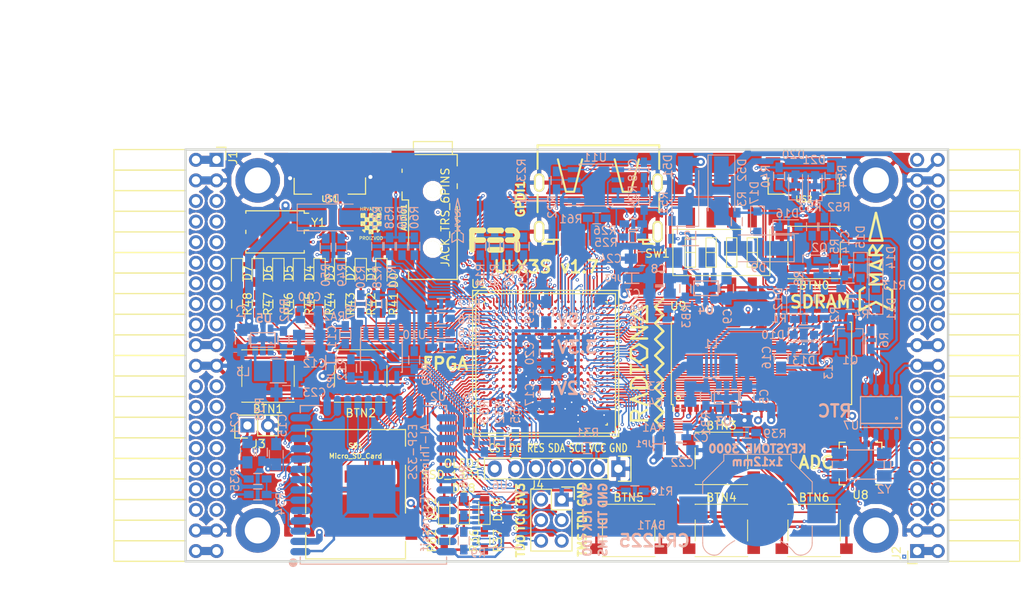
<source format=kicad_pcb>
(kicad_pcb (version 4) (host pcbnew 4.0.7+dfsg1-1)
  (layers (0 F.Cu signal) (1 In1.Cu signal) (2 In2.Cu signal) (31 B.Cu signal) (34 B.Paste user) (35 F.Paste user) (36 B.SilkS user) (37 F.SilkS user) (38 B.Mask user) (39 F.Mask user) (44 Edge.Cuts user))
  (net 0 "")
  (net 1 GND)
  (net 2 +5V)
  (net 3 /gpio/IN5V)
  (net 4 /gpio/OUT5V)
  (net 5 +3V3)
  (net 6 +1V2)
  (net 7 BTN_D)
  (net 8 BTN_F1)
  (net 9 BTN_F2)
  (net 10 BTN_L)
  (net 11 BTN_R)
  (net 12 BTN_U)
  (net 13 /power/FB1)
  (net 14 +2V5)
  (net 15 /power/PWREN)
  (net 16 /power/FB3)
  (net 17 /power/FB2)
  (net 18 "Net-(D9-Pad1)")
  (net 19 /power/VBAT)
  (net 20 JTAG_TDI)
  (net 21 JTAG_TCK)
  (net 22 JTAG_TMS)
  (net 23 JTAG_TDO)
  (net 24 /power/WAKEUPn)
  (net 25 /power/WKUP)
  (net 26 /power/SHUT)
  (net 27 /power/WAKE)
  (net 28 /power/HOLD)
  (net 29 /power/WKn)
  (net 30 /power/OSCI_32k)
  (net 31 /power/OSCO_32k)
  (net 32 "Net-(Q2-Pad3)")
  (net 33 SHUTDOWN)
  (net 34 /analog/AUDIO_L)
  (net 35 /analog/AUDIO_R)
  (net 36 GPDI_5V_SCL)
  (net 37 GPDI_5V_SDA)
  (net 38 GPDI_SDA)
  (net 39 GPDI_SCL)
  (net 40 /gpdi/VREF2)
  (net 41 SD_CMD)
  (net 42 SD_CLK)
  (net 43 SD_D0)
  (net 44 SD_D1)
  (net 45 USB5V)
  (net 46 GPDI_CEC)
  (net 47 nRESET)
  (net 48 FTDI_nDTR)
  (net 49 SDRAM_CKE)
  (net 50 SDRAM_A7)
  (net 51 SDRAM_D15)
  (net 52 SDRAM_BA1)
  (net 53 SDRAM_D7)
  (net 54 SDRAM_A6)
  (net 55 SDRAM_CLK)
  (net 56 SDRAM_D13)
  (net 57 SDRAM_BA0)
  (net 58 SDRAM_D6)
  (net 59 SDRAM_A5)
  (net 60 SDRAM_D14)
  (net 61 SDRAM_A11)
  (net 62 SDRAM_D12)
  (net 63 SDRAM_D5)
  (net 64 SDRAM_A4)
  (net 65 SDRAM_A10)
  (net 66 SDRAM_D11)
  (net 67 SDRAM_A3)
  (net 68 SDRAM_D4)
  (net 69 SDRAM_D10)
  (net 70 SDRAM_D9)
  (net 71 SDRAM_A9)
  (net 72 SDRAM_D3)
  (net 73 SDRAM_D8)
  (net 74 SDRAM_A8)
  (net 75 SDRAM_A2)
  (net 76 SDRAM_A1)
  (net 77 SDRAM_A0)
  (net 78 SDRAM_D2)
  (net 79 SDRAM_D1)
  (net 80 SDRAM_D0)
  (net 81 SDRAM_DQM0)
  (net 82 SDRAM_nCS)
  (net 83 SDRAM_nRAS)
  (net 84 SDRAM_DQM1)
  (net 85 SDRAM_nCAS)
  (net 86 SDRAM_nWE)
  (net 87 /flash/FLASH_nWP)
  (net 88 /flash/FLASH_nHOLD)
  (net 89 /flash/FLASH_MOSI)
  (net 90 /flash/FLASH_MISO)
  (net 91 /flash/FLASH_SCK)
  (net 92 /flash/FLASH_nCS)
  (net 93 /flash/FPGA_PROGRAMN)
  (net 94 /flash/FPGA_DONE)
  (net 95 /flash/FPGA_INITN)
  (net 96 OLED_RES)
  (net 97 OLED_DC)
  (net 98 OLED_CS)
  (net 99 WIFI_EN)
  (net 100 FTDI_nRTS)
  (net 101 FTDI_TXD)
  (net 102 FTDI_RXD)
  (net 103 WIFI_RXD)
  (net 104 WIFI_GPIO0)
  (net 105 WIFI_TXD)
  (net 106 GPDI_ETH-)
  (net 107 GPDI_ETH+)
  (net 108 GPDI_D2+)
  (net 109 GPDI_D2-)
  (net 110 GPDI_D1+)
  (net 111 GPDI_D1-)
  (net 112 GPDI_D0+)
  (net 113 GPDI_D0-)
  (net 114 GPDI_CLK+)
  (net 115 GPDI_CLK-)
  (net 116 USB_FTDI_D+)
  (net 117 USB_FTDI_D-)
  (net 118 J1_17-)
  (net 119 J1_17+)
  (net 120 J1_23-)
  (net 121 J1_23+)
  (net 122 J1_25-)
  (net 123 J1_25+)
  (net 124 J1_27-)
  (net 125 J1_27+)
  (net 126 J1_29-)
  (net 127 J1_29+)
  (net 128 J1_31-)
  (net 129 J1_31+)
  (net 130 J1_33-)
  (net 131 J1_33+)
  (net 132 J1_35-)
  (net 133 J1_35+)
  (net 134 J2_5-)
  (net 135 J2_5+)
  (net 136 J2_7-)
  (net 137 J2_7+)
  (net 138 J2_9-)
  (net 139 J2_9+)
  (net 140 J2_13-)
  (net 141 J2_13+)
  (net 142 J2_17-)
  (net 143 J2_17+)
  (net 144 J2_11-)
  (net 145 J2_11+)
  (net 146 J2_23-)
  (net 147 J2_23+)
  (net 148 J1_5-)
  (net 149 J1_5+)
  (net 150 J1_7-)
  (net 151 J1_7+)
  (net 152 J1_9-)
  (net 153 J1_9+)
  (net 154 J1_11-)
  (net 155 J1_11+)
  (net 156 J1_13-)
  (net 157 J1_13+)
  (net 158 J1_15-)
  (net 159 J1_15+)
  (net 160 J2_15-)
  (net 161 J2_15+)
  (net 162 J2_25-)
  (net 163 J2_25+)
  (net 164 J2_27-)
  (net 165 J2_27+)
  (net 166 J2_29-)
  (net 167 J2_29+)
  (net 168 J2_31-)
  (net 169 J2_31+)
  (net 170 J2_33-)
  (net 171 J2_33+)
  (net 172 J2_35-)
  (net 173 J2_35+)
  (net 174 SD_D3)
  (net 175 AUDIO_L3)
  (net 176 AUDIO_L2)
  (net 177 AUDIO_L1)
  (net 178 AUDIO_L0)
  (net 179 AUDIO_R3)
  (net 180 AUDIO_R2)
  (net 181 AUDIO_R1)
  (net 182 AUDIO_R0)
  (net 183 OLED_CLK)
  (net 184 OLED_MOSI)
  (net 185 LED0)
  (net 186 LED1)
  (net 187 LED2)
  (net 188 LED3)
  (net 189 LED4)
  (net 190 LED5)
  (net 191 LED6)
  (net 192 LED7)
  (net 193 BTN_PWRn)
  (net 194 FTDI_nTXLED)
  (net 195 FTDI_nSLEEP)
  (net 196 /blinkey/LED_PWREN)
  (net 197 /blinkey/LED_TXLED)
  (net 198 FT3V3)
  (net 199 /sdcard/SD3V3)
  (net 200 SD_D2)
  (net 201 CLK_25MHz)
  (net 202 /blinkey/BTNPUL)
  (net 203 /blinkey/BTNPUR)
  (net 204 USB_FPGA_D+)
  (net 205 /power/FTDI_nSUSPEND)
  (net 206 /blinkey/ALED0)
  (net 207 /blinkey/ALED1)
  (net 208 /blinkey/ALED2)
  (net 209 /blinkey/ALED3)
  (net 210 /blinkey/ALED4)
  (net 211 /blinkey/ALED5)
  (net 212 /blinkey/ALED6)
  (net 213 /blinkey/ALED7)
  (net 214 /usb/FTD-)
  (net 215 /usb/FTD+)
  (net 216 ADC_MISO)
  (net 217 ADC_MOSI)
  (net 218 ADC_CSn)
  (net 219 ADC_SCLK)
  (net 220 "Net-(R51-Pad2)")
  (net 221 SW3)
  (net 222 SW2)
  (net 223 SW1)
  (net 224 SW0)
  (net 225 USB_FPGA_D-)
  (net 226 /usb/FPD+)
  (net 227 /usb/FPD-)
  (net 228 WIFI_GPIO16)
  (net 229 WIFI_GPIO15)
  (net 230 /usb/ANT_433MHz)
  (net 231 /power/PWRBTn)
  (net 232 PROG_DONE)
  (net 233 /power/P1V2)
  (net 234 /power/P3V3)
  (net 235 /power/P2V5)
  (net 236 /power/L1)
  (net 237 /power/L3)
  (net 238 /power/L2)
  (net 239 FTDI_TXDEN)
  (net 240 /wifi/WIFIOFF)
  (net 241 SDRAM_A12)
  (net 242 /analog/AUDIO_V)
  (net 243 AUDIO_V3)
  (net 244 AUDIO_V2)
  (net 245 AUDIO_V1)
  (net 246 AUDIO_V0)
  (net 247 /gpdi/FPGA_CEC)
  (net 248 /blinkey/LED_WIFI)
  (net 249 WIFI_GPIO2)
  (module SMD_Packages:1Pin (layer F.Cu) (at 182.67515 111.637626)
    (fp_text reference AE1 hide)
    (fp_text value 433MHz hide)
    (pad 1 smd rect (at 0 0) (size 0.5 0.5) (layers B.Cu F.Paste F.Mask) (net 230 /usb/ANT_433MHz))
  )
  (module Resistors_SMD:R_0603_HandSoldering (layer B.Cu) (at 103.498 98.758 90)
    (fp_text reference R38 (at 5.334 -0.254 90) (layer B.SilkS) (effects (justify mirror)))
    (fp_text value 0.47)
    (pad 1 smd rect (at -1.1 0 90) (size 1.2 0.9) (layers B.Cu B.Paste B.Mask) (net 199 /sdcard/SD3V3))
    (pad 2 smd rect (at 1.1 0 90) (size 1.2 0.9) (layers B.Cu B.Paste B.Mask) (net 5 +3V3))
  )
  (module jumper:SOLDER-JUMPER_1-WAY (layer B.Cu) (at 152.393 97.742 270)
    (fp_text reference JP1 (at 0 1.778 360) (layer B.SilkS) (effects (font (size 0.762 0.762) (thickness 0.1524)) (justify mirror)))
    (fp_text value 1.2 hide)
    (pad 1 smd rect (at -0.6 0 270) (size 1 1) (layers B.Cu B.Paste B.Mask) (net 233 /power/P1V2))
    (pad 2 smd rect (at 0.6 0 270) (size 1 1) (layers B.Cu B.Paste B.Mask) (net 6 +1V2))
  )
  (module ESP32-footprints-Lib:ESP-32S (layer B.Cu) (at 117.313 101.513)
    (fp_text reference U2 (at 7.902 -9.613 180) (layer B.SilkS) (effects (justify mirror)))
    (fp_text value ESP-32S)
    (fp_text user AI-Thinker/Espressif (at 6.3 1.6 270) (layer B.SilkS) (effects (justify mirror)))
    (fp_text user ESP-32S (at 4.8 -2.8 270) (layer B.SilkS) (effects (justify mirror)))
    (pad 38 smd oval (at 8.947434 9.517338 180) (size 2.5 0.9) (layers B.Cu B.Paste B.Mask) (net 1 GND))
    (pad 37 smd oval (at 8.947434 8.247338 180) (size 2.5 0.9) (layers B.Cu B.Paste B.Mask))
    (pad 36 smd oval (at 8.947434 6.977338 180) (size 2.5 0.9) (layers B.Cu B.Paste B.Mask) (net 232 PROG_DONE))
    (pad 35 smd oval (at 8.947434 5.707338 180) (size 2.5 0.9) (layers B.Cu B.Paste B.Mask) (net 105 WIFI_TXD))
    (pad 34 smd oval (at 8.947434 4.437338 180) (size 2.5 0.9) (layers B.Cu B.Paste B.Mask) (net 103 WIFI_RXD))
    (pad 33 smd oval (at 8.947434 3.167338 180) (size 2.5 0.9) (layers B.Cu B.Paste B.Mask) (net 22 JTAG_TMS))
    (pad 32 smd oval (at 8.947434 1.897338 180) (size 2.5 0.9) (layers B.Cu B.Paste B.Mask))
    (pad 31 smd oval (at 8.947434 0.627338 180) (size 2.5 0.9) (layers B.Cu B.Paste B.Mask) (net 20 JTAG_TDI))
    (pad 30 smd oval (at 8.947434 -0.642662 180) (size 2.5 0.9) (layers B.Cu B.Paste B.Mask) (net 21 JTAG_TCK))
    (pad 29 smd oval (at 8.947434 -1.912662 180) (size 2.5 0.9) (layers B.Cu B.Paste B.Mask))
    (pad 28 smd oval (at 8.947434 -3.182662 180) (size 2.5 0.9) (layers B.Cu B.Paste B.Mask) (net 23 JTAG_TDO))
    (pad 27 smd oval (at 8.947434 -4.452662 180) (size 2.5 0.9) (layers B.Cu B.Paste B.Mask) (net 228 WIFI_GPIO16))
    (pad 26 smd oval (at 8.947434 -5.722662 180) (size 2.5 0.9) (layers B.Cu B.Paste B.Mask))
    (pad 25 smd oval (at 8.947434 -6.992662 180) (size 2.5 0.9) (layers B.Cu B.Paste B.Mask) (net 104 WIFI_GPIO0))
    (pad 24 smd oval (at 5.662434 -8.482662 180) (size 0.9 2.5) (layers B.Cu B.Paste B.Mask) (net 249 WIFI_GPIO2))
    (pad 23 smd oval (at 4.392434 -8.482662 180) (size 0.9 2.5) (layers B.Cu B.Paste B.Mask) (net 229 WIFI_GPIO15))
    (pad 22 smd oval (at 3.122434 -8.482662 180) (size 0.9 2.5) (layers B.Cu B.Paste B.Mask) (net 44 SD_D1))
    (pad 21 smd oval (at 1.852434 -8.482662 180) (size 0.9 2.5) (layers B.Cu B.Paste B.Mask) (net 43 SD_D0))
    (pad 20 smd oval (at 0.582434 -8.482662 180) (size 0.9 2.5) (layers B.Cu B.Paste B.Mask) (net 42 SD_CLK))
    (pad 19 smd oval (at -0.687566 -8.482662 180) (size 0.9 2.5) (layers B.Cu B.Paste B.Mask) (net 41 SD_CMD))
    (pad 18 smd oval (at -1.957566 -8.482662 180) (size 0.9 2.5) (layers B.Cu B.Paste B.Mask) (net 174 SD_D3))
    (pad 17 smd oval (at -3.227566 -8.482662 180) (size 0.9 2.5) (layers B.Cu B.Paste B.Mask) (net 200 SD_D2))
    (pad 16 smd oval (at -4.497566 -8.482662 180) (size 0.9 2.5) (layers B.Cu B.Paste B.Mask) (net 124 J1_27-))
    (pad 15 smd oval (at -5.767566 -8.482662 180) (size 0.9 2.5) (layers B.Cu B.Paste B.Mask) (net 1 GND))
    (pad 14 smd oval (at -9.052566 -6.992662 180) (size 2.5 0.9) (layers B.Cu B.Paste B.Mask) (net 125 J1_27+))
    (pad 13 smd oval (at -9.052566 -5.722662 180) (size 2.5 0.9) (layers B.Cu B.Paste B.Mask) (net 126 J1_29-))
    (pad 12 smd oval (at -9.052566 -4.452662 180) (size 2.5 0.9) (layers B.Cu B.Paste B.Mask) (net 127 J1_29+))
    (pad 11 smd oval (at -9.052566 -3.182662 180) (size 2.5 0.9) (layers B.Cu B.Paste B.Mask) (net 128 J1_31-))
    (pad 10 smd oval (at -9.052566 -1.912662 180) (size 2.5 0.9) (layers B.Cu B.Paste B.Mask) (net 129 J1_31+))
    (pad 9 smd oval (at -9.052566 -0.642662 180) (size 2.5 0.9) (layers B.Cu B.Paste B.Mask) (net 130 J1_33-))
    (pad 8 smd oval (at -9.052566 0.627338 180) (size 2.5 0.9) (layers B.Cu B.Paste B.Mask) (net 131 J1_33+))
    (pad 7 smd oval (at -9.052566 1.897338 180) (size 2.5 0.9) (layers B.Cu B.Paste B.Mask) (net 132 J1_35-))
    (pad 6 smd oval (at -9.052566 3.167338 180) (size 2.5 0.9) (layers B.Cu B.Paste B.Mask) (net 133 J1_35+))
    (pad 5 smd oval (at -9.052566 4.437338 180) (size 2.5 0.9) (layers B.Cu B.Paste B.Mask))
    (pad 4 smd oval (at -9.052566 5.707338 180) (size 2.5 0.9) (layers B.Cu B.Paste B.Mask))
    (pad 3 smd oval (at -9.052566 6.977338 180) (size 2.5 0.9) (layers B.Cu B.Paste B.Mask) (net 99 WIFI_EN))
    (pad 2 smd oval (at -9.052566 8.247338 180) (size 2.5 0.9) (layers B.Cu B.Paste B.Mask) (net 5 +3V3))
    (pad 1 smd oval (at -9.052566 9.517338 180) (size 2.5 0.9) (layers B.Cu B.Paste B.Mask) (net 1 GND))
    (pad 39 smd rect (at -0.352566 1.817338 180) (size 6 6) (layers B.Cu B.Paste B.Mask) (net 1 GND))
  )
  (module Diodes_SMD:D_SMA_Handsoldering (layer B.Cu) (at 155.695 66.5 90)
    (fp_text reference D51 (at 3.048 -2.159 90) (layer B.SilkS) (effects (justify mirror)))
    (fp_text value STPS2L30AF hide)
    (pad 1 smd rect (at -2.5 0 90) (size 3.5 1.8) (layers B.Cu B.Paste B.Mask) (net 2 +5V))
    (pad 2 smd rect (at 2.5 0 90) (size 3.5 1.8) (layers B.Cu B.Paste B.Mask) (net 3 /gpio/IN5V))
  )
  (module Resistors_SMD:R_0603_HandSoldering (layer B.Cu) (at 154.044 71.326 90)
    (fp_text reference R51 (at 3.302 -1.016 90) (layer B.SilkS) (effects (justify mirror)))
    (fp_text value 150)
    (pad 1 smd rect (at -1.1 0 90) (size 1.2 0.9) (layers B.Cu B.Paste B.Mask) (net 5 +3V3))
    (pad 2 smd rect (at 1.1 0 90) (size 1.2 0.9) (layers B.Cu B.Paste B.Mask) (net 220 "Net-(R51-Pad2)"))
  )
  (module Resistors_SMD:R_1210_HandSoldering (layer B.Cu) (at 158.87 88.09 180)
    (fp_text reference L1 (at 0 2.7 180) (layer B.SilkS) (effects (justify mirror)))
    (fp_text value 2.2uH)
    (pad 1 smd rect (at -2 0 180) (size 2 2.5) (layers B.Cu B.Paste B.Mask) (net 236 /power/L1))
    (pad 2 smd rect (at 2 0 180) (size 2 2.5) (layers B.Cu B.Paste B.Mask) (net 233 /power/P1V2))
  )
  (module TSOT-25:TSOT-25 (layer B.Cu) (at 160.775 91.9)
    (fp_text reference U3 (at -0.381 3.048) (layer B.SilkS) (effects (font (thickness 0.2)) (justify mirror)))
    (fp_text value AP3429A)
    (pad 1 smd rect (at -0.95 -1.3) (size 0.7 1.2) (layers B.Cu B.Paste B.Mask) (net 15 /power/PWREN))
    (pad 2 smd rect (at 0 -1.3) (size 0.7 1.2) (layers B.Cu B.Paste B.Mask) (net 1 GND))
    (pad 3 smd rect (at 0.95 -1.3) (size 0.7 1.2) (layers B.Cu B.Paste B.Mask) (net 236 /power/L1))
    (pad 4 smd rect (at 0.95 1.3) (size 0.7 1.2) (layers B.Cu B.Paste B.Mask) (net 2 +5V))
    (pad 5 smd rect (at -0.95 1.3) (size 0.7 1.2) (layers B.Cu B.Paste B.Mask) (net 13 /power/FB1))
  )
  (module Resistors_SMD:R_1210_HandSoldering (layer B.Cu) (at 156.33 74.755 180)
    (fp_text reference L2 (at 0 2.7 180) (layer B.SilkS) (effects (justify mirror)))
    (fp_text value 2.2uH)
    (pad 1 smd rect (at -2 0 180) (size 2 2.5) (layers B.Cu B.Paste B.Mask) (net 237 /power/L3))
    (pad 2 smd rect (at 2 0 180) (size 2 2.5) (layers B.Cu B.Paste B.Mask) (net 234 /power/P3V3))
  )
  (module TSOT-25:TSOT-25 (layer B.Cu) (at 158.235 78.535)
    (fp_text reference U4 (at 0 2.697) (layer B.SilkS) (effects (font (thickness 0.2)) (justify mirror)))
    (fp_text value AP3429A)
    (pad 1 smd rect (at -0.95 -1.3) (size 0.7 1.2) (layers B.Cu B.Paste B.Mask) (net 15 /power/PWREN))
    (pad 2 smd rect (at 0 -1.3) (size 0.7 1.2) (layers B.Cu B.Paste B.Mask) (net 1 GND))
    (pad 3 smd rect (at 0.95 -1.3) (size 0.7 1.2) (layers B.Cu B.Paste B.Mask) (net 237 /power/L3))
    (pad 4 smd rect (at 0.95 1.3) (size 0.7 1.2) (layers B.Cu B.Paste B.Mask) (net 2 +5V))
    (pad 5 smd rect (at -0.95 1.3) (size 0.7 1.2) (layers B.Cu B.Paste B.Mask) (net 16 /power/FB3))
  )
  (module Resistors_SMD:R_1210_HandSoldering (layer B.Cu) (at 105.53 88.725)
    (fp_text reference L3 (at -4.318 0.127) (layer B.SilkS) (effects (justify mirror)))
    (fp_text value 2.2uH)
    (pad 1 smd rect (at -2 0) (size 2 2.5) (layers B.Cu B.Paste B.Mask) (net 238 /power/L2))
    (pad 2 smd rect (at 2 0) (size 2 2.5) (layers B.Cu B.Paste B.Mask) (net 235 /power/P2V5))
  )
  (module TSOT-25:TSOT-25 (layer B.Cu) (at 103.625 84.915 180)
    (fp_text reference U5 (at -0.127 2.667 180) (layer B.SilkS) (effects (font (thickness 0.2)) (justify mirror)))
    (fp_text value AP3429A)
    (pad 1 smd rect (at -0.95 -1.3 180) (size 0.7 1.2) (layers B.Cu B.Paste B.Mask) (net 15 /power/PWREN))
    (pad 2 smd rect (at 0 -1.3 180) (size 0.7 1.2) (layers B.Cu B.Paste B.Mask) (net 1 GND))
    (pad 3 smd rect (at 0.95 -1.3 180) (size 0.7 1.2) (layers B.Cu B.Paste B.Mask) (net 238 /power/L2))
    (pad 4 smd rect (at 0.95 1.3 180) (size 0.7 1.2) (layers B.Cu B.Paste B.Mask) (net 2 +5V))
    (pad 5 smd rect (at -0.95 1.3 180) (size 0.7 1.2) (layers B.Cu B.Paste B.Mask) (net 17 /power/FB2))
  )
  (module Capacitors_SMD:C_0805_HandSoldering (layer B.Cu) (at 101.085 84.915 270)
    (fp_text reference C1 (at -3.429 0.127 270) (layer B.SilkS) (effects (justify mirror)))
    (fp_text value 22uF)
    (pad 1 smd rect (at -1.25 0 270) (size 1.5 1.25) (layers B.Cu B.Paste B.Mask) (net 2 +5V))
    (pad 2 smd rect (at 1.25 0 270) (size 1.5 1.25) (layers B.Cu B.Paste B.Mask) (net 1 GND))
  )
  (module Capacitors_SMD:C_0805_HandSoldering (layer B.Cu) (at 155.06 90.63)
    (fp_text reference C3 (at -3.048 0) (layer B.SilkS) (effects (justify mirror)))
    (fp_text value 22uF)
    (pad 1 smd rect (at -1.25 0) (size 1.5 1.25) (layers B.Cu B.Paste B.Mask) (net 233 /power/P1V2))
    (pad 2 smd rect (at 1.25 0) (size 1.5 1.25) (layers B.Cu B.Paste B.Mask) (net 1 GND))
  )
  (module Capacitors_SMD:C_0805_HandSoldering (layer B.Cu) (at 155.06 92.535)
    (fp_text reference C4 (at -3.048 0.127) (layer B.SilkS) (effects (justify mirror)))
    (fp_text value 22uF)
    (pad 1 smd rect (at -1.25 0) (size 1.5 1.25) (layers B.Cu B.Paste B.Mask) (net 233 /power/P1V2))
    (pad 2 smd rect (at 1.25 0) (size 1.5 1.25) (layers B.Cu B.Paste B.Mask) (net 1 GND))
  )
  (module Capacitors_SMD:C_0805_HandSoldering (layer B.Cu) (at 163.315 91.9 90)
    (fp_text reference C5 (at 0 2.1 90) (layer B.SilkS) (effects (justify mirror)))
    (fp_text value 22uF)
    (pad 1 smd rect (at -1.25 0 90) (size 1.5 1.25) (layers B.Cu B.Paste B.Mask) (net 2 +5V))
    (pad 2 smd rect (at 1.25 0 90) (size 1.5 1.25) (layers B.Cu B.Paste B.Mask) (net 1 GND))
  )
  (module Capacitors_SMD:C_0805_HandSoldering (layer B.Cu) (at 152.52 79.2)
    (fp_text reference C7 (at -3.302 0) (layer B.SilkS) (effects (justify mirror)))
    (fp_text value 22uF)
    (pad 1 smd rect (at -1.25 0) (size 1.5 1.25) (layers B.Cu B.Paste B.Mask) (net 234 /power/P3V3))
    (pad 2 smd rect (at 1.25 0) (size 1.5 1.25) (layers B.Cu B.Paste B.Mask) (net 1 GND))
  )
  (module Capacitors_SMD:C_0805_HandSoldering (layer B.Cu) (at 152.52 77.295)
    (fp_text reference C8 (at -0.127 -1.143) (layer B.SilkS) (effects (justify mirror)))
    (fp_text value 22uF)
    (pad 1 smd rect (at -1.25 0) (size 1.5 1.25) (layers B.Cu B.Paste B.Mask) (net 234 /power/P3V3))
    (pad 2 smd rect (at 1.25 0) (size 1.5 1.25) (layers B.Cu B.Paste B.Mask) (net 1 GND))
  )
  (module Capacitors_SMD:C_0805_HandSoldering (layer B.Cu) (at 160.775 78.565 90)
    (fp_text reference C9 (at -3.429 0.127 90) (layer B.SilkS) (effects (justify mirror)))
    (fp_text value 22uF)
    (pad 1 smd rect (at -1.25 0 90) (size 1.5 1.25) (layers B.Cu B.Paste B.Mask) (net 2 +5V))
    (pad 2 smd rect (at 1.25 0 90) (size 1.5 1.25) (layers B.Cu B.Paste B.Mask) (net 1 GND))
  )
  (module Capacitors_SMD:C_0805_HandSoldering (layer B.Cu) (at 109.34 84.28 180)
    (fp_text reference C11 (at -2.794 -0.254 270) (layer B.SilkS) (effects (justify mirror)))
    (fp_text value 22uF)
    (pad 1 smd rect (at -1.25 0 180) (size 1.5 1.25) (layers B.Cu B.Paste B.Mask) (net 235 /power/P2V5))
    (pad 2 smd rect (at 1.25 0 180) (size 1.5 1.25) (layers B.Cu B.Paste B.Mask) (net 1 GND))
  )
  (module Capacitors_SMD:C_0805_HandSoldering (layer B.Cu) (at 109.34 86.185 180)
    (fp_text reference C12 (at -0.635 -1.615 360) (layer B.SilkS) (effects (justify mirror)))
    (fp_text value 22uF)
    (pad 1 smd rect (at -1.25 0 180) (size 1.5 1.25) (layers B.Cu B.Paste B.Mask) (net 235 /power/P2V5))
    (pad 2 smd rect (at 1.25 0 180) (size 1.5 1.25) (layers B.Cu B.Paste B.Mask) (net 1 GND))
  )
  (module Power_Integrations:SO-8 (layer B.Cu) (at 179.825 93.805 180)
    (fp_text reference U7 (at 3.683 -1.651 180) (layer B.SilkS) (effects (justify mirror)))
    (fp_text value PCF8523)
    (pad 1 smd oval (at -1.905 -2.794 180) (size 0.6096 1.4732) (layers B.Cu B.Paste B.Mask) (net 30 /power/OSCI_32k))
    (pad 2 smd oval (at -0.635 -2.794 180) (size 0.6096 1.4732) (layers B.Cu B.Paste B.Mask) (net 31 /power/OSCO_32k))
    (pad 3 smd oval (at 0.635 -2.794 180) (size 0.6096 1.4732) (layers B.Cu B.Paste B.Mask) (net 19 /power/VBAT))
    (pad 4 smd oval (at 1.905 -2.794 180) (size 0.6096 1.4732) (layers B.Cu B.Paste B.Mask) (net 1 GND))
    (pad 5 smd oval (at 1.905 2.794 180) (size 0.6096 1.4732) (layers B.Cu B.Paste B.Mask) (net 38 GPDI_SDA))
    (pad 6 smd oval (at 0.635 2.794 180) (size 0.6096 1.4732) (layers B.Cu B.Paste B.Mask) (net 39 GPDI_SCL))
    (pad 7 smd oval (at -0.635 2.794 180) (size 0.6096 1.4732) (layers B.Cu B.Paste B.Mask) (net 24 /power/WAKEUPn))
    (pad 8 smd oval (at -1.905 2.794 180) (size 0.6096 1.4732) (layers B.Cu B.Paste B.Mask) (net 5 +3V3))
  )
  (module Capacitors_SMD:C_0805_HandSoldering (layer B.Cu) (at 173.221 84.788 90)
    (fp_text reference C13 (at -3.556 0.127 90) (layer B.SilkS) (effects (justify mirror)))
    (fp_text value 2.2uF)
    (pad 1 smd rect (at -1.25 0 90) (size 1.5 1.25) (layers B.Cu B.Paste B.Mask) (net 2 +5V))
    (pad 2 smd rect (at 1.25 0 90) (size 1.5 1.25) (layers B.Cu B.Paste B.Mask) (net 25 /power/WKUP))
  )
  (module TSOP54:TSOP54 (layer F.Cu) (at 165.08 87.8 90)
    (fp_text reference U9 (at 7.076 -10.274 180) (layer F.SilkS))
    (fp_text value MT48LC4M16A2TG)
    (pad 28 smd rect (at 5.53 10.4 90) (size 0.9 0.56) (layers F.Cu F.Paste F.Mask) (net 1 GND))
    (pad 1 smd rect (at -5.53 -10.4 90) (size 0.9 0.56) (layers F.Cu F.Paste F.Mask) (net 5 +3V3))
    (pad 2 smd rect (at -5.53 -9.6 90) (size 0.9 0.56) (layers F.Cu F.Paste F.Mask) (net 80 SDRAM_D0))
    (pad 3 smd rect (at -5.53 -8.8 90) (size 0.9 0.56) (layers F.Cu F.Paste F.Mask) (net 5 +3V3))
    (pad 4 smd rect (at -5.53 -8 90) (size 0.9 0.56) (layers F.Cu F.Paste F.Mask) (net 79 SDRAM_D1))
    (pad 5 smd rect (at -5.53 -7.2 90) (size 0.9 0.56) (layers F.Cu F.Paste F.Mask) (net 78 SDRAM_D2))
    (pad 6 smd rect (at -5.53 -6.4 90) (size 0.9 0.56) (layers F.Cu F.Paste F.Mask) (net 1 GND))
    (pad 7 smd rect (at -5.53 -5.6 90) (size 0.9 0.56) (layers F.Cu F.Paste F.Mask) (net 72 SDRAM_D3))
    (pad 8 smd rect (at -5.53 -4.8 90) (size 0.9 0.56) (layers F.Cu F.Paste F.Mask) (net 68 SDRAM_D4))
    (pad 9 smd rect (at -5.53 -4 90) (size 0.9 0.56) (layers F.Cu F.Paste F.Mask) (net 5 +3V3))
    (pad 10 smd rect (at -5.53 -3.2 90) (size 0.9 0.56) (layers F.Cu F.Paste F.Mask) (net 63 SDRAM_D5))
    (pad 11 smd rect (at -5.53 -2.4 90) (size 0.9 0.56) (layers F.Cu F.Paste F.Mask) (net 58 SDRAM_D6))
    (pad 12 smd rect (at -5.53 -1.6 90) (size 0.9 0.56) (layers F.Cu F.Paste F.Mask) (net 1 GND))
    (pad 13 smd rect (at -5.53 -0.8 90) (size 0.9 0.56) (layers F.Cu F.Paste F.Mask) (net 53 SDRAM_D7))
    (pad 14 smd rect (at -5.53 0 90) (size 0.9 0.56) (layers F.Cu F.Paste F.Mask) (net 5 +3V3))
    (pad 15 smd rect (at -5.53 0.8 90) (size 0.9 0.56) (layers F.Cu F.Paste F.Mask) (net 81 SDRAM_DQM0))
    (pad 16 smd rect (at -5.53 1.6 90) (size 0.9 0.56) (layers F.Cu F.Paste F.Mask) (net 86 SDRAM_nWE))
    (pad 17 smd rect (at -5.53 2.4 90) (size 0.9 0.56) (layers F.Cu F.Paste F.Mask) (net 85 SDRAM_nCAS))
    (pad 18 smd rect (at -5.53 3.2 90) (size 0.9 0.56) (layers F.Cu F.Paste F.Mask) (net 83 SDRAM_nRAS))
    (pad 19 smd rect (at -5.53 4 90) (size 0.9 0.56) (layers F.Cu F.Paste F.Mask) (net 82 SDRAM_nCS))
    (pad 20 smd rect (at -5.53 4.8 90) (size 0.9 0.56) (layers F.Cu F.Paste F.Mask) (net 57 SDRAM_BA0))
    (pad 21 smd rect (at -5.53 5.6 90) (size 0.9 0.56) (layers F.Cu F.Paste F.Mask) (net 52 SDRAM_BA1))
    (pad 22 smd rect (at -5.53 6.4 90) (size 0.9 0.56) (layers F.Cu F.Paste F.Mask) (net 65 SDRAM_A10))
    (pad 23 smd rect (at -5.53 7.2 90) (size 0.9 0.56) (layers F.Cu F.Paste F.Mask) (net 77 SDRAM_A0))
    (pad 24 smd rect (at -5.53 8 90) (size 0.9 0.56) (layers F.Cu F.Paste F.Mask) (net 76 SDRAM_A1))
    (pad 25 smd rect (at -5.53 8.8 90) (size 0.9 0.56) (layers F.Cu F.Paste F.Mask) (net 75 SDRAM_A2))
    (pad 26 smd rect (at -5.53 9.6 90) (size 0.9 0.56) (layers F.Cu F.Paste F.Mask) (net 67 SDRAM_A3))
    (pad 27 smd rect (at -5.53 10.4 90) (size 0.9 0.56) (layers F.Cu F.Paste F.Mask) (net 5 +3V3))
    (pad 29 smd rect (at 5.53 9.6 90) (size 0.9 0.56) (layers F.Cu F.Paste F.Mask) (net 64 SDRAM_A4))
    (pad 30 smd rect (at 5.53 8.8 90) (size 0.9 0.56) (layers F.Cu F.Paste F.Mask) (net 59 SDRAM_A5))
    (pad 31 smd rect (at 5.53 8 90) (size 0.9 0.56) (layers F.Cu F.Paste F.Mask) (net 54 SDRAM_A6))
    (pad 32 smd rect (at 5.53 7.2 90) (size 0.9 0.56) (layers F.Cu F.Paste F.Mask) (net 50 SDRAM_A7))
    (pad 33 smd rect (at 5.53 6.4 90) (size 0.9 0.56) (layers F.Cu F.Paste F.Mask) (net 74 SDRAM_A8))
    (pad 34 smd rect (at 5.53 5.6 90) (size 0.9 0.56) (layers F.Cu F.Paste F.Mask) (net 71 SDRAM_A9))
    (pad 35 smd rect (at 5.53 4.8 90) (size 0.9 0.56) (layers F.Cu F.Paste F.Mask) (net 61 SDRAM_A11))
    (pad 36 smd rect (at 5.53 4 90) (size 0.9 0.56) (layers F.Cu F.Paste F.Mask) (net 241 SDRAM_A12))
    (pad 37 smd rect (at 5.53 3.2 90) (size 0.9 0.56) (layers F.Cu F.Paste F.Mask) (net 49 SDRAM_CKE))
    (pad 38 smd rect (at 5.53 2.4 90) (size 0.9 0.56) (layers F.Cu F.Paste F.Mask) (net 55 SDRAM_CLK))
    (pad 39 smd rect (at 5.53 1.6 90) (size 0.9 0.56) (layers F.Cu F.Paste F.Mask) (net 84 SDRAM_DQM1))
    (pad 40 smd rect (at 5.53 0.8 90) (size 0.9 0.56) (layers F.Cu F.Paste F.Mask))
    (pad 41 smd rect (at 5.53 0 90) (size 0.9 0.56) (layers F.Cu F.Paste F.Mask) (net 1 GND))
    (pad 42 smd rect (at 5.53 -0.8 90) (size 0.9 0.56) (layers F.Cu F.Paste F.Mask) (net 73 SDRAM_D8))
    (pad 43 smd rect (at 5.53 -1.6 90) (size 0.9 0.56) (layers F.Cu F.Paste F.Mask) (net 5 +3V3))
    (pad 44 smd rect (at 5.53 -2.4 90) (size 0.9 0.56) (layers F.Cu F.Paste F.Mask) (net 70 SDRAM_D9))
    (pad 45 smd rect (at 5.53 -3.2 90) (size 0.9 0.56) (layers F.Cu F.Paste F.Mask) (net 69 SDRAM_D10))
    (pad 46 smd rect (at 5.53 -4 90) (size 0.9 0.56) (layers F.Cu F.Paste F.Mask) (net 1 GND))
    (pad 47 smd rect (at 5.53 -4.8 90) (size 0.9 0.56) (layers F.Cu F.Paste F.Mask) (net 66 SDRAM_D11))
    (pad 48 smd rect (at 5.53 -5.6 90) (size 0.9 0.56) (layers F.Cu F.Paste F.Mask) (net 62 SDRAM_D12))
    (pad 49 smd rect (at 5.53 -6.4 90) (size 0.9 0.56) (layers F.Cu F.Paste F.Mask) (net 5 +3V3))
    (pad 50 smd rect (at 5.53 -7.2 90) (size 0.9 0.56) (layers F.Cu F.Paste F.Mask) (net 56 SDRAM_D13))
    (pad 51 smd rect (at 5.53 -8 90) (size 0.9 0.56) (layers F.Cu F.Paste F.Mask) (net 60 SDRAM_D14))
    (pad 52 smd rect (at 5.53 -8.8 90) (size 0.9 0.56) (layers F.Cu F.Paste F.Mask) (net 1 GND))
    (pad 53 smd rect (at 5.53 -9.6 90) (size 0.9 0.56) (layers F.Cu F.Paste F.Mask) (net 51 SDRAM_D15))
    (pad 54 smd rect (at 5.53 -10.4 90) (size 0.9 0.56) (layers F.Cu F.Paste F.Mask) (net 1 GND))
  )
  (module TO_SOT_Packages_SMD:SOT-23_Handsoldering (layer B.Cu) (at 176.015 84.28 90)
    (fp_text reference Q1 (at -3.1115 0 180) (layer B.SilkS) (effects (justify mirror)))
    (fp_text value BC857)
    (pad 1 smd rect (at -1.5 0.95 90) (size 1.9 0.8) (layers B.Cu B.Paste B.Mask) (net 29 /power/WKn))
    (pad 2 smd rect (at -1.5 -0.95 90) (size 1.9 0.8) (layers B.Cu B.Paste B.Mask) (net 2 +5V))
    (pad 3 smd rect (at 1.5 0 90) (size 1.9 0.8) (layers B.Cu B.Paste B.Mask) (net 25 /power/WKUP))
  )
  (module TO_SOT_Packages_SMD:SOT-23_Handsoldering (layer B.Cu) (at 170.935 76.025 180)
    (fp_text reference Q2 (at -1.295 2.5 180) (layer B.SilkS) (effects (justify mirror)))
    (fp_text value 2N7002)
    (pad 1 smd rect (at -1.5 0.95 180) (size 1.9 0.8) (layers B.Cu B.Paste B.Mask) (net 26 /power/SHUT))
    (pad 2 smd rect (at -1.5 -0.95 180) (size 1.9 0.8) (layers B.Cu B.Paste B.Mask) (net 1 GND))
    (pad 3 smd rect (at 1.5 0 180) (size 1.9 0.8) (layers B.Cu B.Paste B.Mask) (net 32 "Net-(Q2-Pad3)"))
  )
  (module Capacitors_SMD:C_0603_HandSoldering (layer B.Cu) (at 154.86 96.91)
    (fp_text reference C2 (at 2.74 0.07) (layer B.SilkS) (effects (justify mirror)))
    (fp_text value 470pF)
    (pad 1 smd rect (at -0.95 0) (size 1.2 0.75) (layers B.Cu B.Paste B.Mask) (net 233 /power/P1V2))
    (pad 2 smd rect (at 0.95 0) (size 1.2 0.75) (layers B.Cu B.Paste B.Mask) (net 13 /power/FB1))
  )
  (module Capacitors_SMD:C_0603_HandSoldering (layer B.Cu) (at 152.52 82.375)
    (fp_text reference C6 (at -2.794 0.127) (layer B.SilkS) (effects (justify mirror)))
    (fp_text value 470pF)
    (pad 1 smd rect (at -0.95 0) (size 1.2 0.75) (layers B.Cu B.Paste B.Mask) (net 234 /power/P3V3))
    (pad 2 smd rect (at 0.95 0) (size 1.2 0.75) (layers B.Cu B.Paste B.Mask) (net 16 /power/FB3))
  )
  (module Capacitors_SMD:C_0603_HandSoldering (layer B.Cu) (at 109.34 81.105 180)
    (fp_text reference C10 (at -0.04 1.505 180) (layer B.SilkS) (effects (justify mirror)))
    (fp_text value 470pF)
    (pad 1 smd rect (at -0.95 0 180) (size 1.2 0.75) (layers B.Cu B.Paste B.Mask) (net 235 /power/P2V5))
    (pad 2 smd rect (at 0.95 0 180) (size 1.2 0.75) (layers B.Cu B.Paste B.Mask) (net 17 /power/FB2))
  )
  (module Capacitors_SMD:C_0603_HandSoldering (layer B.Cu) (at 175.38 76.025 270)
    (fp_text reference C14 (at -3.175 0 270) (layer B.SilkS) (effects (justify mirror)))
    (fp_text value 100nF)
    (pad 1 smd rect (at -0.95 0 270) (size 1.2 0.75) (layers B.Cu B.Paste B.Mask) (net 26 /power/SHUT))
    (pad 2 smd rect (at 0.95 0 270) (size 1.2 0.75) (layers B.Cu B.Paste B.Mask) (net 1 GND))
  )
  (module Resistors_SMD:R_0603_HandSoldering (layer B.Cu) (at 170.3 82.375)
    (fp_text reference R1 (at -3.048 -0.127) (layer B.SilkS) (effects (justify mirror)))
    (fp_text value 15k)
    (pad 1 smd rect (at -1.1 0) (size 1.2 0.9) (layers B.Cu B.Paste B.Mask) (net 27 /power/WAKE))
    (pad 2 smd rect (at 1.1 0) (size 1.2 0.9) (layers B.Cu B.Paste B.Mask) (net 15 /power/PWREN))
  )
  (module Resistors_SMD:R_0603_HandSoldering (layer B.Cu) (at 172.84 79.835 90)
    (fp_text reference R2 (at -1.905 1.27 90) (layer B.SilkS) (effects (justify mirror)))
    (fp_text value 47k)
    (pad 1 smd rect (at -1.1 0 90) (size 1.2 0.9) (layers B.Cu B.Paste B.Mask) (net 15 /power/PWREN))
    (pad 2 smd rect (at 1.1 0 90) (size 1.2 0.9) (layers B.Cu B.Paste B.Mask) (net 1 GND))
  )
  (module Resistors_SMD:R_0603_HandSoldering (layer B.Cu) (at 176.015 80.47 180)
    (fp_text reference R4 (at -1.397 -1.27 360) (layer B.SilkS) (effects (justify mirror)))
    (fp_text value 15k)
    (pad 1 smd rect (at -1.1 0 180) (size 1.2 0.9) (layers B.Cu B.Paste B.Mask) (net 28 /power/HOLD))
    (pad 2 smd rect (at 1.1 0 180) (size 1.2 0.9) (layers B.Cu B.Paste B.Mask) (net 15 /power/PWREN))
  )
  (module Resistors_SMD:R_0603_HandSoldering (layer B.Cu) (at 174.11 76.025 270)
    (fp_text reference R5 (at -2.667 0 270) (layer B.SilkS) (effects (justify mirror)))
    (fp_text value 4.7M)
    (pad 1 smd rect (at -1.1 0 270) (size 1.2 0.9) (layers B.Cu B.Paste B.Mask) (net 26 /power/SHUT))
    (pad 2 smd rect (at 1.1 0 270) (size 1.2 0.9) (layers B.Cu B.Paste B.Mask) (net 1 GND))
  )
  (module Resistors_SMD:R_0603_HandSoldering (layer B.Cu) (at 178.555 84.915 270)
    (fp_text reference R6 (at 0 -1.651 270) (layer B.SilkS) (effects (justify mirror)))
    (fp_text value 1k)
    (pad 1 smd rect (at -1.1 0 270) (size 1.2 0.9) (layers B.Cu B.Paste B.Mask) (net 29 /power/WKn))
    (pad 2 smd rect (at 1.1 0 270) (size 1.2 0.9) (layers B.Cu B.Paste B.Mask) (net 24 /power/WAKEUPn))
  )
  (module Resistors_SMD:R_0603_HandSoldering (layer B.Cu) (at 113.785 84.28 270)
    (fp_text reference R7 (at -2.794 -0.635 270) (layer B.SilkS) (effects (justify mirror)))
    (fp_text value 150)
    (pad 1 smd rect (at -1.1 0 270) (size 1.2 0.9) (layers B.Cu B.Paste B.Mask) (net 5 +3V3))
    (pad 2 smd rect (at 1.1 0 270) (size 1.2 0.9) (layers B.Cu B.Paste B.Mask) (net 202 /blinkey/BTNPUL))
  )
  (module Resistors_SMD:R_0603_HandSoldering (layer B.Cu) (at 170.935 79.835 90)
    (fp_text reference R8 (at 2.54 -1.27 90) (layer B.SilkS) (effects (justify mirror)))
    (fp_text value 1k)
    (pad 1 smd rect (at -1.1 0 90) (size 1.2 0.9) (layers B.Cu B.Paste B.Mask) (net 15 /power/PWREN))
    (pad 2 smd rect (at 1.1 0 90) (size 1.2 0.9) (layers B.Cu B.Paste B.Mask) (net 32 "Net-(Q2-Pad3)"))
  )
  (module Resistors_SMD:R_0603_HandSoldering (layer B.Cu) (at 128.39 109.68 270)
    (fp_text reference R9 (at 1.524 -1.778 360) (layer B.SilkS) (effects (justify mirror)))
    (fp_text value 15k)
    (pad 1 smd rect (at -1.1 0 270) (size 1.2 0.9) (layers B.Cu B.Paste B.Mask) (net 47 nRESET))
    (pad 2 smd rect (at 1.1 0 270) (size 1.2 0.9) (layers B.Cu B.Paste B.Mask) (net 198 FT3V3))
  )
  (module Resistors_SMD:R_0603_HandSoldering (layer B.Cu) (at 149.472 103.584 180)
    (fp_text reference R10 (at -3.302 0 180) (layer B.SilkS) (effects (justify mirror)))
    (fp_text value 150)
    (pad 1 smd rect (at -1.1 0 180) (size 1.2 0.9) (layers B.Cu B.Paste B.Mask) (net 205 /power/FTDI_nSUSPEND))
    (pad 2 smd rect (at 1.1 0 180) (size 1.2 0.9) (layers B.Cu B.Paste B.Mask) (net 195 FTDI_nSLEEP))
  )
  (module Resistors_SMD:R_0603_HandSoldering (layer B.Cu) (at 176.015 78.565 180)
    (fp_text reference R13 (at -5.461 0.381 180) (layer B.SilkS) (effects (justify mirror)))
    (fp_text value 15k)
    (pad 1 smd rect (at -1.1 0 180) (size 1.2 0.9) (layers B.Cu B.Paste B.Mask) (net 33 SHUTDOWN))
    (pad 2 smd rect (at 1.1 0 180) (size 1.2 0.9) (layers B.Cu B.Paste B.Mask) (net 1 GND))
  )
  (module Resistors_SMD:R_0603_HandSoldering (layer B.Cu) (at 154.86 95.64)
    (fp_text reference RA1 (at -3.102 0.07) (layer B.SilkS) (effects (justify mirror)))
    (fp_text value 15k)
    (pad 1 smd rect (at -1.1 0) (size 1.2 0.9) (layers B.Cu B.Paste B.Mask) (net 233 /power/P1V2))
    (pad 2 smd rect (at 1.1 0) (size 1.2 0.9) (layers B.Cu B.Paste B.Mask) (net 13 /power/FB1))
  )
  (module Resistors_SMD:R_0603_HandSoldering (layer B.Cu) (at 109.34 82.375 180)
    (fp_text reference RA2 (at -3.048 0.381 360) (layer B.SilkS) (effects (justify mirror)))
    (fp_text value 15k)
    (pad 1 smd rect (at -1.1 0 180) (size 1.2 0.9) (layers B.Cu B.Paste B.Mask) (net 235 /power/P2V5))
    (pad 2 smd rect (at 1.1 0 180) (size 1.2 0.9) (layers B.Cu B.Paste B.Mask) (net 17 /power/FB2))
  )
  (module Resistors_SMD:R_0603_HandSoldering (layer B.Cu) (at 152.52 81.105)
    (fp_text reference RA3 (at -3.302 -0.127) (layer B.SilkS) (effects (justify mirror)))
    (fp_text value 15k)
    (pad 1 smd rect (at -1.1 0) (size 1.2 0.9) (layers B.Cu B.Paste B.Mask) (net 234 /power/P3V3))
    (pad 2 smd rect (at 1.1 0) (size 1.2 0.9) (layers B.Cu B.Paste B.Mask) (net 16 /power/FB3))
  )
  (module Resistors_SMD:R_0603_HandSoldering (layer B.Cu) (at 158.235 91.9 270)
    (fp_text reference RB1 (at 3.302 0 270) (layer B.SilkS) (effects (justify mirror)))
    (fp_text value 15k)
    (pad 1 smd rect (at -1.1 0 270) (size 1.2 0.9) (layers B.Cu B.Paste B.Mask) (net 1 GND))
    (pad 2 smd rect (at 1.1 0 270) (size 1.2 0.9) (layers B.Cu B.Paste B.Mask) (net 13 /power/FB1))
  )
  (module Resistors_SMD:R_0603_HandSoldering (layer B.Cu) (at 106.165 84.915 90)
    (fp_text reference RB2 (at 3.683 0.127 90) (layer B.SilkS) (effects (justify mirror)))
    (fp_text value 4.7k)
    (pad 1 smd rect (at -1.1 0 90) (size 1.2 0.9) (layers B.Cu B.Paste B.Mask) (net 1 GND))
    (pad 2 smd rect (at 1.1 0 90) (size 1.2 0.9) (layers B.Cu B.Paste B.Mask) (net 17 /power/FB2))
  )
  (module Resistors_SMD:R_0603_HandSoldering (layer B.Cu) (at 155.695 78.565 270)
    (fp_text reference RB3 (at 3.429 -0.127 270) (layer B.SilkS) (effects (justify mirror)))
    (fp_text value 3.3k)
    (pad 1 smd rect (at -1.1 0 270) (size 1.2 0.9) (layers B.Cu B.Paste B.Mask) (net 1 GND))
    (pad 2 smd rect (at 1.1 0 270) (size 1.2 0.9) (layers B.Cu B.Paste B.Mask) (net 16 /power/FB3))
  )
  (module Resistors_SMD:R_0603_HandSoldering (layer B.Cu) (at 125.596 85.804 180)
    (fp_text reference R14 (at -3.47 0.127 180) (layer B.SilkS) (effects (justify mirror)))
    (fp_text value 1.2k)
    (pad 1 smd rect (at -1.1 0 180) (size 1.2 0.9) (layers B.Cu B.Paste B.Mask) (net 175 AUDIO_L3))
    (pad 2 smd rect (at 1.1 0 180) (size 1.2 0.9) (layers B.Cu B.Paste B.Mask) (net 34 /analog/AUDIO_L))
  )
  (module Resistors_SMD:R_0603_HandSoldering (layer B.Cu) (at 125.596 84.026 180)
    (fp_text reference R15 (at -3.47 -0.001 180) (layer B.SilkS) (effects (justify mirror)))
    (fp_text value 680)
    (pad 1 smd rect (at -1.1 0 180) (size 1.2 0.9) (layers B.Cu B.Paste B.Mask) (net 176 AUDIO_L2))
    (pad 2 smd rect (at 1.1 0 180) (size 1.2 0.9) (layers B.Cu B.Paste B.Mask) (net 34 /analog/AUDIO_L))
  )
  (module Resistors_SMD:R_0603_HandSoldering (layer B.Cu) (at 125.596 82.248 180)
    (fp_text reference R16 (at -3.47 -0.127 180) (layer B.SilkS) (effects (justify mirror)))
    (fp_text value 330)
    (pad 1 smd rect (at -1.1 0 180) (size 1.2 0.9) (layers B.Cu B.Paste B.Mask) (net 177 AUDIO_L1))
    (pad 2 smd rect (at 1.1 0 180) (size 1.2 0.9) (layers B.Cu B.Paste B.Mask) (net 34 /analog/AUDIO_L))
  )
  (module Resistors_SMD:R_0603_HandSoldering (layer B.Cu) (at 125.596 80.47 180)
    (fp_text reference R17 (at -3.47 0 180) (layer B.SilkS) (effects (justify mirror)))
    (fp_text value 150)
    (pad 1 smd rect (at -1.1 0 180) (size 1.2 0.9) (layers B.Cu B.Paste B.Mask) (net 178 AUDIO_L0))
    (pad 2 smd rect (at 1.1 0 180) (size 1.2 0.9) (layers B.Cu B.Paste B.Mask) (net 34 /analog/AUDIO_L))
  )
  (module Resistors_SMD:R_0603_HandSoldering (layer B.Cu) (at 130.422 73.358 90)
    (fp_text reference R18 (at -3.556 0 90) (layer B.SilkS) (effects (justify mirror)))
    (fp_text value 1.2k)
    (pad 1 smd rect (at -1.1 0 90) (size 1.2 0.9) (layers B.Cu B.Paste B.Mask) (net 179 AUDIO_R3))
    (pad 2 smd rect (at 1.1 0 90) (size 1.2 0.9) (layers B.Cu B.Paste B.Mask) (net 35 /analog/AUDIO_R))
  )
  (module Resistors_SMD:R_0603_HandSoldering (layer B.Cu) (at 132.2 73.358 90)
    (fp_text reference R19 (at -3.556 0 90) (layer B.SilkS) (effects (justify mirror)))
    (fp_text value 680)
    (pad 1 smd rect (at -1.1 0 90) (size 1.2 0.9) (layers B.Cu B.Paste B.Mask) (net 180 AUDIO_R2))
    (pad 2 smd rect (at 1.1 0 90) (size 1.2 0.9) (layers B.Cu B.Paste B.Mask) (net 35 /analog/AUDIO_R))
  )
  (module Resistors_SMD:R_0603_HandSoldering (layer B.Cu) (at 133.978 73.358 90)
    (fp_text reference R20 (at -3.556 0 90) (layer B.SilkS) (effects (justify mirror)))
    (fp_text value 330)
    (pad 1 smd rect (at -1.1 0 90) (size 1.2 0.9) (layers B.Cu B.Paste B.Mask) (net 181 AUDIO_R1))
    (pad 2 smd rect (at 1.1 0 90) (size 1.2 0.9) (layers B.Cu B.Paste B.Mask) (net 35 /analog/AUDIO_R))
  )
  (module Resistors_SMD:R_0603_HandSoldering (layer B.Cu) (at 135.756 73.358 90)
    (fp_text reference R21 (at -3.556 0 90) (layer B.SilkS) (effects (justify mirror)))
    (fp_text value 150)
    (pad 1 smd rect (at -1.1 0 90) (size 1.2 0.9) (layers B.Cu B.Paste B.Mask) (net 182 AUDIO_R0))
    (pad 2 smd rect (at 1.1 0 90) (size 1.2 0.9) (layers B.Cu B.Paste B.Mask) (net 35 /analog/AUDIO_R))
  )
  (module Housings_SOIC:SOIC-8_3.9x4.9mm_Pitch1.27mm (layer B.Cu) (at 118.23 86.82 270)
    (fp_text reference U10 (at -2.54 -4.064 360) (layer B.SilkS) (effects (justify mirror)))
    (fp_text value S25FL164K0XMFI011)
    (pad 1 smd rect (at -2.7 1.905 270) (size 1.55 0.6) (layers B.Cu B.Paste B.Mask) (net 92 /flash/FLASH_nCS))
    (pad 2 smd rect (at -2.7 0.635 270) (size 1.55 0.6) (layers B.Cu B.Paste B.Mask) (net 90 /flash/FLASH_MISO))
    (pad 3 smd rect (at -2.7 -0.635 270) (size 1.55 0.6) (layers B.Cu B.Paste B.Mask) (net 87 /flash/FLASH_nWP))
    (pad 4 smd rect (at -2.7 -1.905 270) (size 1.55 0.6) (layers B.Cu B.Paste B.Mask) (net 1 GND))
    (pad 5 smd rect (at 2.7 -1.905 270) (size 1.55 0.6) (layers B.Cu B.Paste B.Mask) (net 89 /flash/FLASH_MOSI))
    (pad 6 smd rect (at 2.7 -0.635 270) (size 1.55 0.6) (layers B.Cu B.Paste B.Mask) (net 91 /flash/FLASH_SCK))
    (pad 7 smd rect (at 2.7 0.635 270) (size 1.55 0.6) (layers B.Cu B.Paste B.Mask) (net 88 /flash/FLASH_nHOLD))
    (pad 8 smd rect (at 2.7 1.905 270) (size 1.55 0.6) (layers B.Cu B.Paste B.Mask) (net 5 +3V3))
  )
  (module Capacitors_SMD:C_0603_HandSoldering (layer B.Cu) (at 150.5896 63.96 90)
    (fp_text reference C18 (at 0 -1.3716 90) (layer B.SilkS) (effects (justify mirror)))
    (fp_text value 470pF)
    (pad 1 smd rect (at -0.95 0 90) (size 1.2 0.75) (layers B.Cu B.Paste B.Mask) (net 40 /gpdi/VREF2))
    (pad 2 smd rect (at 0.95 0 90) (size 1.2 0.75) (layers B.Cu B.Paste B.Mask) (net 1 GND))
  )
  (module Housings_SOIC:SOIC-8_3.9x4.9mm_Pitch1.27mm (layer B.Cu) (at 144.68 65.8)
    (fp_text reference U11 (at -0.1 -3.4) (layer B.SilkS) (effects (justify mirror)))
    (fp_text value PCA9306DCTR)
    (pad 1 smd rect (at -2.7 1.905) (size 1.55 0.6) (layers B.Cu B.Paste B.Mask) (net 1 GND))
    (pad 2 smd rect (at -2.7 0.635) (size 1.55 0.6) (layers B.Cu B.Paste B.Mask) (net 5 +3V3))
    (pad 3 smd rect (at -2.7 -0.635) (size 1.55 0.6) (layers B.Cu B.Paste B.Mask) (net 39 GPDI_SCL))
    (pad 4 smd rect (at -2.7 -1.905) (size 1.55 0.6) (layers B.Cu B.Paste B.Mask) (net 38 GPDI_SDA))
    (pad 5 smd rect (at 2.7 -1.905) (size 1.55 0.6) (layers B.Cu B.Paste B.Mask) (net 37 GPDI_5V_SDA))
    (pad 6 smd rect (at 2.7 -0.635) (size 1.55 0.6) (layers B.Cu B.Paste B.Mask) (net 36 GPDI_5V_SCL))
    (pad 7 smd rect (at 2.7 0.635) (size 1.55 0.6) (layers B.Cu B.Paste B.Mask) (net 40 /gpdi/VREF2))
    (pad 8 smd rect (at 2.7 1.905) (size 1.55 0.6) (layers B.Cu B.Paste B.Mask) (net 40 /gpdi/VREF2))
  )
  (module Socket_Strips:Socket_Strip_Angled_2x20 (layer F.Cu) (at 97.91 62.69 270)
    (fp_text reference J1 (at -0.254 -2.032 270) (layer F.SilkS))
    (fp_text value CONN_02X20 hide)
    (pad 1 thru_hole rect (at 0 0 270) (size 1.7272 1.7272) (drill 1.016) (layers *.Cu *.Mask) (net 5 +3V3))
    (pad 2 thru_hole oval (at 0 2.54 270) (size 1.7272 1.7272) (drill 1.016) (layers *.Cu *.Mask) (net 5 +3V3))
    (pad 3 thru_hole oval (at 2.54 0 270) (size 1.7272 1.7272) (drill 1.016) (layers *.Cu *.Mask) (net 1 GND))
    (pad 4 thru_hole oval (at 2.54 2.54 270) (size 1.7272 1.7272) (drill 1.016) (layers *.Cu *.Mask) (net 1 GND))
    (pad 5 thru_hole oval (at 5.08 0 270) (size 1.7272 1.7272) (drill 1.016) (layers *.Cu *.Mask) (net 148 J1_5-))
    (pad 6 thru_hole oval (at 5.08 2.54 270) (size 1.7272 1.7272) (drill 1.016) (layers *.Cu *.Mask) (net 149 J1_5+))
    (pad 7 thru_hole oval (at 7.62 0 270) (size 1.7272 1.7272) (drill 1.016) (layers *.Cu *.Mask) (net 150 J1_7-))
    (pad 8 thru_hole oval (at 7.62 2.54 270) (size 1.7272 1.7272) (drill 1.016) (layers *.Cu *.Mask) (net 151 J1_7+))
    (pad 9 thru_hole oval (at 10.16 0 270) (size 1.7272 1.7272) (drill 1.016) (layers *.Cu *.Mask) (net 152 J1_9-))
    (pad 10 thru_hole oval (at 10.16 2.54 270) (size 1.7272 1.7272) (drill 1.016) (layers *.Cu *.Mask) (net 153 J1_9+))
    (pad 11 thru_hole oval (at 12.7 0 270) (size 1.7272 1.7272) (drill 1.016) (layers *.Cu *.Mask) (net 154 J1_11-))
    (pad 12 thru_hole oval (at 12.7 2.54 270) (size 1.7272 1.7272) (drill 1.016) (layers *.Cu *.Mask) (net 155 J1_11+))
    (pad 13 thru_hole oval (at 15.24 0 270) (size 1.7272 1.7272) (drill 1.016) (layers *.Cu *.Mask) (net 156 J1_13-))
    (pad 14 thru_hole oval (at 15.24 2.54 270) (size 1.7272 1.7272) (drill 1.016) (layers *.Cu *.Mask) (net 157 J1_13+))
    (pad 15 thru_hole oval (at 17.78 0 270) (size 1.7272 1.7272) (drill 1.016) (layers *.Cu *.Mask) (net 158 J1_15-))
    (pad 16 thru_hole oval (at 17.78 2.54 270) (size 1.7272 1.7272) (drill 1.016) (layers *.Cu *.Mask) (net 159 J1_15+))
    (pad 17 thru_hole oval (at 20.32 0 270) (size 1.7272 1.7272) (drill 1.016) (layers *.Cu *.Mask) (net 118 J1_17-))
    (pad 18 thru_hole oval (at 20.32 2.54 270) (size 1.7272 1.7272) (drill 1.016) (layers *.Cu *.Mask) (net 119 J1_17+))
    (pad 19 thru_hole oval (at 22.86 0 270) (size 1.7272 1.7272) (drill 1.016) (layers *.Cu *.Mask) (net 5 +3V3))
    (pad 20 thru_hole oval (at 22.86 2.54 270) (size 1.7272 1.7272) (drill 1.016) (layers *.Cu *.Mask) (net 5 +3V3))
    (pad 21 thru_hole oval (at 25.4 0 270) (size 1.7272 1.7272) (drill 1.016) (layers *.Cu *.Mask) (net 1 GND))
    (pad 22 thru_hole oval (at 25.4 2.54 270) (size 1.7272 1.7272) (drill 1.016) (layers *.Cu *.Mask) (net 1 GND))
    (pad 23 thru_hole oval (at 27.94 0 270) (size 1.7272 1.7272) (drill 1.016) (layers *.Cu *.Mask) (net 120 J1_23-))
    (pad 24 thru_hole oval (at 27.94 2.54 270) (size 1.7272 1.7272) (drill 1.016) (layers *.Cu *.Mask) (net 121 J1_23+))
    (pad 25 thru_hole oval (at 30.48 0 270) (size 1.7272 1.7272) (drill 1.016) (layers *.Cu *.Mask) (net 122 J1_25-))
    (pad 26 thru_hole oval (at 30.48 2.54 270) (size 1.7272 1.7272) (drill 1.016) (layers *.Cu *.Mask) (net 123 J1_25+))
    (pad 27 thru_hole oval (at 33.02 0 270) (size 1.7272 1.7272) (drill 1.016) (layers *.Cu *.Mask) (net 124 J1_27-))
    (pad 28 thru_hole oval (at 33.02 2.54 270) (size 1.7272 1.7272) (drill 1.016) (layers *.Cu *.Mask) (net 125 J1_27+))
    (pad 29 thru_hole oval (at 35.56 0 270) (size 1.7272 1.7272) (drill 1.016) (layers *.Cu *.Mask) (net 126 J1_29-))
    (pad 30 thru_hole oval (at 35.56 2.54 270) (size 1.7272 1.7272) (drill 1.016) (layers *.Cu *.Mask) (net 127 J1_29+))
    (pad 31 thru_hole oval (at 38.1 0 270) (size 1.7272 1.7272) (drill 1.016) (layers *.Cu *.Mask) (net 128 J1_31-))
    (pad 32 thru_hole oval (at 38.1 2.54 270) (size 1.7272 1.7272) (drill 1.016) (layers *.Cu *.Mask) (net 129 J1_31+))
    (pad 33 thru_hole oval (at 40.64 0 270) (size 1.7272 1.7272) (drill 1.016) (layers *.Cu *.Mask) (net 130 J1_33-))
    (pad 34 thru_hole oval (at 40.64 2.54 270) (size 1.7272 1.7272) (drill 1.016) (layers *.Cu *.Mask) (net 131 J1_33+))
    (pad 35 thru_hole oval (at 43.18 0 270) (size 1.7272 1.7272) (drill 1.016) (layers *.Cu *.Mask) (net 132 J1_35-))
    (pad 36 thru_hole oval (at 43.18 2.54 270) (size 1.7272 1.7272) (drill 1.016) (layers *.Cu *.Mask) (net 133 J1_35+))
    (pad 37 thru_hole oval (at 45.72 0 270) (size 1.7272 1.7272) (drill 1.016) (layers *.Cu *.Mask) (net 1 GND))
    (pad 38 thru_hole oval (at 45.72 2.54 270) (size 1.7272 1.7272) (drill 1.016) (layers *.Cu *.Mask) (net 1 GND))
    (pad 39 thru_hole oval (at 48.26 0 270) (size 1.7272 1.7272) (drill 1.016) (layers *.Cu *.Mask) (net 5 +3V3))
    (pad 40 thru_hole oval (at 48.26 2.54 270) (size 1.7272 1.7272) (drill 1.016) (layers *.Cu *.Mask) (net 5 +3V3))
  )
  (module Socket_Strips:Socket_Strip_Angled_2x20 (layer F.Cu) (at 184.27 110.95 90)
    (fp_text reference J2 (at -0.254 -2.54 90) (layer F.SilkS))
    (fp_text value CONN_02X20 hide)
    (pad 1 thru_hole rect (at 0 0 90) (size 1.7272 1.7272) (drill 1.016) (layers *.Cu *.Mask) (net 5 +3V3))
    (pad 2 thru_hole oval (at 0 2.54 90) (size 1.7272 1.7272) (drill 1.016) (layers *.Cu *.Mask) (net 5 +3V3))
    (pad 3 thru_hole oval (at 2.54 0 90) (size 1.7272 1.7272) (drill 1.016) (layers *.Cu *.Mask) (net 1 GND))
    (pad 4 thru_hole oval (at 2.54 2.54 90) (size 1.7272 1.7272) (drill 1.016) (layers *.Cu *.Mask) (net 1 GND))
    (pad 5 thru_hole oval (at 5.08 0 90) (size 1.7272 1.7272) (drill 1.016) (layers *.Cu *.Mask) (net 134 J2_5-))
    (pad 6 thru_hole oval (at 5.08 2.54 90) (size 1.7272 1.7272) (drill 1.016) (layers *.Cu *.Mask) (net 135 J2_5+))
    (pad 7 thru_hole oval (at 7.62 0 90) (size 1.7272 1.7272) (drill 1.016) (layers *.Cu *.Mask) (net 136 J2_7-))
    (pad 8 thru_hole oval (at 7.62 2.54 90) (size 1.7272 1.7272) (drill 1.016) (layers *.Cu *.Mask) (net 137 J2_7+))
    (pad 9 thru_hole oval (at 10.16 0 90) (size 1.7272 1.7272) (drill 1.016) (layers *.Cu *.Mask) (net 138 J2_9-))
    (pad 10 thru_hole oval (at 10.16 2.54 90) (size 1.7272 1.7272) (drill 1.016) (layers *.Cu *.Mask) (net 139 J2_9+))
    (pad 11 thru_hole oval (at 12.7 0 90) (size 1.7272 1.7272) (drill 1.016) (layers *.Cu *.Mask) (net 144 J2_11-))
    (pad 12 thru_hole oval (at 12.7 2.54 90) (size 1.7272 1.7272) (drill 1.016) (layers *.Cu *.Mask) (net 145 J2_11+))
    (pad 13 thru_hole oval (at 15.24 0 90) (size 1.7272 1.7272) (drill 1.016) (layers *.Cu *.Mask) (net 140 J2_13-))
    (pad 14 thru_hole oval (at 15.24 2.54 90) (size 1.7272 1.7272) (drill 1.016) (layers *.Cu *.Mask) (net 141 J2_13+))
    (pad 15 thru_hole oval (at 17.78 0 90) (size 1.7272 1.7272) (drill 1.016) (layers *.Cu *.Mask) (net 160 J2_15-))
    (pad 16 thru_hole oval (at 17.78 2.54 90) (size 1.7272 1.7272) (drill 1.016) (layers *.Cu *.Mask) (net 161 J2_15+))
    (pad 17 thru_hole oval (at 20.32 0 90) (size 1.7272 1.7272) (drill 1.016) (layers *.Cu *.Mask) (net 142 J2_17-))
    (pad 18 thru_hole oval (at 20.32 2.54 90) (size 1.7272 1.7272) (drill 1.016) (layers *.Cu *.Mask) (net 143 J2_17+))
    (pad 19 thru_hole oval (at 22.86 0 90) (size 1.7272 1.7272) (drill 1.016) (layers *.Cu *.Mask) (net 5 +3V3))
    (pad 20 thru_hole oval (at 22.86 2.54 90) (size 1.7272 1.7272) (drill 1.016) (layers *.Cu *.Mask) (net 5 +3V3))
    (pad 21 thru_hole oval (at 25.4 0 90) (size 1.7272 1.7272) (drill 1.016) (layers *.Cu *.Mask) (net 1 GND))
    (pad 22 thru_hole oval (at 25.4 2.54 90) (size 1.7272 1.7272) (drill 1.016) (layers *.Cu *.Mask) (net 1 GND))
    (pad 23 thru_hole oval (at 27.94 0 90) (size 1.7272 1.7272) (drill 1.016) (layers *.Cu *.Mask) (net 146 J2_23-))
    (pad 24 thru_hole oval (at 27.94 2.54 90) (size 1.7272 1.7272) (drill 1.016) (layers *.Cu *.Mask) (net 147 J2_23+))
    (pad 25 thru_hole oval (at 30.48 0 90) (size 1.7272 1.7272) (drill 1.016) (layers *.Cu *.Mask) (net 162 J2_25-))
    (pad 26 thru_hole oval (at 30.48 2.54 90) (size 1.7272 1.7272) (drill 1.016) (layers *.Cu *.Mask) (net 163 J2_25+))
    (pad 27 thru_hole oval (at 33.02 0 90) (size 1.7272 1.7272) (drill 1.016) (layers *.Cu *.Mask) (net 164 J2_27-))
    (pad 28 thru_hole oval (at 33.02 2.54 90) (size 1.7272 1.7272) (drill 1.016) (layers *.Cu *.Mask) (net 165 J2_27+))
    (pad 29 thru_hole oval (at 35.56 0 90) (size 1.7272 1.7272) (drill 1.016) (layers *.Cu *.Mask) (net 166 J2_29-))
    (pad 30 thru_hole oval (at 35.56 2.54 90) (size 1.7272 1.7272) (drill 1.016) (layers *.Cu *.Mask) (net 167 J2_29+))
    (pad 31 thru_hole oval (at 38.1 0 90) (size 1.7272 1.7272) (drill 1.016) (layers *.Cu *.Mask) (net 168 J2_31-))
    (pad 32 thru_hole oval (at 38.1 2.54 90) (size 1.7272 1.7272) (drill 1.016) (layers *.Cu *.Mask) (net 169 J2_31+))
    (pad 33 thru_hole oval (at 40.64 0 90) (size 1.7272 1.7272) (drill 1.016) (layers *.Cu *.Mask) (net 170 J2_33-))
    (pad 34 thru_hole oval (at 40.64 2.54 90) (size 1.7272 1.7272) (drill 1.016) (layers *.Cu *.Mask) (net 171 J2_33+))
    (pad 35 thru_hole oval (at 43.18 0 90) (size 1.7272 1.7272) (drill 1.016) (layers *.Cu *.Mask) (net 172 J2_35-))
    (pad 36 thru_hole oval (at 43.18 2.54 90) (size 1.7272 1.7272) (drill 1.016) (layers *.Cu *.Mask) (net 173 J2_35+))
    (pad 37 thru_hole oval (at 45.72 0 90) (size 1.7272 1.7272) (drill 1.016) (layers *.Cu *.Mask) (net 1 GND))
    (pad 38 thru_hole oval (at 45.72 2.54 90) (size 1.7272 1.7272) (drill 1.016) (layers *.Cu *.Mask) (net 1 GND))
    (pad 39 thru_hole oval (at 48.26 0 90) (size 1.7272 1.7272) (drill 1.016) (layers *.Cu *.Mask) (net 3 /gpio/IN5V))
    (pad 40 thru_hole oval (at 48.26 2.54 90) (size 1.7272 1.7272) (drill 1.016) (layers *.Cu *.Mask) (net 4 /gpio/OUT5V))
  )
  (module Mounting_Holes:MountingHole_3.2mm_M3_ISO14580_Pad (layer F.Cu) (at 102.99 108.41)
    (fp_text reference H1 hide)
    (fp_text value HOLE hide)
    (pad 1 thru_hole circle (at 0 0) (size 5.5 5.5) (drill 3.2) (layers *.Cu *.Mask) (net 1 GND))
  )
  (module Mounting_Holes:MountingHole_3.2mm_M3_ISO14580_Pad (layer F.Cu) (at 179.19 108.41)
    (fp_text reference H2 hide)
    (fp_text value HOLE hide)
    (pad 1 thru_hole circle (at 0 0) (size 5.5 5.5) (drill 3.2) (layers *.Cu *.Mask) (net 1 GND))
  )
  (module Mounting_Holes:MountingHole_3.2mm_M3_ISO14580_Pad (layer F.Cu) (at 179.19 65.23)
    (fp_text reference H3 hide)
    (fp_text value HOLE hide)
    (pad 1 thru_hole circle (at 0 0) (size 5.5 5.5) (drill 3.2) (layers *.Cu *.Mask) (net 1 GND))
  )
  (module Mounting_Holes:MountingHole_3.2mm_M3_ISO14580_Pad (layer F.Cu) (at 102.99 65.23)
    (fp_text reference H4 hide)
    (fp_text value HOLE hide)
    (pad 1 thru_hole circle (at 0 0) (size 5.5 5.5) (drill 3.2) (layers *.Cu *.Mask) (net 1 GND))
  )
  (module Resistors_SMD:R_0603_HandSoldering (layer B.Cu) (at 162.045 70.31 90)
    (fp_text reference R3 (at 2.794 0.635 90) (layer B.SilkS) (effects (justify mirror)))
    (fp_text value 4.7k)
    (pad 1 smd rect (at -1.1 0 90) (size 1.2 0.9) (layers B.Cu B.Paste B.Mask) (net 2 +5V))
    (pad 2 smd rect (at 1.1 0 90) (size 1.2 0.9) (layers B.Cu B.Paste B.Mask) (net 231 /power/PWRBTn))
  )
  (module Resistors_SMD:R_0603_HandSoldering (layer B.Cu) (at 139.82 65.23 90)
    (fp_text reference R22 (at -3.27 -0.54 90) (layer B.SilkS) (effects (justify mirror)))
    (fp_text value 2.2k)
    (pad 1 smd rect (at -1.1 0 90) (size 1.2 0.9) (layers B.Cu B.Paste B.Mask) (net 5 +3V3))
    (pad 2 smd rect (at 1.1 0 90) (size 1.2 0.9) (layers B.Cu B.Paste B.Mask) (net 38 GPDI_SDA))
  )
  (module Resistors_SMD:R_0603_HandSoldering (layer B.Cu) (at 135.375 67.432 90)
    (fp_text reference R23 (at 3.472 0.127 90) (layer B.SilkS) (effects (justify mirror)))
    (fp_text value 2.2k)
    (pad 1 smd rect (at -1.1 0 90) (size 1.2 0.9) (layers B.Cu B.Paste B.Mask) (net 5 +3V3))
    (pad 2 smd rect (at 1.1 0 90) (size 1.2 0.9) (layers B.Cu B.Paste B.Mask) (net 39 GPDI_SCL))
  )
  (module Resistors_SMD:R_0603_HandSoldering (layer B.Cu) (at 150.615 67.77 90)
    (fp_text reference R24 (at 0.508 -1.397 90) (layer B.SilkS) (effects (justify mirror)))
    (fp_text value 100k)
    (pad 1 smd rect (at -1.1 0 90) (size 1.2 0.9) (layers B.Cu B.Paste B.Mask) (net 2 +5V))
    (pad 2 smd rect (at 1.1 0 90) (size 1.2 0.9) (layers B.Cu B.Paste B.Mask) (net 40 /gpdi/VREF2))
  )
  (module Resistors_SMD:R_0603_HandSoldering (layer B.Cu) (at 149.175 72.215 180)
    (fp_text reference R25 (at 3.259 -0.685 180) (layer B.SilkS) (effects (justify mirror)))
    (fp_text value 470)
    (pad 1 smd rect (at -1.1 0 180) (size 1.2 0.9) (layers B.Cu B.Paste B.Mask) (net 2 +5V))
    (pad 2 smd rect (at 1.1 0 180) (size 1.2 0.9) (layers B.Cu B.Paste B.Mask) (net 36 GPDI_5V_SCL))
  )
  (module Resistors_SMD:R_0603_HandSoldering (layer B.Cu) (at 149.28 70.6 180)
    (fp_text reference R26 (at 3.5 -0.8 180) (layer B.SilkS) (effects (justify mirror)))
    (fp_text value 470)
    (pad 1 smd rect (at -1.1 0 180) (size 1.2 0.9) (layers B.Cu B.Paste B.Mask) (net 2 +5V))
    (pad 2 smd rect (at 1.1 0 180) (size 1.2 0.9) (layers B.Cu B.Paste B.Mask) (net 37 GPDI_5V_SDA))
  )
  (module Housings_SSOP:SSOP-20_4.4x6.5mm_Pitch0.65mm (layer B.Cu) (at 132.835 107.14 180)
    (fp_text reference U6 (at 0 4.3 180) (layer B.SilkS) (effects (justify mirror)))
    (fp_text value FT231XS)
    (pad 1 smd rect (at -2.9 2.925 180) (size 1 0.4) (layers B.Cu B.Paste B.Mask) (net 48 FTDI_nDTR))
    (pad 2 smd rect (at -2.9 2.275 180) (size 1 0.4) (layers B.Cu B.Paste B.Mask) (net 100 FTDI_nRTS))
    (pad 3 smd rect (at -2.9 1.625 180) (size 1 0.4) (layers B.Cu B.Paste B.Mask) (net 198 FT3V3))
    (pad 4 smd rect (at -2.9 0.975 180) (size 1 0.4) (layers B.Cu B.Paste B.Mask) (net 102 FTDI_RXD))
    (pad 5 smd rect (at -2.9 0.325 180) (size 1 0.4) (layers B.Cu B.Paste B.Mask) (net 20 JTAG_TDI))
    (pad 6 smd rect (at -2.9 -0.325 180) (size 1 0.4) (layers B.Cu B.Paste B.Mask) (net 1 GND))
    (pad 7 smd rect (at -2.9 -0.975 180) (size 1 0.4) (layers B.Cu B.Paste B.Mask) (net 21 JTAG_TCK))
    (pad 8 smd rect (at -2.9 -1.625 180) (size 1 0.4) (layers B.Cu B.Paste B.Mask) (net 22 JTAG_TMS))
    (pad 9 smd rect (at -2.9 -2.275 180) (size 1 0.4) (layers B.Cu B.Paste B.Mask) (net 23 JTAG_TDO))
    (pad 10 smd rect (at -2.9 -2.925 180) (size 1 0.4) (layers B.Cu B.Paste B.Mask) (net 194 FTDI_nTXLED))
    (pad 11 smd rect (at 2.9 -2.925 180) (size 1 0.4) (layers B.Cu B.Paste B.Mask) (net 116 USB_FTDI_D+))
    (pad 12 smd rect (at 2.9 -2.275 180) (size 1 0.4) (layers B.Cu B.Paste B.Mask) (net 117 USB_FTDI_D-))
    (pad 13 smd rect (at 2.9 -1.625 180) (size 1 0.4) (layers B.Cu B.Paste B.Mask) (net 198 FT3V3))
    (pad 14 smd rect (at 2.9 -0.975 180) (size 1 0.4) (layers B.Cu B.Paste B.Mask) (net 47 nRESET))
    (pad 15 smd rect (at 2.9 -0.325 180) (size 1 0.4) (layers B.Cu B.Paste B.Mask) (net 2 +5V))
    (pad 16 smd rect (at 2.9 0.325 180) (size 1 0.4) (layers B.Cu B.Paste B.Mask) (net 1 GND))
    (pad 17 smd rect (at 2.9 0.975 180) (size 1 0.4) (layers B.Cu B.Paste B.Mask))
    (pad 18 smd rect (at 2.9 1.625 180) (size 1 0.4) (layers B.Cu B.Paste B.Mask) (net 239 FTDI_TXDEN))
    (pad 19 smd rect (at 2.9 2.275 180) (size 1 0.4) (layers B.Cu B.Paste B.Mask) (net 195 FTDI_nSLEEP))
    (pad 20 smd rect (at 2.9 2.925 180) (size 1 0.4) (layers B.Cu B.Paste B.Mask) (net 101 FTDI_TXD))
  )
  (module Resistors_SMD:R_0603_HandSoldering (layer B.Cu) (at 119.5 80.47 270)
    (fp_text reference R11 (at -3.302 0 270) (layer B.SilkS) (effects (justify mirror)))
    (fp_text value 10k)
    (pad 1 smd rect (at -1.1 0 270) (size 1.2 0.9) (layers B.Cu B.Paste B.Mask) (net 5 +3V3))
    (pad 2 smd rect (at 1.1 0 270) (size 1.2 0.9) (layers B.Cu B.Paste B.Mask) (net 87 /flash/FLASH_nWP))
  )
  (module Resistors_SMD:R_0603_HandSoldering (layer B.Cu) (at 114.48 88.4 90)
    (fp_text reference R12 (at -0.071 -1.076 270) (layer B.SilkS) (effects (justify mirror)))
    (fp_text value 10k)
    (pad 1 smd rect (at -1.1 0 90) (size 1.2 0.9) (layers B.Cu B.Paste B.Mask) (net 5 +3V3))
    (pad 2 smd rect (at 1.1 0 90) (size 1.2 0.9) (layers B.Cu B.Paste B.Mask) (net 88 /flash/FLASH_nHOLD))
  )
  (module Resistors_SMD:R_0603_HandSoldering (layer B.Cu) (at 129.025 96.175 90)
    (fp_text reference R27 (at 3.429 0 90) (layer B.SilkS) (effects (justify mirror)))
    (fp_text value 10k)
    (pad 1 smd rect (at -1.1 0 90) (size 1.2 0.9) (layers B.Cu B.Paste B.Mask) (net 5 +3V3))
    (pad 2 smd rect (at 1.1 0 90) (size 1.2 0.9) (layers B.Cu B.Paste B.Mask) (net 89 /flash/FLASH_MOSI))
  )
  (module Resistors_SMD:R_0603_HandSoldering (layer B.Cu) (at 117.595 80.47 270)
    (fp_text reference R28 (at -3.302 -0.127 270) (layer B.SilkS) (effects (justify mirror)))
    (fp_text value 10k)
    (pad 1 smd rect (at -1.1 0 270) (size 1.2 0.9) (layers B.Cu B.Paste B.Mask) (net 5 +3V3))
    (pad 2 smd rect (at 1.1 0 270) (size 1.2 0.9) (layers B.Cu B.Paste B.Mask) (net 90 /flash/FLASH_MISO))
  )
  (module Resistors_SMD:R_0603_HandSoldering (layer B.Cu) (at 122.28 87.4 270)
    (fp_text reference R29 (at 1.706 -1.538 450) (layer B.SilkS) (effects (justify mirror)))
    (fp_text value 1k)
    (pad 1 smd rect (at -1.1 0 270) (size 1.2 0.9) (layers B.Cu B.Paste B.Mask) (net 5 +3V3))
    (pad 2 smd rect (at 1.1 0 270) (size 1.2 0.9) (layers B.Cu B.Paste B.Mask) (net 91 /flash/FLASH_SCK))
  )
  (module Resistors_SMD:R_0603_HandSoldering (layer B.Cu) (at 115.69 80.47 270)
    (fp_text reference R30 (at -3.302 0 270) (layer B.SilkS) (effects (justify mirror)))
    (fp_text value 4.7k)
    (pad 1 smd rect (at -1.1 0 270) (size 1.2 0.9) (layers B.Cu B.Paste B.Mask) (net 5 +3V3))
    (pad 2 smd rect (at 1.1 0 270) (size 1.2 0.9) (layers B.Cu B.Paste B.Mask) (net 92 /flash/FLASH_nCS))
  )
  (module Resistors_SMD:R_0603_HandSoldering (layer B.Cu) (at 143.63 98.25 180)
    (fp_text reference R31 (at 0 1.9 180) (layer B.SilkS) (effects (justify mirror)))
    (fp_text value 10k)
    (pad 1 smd rect (at -1.1 0 180) (size 1.2 0.9) (layers B.Cu B.Paste B.Mask) (net 5 +3V3))
    (pad 2 smd rect (at 1.1 0 180) (size 1.2 0.9) (layers B.Cu B.Paste B.Mask) (net 93 /flash/FPGA_PROGRAMN))
  )
  (module Resistors_SMD:R_0603_HandSoldering (layer B.Cu) (at 132.835 97.615 90)
    (fp_text reference R32 (at 3.81 0 90) (layer B.SilkS) (effects (justify mirror)))
    (fp_text value 10k)
    (pad 1 smd rect (at -1.1 0 90) (size 1.2 0.9) (layers B.Cu B.Paste B.Mask) (net 5 +3V3))
    (pad 2 smd rect (at 1.1 0 90) (size 1.2 0.9) (layers B.Cu B.Paste B.Mask) (net 94 /flash/FPGA_DONE))
  )
  (module Resistors_SMD:R_0603_HandSoldering (layer B.Cu) (at 130.93 97.615 90)
    (fp_text reference R33 (at 3.81 0 90) (layer B.SilkS) (effects (justify mirror)))
    (fp_text value 10k)
    (pad 1 smd rect (at -1.1 0 90) (size 1.2 0.9) (layers B.Cu B.Paste B.Mask) (net 5 +3V3))
    (pad 2 smd rect (at 1.1 0 90) (size 1.2 0.9) (layers B.Cu B.Paste B.Mask) (net 95 /flash/FPGA_INITN))
  )
  (module Resistors_SMD:R_0603_HandSoldering (layer B.Cu) (at 102.99 103.965)
    (fp_text reference R34 (at 2.794 1.143 90) (layer B.SilkS) (effects (justify mirror)))
    (fp_text value 15k)
    (pad 1 smd rect (at -1.1 0) (size 1.2 0.9) (layers B.Cu B.Paste B.Mask) (net 5 +3V3))
    (pad 2 smd rect (at 1.1 0) (size 1.2 0.9) (layers B.Cu B.Paste B.Mask) (net 99 WIFI_EN))
  )
  (module oscxo:Crystal_SMD_7050_4Pads (layer F.Cu) (at 105.124 71.58 180)
    (fp_text reference Y1 (at -5.359 1.143 180) (layer F.SilkS))
    (fp_text value FNETHE025 hide)
    (pad 1 smd rect (at -3.15 1.25 180) (size 2.2 1.4) (layers F.Cu F.Paste F.Mask) (net 5 +3V3))
    (pad 2 smd rect (at 3.15 1.25 180) (size 2.2 1.4) (layers F.Cu F.Paste F.Mask) (net 1 GND))
    (pad 3 smd rect (at 3.15 -1.25 180) (size 2.2 1.4) (layers F.Cu F.Paste F.Mask) (net 201 CLK_25MHz))
    (pad 4 smd rect (at -3.15 -1.25 180) (size 2.2 1.4) (layers F.Cu F.Paste F.Mask) (net 5 +3V3))
  )
  (module Socket_Strips:Socket_Strip_Straight_2x01 (layer F.Cu) (at 101.72 95.456 90)
    (fp_text reference J3 (at -2.286 1.397 180) (layer F.SilkS))
    (fp_text value WIFI_OFF)
    (pad 1 thru_hole rect (at 0 0 90) (size 1.7272 1.7272) (drill 1.016) (layers *.Cu *.Mask) (net 240 /wifi/WIFIOFF))
    (pad 2 thru_hole oval (at 0 2.54 90) (size 1.7272 1.7272) (drill 1.016) (layers *.Cu *.Mask) (net 1 GND))
  )
  (module Resistors_SMD:R_0603_HandSoldering (layer B.Cu) (at 102.99 102.06 180)
    (fp_text reference R35 (at 2.794 -0.127 270) (layer B.SilkS) (effects (justify mirror)))
    (fp_text value 470)
    (pad 1 smd rect (at -1.1 0 180) (size 1.2 0.9) (layers B.Cu B.Paste B.Mask) (net 99 WIFI_EN))
    (pad 2 smd rect (at 1.1 0 180) (size 1.2 0.9) (layers B.Cu B.Paste B.Mask) (net 240 /wifi/WIFIOFF))
  )
  (module Resistors_SMD:R_0603_HandSoldering (layer F.Cu) (at 128.39 109.68 270)
    (fp_text reference R36 (at 0 -1.27 270) (layer F.SilkS))
    (fp_text value 330)
    (pad 1 smd rect (at -1.1 0 270) (size 1.2 0.9) (layers F.Cu F.Paste F.Mask) (net 196 /blinkey/LED_PWREN))
    (pad 2 smd rect (at 1.1 0 270) (size 1.2 0.9) (layers F.Cu F.Paste F.Mask) (net 1 GND))
  )
  (module Resistors_SMD:R_0603_HandSoldering (layer F.Cu) (at 130.93 109.68 90)
    (fp_text reference R37 (at 0 1.651 90) (layer F.SilkS))
    (fp_text value 330)
    (pad 1 smd rect (at -1.1 0 90) (size 1.2 0.9) (layers F.Cu F.Paste F.Mask) (net 194 FTDI_nTXLED))
    (pad 2 smd rect (at 1.1 0 90) (size 1.2 0.9) (layers F.Cu F.Paste F.Mask) (net 197 /blinkey/LED_TXLED))
  )
  (module usb_otg:USB-MICRO-B-FCI-10118192-0001LF (layer F.Cu) (at 111.88 63.325 180)
    (fp_text reference US1 (at 0 -4.2 180) (layer F.SilkS) (effects (font (size 0.7 0.7))))
    (fp_text value USB_FTDI hide)
    (pad 6 smd rect (at -3.1 -2.55 180) (size 2.1 1.6) (layers F.Cu F.Paste F.Mask) (net 1 GND))
    (pad 6 smd rect (at 3.1 -2.55 180) (size 2.1 1.6) (layers F.Cu F.Paste F.Mask) (net 1 GND))
    (pad 6 smd rect (at -1.2 0 180) (size 1.9 1.9) (layers F.Cu F.Paste F.Mask) (net 1 GND))
    (pad 6 smd rect (at 1.2 0 180) (size 1.9 1.9) (layers F.Cu F.Paste F.Mask) (net 1 GND))
    (pad 1 smd rect (at -1.3 -2.675 180) (size 0.4 1.35) (layers F.Cu F.Paste F.Mask) (net 45 USB5V))
    (pad 2 smd rect (at -0.65 -2.675 180) (size 0.4 1.35) (layers F.Cu F.Paste F.Mask) (net 214 /usb/FTD-))
    (pad 3 smd rect (at 0 -2.675 180) (size 0.4 1.35) (layers F.Cu F.Paste F.Mask) (net 215 /usb/FTD+))
    (pad 4 smd rect (at 0.65 -2.675 180) (size 0.4 1.35) (layers F.Cu F.Paste F.Mask))
    (pad 5 smd rect (at 1.3 -2.675 180) (size 0.4 1.35) (layers F.Cu F.Paste F.Mask) (net 1 GND))
    (pad 6 smd rect (at -3.8 0 180) (size 1.8 1.9) (layers F.Cu F.Paste F.Mask) (net 1 GND))
    (pad 6 smd rect (at 3.8 0 180) (size 1.8 1.9) (layers F.Cu F.Paste F.Mask) (net 1 GND))
  )
  (module usb_otg:USB-MICRO-B-FCI-10118192-0001LF (layer F.Cu) (at 170.3 63.325 180)
    (fp_text reference US2 (at 0 -4.2 180) (layer F.SilkS) (effects (font (size 0.7 0.7))))
    (fp_text value USB_FPGA hide)
    (pad 6 smd rect (at -3.1 -2.55 180) (size 2.1 1.6) (layers F.Cu F.Paste F.Mask) (net 1 GND))
    (pad 6 smd rect (at 3.1 -2.55 180) (size 2.1 1.6) (layers F.Cu F.Paste F.Mask) (net 1 GND))
    (pad 6 smd rect (at -1.2 0 180) (size 1.9 1.9) (layers F.Cu F.Paste F.Mask) (net 1 GND))
    (pad 6 smd rect (at 1.2 0 180) (size 1.9 1.9) (layers F.Cu F.Paste F.Mask) (net 1 GND))
    (pad 1 smd rect (at -1.3 -2.675 180) (size 0.4 1.35) (layers F.Cu F.Paste F.Mask) (net 18 "Net-(D9-Pad1)"))
    (pad 2 smd rect (at -0.65 -2.675 180) (size 0.4 1.35) (layers F.Cu F.Paste F.Mask) (net 227 /usb/FPD-))
    (pad 3 smd rect (at 0 -2.675 180) (size 0.4 1.35) (layers F.Cu F.Paste F.Mask) (net 226 /usb/FPD+))
    (pad 4 smd rect (at 0.65 -2.675 180) (size 0.4 1.35) (layers F.Cu F.Paste F.Mask))
    (pad 5 smd rect (at 1.3 -2.675 180) (size 0.4 1.35) (layers F.Cu F.Paste F.Mask) (net 1 GND))
    (pad 6 smd rect (at -3.8 0 180) (size 1.8 1.9) (layers F.Cu F.Paste F.Mask) (net 1 GND))
    (pad 6 smd rect (at 3.8 0 180) (size 1.8 1.9) (layers F.Cu F.Paste F.Mask) (net 1 GND))
  )
  (module Capacitors_SMD:C_0805_HandSoldering (layer B.Cu) (at 167.506 87.074 90)
    (fp_text reference C16 (at 0 -1.778 90) (layer B.SilkS) (effects (justify mirror)))
    (fp_text value 2.2uF)
    (pad 1 smd rect (at -1.25 0 90) (size 1.5 1.25) (layers B.Cu B.Paste B.Mask) (net 5 +3V3))
    (pad 2 smd rect (at 1.25 0 90) (size 1.5 1.25) (layers B.Cu B.Paste B.Mask) (net 1 GND))
  )
  (module Resistors_SMD:R_0603_HandSoldering (layer B.Cu) (at 163.315 96.345 180)
    (fp_text reference R39 (at -3.429 -0.127 180) (layer B.SilkS) (effects (justify mirror)))
    (fp_text value 150)
    (pad 1 smd rect (at -1.1 0 180) (size 1.2 0.9) (layers B.Cu B.Paste B.Mask) (net 5 +3V3))
    (pad 2 smd rect (at 1.1 0 180) (size 1.2 0.9) (layers B.Cu B.Paste B.Mask) (net 203 /blinkey/BTNPUR))
  )
  (module Resistors_SMD:R_0603_HandSoldering (layer B.Cu) (at 167.252 64.722 90)
    (fp_text reference R40 (at 0 -1.651 90) (layer B.SilkS) (effects (justify mirror)))
    (fp_text value 1.5k)
    (pad 1 smd rect (at -1.1 0 90) (size 1.2 0.9) (layers B.Cu B.Paste B.Mask) (net 226 /usb/FPD+))
    (pad 2 smd rect (at 1.1 0 90) (size 1.2 0.9) (layers B.Cu B.Paste B.Mask) (net 5 +3V3))
  )
  (module Socket_Strips:Socket_Strip_Straight_2x03 (layer F.Cu) (at 140.455 104.6 270)
    (fp_text reference J4 (at -1.778 3.048 360) (layer F.SilkS))
    (fp_text value CONN_02X03 hide)
    (pad 1 thru_hole rect (at 0 0 270) (size 1.7272 1.7272) (drill 1.016) (layers *.Cu *.Mask) (net 1 GND))
    (pad 2 thru_hole oval (at 0 2.54 270) (size 1.7272 1.7272) (drill 1.016) (layers *.Cu *.Mask) (net 5 +3V3))
    (pad 3 thru_hole oval (at 2.54 0 270) (size 1.7272 1.7272) (drill 1.016) (layers *.Cu *.Mask) (net 20 JTAG_TDI))
    (pad 4 thru_hole oval (at 2.54 2.54 270) (size 1.7272 1.7272) (drill 1.016) (layers *.Cu *.Mask) (net 21 JTAG_TCK))
    (pad 5 thru_hole oval (at 5.08 0 270) (size 1.7272 1.7272) (drill 1.016) (layers *.Cu *.Mask) (net 22 JTAG_TMS))
    (pad 6 thru_hole oval (at 5.08 2.54 270) (size 1.7272 1.7272) (drill 1.016) (layers *.Cu *.Mask) (net 23 JTAG_TDO))
  )
  (module Resistors_SMD:R_0603_HandSoldering (layer F.Cu) (at 118.23 80.47 90)
    (fp_text reference R41 (at 0 1.524 90) (layer F.SilkS))
    (fp_text value 330)
    (pad 1 smd rect (at -1.1 0 90) (size 1.2 0.9) (layers F.Cu F.Paste F.Mask) (net 185 LED0))
    (pad 2 smd rect (at 1.1 0 90) (size 1.2 0.9) (layers F.Cu F.Paste F.Mask) (net 206 /blinkey/ALED0))
  )
  (module Resistors_SMD:R_0603_HandSoldering (layer F.Cu) (at 115.69 80.47 90)
    (fp_text reference R42 (at 0 1.27 90) (layer F.SilkS))
    (fp_text value 330)
    (pad 1 smd rect (at -1.1 0 90) (size 1.2 0.9) (layers F.Cu F.Paste F.Mask) (net 186 LED1))
    (pad 2 smd rect (at 1.1 0 90) (size 1.2 0.9) (layers F.Cu F.Paste F.Mask) (net 207 /blinkey/ALED1))
  )
  (module Resistors_SMD:R_0603_HandSoldering (layer F.Cu) (at 113.15 80.47 90)
    (fp_text reference R43 (at 0 1.27 90) (layer F.SilkS))
    (fp_text value 330)
    (pad 1 smd rect (at -1.1 0 90) (size 1.2 0.9) (layers F.Cu F.Paste F.Mask) (net 187 LED2))
    (pad 2 smd rect (at 1.1 0 90) (size 1.2 0.9) (layers F.Cu F.Paste F.Mask) (net 208 /blinkey/ALED2))
  )
  (module Resistors_SMD:R_0603_HandSoldering (layer F.Cu) (at 110.61 80.47 90)
    (fp_text reference R44 (at 0 1.27 90) (layer F.SilkS))
    (fp_text value 330)
    (pad 1 smd rect (at -1.1 0 90) (size 1.2 0.9) (layers F.Cu F.Paste F.Mask) (net 188 LED3))
    (pad 2 smd rect (at 1.1 0 90) (size 1.2 0.9) (layers F.Cu F.Paste F.Mask) (net 209 /blinkey/ALED3))
  )
  (module Resistors_SMD:R_0603_HandSoldering (layer F.Cu) (at 108.07 80.47 90)
    (fp_text reference R45 (at 0 1.27 90) (layer F.SilkS))
    (fp_text value 330)
    (pad 1 smd rect (at -1.1 0 90) (size 1.2 0.9) (layers F.Cu F.Paste F.Mask) (net 189 LED4))
    (pad 2 smd rect (at 1.1 0 90) (size 1.2 0.9) (layers F.Cu F.Paste F.Mask) (net 210 /blinkey/ALED4))
  )
  (module Resistors_SMD:R_0603_HandSoldering (layer F.Cu) (at 105.53 80.47 90)
    (fp_text reference R46 (at 0 1.27 90) (layer F.SilkS))
    (fp_text value 330)
    (pad 1 smd rect (at -1.1 0 90) (size 1.2 0.9) (layers F.Cu F.Paste F.Mask) (net 190 LED5))
    (pad 2 smd rect (at 1.1 0 90) (size 1.2 0.9) (layers F.Cu F.Paste F.Mask) (net 211 /blinkey/ALED5))
  )
  (module Resistors_SMD:R_0603_HandSoldering (layer F.Cu) (at 102.99 80.47 90)
    (fp_text reference R47 (at 0 1.27 90) (layer F.SilkS))
    (fp_text value 330)
    (pad 1 smd rect (at -1.1 0 90) (size 1.2 0.9) (layers F.Cu F.Paste F.Mask) (net 191 LED6))
    (pad 2 smd rect (at 1.1 0 90) (size 1.2 0.9) (layers F.Cu F.Paste F.Mask) (net 212 /blinkey/ALED6))
  )
  (module Resistors_SMD:R_0603_HandSoldering (layer F.Cu) (at 100.45 80.47 90)
    (fp_text reference R48 (at 0 1.27 90) (layer F.SilkS))
    (fp_text value 330)
    (pad 1 smd rect (at -1.1 0 90) (size 1.2 0.9) (layers F.Cu F.Paste F.Mask) (net 192 LED7))
    (pad 2 smd rect (at 1.1 0 90) (size 1.2 0.9) (layers F.Cu F.Paste F.Mask) (net 213 /blinkey/ALED7))
  )
  (module Capacitors_SMD:C_0805_HandSoldering (layer B.Cu) (at 138.55 91.646 270)
    (fp_text reference C17 (at 0 2.032 270) (layer B.SilkS) (effects (justify mirror)))
    (fp_text value 2.2uF)
    (pad 1 smd rect (at -1.25 0 270) (size 1.5 1.25) (layers B.Cu B.Paste B.Mask) (net 6 +1V2))
    (pad 2 smd rect (at 1.25 0 270) (size 1.5 1.25) (layers B.Cu B.Paste B.Mask) (net 1 GND))
  )
  (module Capacitors_SMD:C_0805_HandSoldering (layer B.Cu) (at 138.55 81.486 90)
    (fp_text reference C19 (at 0 -2.032 90) (layer B.SilkS) (effects (justify mirror)))
    (fp_text value 2.2uF)
    (pad 1 smd rect (at -1.25 0 90) (size 1.5 1.25) (layers B.Cu B.Paste B.Mask) (net 14 +2V5))
    (pad 2 smd rect (at 1.25 0 90) (size 1.5 1.25) (layers B.Cu B.Paste B.Mask) (net 1 GND))
  )
  (module Capacitors_SMD:C_0805_HandSoldering (layer B.Cu) (at 138.55 86.566 270)
    (fp_text reference C20 (at 0.02 2.032 270) (layer B.SilkS) (effects (justify mirror)))
    (fp_text value 2.2uF)
    (pad 1 smd rect (at -1.25 0 270) (size 1.5 1.25) (layers B.Cu B.Paste B.Mask) (net 5 +3V3))
    (pad 2 smd rect (at 1.25 0 270) (size 1.5 1.25) (layers B.Cu B.Paste B.Mask) (net 1 GND))
  )
  (module Capacitors_SMD:C_0805_HandSoldering (layer B.Cu) (at 101.72 98.758 270)
    (fp_text reference C21 (at -3.556 1.524 270) (layer B.SilkS) (effects (justify mirror)))
    (fp_text value 22uF)
    (pad 1 smd rect (at -1.25 0 270) (size 1.5 1.25) (layers B.Cu B.Paste B.Mask) (net 5 +3V3))
    (pad 2 smd rect (at 1.25 0 270) (size 1.5 1.25) (layers B.Cu B.Paste B.Mask) (net 1 GND))
  )
  (module Resistors_SMD:R_0603_HandSoldering (layer B.Cu) (at 113.277 73.485 90)
    (fp_text reference R49 (at -3.429 0.127 90) (layer B.SilkS) (effects (justify mirror)))
    (fp_text value 27)
    (pad 1 smd rect (at -1.1 0 90) (size 1.2 0.9) (layers B.Cu B.Paste B.Mask) (net 117 USB_FTDI_D-))
    (pad 2 smd rect (at 1.1 0 90) (size 1.2 0.9) (layers B.Cu B.Paste B.Mask) (net 214 /usb/FTD-))
  )
  (module Resistors_SMD:R_0603_HandSoldering (layer B.Cu) (at 111.372 73.485 90)
    (fp_text reference R50 (at -3.429 0 90) (layer B.SilkS) (effects (justify mirror)))
    (fp_text value 27)
    (pad 1 smd rect (at -1.1 0 90) (size 1.2 0.9) (layers B.Cu B.Paste B.Mask) (net 116 USB_FTDI_D+))
    (pad 2 smd rect (at 1.1 0 90) (size 1.2 0.9) (layers B.Cu B.Paste B.Mask) (net 215 /usb/FTD+))
  )
  (module Housings_DFN_QFN:QFN-28-1EP_5x5mm_Pitch0.5mm (layer F.Cu) (at 177.285 100.155 180)
    (fp_text reference U8 (at 0 -3.875 180) (layer F.SilkS))
    (fp_text value MAX11123)
    (pad 1 smd oval (at -2.45 -1.5 180) (size 0.85 0.3) (layers F.Cu F.Paste F.Mask) (net 137 J2_7+))
    (pad 2 smd oval (at -2.45 -1 180) (size 0.85 0.3) (layers F.Cu F.Paste F.Mask) (net 138 J2_9-))
    (pad 3 smd oval (at -2.45 -0.5 180) (size 0.85 0.3) (layers F.Cu F.Paste F.Mask) (net 139 J2_9+))
    (pad 4 smd oval (at -2.45 0 180) (size 0.85 0.3) (layers F.Cu F.Paste F.Mask) (net 144 J2_11-))
    (pad 5 smd oval (at -2.45 0.5 180) (size 0.85 0.3) (layers F.Cu F.Paste F.Mask) (net 145 J2_11+))
    (pad 6 smd oval (at -2.45 1 180) (size 0.85 0.3) (layers F.Cu F.Paste F.Mask) (net 1 GND))
    (pad 7 smd oval (at -2.45 1.5 180) (size 0.85 0.3) (layers F.Cu F.Paste F.Mask) (net 1 GND))
    (pad 8 smd oval (at -1.5 2.45 270) (size 0.85 0.3) (layers F.Cu F.Paste F.Mask) (net 1 GND))
    (pad 9 smd oval (at -1 2.45 270) (size 0.85 0.3) (layers F.Cu F.Paste F.Mask) (net 1 GND))
    (pad 10 smd oval (at -0.5 2.45 270) (size 0.85 0.3) (layers F.Cu F.Paste F.Mask) (net 1 GND))
    (pad 11 smd oval (at 0 2.45 270) (size 0.85 0.3) (layers F.Cu F.Paste F.Mask) (net 1 GND))
    (pad 12 smd oval (at 0.5 2.45 270) (size 0.85 0.3) (layers F.Cu F.Paste F.Mask))
    (pad 13 smd oval (at 1 2.45 270) (size 0.85 0.3) (layers F.Cu F.Paste F.Mask) (net 1 GND))
    (pad 14 smd oval (at 1.5 2.45 270) (size 0.85 0.3) (layers F.Cu F.Paste F.Mask) (net 1 GND))
    (pad 15 smd oval (at 2.45 1.5 180) (size 0.85 0.3) (layers F.Cu F.Paste F.Mask) (net 5 +3V3))
    (pad 16 smd oval (at 2.45 1 180) (size 0.85 0.3) (layers F.Cu F.Paste F.Mask) (net 1 GND))
    (pad 17 smd oval (at 2.45 0.5 180) (size 0.85 0.3) (layers F.Cu F.Paste F.Mask) (net 5 +3V3))
    (pad 18 smd oval (at 2.45 0 180) (size 0.85 0.3) (layers F.Cu F.Paste F.Mask) (net 5 +3V3))
    (pad 19 smd oval (at 2.45 -0.5 180) (size 0.85 0.3) (layers F.Cu F.Paste F.Mask) (net 219 ADC_SCLK))
    (pad 20 smd oval (at 2.45 -1 180) (size 0.85 0.3) (layers F.Cu F.Paste F.Mask) (net 218 ADC_CSn))
    (pad 21 smd oval (at 2.45 -1.5 180) (size 0.85 0.3) (layers F.Cu F.Paste F.Mask) (net 217 ADC_MOSI))
    (pad 22 smd oval (at 1.5 -2.45 270) (size 0.85 0.3) (layers F.Cu F.Paste F.Mask) (net 1 GND))
    (pad 23 smd oval (at 1 -2.45 270) (size 0.85 0.3) (layers F.Cu F.Paste F.Mask) (net 5 +3V3))
    (pad 24 smd oval (at 0.5 -2.45 270) (size 0.85 0.3) (layers F.Cu F.Paste F.Mask) (net 216 ADC_MISO))
    (pad 25 smd oval (at 0 -2.45 270) (size 0.85 0.3) (layers F.Cu F.Paste F.Mask))
    (pad 26 smd oval (at -0.5 -2.45 270) (size 0.85 0.3) (layers F.Cu F.Paste F.Mask) (net 134 J2_5-))
    (pad 27 smd oval (at -1 -2.45 270) (size 0.85 0.3) (layers F.Cu F.Paste F.Mask) (net 135 J2_5+))
    (pad 28 smd oval (at -1.5 -2.45 270) (size 0.85 0.3) (layers F.Cu F.Paste F.Mask) (net 136 J2_7-))
    (pad 29 smd rect (at 0.8375 0.8375 180) (size 1.675 1.675) (layers F.Cu F.Paste F.Mask) (net 1 GND))
    (pad 29 smd rect (at 0.8375 -0.8375 180) (size 1.675 1.675) (layers F.Cu F.Paste F.Mask) (net 1 GND))
    (pad 29 smd rect (at -0.8375 0.8375 180) (size 1.675 1.675) (layers F.Cu F.Paste F.Mask) (net 1 GND))
    (pad 29 smd rect (at -0.8375 -0.8375 180) (size 1.675 1.675) (layers F.Cu F.Paste F.Mask) (net 1 GND))
  )
  (module Resistors_SMD:R_0603_HandSoldering (layer B.Cu) (at 172.84 70.945 90)
    (fp_text reference R52 (at 2.413 1.778 180) (layer B.SilkS) (effects (justify mirror)))
    (fp_text value 27)
    (pad 1 smd rect (at -1.1 0 90) (size 1.2 0.9) (layers B.Cu B.Paste B.Mask) (net 225 USB_FPGA_D-))
    (pad 2 smd rect (at 1.1 0 90) (size 1.2 0.9) (layers B.Cu B.Paste B.Mask) (net 227 /usb/FPD-))
  )
  (module Resistors_SMD:R_0603_HandSoldering (layer B.Cu) (at 171.316 70.945 90)
    (fp_text reference R53 (at 2.413 -0.254 180) (layer B.SilkS) (effects (justify mirror)))
    (fp_text value 27)
    (pad 1 smd rect (at -1.1 0 90) (size 1.2 0.9) (layers B.Cu B.Paste B.Mask) (net 204 USB_FPGA_D+))
    (pad 2 smd rect (at 1.1 0 90) (size 1.2 0.9) (layers B.Cu B.Paste B.Mask) (net 226 /usb/FPD+))
  )
  (module oled:oled_13xx (layer F.Cu) (at 139.82 100.79 180)
    (fp_text reference OLED1 (at 11.557 0.635 180) (layer F.SilkS))
    (fp_text value SSD_1331 (at 12.954 -0.762 180) (layer F.SilkS))
    (fp_text user CS (at 7.62 2.54 180) (layer F.SilkS) (effects (font (size 1 0.75))))
    (fp_text user DC (at 5.08 2.54 180) (layer F.SilkS) (effects (font (size 1 0.75))))
    (fp_text user RES (at 2.54 2.54 180) (layer F.SilkS) (effects (font (size 1 0.75))))
    (fp_text user SDA (at 0 2.54 180) (layer F.SilkS) (effects (font (size 1 0.75))))
    (fp_text user SCL (at -2.54 2.54 180) (layer F.SilkS) (effects (font (size 1 0.75))))
    (fp_text user VCC (at -5.08 2.54 180) (layer F.SilkS) (effects (font (size 1 0.75))))
    (fp_text user GND (at -7.62 2.54 180) (layer F.SilkS) (effects (font (size 1 0.75))))
    (pad 1 thru_hole rect (at -7.62 0 180) (size 1.7272 2.032) (drill 1.016) (layers *.Cu *.Mask) (net 1 GND))
    (pad 2 thru_hole oval (at -5.08 0 180) (size 1.7272 2.032) (drill 1.016) (layers *.Cu *.Mask) (net 5 +3V3))
    (pad 3 thru_hole oval (at -2.54 0 180) (size 1.7272 2.032) (drill 1.016) (layers *.Cu *.Mask) (net 183 OLED_CLK))
    (pad 4 thru_hole oval (at 0 0 180) (size 1.7272 2.032) (drill 1.016) (layers *.Cu *.Mask) (net 184 OLED_MOSI))
    (pad 5 thru_hole oval (at 2.54 0 180) (size 1.7272 2.032) (drill 1.016) (layers *.Cu *.Mask) (net 96 OLED_RES))
    (pad 6 thru_hole oval (at 5.08 0 180) (size 1.7272 2.032) (drill 1.016) (layers *.Cu *.Mask) (net 97 OLED_DC))
    (pad 7 thru_hole oval (at 7.62 0 180) (size 1.7272 2.032) (drill 1.016) (layers *.Cu *.Mask) (net 98 OLED_CS))
  )
  (module audio-jack:CUI_SJ-43516-SMT (layer F.Cu) (at 124.58 69.04 270)
    (fp_text reference AUDIO1 (at 0.762 3.556 270) (layer F.SilkS) (effects (font (size 0.6096 0.6096) (thickness 0.1524))))
    (fp_text value JACK_TRS_6PINS (at 0.762 -1.524 270) (layer F.SilkS))
    (pad 1 smd rect (at -6.4 3.7 270) (size 2.2 2.8) (layers F.Cu F.Paste F.Mask) (net 1 GND))
    (pad 4 smd rect (at -3.6 3.7 270) (size 2.2 2.8) (layers F.Cu F.Paste F.Mask) (net 242 /analog/AUDIO_V))
    (pad 2 smd rect (at 5.8 3.7 270) (size 2.8 2.8) (layers F.Cu F.Paste F.Mask) (net 34 /analog/AUDIO_L))
    (pad 5 smd rect (at 9.9 -0.75 270) (size 2.8 2.8) (layers F.Cu F.Paste F.Mask))
    (pad 3 smd rect (at -1.7 -3.7 270) (size 2 2.8) (layers F.Cu F.Paste F.Mask) (net 35 /analog/AUDIO_R))
    (pad 6 smd rect (at -4.5 -3.7 270) (size 2 2.8) (layers F.Cu F.Paste F.Mask))
    (pad "" np_thru_hole circle (at -2.5 0 270) (size 1.7 1.7) (drill 1.7) (layers *.Cu *.Mask F.SilkS) (clearance 0.4))
    (pad "" np_thru_hole circle (at 4.5 0 270) (size 1.7 1.7) (drill 1.7) (layers *.Cu *.Mask F.SilkS) (clearance 0.4))
  )
  (module hdmi-swm-19:hdmi-swm-19 (layer F.Cu) (at 144.98 66.95)
    (fp_text reference GPDI1 (at -9.605 0.566 90) (layer F.SilkS) (effects (font (size 1.016 1.016) (thickness 0.254))))
    (fp_text value GPDI-D)
    (pad 0 thru_hole oval (at 7.3 4.6) (size 1.3 2.7) (drill oval 0.8 2.2) (layers *.Cu *.Mask F.SilkS) (net 1 GND))
    (pad 0 thru_hole oval (at -7.3 4.6) (size 1.3 2.7) (drill oval 0.8 2.2) (layers *.Cu *.Mask F.SilkS) (net 1 GND))
    (pad 0 thru_hole oval (at -7.3 -1.45) (size 1.3 2.3) (drill oval 0.8 1.8) (layers *.Cu *.Mask F.SilkS) (net 1 GND))
    (pad 1 smd rect (at -4.5 5.55 90) (size 1.6 0.25) (layers F.Cu F.Paste F.Mask) (net 108 GPDI_D2+))
    (pad 2 smd rect (at -4 5.55 90) (size 1.6 0.25) (layers F.Cu F.Paste F.Mask) (net 1 GND))
    (pad 3 smd rect (at -3.5 5.55 90) (size 1.6 0.25) (layers F.Cu F.Paste F.Mask) (net 109 GPDI_D2-))
    (pad 4 smd rect (at -3 5.55 90) (size 1.6 0.25) (layers F.Cu F.Paste F.Mask) (net 110 GPDI_D1+))
    (pad 5 smd rect (at -2.5 5.55 90) (size 1.6 0.25) (layers F.Cu F.Paste F.Mask) (net 1 GND))
    (pad 6 smd rect (at -2 5.55 90) (size 1.6 0.25) (layers F.Cu F.Paste F.Mask) (net 111 GPDI_D1-))
    (pad 7 smd rect (at -1.5 5.55 90) (size 1.6 0.25) (layers F.Cu F.Paste F.Mask) (net 112 GPDI_D0+))
    (pad 8 smd rect (at -1 5.55 90) (size 1.6 0.25) (layers F.Cu F.Paste F.Mask) (net 1 GND))
    (pad 9 smd rect (at -0.5 5.55 90) (size 1.6 0.25) (layers F.Cu F.Paste F.Mask) (net 113 GPDI_D0-))
    (pad 10 smd rect (at 0 5.55 90) (size 1.6 0.25) (layers F.Cu F.Paste F.Mask) (net 114 GPDI_CLK+))
    (pad 11 smd rect (at 0.5 5.55 90) (size 1.6 0.25) (layers F.Cu F.Paste F.Mask) (net 1 GND))
    (pad 12 smd rect (at 1 5.55 90) (size 1.6 0.25) (layers F.Cu F.Paste F.Mask) (net 115 GPDI_CLK-))
    (pad 13 smd rect (at 1.5 5.55 90) (size 1.6 0.25) (layers F.Cu F.Paste F.Mask) (net 46 GPDI_CEC))
    (pad 14 smd rect (at 2 5.55 90) (size 1.6 0.25) (layers F.Cu F.Paste F.Mask) (net 107 GPDI_ETH+))
    (pad 15 smd rect (at 2.5 5.55 90) (size 1.6 0.25) (layers F.Cu F.Paste F.Mask) (net 36 GPDI_5V_SCL))
    (pad 16 smd rect (at 3 5.55 90) (size 1.6 0.25) (layers F.Cu F.Paste F.Mask) (net 37 GPDI_5V_SDA))
    (pad 17 smd rect (at 3.5 5.55 90) (size 1.6 0.25) (layers F.Cu F.Paste F.Mask) (net 1 GND))
    (pad 18 smd rect (at 4 5.55 90) (size 1.6 0.25) (layers F.Cu F.Paste F.Mask) (net 2 +5V))
    (pad 19 smd rect (at 4.5 5.55 90) (size 1.6 0.25) (layers F.Cu F.Paste F.Mask) (net 106 GPDI_ETH-))
    (pad 0 thru_hole oval (at 7.3 -1.45) (size 1.3 2.3) (drill oval 0.8 1.8) (layers *.Cu *.Mask F.SilkS) (net 1 GND))
  )
  (module Buttons_Switches_SMD:SW_SPST_PTS645 (layer F.Cu) (at 171.57 74.12 180)
    (fp_text reference BTN0 (at 0 -4.05 180) (layer F.SilkS))
    (fp_text value POWER)
    (pad 2 smd rect (at -3.98 2.25 180) (size 1.55 1.3) (layers F.Cu F.Paste F.Mask) (net 1 GND))
    (pad 1 smd rect (at -3.98 -2.25 180) (size 1.55 1.3) (layers F.Cu F.Paste F.Mask) (net 231 /power/PWRBTn))
    (pad 1 smd rect (at 3.98 -2.25 180) (size 1.55 1.3) (layers F.Cu F.Paste F.Mask) (net 231 /power/PWRBTn))
    (pad 2 smd rect (at 3.98 2.25 180) (size 1.55 1.3) (layers F.Cu F.Paste F.Mask) (net 1 GND))
  )
  (module Buttons_Switches_SMD:SW_SPST_PTS645 (layer F.Cu) (at 104.26 89.36)
    (fp_text reference BTN1 (at 0 4.064) (layer F.SilkS))
    (fp_text value FIRE1)
    (pad 2 smd rect (at -3.98 2.25) (size 1.55 1.3) (layers F.Cu F.Paste F.Mask) (net 8 BTN_F1))
    (pad 1 smd rect (at -3.98 -2.25) (size 1.55 1.3) (layers F.Cu F.Paste F.Mask) (net 202 /blinkey/BTNPUL))
    (pad 1 smd rect (at 3.98 -2.25) (size 1.55 1.3) (layers F.Cu F.Paste F.Mask) (net 202 /blinkey/BTNPUL))
    (pad 2 smd rect (at 3.98 2.25) (size 1.55 1.3) (layers F.Cu F.Paste F.Mask) (net 8 BTN_F1))
  )
  (module Buttons_Switches_SMD:SW_SPST_PTS645 (layer F.Cu) (at 115.69 89.36)
    (fp_text reference BTN2 (at 0 4.572) (layer F.SilkS))
    (fp_text value FIRE2)
    (pad 2 smd rect (at -3.98 2.25) (size 1.55 1.3) (layers F.Cu F.Paste F.Mask) (net 9 BTN_F2))
    (pad 1 smd rect (at -3.98 -2.25) (size 1.55 1.3) (layers F.Cu F.Paste F.Mask) (net 202 /blinkey/BTNPUL))
    (pad 1 smd rect (at 3.98 -2.25) (size 1.55 1.3) (layers F.Cu F.Paste F.Mask) (net 202 /blinkey/BTNPUL))
    (pad 2 smd rect (at 3.98 2.25) (size 1.55 1.3) (layers F.Cu F.Paste F.Mask) (net 9 BTN_F2))
  )
  (module Buttons_Switches_SMD:SW_SPST_PTS645 (layer F.Cu) (at 160.14 99.52)
    (fp_text reference BTN3 (at 0 -4.05) (layer F.SilkS))
    (fp_text value UP)
    (pad 2 smd rect (at -3.98 2.25) (size 1.55 1.3) (layers F.Cu F.Paste F.Mask) (net 12 BTN_U))
    (pad 1 smd rect (at -3.98 -2.25) (size 1.55 1.3) (layers F.Cu F.Paste F.Mask) (net 203 /blinkey/BTNPUR))
    (pad 1 smd rect (at 3.98 -2.25) (size 1.55 1.3) (layers F.Cu F.Paste F.Mask) (net 203 /blinkey/BTNPUR))
    (pad 2 smd rect (at 3.98 2.25) (size 1.55 1.3) (layers F.Cu F.Paste F.Mask) (net 12 BTN_U))
  )
  (module Buttons_Switches_SMD:SW_SPST_PTS645 (layer F.Cu) (at 160.14 108.41 180)
    (fp_text reference BTN4 (at 0 4.064 180) (layer F.SilkS))
    (fp_text value DOWN)
    (pad 2 smd rect (at -3.98 2.25 180) (size 1.55 1.3) (layers F.Cu F.Paste F.Mask) (net 7 BTN_D))
    (pad 1 smd rect (at -3.98 -2.25 180) (size 1.55 1.3) (layers F.Cu F.Paste F.Mask) (net 203 /blinkey/BTNPUR))
    (pad 1 smd rect (at 3.98 -2.25 180) (size 1.55 1.3) (layers F.Cu F.Paste F.Mask) (net 203 /blinkey/BTNPUR))
    (pad 2 smd rect (at 3.98 2.25 180) (size 1.55 1.3) (layers F.Cu F.Paste F.Mask) (net 7 BTN_D))
  )
  (module Buttons_Switches_SMD:SW_SPST_PTS645 (layer F.Cu) (at 148.71 108.41 180)
    (fp_text reference BTN5 (at 0 4.064 180) (layer F.SilkS))
    (fp_text value LEFT)
    (pad 2 smd rect (at -3.98 2.25 180) (size 1.55 1.3) (layers F.Cu F.Paste F.Mask) (net 10 BTN_L))
    (pad 1 smd rect (at -3.98 -2.25 180) (size 1.55 1.3) (layers F.Cu F.Paste F.Mask) (net 203 /blinkey/BTNPUR))
    (pad 1 smd rect (at 3.98 -2.25 180) (size 1.55 1.3) (layers F.Cu F.Paste F.Mask) (net 203 /blinkey/BTNPUR))
    (pad 2 smd rect (at 3.98 2.25 180) (size 1.55 1.3) (layers F.Cu F.Paste F.Mask) (net 10 BTN_L))
  )
  (module Buttons_Switches_SMD:SW_SPST_PTS645 (layer F.Cu) (at 171.57 108.41 180)
    (fp_text reference BTN6 (at 0 4.064 180) (layer F.SilkS))
    (fp_text value RIGHT)
    (pad 2 smd rect (at -3.98 2.25 180) (size 1.55 1.3) (layers F.Cu F.Paste F.Mask) (net 11 BTN_R))
    (pad 1 smd rect (at -3.98 -2.25 180) (size 1.55 1.3) (layers F.Cu F.Paste F.Mask) (net 203 /blinkey/BTNPUR))
    (pad 1 smd rect (at 3.98 -2.25 180) (size 1.55 1.3) (layers F.Cu F.Paste F.Mask) (net 203 /blinkey/BTNPUR))
    (pad 2 smd rect (at 3.98 2.25 180) (size 1.55 1.3) (layers F.Cu F.Paste F.Mask) (net 11 BTN_R))
  )
  (module abs25:Crystal_SMD_ABS25 (layer B.Cu) (at 177.412 100.282 180)
    (fp_text reference Y2 (at -2.794 -3.048 180) (layer B.SilkS) (effects (justify mirror)))
    (fp_text value 32768Hz)
    (pad 4 smd rect (at -2.8 1.4 180) (size 1.8 1.4) (layers B.Cu B.Paste B.Mask) (net 31 /power/OSCO_32k))
    (pad 3 smd rect (at 2.8 1.4 180) (size 1.8 1.4) (layers B.Cu B.Paste B.Mask))
    (pad 2 smd rect (at 2.8 -1.4 180) (size 1.8 1.4) (layers B.Cu B.Paste B.Mask))
    (pad 1 smd rect (at -2.8 -1.4 180) (size 1.8 1.4) (layers B.Cu B.Paste B.Mask) (net 30 /power/OSCI_32k))
  )
  (module Buttons_Switches_SMD:SW_DIP_x4_W8.61mm_Slide_LowProfile (layer F.Cu) (at 160.14 74.12 270)
    (fp_text reference SW1 (at 0.127 7.874 360) (layer F.SilkS))
    (fp_text value DIPSW)
    (pad 1 smd rect (at -4.305 -3.81 270) (size 2.44 1.12) (layers F.Cu F.Mask) (net 221 SW3))
    (pad 5 smd rect (at 4.305 3.81 270) (size 2.44 1.12) (layers F.Cu F.Mask) (net 220 "Net-(R51-Pad2)"))
    (pad 2 smd rect (at -4.305 -1.27 270) (size 2.44 1.12) (layers F.Cu F.Mask) (net 222 SW2))
    (pad 6 smd rect (at 4.305 1.27 270) (size 2.44 1.12) (layers F.Cu F.Mask) (net 220 "Net-(R51-Pad2)"))
    (pad 3 smd rect (at -4.305 1.27 270) (size 2.44 1.12) (layers F.Cu F.Mask) (net 223 SW1))
    (pad 7 smd rect (at 4.305 -1.27 270) (size 2.44 1.12) (layers F.Cu F.Mask) (net 220 "Net-(R51-Pad2)"))
    (pad 4 smd rect (at -4.305 3.81 270) (size 2.44 1.12) (layers F.Cu F.Mask) (net 224 SW0))
    (pad 8 smd rect (at 4.305 -3.81 270) (size 2.44 1.12) (layers F.Cu F.Mask) (net 220 "Net-(R51-Pad2)"))
  )
  (module Capacitors_SMD:C_0805_HandSoldering (layer B.Cu) (at 105.276 99.012 90)
    (fp_text reference C15 (at 3.556 0.762 90) (layer B.SilkS) (effects (justify mirror)))
    (fp_text value 22uF)
    (pad 1 smd rect (at -1.25 0 90) (size 1.5 1.25) (layers B.Cu B.Paste B.Mask) (net 199 /sdcard/SD3V3))
    (pad 2 smd rect (at 1.25 0 90) (size 1.5 1.25) (layers B.Cu B.Paste B.Mask) (net 1 GND))
  )
  (module Diodes_SMD:D_SMA_Handsoldering (layer B.Cu) (at 112.261 69.802)
    (fp_text reference D8 (at -0.127 -2.286) (layer B.SilkS) (effects (justify mirror)))
    (fp_text value STPS2L30AF)
    (pad 1 smd rect (at -2.5 0) (size 3.5 1.8) (layers B.Cu B.Paste B.Mask) (net 2 +5V))
    (pad 2 smd rect (at 2.5 0) (size 3.5 1.8) (layers B.Cu B.Paste B.Mask) (net 45 USB5V))
  )
  (module Diodes_SMD:D_SMA_Handsoldering (layer B.Cu) (at 164.712 73.612 180)
    (fp_text reference D9 (at 0 -2.413 180) (layer B.SilkS) (effects (justify mirror)))
    (fp_text value STPS2L30AF hide)
    (pad 1 smd rect (at -2.5 0 180) (size 3.5 1.8) (layers B.Cu B.Paste B.Mask) (net 18 "Net-(D9-Pad1)"))
    (pad 2 smd rect (at 2.5 0 180) (size 3.5 1.8) (layers B.Cu B.Paste B.Mask) (net 2 +5V))
  )
  (module Diodes_SMD:D_SMA_Handsoldering (layer B.Cu) (at 160.14 66.5 270)
    (fp_text reference D52 (at -2.54 -2.54 270) (layer B.SilkS) (effects (justify mirror)))
    (fp_text value STPS2L30AF hide)
    (pad 1 smd rect (at -2.5 0 270) (size 3.5 1.8) (layers B.Cu B.Paste B.Mask) (net 4 /gpio/OUT5V))
    (pad 2 smd rect (at 2.5 0 270) (size 3.5 1.8) (layers B.Cu B.Paste B.Mask) (net 2 +5V))
  )
  (module lfe5bg381:BGA-381_pitch0.8mm_dia0.4mm (layer F.Cu) (at 138.48 87.8)
    (fp_text reference U1 (at -8.2 -9.8) (layer F.SilkS))
    (fp_text value LFE5U-45F-6BG381C)
    (pad A2 smd circle (at -6.8 -7.6) (size 0.35 0.35) (layers F.Cu F.Paste F.Mask) (net 125 J1_27+))
    (pad A3 smd circle (at -6 -7.6) (size 0.35 0.35) (layers F.Cu F.Paste F.Mask) (net 179 AUDIO_R3))
    (pad A4 smd circle (at -5.2 -7.6) (size 0.35 0.35) (layers F.Cu F.Paste F.Mask) (net 123 J1_25+))
    (pad A5 smd circle (at -4.4 -7.6) (size 0.35 0.35) (layers F.Cu F.Paste F.Mask) (net 122 J1_25-))
    (pad A6 smd circle (at -3.6 -7.6) (size 0.35 0.35) (layers F.Cu F.Paste F.Mask) (net 121 J1_23+))
    (pad A7 smd circle (at -2.8 -7.6) (size 0.35 0.35) (layers F.Cu F.Paste F.Mask) (net 157 J1_13+))
    (pad A8 smd circle (at -2 -7.6) (size 0.35 0.35) (layers F.Cu F.Paste F.Mask) (net 156 J1_13-))
    (pad A9 smd circle (at -1.2 -7.6) (size 0.35 0.35) (layers F.Cu F.Paste F.Mask) (net 153 J1_9+))
    (pad A10 smd circle (at -0.4 -7.6) (size 0.35 0.35) (layers F.Cu F.Paste F.Mask) (net 151 J1_7+))
    (pad A11 smd circle (at 0.4 -7.6) (size 0.35 0.35) (layers F.Cu F.Paste F.Mask) (net 150 J1_7-))
    (pad A12 smd circle (at 1.2 -7.6) (size 0.35 0.35) (layers F.Cu F.Paste F.Mask) (net 108 GPDI_D2+))
    (pad A13 smd circle (at 2 -7.6) (size 0.35 0.35) (layers F.Cu F.Paste F.Mask) (net 109 GPDI_D2-))
    (pad A14 smd circle (at 2.8 -7.6) (size 0.35 0.35) (layers F.Cu F.Paste F.Mask) (net 110 GPDI_D1+))
    (pad A15 smd circle (at 3.6 -7.6) (size 0.35 0.35) (layers F.Cu F.Paste F.Mask))
    (pad A16 smd circle (at 4.4 -7.6) (size 0.35 0.35) (layers F.Cu F.Paste F.Mask) (net 112 GPDI_D0+))
    (pad A17 smd circle (at 5.2 -7.6) (size 0.35 0.35) (layers F.Cu F.Paste F.Mask) (net 114 GPDI_CLK+))
    (pad A18 smd circle (at 6 -7.6) (size 0.35 0.35) (layers F.Cu F.Paste F.Mask) (net 247 /gpdi/FPGA_CEC))
    (pad A19 smd circle (at 6.8 -7.6) (size 0.35 0.35) (layers F.Cu F.Paste F.Mask) (net 107 GPDI_ETH+))
    (pad B1 smd circle (at -7.6 -6.8) (size 0.35 0.35) (layers F.Cu F.Paste F.Mask) (net 124 J1_27-))
    (pad B2 smd circle (at -6.8 -6.8) (size 0.35 0.35) (layers F.Cu F.Paste F.Mask) (net 185 LED0))
    (pad B3 smd circle (at -6 -6.8) (size 0.35 0.35) (layers F.Cu F.Paste F.Mask) (net 178 AUDIO_L0))
    (pad B4 smd circle (at -5.2 -6.8) (size 0.35 0.35) (layers F.Cu F.Paste F.Mask) (net 126 J1_29-))
    (pad B5 smd circle (at -4.4 -6.8) (size 0.35 0.35) (layers F.Cu F.Paste F.Mask) (net 180 AUDIO_R2))
    (pad B6 smd circle (at -3.6 -6.8) (size 0.35 0.35) (layers F.Cu F.Paste F.Mask) (net 120 J1_23-))
    (pad B7 smd circle (at -2.8 -6.8) (size 0.35 0.35) (layers F.Cu F.Paste F.Mask) (net 1 GND))
    (pad B8 smd circle (at -2 -6.8) (size 0.35 0.35) (layers F.Cu F.Paste F.Mask) (net 158 J1_15-))
    (pad B9 smd circle (at -1.2 -6.8) (size 0.35 0.35) (layers F.Cu F.Paste F.Mask) (net 155 J1_11+))
    (pad B10 smd circle (at -0.4 -6.8) (size 0.35 0.35) (layers F.Cu F.Paste F.Mask) (net 152 J1_9-))
    (pad B11 smd circle (at 0.4 -6.8) (size 0.35 0.35) (layers F.Cu F.Paste F.Mask) (net 149 J1_5+))
    (pad B12 smd circle (at 1.2 -6.8) (size 0.35 0.35) (layers F.Cu F.Paste F.Mask))
    (pad B13 smd circle (at 2 -6.8) (size 0.35 0.35) (layers F.Cu F.Paste F.Mask) (net 171 J2_33+))
    (pad B14 smd circle (at 2.8 -6.8) (size 0.35 0.35) (layers F.Cu F.Paste F.Mask) (net 1 GND))
    (pad B15 smd circle (at 3.6 -6.8) (size 0.35 0.35) (layers F.Cu F.Paste F.Mask) (net 169 J2_31+))
    (pad B16 smd circle (at 4.4 -6.8) (size 0.35 0.35) (layers F.Cu F.Paste F.Mask) (net 113 GPDI_D0-))
    (pad B17 smd circle (at 5.2 -6.8) (size 0.35 0.35) (layers F.Cu F.Paste F.Mask) (net 165 J2_27+))
    (pad B18 smd circle (at 6 -6.8) (size 0.35 0.35) (layers F.Cu F.Paste F.Mask) (net 115 GPDI_CLK-))
    (pad B19 smd circle (at 6.8 -6.8) (size 0.35 0.35) (layers F.Cu F.Paste F.Mask) (net 38 GPDI_SDA))
    (pad B20 smd circle (at 7.6 -6.8) (size 0.35 0.35) (layers F.Cu F.Paste F.Mask) (net 106 GPDI_ETH-))
    (pad C1 smd circle (at -7.6 -6) (size 0.35 0.35) (layers F.Cu F.Paste F.Mask) (net 187 LED2))
    (pad C2 smd circle (at -6.8 -6) (size 0.35 0.35) (layers F.Cu F.Paste F.Mask) (net 186 LED1))
    (pad C3 smd circle (at -6 -6) (size 0.35 0.35) (layers F.Cu F.Paste F.Mask) (net 177 AUDIO_L1))
    (pad C4 smd circle (at -5.2 -6) (size 0.35 0.35) (layers F.Cu F.Paste F.Mask) (net 127 J1_29+))
    (pad C5 smd circle (at -4.4 -6) (size 0.35 0.35) (layers F.Cu F.Paste F.Mask) (net 182 AUDIO_R0))
    (pad C6 smd circle (at -3.6 -6) (size 0.35 0.35) (layers F.Cu F.Paste F.Mask) (net 119 J1_17+))
    (pad C7 smd circle (at -2.8 -6) (size 0.35 0.35) (layers F.Cu F.Paste F.Mask) (net 118 J1_17-))
    (pad C8 smd circle (at -2 -6) (size 0.35 0.35) (layers F.Cu F.Paste F.Mask) (net 159 J1_15+))
    (pad C9 smd circle (at -1.2 -6) (size 0.35 0.35) (layers F.Cu F.Paste F.Mask))
    (pad C10 smd circle (at -0.4 -6) (size 0.35 0.35) (layers F.Cu F.Paste F.Mask) (net 154 J1_11-))
    (pad C11 smd circle (at 0.4 -6) (size 0.35 0.35) (layers F.Cu F.Paste F.Mask) (net 148 J1_5-))
    (pad C12 smd circle (at 1.2 -6) (size 0.35 0.35) (layers F.Cu F.Paste F.Mask) (net 39 GPDI_SCL))
    (pad C13 smd circle (at 2 -6) (size 0.35 0.35) (layers F.Cu F.Paste F.Mask) (net 170 J2_33-))
    (pad C14 smd circle (at 2.8 -6) (size 0.35 0.35) (layers F.Cu F.Paste F.Mask) (net 111 GPDI_D1-))
    (pad C15 smd circle (at 3.6 -6) (size 0.35 0.35) (layers F.Cu F.Paste F.Mask) (net 168 J2_31-))
    (pad C16 smd circle (at 4.4 -6) (size 0.35 0.35) (layers F.Cu F.Paste F.Mask) (net 167 J2_29+))
    (pad C17 smd circle (at 5.2 -6) (size 0.35 0.35) (layers F.Cu F.Paste F.Mask) (net 164 J2_27-))
    (pad C18 smd circle (at 6 -6) (size 0.35 0.35) (layers F.Cu F.Paste F.Mask) (net 147 J2_23+))
    (pad C19 smd circle (at 6.8 -6) (size 0.35 0.35) (layers F.Cu F.Paste F.Mask) (net 1 GND))
    (pad C20 smd circle (at 7.6 -6) (size 0.35 0.35) (layers F.Cu F.Paste F.Mask) (net 66 SDRAM_D11))
    (pad D1 smd circle (at -7.6 -5.2) (size 0.35 0.35) (layers F.Cu F.Paste F.Mask) (net 189 LED4))
    (pad D2 smd circle (at -6.8 -5.2) (size 0.35 0.35) (layers F.Cu F.Paste F.Mask) (net 188 LED3))
    (pad D3 smd circle (at -6 -5.2) (size 0.35 0.35) (layers F.Cu F.Paste F.Mask) (net 176 AUDIO_L2))
    (pad D4 smd circle (at -5.2 -5.2) (size 0.35 0.35) (layers F.Cu F.Paste F.Mask) (net 1 GND))
    (pad D5 smd circle (at -4.4 -5.2) (size 0.35 0.35) (layers F.Cu F.Paste F.Mask) (net 181 AUDIO_R1))
    (pad D6 smd circle (at -3.6 -5.2) (size 0.35 0.35) (layers F.Cu F.Paste F.Mask) (net 193 BTN_PWRn))
    (pad D7 smd circle (at -2.8 -5.2) (size 0.35 0.35) (layers F.Cu F.Paste F.Mask) (net 222 SW2))
    (pad D8 smd circle (at -2 -5.2) (size 0.35 0.35) (layers F.Cu F.Paste F.Mask) (net 223 SW1))
    (pad D9 smd circle (at -1.2 -5.2) (size 0.35 0.35) (layers F.Cu F.Paste F.Mask))
    (pad D10 smd circle (at -0.4 -5.2) (size 0.35 0.35) (layers F.Cu F.Paste F.Mask))
    (pad D11 smd circle (at 0.4 -5.2) (size 0.35 0.35) (layers F.Cu F.Paste F.Mask))
    (pad D12 smd circle (at 1.2 -5.2) (size 0.35 0.35) (layers F.Cu F.Paste F.Mask))
    (pad D13 smd circle (at 2 -5.2) (size 0.35 0.35) (layers F.Cu F.Paste F.Mask) (net 173 J2_35+))
    (pad D14 smd circle (at 2.8 -5.2) (size 0.35 0.35) (layers F.Cu F.Paste F.Mask))
    (pad D15 smd circle (at 3.6 -5.2) (size 0.35 0.35) (layers F.Cu F.Paste F.Mask) (net 163 J2_25+))
    (pad D16 smd circle (at 4.4 -5.2) (size 0.35 0.35) (layers F.Cu F.Paste F.Mask) (net 166 J2_29-))
    (pad D17 smd circle (at 5.2 -5.2) (size 0.35 0.35) (layers F.Cu F.Paste F.Mask) (net 146 J2_23-))
    (pad D18 smd circle (at 6 -5.2) (size 0.35 0.35) (layers F.Cu F.Paste F.Mask) (net 143 J2_17+))
    (pad D19 smd circle (at 6.8 -5.2) (size 0.35 0.35) (layers F.Cu F.Paste F.Mask) (net 69 SDRAM_D10))
    (pad D20 smd circle (at 7.6 -5.2) (size 0.35 0.35) (layers F.Cu F.Paste F.Mask) (net 70 SDRAM_D9))
    (pad E1 smd circle (at -7.6 -4.4) (size 0.35 0.35) (layers F.Cu F.Paste F.Mask) (net 191 LED6))
    (pad E2 smd circle (at -6.8 -4.4) (size 0.35 0.35) (layers F.Cu F.Paste F.Mask) (net 190 LED5))
    (pad E3 smd circle (at -6 -4.4) (size 0.35 0.35) (layers F.Cu F.Paste F.Mask) (net 128 J1_31-))
    (pad E4 smd circle (at -5.2 -4.4) (size 0.35 0.35) (layers F.Cu F.Paste F.Mask) (net 175 AUDIO_L3))
    (pad E5 smd circle (at -4.4 -4.4) (size 0.35 0.35) (layers F.Cu F.Paste F.Mask) (net 246 AUDIO_V0))
    (pad E6 smd circle (at -3.6 -4.4) (size 0.35 0.35) (layers F.Cu F.Paste F.Mask))
    (pad E7 smd circle (at -2.8 -4.4) (size 0.35 0.35) (layers F.Cu F.Paste F.Mask) (net 221 SW3))
    (pad E8 smd circle (at -2 -4.4) (size 0.35 0.35) (layers F.Cu F.Paste F.Mask) (net 224 SW0))
    (pad E9 smd circle (at -1.2 -4.4) (size 0.35 0.35) (layers F.Cu F.Paste F.Mask))
    (pad E10 smd circle (at -0.4 -4.4) (size 0.35 0.35) (layers F.Cu F.Paste F.Mask))
    (pad E11 smd circle (at 0.4 -4.4) (size 0.35 0.35) (layers F.Cu F.Paste F.Mask))
    (pad E12 smd circle (at 1.2 -4.4) (size 0.35 0.35) (layers F.Cu F.Paste F.Mask))
    (pad E13 smd circle (at 2 -4.4) (size 0.35 0.35) (layers F.Cu F.Paste F.Mask) (net 172 J2_35-))
    (pad E14 smd circle (at 2.8 -4.4) (size 0.35 0.35) (layers F.Cu F.Paste F.Mask))
    (pad E15 smd circle (at 3.6 -4.4) (size 0.35 0.35) (layers F.Cu F.Paste F.Mask) (net 162 J2_25-))
    (pad E16 smd circle (at 4.4 -4.4) (size 0.35 0.35) (layers F.Cu F.Paste F.Mask) (net 204 USB_FPGA_D+))
    (pad E17 smd circle (at 5.2 -4.4) (size 0.35 0.35) (layers F.Cu F.Paste F.Mask) (net 142 J2_17-))
    (pad E18 smd circle (at 6 -4.4) (size 0.35 0.35) (layers F.Cu F.Paste F.Mask) (net 62 SDRAM_D12))
    (pad E19 smd circle (at 6.8 -4.4) (size 0.35 0.35) (layers F.Cu F.Paste F.Mask) (net 73 SDRAM_D8))
    (pad E20 smd circle (at 7.6 -4.4) (size 0.35 0.35) (layers F.Cu F.Paste F.Mask) (net 84 SDRAM_DQM1))
    (pad F1 smd circle (at -7.6 -3.6) (size 0.35 0.35) (layers F.Cu F.Paste F.Mask) (net 99 WIFI_EN))
    (pad F2 smd circle (at -6.8 -3.6) (size 0.35 0.35) (layers F.Cu F.Paste F.Mask) (net 244 AUDIO_V2))
    (pad F3 smd circle (at -6 -3.6) (size 0.35 0.35) (layers F.Cu F.Paste F.Mask) (net 130 J1_33-))
    (pad F4 smd circle (at -5.2 -3.6) (size 0.35 0.35) (layers F.Cu F.Paste F.Mask) (net 129 J1_31+))
    (pad F5 smd circle (at -4.4 -3.6) (size 0.35 0.35) (layers F.Cu F.Paste F.Mask) (net 245 AUDIO_V1))
    (pad F6 smd circle (at -3.6 -3.6) (size 0.35 0.35) (layers F.Cu F.Paste F.Mask) (net 14 +2V5))
    (pad F7 smd circle (at -2.8 -3.6) (size 0.35 0.35) (layers F.Cu F.Paste F.Mask) (net 1 GND))
    (pad F8 smd circle (at -2 -3.6) (size 0.35 0.35) (layers F.Cu F.Paste F.Mask) (net 1 GND))
    (pad F9 smd circle (at -1.2 -3.6) (size 0.35 0.35) (layers F.Cu F.Paste F.Mask) (net 5 +3V3))
    (pad F10 smd circle (at -0.4 -3.6) (size 0.35 0.35) (layers F.Cu F.Paste F.Mask) (net 5 +3V3))
    (pad F11 smd circle (at 0.4 -3.6) (size 0.35 0.35) (layers F.Cu F.Paste F.Mask) (net 5 +3V3))
    (pad F12 smd circle (at 1.2 -3.6) (size 0.35 0.35) (layers F.Cu F.Paste F.Mask) (net 5 +3V3))
    (pad F13 smd circle (at 2 -3.6) (size 0.35 0.35) (layers F.Cu F.Paste F.Mask) (net 1 GND))
    (pad F14 smd circle (at 2.8 -3.6) (size 0.35 0.35) (layers F.Cu F.Paste F.Mask) (net 1 GND))
    (pad F15 smd circle (at 3.6 -3.6) (size 0.35 0.35) (layers F.Cu F.Paste F.Mask) (net 14 +2V5))
    (pad F16 smd circle (at 4.4 -3.6) (size 0.35 0.35) (layers F.Cu F.Paste F.Mask) (net 225 USB_FPGA_D-))
    (pad F17 smd circle (at 5.2 -3.6) (size 0.35 0.35) (layers F.Cu F.Paste F.Mask) (net 161 J2_15+))
    (pad F18 smd circle (at 6 -3.6) (size 0.35 0.35) (layers F.Cu F.Paste F.Mask) (net 56 SDRAM_D13))
    (pad F19 smd circle (at 6.8 -3.6) (size 0.35 0.35) (layers F.Cu F.Paste F.Mask) (net 55 SDRAM_CLK))
    (pad F20 smd circle (at 7.6 -3.6) (size 0.35 0.35) (layers F.Cu F.Paste F.Mask) (net 49 SDRAM_CKE))
    (pad G1 smd circle (at -7.6 -2.8) (size 0.35 0.35) (layers F.Cu F.Paste F.Mask) (net 230 /usb/ANT_433MHz))
    (pad G2 smd circle (at -6.8 -2.8) (size 0.35 0.35) (layers F.Cu F.Paste F.Mask) (net 201 CLK_25MHz))
    (pad G3 smd circle (at -6 -2.8) (size 0.35 0.35) (layers F.Cu F.Paste F.Mask) (net 131 J1_33+))
    (pad G4 smd circle (at -5.2 -2.8) (size 0.35 0.35) (layers F.Cu F.Paste F.Mask) (net 1 GND))
    (pad G5 smd circle (at -4.4 -2.8) (size 0.35 0.35) (layers F.Cu F.Paste F.Mask) (net 132 J1_35-))
    (pad G6 smd circle (at -3.6 -2.8) (size 0.35 0.35) (layers F.Cu F.Paste F.Mask) (net 1 GND))
    (pad G7 smd circle (at -2.8 -2.8) (size 0.35 0.35) (layers F.Cu F.Paste F.Mask) (net 1 GND))
    (pad G8 smd circle (at -2 -2.8) (size 0.35 0.35) (layers F.Cu F.Paste F.Mask) (net 1 GND))
    (pad G9 smd circle (at -1.2 -2.8) (size 0.35 0.35) (layers F.Cu F.Paste F.Mask) (net 1 GND))
    (pad G10 smd circle (at -0.4 -2.8) (size 0.35 0.35) (layers F.Cu F.Paste F.Mask) (net 1 GND))
    (pad G11 smd circle (at 0.4 -2.8) (size 0.35 0.35) (layers F.Cu F.Paste F.Mask) (net 1 GND))
    (pad G12 smd circle (at 1.2 -2.8) (size 0.35 0.35) (layers F.Cu F.Paste F.Mask) (net 1 GND))
    (pad G13 smd circle (at 2 -2.8) (size 0.35 0.35) (layers F.Cu F.Paste F.Mask) (net 1 GND))
    (pad G14 smd circle (at 2.8 -2.8) (size 0.35 0.35) (layers F.Cu F.Paste F.Mask) (net 1 GND))
    (pad G15 smd circle (at 3.6 -2.8) (size 0.35 0.35) (layers F.Cu F.Paste F.Mask) (net 1 GND))
    (pad G16 smd circle (at 4.4 -2.8) (size 0.35 0.35) (layers F.Cu F.Paste F.Mask))
    (pad G17 smd circle (at 5.2 -2.8) (size 0.35 0.35) (layers F.Cu F.Paste F.Mask) (net 1 GND))
    (pad G18 smd circle (at 6 -2.8) (size 0.35 0.35) (layers F.Cu F.Paste F.Mask) (net 160 J2_15-))
    (pad G19 smd circle (at 6.8 -2.8) (size 0.35 0.35) (layers F.Cu F.Paste F.Mask) (net 241 SDRAM_A12))
    (pad G20 smd circle (at 7.6 -2.8) (size 0.35 0.35) (layers F.Cu F.Paste F.Mask) (net 61 SDRAM_A11))
    (pad H1 smd circle (at -7.6 -2) (size 0.35 0.35) (layers F.Cu F.Paste F.Mask) (net 174 SD_D3))
    (pad H2 smd circle (at -6.8 -2) (size 0.35 0.35) (layers F.Cu F.Paste F.Mask) (net 200 SD_D2))
    (pad H3 smd circle (at -6 -2) (size 0.35 0.35) (layers F.Cu F.Paste F.Mask) (net 192 LED7))
    (pad H4 smd circle (at -5.2 -2) (size 0.35 0.35) (layers F.Cu F.Paste F.Mask) (net 133 J1_35+))
    (pad H5 smd circle (at -4.4 -2) (size 0.35 0.35) (layers F.Cu F.Paste F.Mask) (net 243 AUDIO_V3))
    (pad H6 smd circle (at -3.6 -2) (size 0.35 0.35) (layers F.Cu F.Paste F.Mask) (net 5 +3V3))
    (pad H7 smd circle (at -2.8 -2) (size 0.35 0.35) (layers F.Cu F.Paste F.Mask) (net 5 +3V3))
    (pad H8 smd circle (at -2 -2) (size 0.35 0.35) (layers F.Cu F.Paste F.Mask) (net 6 +1V2))
    (pad H9 smd circle (at -1.2 -2) (size 0.35 0.35) (layers F.Cu F.Paste F.Mask) (net 6 +1V2))
    (pad H10 smd circle (at -0.4 -2) (size 0.35 0.35) (layers F.Cu F.Paste F.Mask) (net 6 +1V2))
    (pad H11 smd circle (at 0.4 -2) (size 0.35 0.35) (layers F.Cu F.Paste F.Mask) (net 6 +1V2))
    (pad H12 smd circle (at 1.2 -2) (size 0.35 0.35) (layers F.Cu F.Paste F.Mask) (net 6 +1V2))
    (pad H13 smd circle (at 2 -2) (size 0.35 0.35) (layers F.Cu F.Paste F.Mask) (net 6 +1V2))
    (pad H14 smd circle (at 2.8 -2) (size 0.35 0.35) (layers F.Cu F.Paste F.Mask) (net 5 +3V3))
    (pad H15 smd circle (at 3.6 -2) (size 0.35 0.35) (layers F.Cu F.Paste F.Mask) (net 5 +3V3))
    (pad H16 smd circle (at 4.4 -2) (size 0.35 0.35) (layers F.Cu F.Paste F.Mask))
    (pad H17 smd circle (at 5.2 -2) (size 0.35 0.35) (layers F.Cu F.Paste F.Mask) (net 140 J2_13-))
    (pad H18 smd circle (at 6 -2) (size 0.35 0.35) (layers F.Cu F.Paste F.Mask) (net 141 J2_13+))
    (pad H19 smd circle (at 6.8 -2) (size 0.35 0.35) (layers F.Cu F.Paste F.Mask) (net 1 GND))
    (pad H20 smd circle (at 7.6 -2) (size 0.35 0.35) (layers F.Cu F.Paste F.Mask) (net 71 SDRAM_A9))
    (pad J1 smd circle (at -7.6 -1.2) (size 0.35 0.35) (layers F.Cu F.Paste F.Mask) (net 42 SD_CLK))
    (pad J2 smd circle (at -6.8 -1.2) (size 0.35 0.35) (layers F.Cu F.Paste F.Mask) (net 1 GND))
    (pad J3 smd circle (at -6 -1.2) (size 0.35 0.35) (layers F.Cu F.Paste F.Mask) (net 41 SD_CMD))
    (pad J4 smd circle (at -5.2 -1.2) (size 0.35 0.35) (layers F.Cu F.Paste F.Mask))
    (pad J5 smd circle (at -4.4 -1.2) (size 0.35 0.35) (layers F.Cu F.Paste F.Mask))
    (pad J6 smd circle (at -3.6 -1.2) (size 0.35 0.35) (layers F.Cu F.Paste F.Mask) (net 5 +3V3))
    (pad J7 smd circle (at -2.8 -1.2) (size 0.35 0.35) (layers F.Cu F.Paste F.Mask) (net 1 GND))
    (pad J8 smd circle (at -2 -1.2) (size 0.35 0.35) (layers F.Cu F.Paste F.Mask) (net 6 +1V2))
    (pad J9 smd circle (at -1.2 -1.2) (size 0.35 0.35) (layers F.Cu F.Paste F.Mask) (net 1 GND))
    (pad J10 smd circle (at -0.4 -1.2) (size 0.35 0.35) (layers F.Cu F.Paste F.Mask) (net 1 GND))
    (pad J11 smd circle (at 0.4 -1.2) (size 0.35 0.35) (layers F.Cu F.Paste F.Mask) (net 1 GND))
    (pad J12 smd circle (at 1.2 -1.2) (size 0.35 0.35) (layers F.Cu F.Paste F.Mask) (net 1 GND))
    (pad J13 smd circle (at 2 -1.2) (size 0.35 0.35) (layers F.Cu F.Paste F.Mask) (net 6 +1V2))
    (pad J14 smd circle (at 2.8 -1.2) (size 0.35 0.35) (layers F.Cu F.Paste F.Mask) (net 1 GND))
    (pad J15 smd circle (at 3.6 -1.2) (size 0.35 0.35) (layers F.Cu F.Paste F.Mask) (net 5 +3V3))
    (pad J16 smd circle (at 4.4 -1.2) (size 0.35 0.35) (layers F.Cu F.Paste F.Mask) (net 80 SDRAM_D0))
    (pad J17 smd circle (at 5.2 -1.2) (size 0.35 0.35) (layers F.Cu F.Paste F.Mask) (net 51 SDRAM_D15))
    (pad J18 smd circle (at 6 -1.2) (size 0.35 0.35) (layers F.Cu F.Paste F.Mask) (net 60 SDRAM_D14))
    (pad J19 smd circle (at 6.8 -1.2) (size 0.35 0.35) (layers F.Cu F.Paste F.Mask) (net 74 SDRAM_A8))
    (pad J20 smd circle (at 7.6 -1.2) (size 0.35 0.35) (layers F.Cu F.Paste F.Mask) (net 50 SDRAM_A7))
    (pad K1 smd circle (at -7.6 -0.4) (size 0.35 0.35) (layers F.Cu F.Paste F.Mask) (net 44 SD_D1))
    (pad K2 smd circle (at -6.8 -0.4) (size 0.35 0.35) (layers F.Cu F.Paste F.Mask) (net 43 SD_D0))
    (pad K3 smd circle (at -6 -0.4) (size 0.35 0.35) (layers F.Cu F.Paste F.Mask) (net 103 WIFI_RXD))
    (pad K4 smd circle (at -5.2 -0.4) (size 0.35 0.35) (layers F.Cu F.Paste F.Mask) (net 105 WIFI_TXD))
    (pad K5 smd circle (at -4.4 -0.4) (size 0.35 0.35) (layers F.Cu F.Paste F.Mask))
    (pad K6 smd circle (at -3.6 -0.4) (size 0.35 0.35) (layers F.Cu F.Paste F.Mask) (net 1 GND))
    (pad K7 smd circle (at -2.8 -0.4) (size 0.35 0.35) (layers F.Cu F.Paste F.Mask) (net 1 GND))
    (pad K8 smd circle (at -2 -0.4) (size 0.35 0.35) (layers F.Cu F.Paste F.Mask) (net 6 +1V2))
    (pad K9 smd circle (at -1.2 -0.4) (size 0.35 0.35) (layers F.Cu F.Paste F.Mask) (net 1 GND))
    (pad K10 smd circle (at -0.4 -0.4) (size 0.35 0.35) (layers F.Cu F.Paste F.Mask) (net 1 GND))
    (pad K11 smd circle (at 0.4 -0.4) (size 0.35 0.35) (layers F.Cu F.Paste F.Mask) (net 1 GND))
    (pad K12 smd circle (at 1.2 -0.4) (size 0.35 0.35) (layers F.Cu F.Paste F.Mask) (net 1 GND))
    (pad K13 smd circle (at 2 -0.4) (size 0.35 0.35) (layers F.Cu F.Paste F.Mask) (net 6 +1V2))
    (pad K14 smd circle (at 2.8 -0.4) (size 0.35 0.35) (layers F.Cu F.Paste F.Mask) (net 1 GND))
    (pad K15 smd circle (at 3.6 -0.4) (size 0.35 0.35) (layers F.Cu F.Paste F.Mask) (net 1 GND))
    (pad K16 smd circle (at 4.4 -0.4) (size 0.35 0.35) (layers F.Cu F.Paste F.Mask))
    (pad K17 smd circle (at 5.2 -0.4) (size 0.35 0.35) (layers F.Cu F.Paste F.Mask))
    (pad K18 smd circle (at 6 -0.4) (size 0.35 0.35) (layers F.Cu F.Paste F.Mask) (net 54 SDRAM_A6))
    (pad K19 smd circle (at 6.8 -0.4) (size 0.35 0.35) (layers F.Cu F.Paste F.Mask) (net 59 SDRAM_A5))
    (pad K20 smd circle (at 7.6 -0.4) (size 0.35 0.35) (layers F.Cu F.Paste F.Mask) (net 64 SDRAM_A4))
    (pad L1 smd circle (at -7.6 0.4) (size 0.35 0.35) (layers F.Cu F.Paste F.Mask) (net 228 WIFI_GPIO16))
    (pad L2 smd circle (at -6.8 0.4) (size 0.35 0.35) (layers F.Cu F.Paste F.Mask) (net 104 WIFI_GPIO0))
    (pad L3 smd circle (at -6 0.4) (size 0.35 0.35) (layers F.Cu F.Paste F.Mask) (net 239 FTDI_TXDEN))
    (pad L4 smd circle (at -5.2 0.4) (size 0.35 0.35) (layers F.Cu F.Paste F.Mask) (net 102 FTDI_RXD))
    (pad L5 smd circle (at -4.4 0.4) (size 0.35 0.35) (layers F.Cu F.Paste F.Mask))
    (pad L6 smd circle (at -3.6 0.4) (size 0.35 0.35) (layers F.Cu F.Paste F.Mask) (net 5 +3V3))
    (pad L7 smd circle (at -2.8 0.4) (size 0.35 0.35) (layers F.Cu F.Paste F.Mask) (net 5 +3V3))
    (pad L8 smd circle (at -2 0.4) (size 0.35 0.35) (layers F.Cu F.Paste F.Mask) (net 6 +1V2))
    (pad L9 smd circle (at -1.2 0.4) (size 0.35 0.35) (layers F.Cu F.Paste F.Mask) (net 1 GND))
    (pad L10 smd circle (at -0.4 0.4) (size 0.35 0.35) (layers F.Cu F.Paste F.Mask) (net 1 GND))
    (pad L11 smd circle (at 0.4 0.4) (size 0.35 0.35) (layers F.Cu F.Paste F.Mask) (net 1 GND))
    (pad L12 smd circle (at 1.2 0.4) (size 0.35 0.35) (layers F.Cu F.Paste F.Mask) (net 1 GND))
    (pad L13 smd circle (at 2 0.4) (size 0.35 0.35) (layers F.Cu F.Paste F.Mask) (net 6 +1V2))
    (pad L14 smd circle (at 2.8 0.4) (size 0.35 0.35) (layers F.Cu F.Paste F.Mask) (net 5 +3V3))
    (pad L15 smd circle (at 3.6 0.4) (size 0.35 0.35) (layers F.Cu F.Paste F.Mask) (net 5 +3V3))
    (pad L16 smd circle (at 4.4 0.4) (size 0.35 0.35) (layers F.Cu F.Paste F.Mask) (net 145 J2_11+))
    (pad L17 smd circle (at 5.2 0.4) (size 0.35 0.35) (layers F.Cu F.Paste F.Mask) (net 144 J2_11-))
    (pad L18 smd circle (at 6 0.4) (size 0.35 0.35) (layers F.Cu F.Paste F.Mask) (net 79 SDRAM_D1))
    (pad L19 smd circle (at 6.8 0.4) (size 0.35 0.35) (layers F.Cu F.Paste F.Mask) (net 67 SDRAM_A3))
    (pad L20 smd circle (at 7.6 0.4) (size 0.35 0.35) (layers F.Cu F.Paste F.Mask) (net 75 SDRAM_A2))
    (pad M1 smd circle (at -7.6 1.2) (size 0.35 0.35) (layers F.Cu F.Paste F.Mask) (net 101 FTDI_TXD))
    (pad M2 smd circle (at -6.8 1.2) (size 0.35 0.35) (layers F.Cu F.Paste F.Mask) (net 1 GND))
    (pad M3 smd circle (at -6 1.2) (size 0.35 0.35) (layers F.Cu F.Paste F.Mask) (net 100 FTDI_nRTS))
    (pad M4 smd circle (at -5.2 1.2) (size 0.35 0.35) (layers F.Cu F.Paste F.Mask))
    (pad M5 smd circle (at -4.4 1.2) (size 0.35 0.35) (layers F.Cu F.Paste F.Mask))
    (pad M6 smd circle (at -3.6 1.2) (size 0.35 0.35) (layers F.Cu F.Paste F.Mask) (net 5 +3V3))
    (pad M7 smd circle (at -2.8 1.2) (size 0.35 0.35) (layers F.Cu F.Paste F.Mask) (net 1 GND))
    (pad M8 smd circle (at -2 1.2) (size 0.35 0.35) (layers F.Cu F.Paste F.Mask) (net 6 +1V2))
    (pad M9 smd circle (at -1.2 1.2) (size 0.35 0.35) (layers F.Cu F.Paste F.Mask) (net 1 GND))
    (pad M10 smd circle (at -0.4 1.2) (size 0.35 0.35) (layers F.Cu F.Paste F.Mask) (net 1 GND))
    (pad M11 smd circle (at 0.4 1.2) (size 0.35 0.35) (layers F.Cu F.Paste F.Mask) (net 1 GND))
    (pad M12 smd circle (at 1.2 1.2) (size 0.35 0.35) (layers F.Cu F.Paste F.Mask) (net 1 GND))
    (pad M13 smd circle (at 2 1.2) (size 0.35 0.35) (layers F.Cu F.Paste F.Mask) (net 6 +1V2))
    (pad M14 smd circle (at 2.8 1.2) (size 0.35 0.35) (layers F.Cu F.Paste F.Mask) (net 1 GND))
    (pad M15 smd circle (at 3.6 1.2) (size 0.35 0.35) (layers F.Cu F.Paste F.Mask) (net 5 +3V3))
    (pad M16 smd circle (at 4.4 1.2) (size 0.35 0.35) (layers F.Cu F.Paste F.Mask) (net 1 GND))
    (pad M17 smd circle (at 5.2 1.2) (size 0.35 0.35) (layers F.Cu F.Paste F.Mask) (net 138 J2_9-))
    (pad M18 smd circle (at 6 1.2) (size 0.35 0.35) (layers F.Cu F.Paste F.Mask) (net 78 SDRAM_D2))
    (pad M19 smd circle (at 6.8 1.2) (size 0.35 0.35) (layers F.Cu F.Paste F.Mask) (net 76 SDRAM_A1))
    (pad M20 smd circle (at 7.6 1.2) (size 0.35 0.35) (layers F.Cu F.Paste F.Mask) (net 77 SDRAM_A0))
    (pad N1 smd circle (at -7.6 2) (size 0.35 0.35) (layers F.Cu F.Paste F.Mask) (net 48 FTDI_nDTR))
    (pad N2 smd circle (at -6.8 2) (size 0.35 0.35) (layers F.Cu F.Paste F.Mask) (net 98 OLED_CS))
    (pad N3 smd circle (at -6 2) (size 0.35 0.35) (layers F.Cu F.Paste F.Mask) (net 229 WIFI_GPIO15))
    (pad N4 smd circle (at -5.2 2) (size 0.35 0.35) (layers F.Cu F.Paste F.Mask))
    (pad N5 smd circle (at -4.4 2) (size 0.35 0.35) (layers F.Cu F.Paste F.Mask))
    (pad N6 smd circle (at -3.6 2) (size 0.35 0.35) (layers F.Cu F.Paste F.Mask) (net 1 GND))
    (pad N7 smd circle (at -2.8 2) (size 0.35 0.35) (layers F.Cu F.Paste F.Mask) (net 1 GND))
    (pad N8 smd circle (at -2 2) (size 0.35 0.35) (layers F.Cu F.Paste F.Mask) (net 6 +1V2))
    (pad N9 smd circle (at -1.2 2) (size 0.35 0.35) (layers F.Cu F.Paste F.Mask) (net 6 +1V2))
    (pad N10 smd circle (at -0.4 2) (size 0.35 0.35) (layers F.Cu F.Paste F.Mask) (net 6 +1V2))
    (pad N11 smd circle (at 0.4 2) (size 0.35 0.35) (layers F.Cu F.Paste F.Mask) (net 6 +1V2))
    (pad N12 smd circle (at 1.2 2) (size 0.35 0.35) (layers F.Cu F.Paste F.Mask) (net 6 +1V2))
    (pad N13 smd circle (at 2 2) (size 0.35 0.35) (layers F.Cu F.Paste F.Mask) (net 6 +1V2))
    (pad N14 smd circle (at 2.8 2) (size 0.35 0.35) (layers F.Cu F.Paste F.Mask) (net 1 GND))
    (pad N15 smd circle (at 3.6 2) (size 0.35 0.35) (layers F.Cu F.Paste F.Mask) (net 1 GND))
    (pad N16 smd circle (at 4.4 2) (size 0.35 0.35) (layers F.Cu F.Paste F.Mask) (net 139 J2_9+))
    (pad N17 smd circle (at 5.2 2) (size 0.35 0.35) (layers F.Cu F.Paste F.Mask) (net 137 J2_7+))
    (pad N18 smd circle (at 6 2) (size 0.35 0.35) (layers F.Cu F.Paste F.Mask) (net 72 SDRAM_D3))
    (pad N19 smd circle (at 6.8 2) (size 0.35 0.35) (layers F.Cu F.Paste F.Mask) (net 65 SDRAM_A10))
    (pad N20 smd circle (at 7.6 2) (size 0.35 0.35) (layers F.Cu F.Paste F.Mask) (net 52 SDRAM_BA1))
    (pad P1 smd circle (at -7.6 2.8) (size 0.35 0.35) (layers F.Cu F.Paste F.Mask) (net 97 OLED_DC))
    (pad P2 smd circle (at -6.8 2.8) (size 0.35 0.35) (layers F.Cu F.Paste F.Mask) (net 96 OLED_RES))
    (pad P3 smd circle (at -6 2.8) (size 0.35 0.35) (layers F.Cu F.Paste F.Mask) (net 184 OLED_MOSI))
    (pad P4 smd circle (at -5.2 2.8) (size 0.35 0.35) (layers F.Cu F.Paste F.Mask) (net 183 OLED_CLK))
    (pad P5 smd circle (at -4.4 2.8) (size 0.35 0.35) (layers F.Cu F.Paste F.Mask))
    (pad P6 smd circle (at -3.6 2.8) (size 0.35 0.35) (layers F.Cu F.Paste F.Mask) (net 14 +2V5))
    (pad P7 smd circle (at -2.8 2.8) (size 0.35 0.35) (layers F.Cu F.Paste F.Mask) (net 1 GND))
    (pad P8 smd circle (at -2 2.8) (size 0.35 0.35) (layers F.Cu F.Paste F.Mask) (net 1 GND))
    (pad P9 smd circle (at -1.2 2.8) (size 0.35 0.35) (layers F.Cu F.Paste F.Mask) (net 5 +3V3))
    (pad P10 smd circle (at -0.4 2.8) (size 0.35 0.35) (layers F.Cu F.Paste F.Mask) (net 5 +3V3))
    (pad P11 smd circle (at 0.4 2.8) (size 0.35 0.35) (layers F.Cu F.Paste F.Mask) (net 1 GND))
    (pad P12 smd circle (at 1.2 2.8) (size 0.35 0.35) (layers F.Cu F.Paste F.Mask) (net 1 GND))
    (pad P13 smd circle (at 2 2.8) (size 0.35 0.35) (layers F.Cu F.Paste F.Mask) (net 1 GND))
    (pad P14 smd circle (at 2.8 2.8) (size 0.35 0.35) (layers F.Cu F.Paste F.Mask) (net 1 GND))
    (pad P15 smd circle (at 3.6 2.8) (size 0.35 0.35) (layers F.Cu F.Paste F.Mask) (net 14 +2V5))
    (pad P16 smd circle (at 4.4 2.8) (size 0.35 0.35) (layers F.Cu F.Paste F.Mask) (net 136 J2_7-))
    (pad P17 smd circle (at 5.2 2.8) (size 0.35 0.35) (layers F.Cu F.Paste F.Mask) (net 219 ADC_SCLK))
    (pad P18 smd circle (at 6 2.8) (size 0.35 0.35) (layers F.Cu F.Paste F.Mask) (net 68 SDRAM_D4))
    (pad P19 smd circle (at 6.8 2.8) (size 0.35 0.35) (layers F.Cu F.Paste F.Mask) (net 57 SDRAM_BA0))
    (pad P20 smd circle (at 7.6 2.8) (size 0.35 0.35) (layers F.Cu F.Paste F.Mask) (net 82 SDRAM_nCS))
    (pad R1 smd circle (at -7.6 3.6) (size 0.35 0.35) (layers F.Cu F.Paste F.Mask) (net 8 BTN_F1))
    (pad R2 smd circle (at -6.8 3.6) (size 0.35 0.35) (layers F.Cu F.Paste F.Mask) (net 92 /flash/FLASH_nCS))
    (pad R3 smd circle (at -6 3.6) (size 0.35 0.35) (layers F.Cu F.Paste F.Mask))
    (pad R4 smd circle (at -5.2 3.6) (size 0.35 0.35) (layers F.Cu F.Paste F.Mask) (net 1 GND))
    (pad R5 smd circle (at -4.4 3.6) (size 0.35 0.35) (layers F.Cu F.Paste F.Mask) (net 20 JTAG_TDI))
    (pad R16 smd circle (at 4.4 3.6) (size 0.35 0.35) (layers F.Cu F.Paste F.Mask) (net 217 ADC_MOSI))
    (pad R17 smd circle (at 5.2 3.6) (size 0.35 0.35) (layers F.Cu F.Paste F.Mask) (net 218 ADC_CSn))
    (pad R18 smd circle (at 6 3.6) (size 0.35 0.35) (layers F.Cu F.Paste F.Mask))
    (pad R19 smd circle (at 6.8 3.6) (size 0.35 0.35) (layers F.Cu F.Paste F.Mask) (net 1 GND))
    (pad R20 smd circle (at 7.6 3.6) (size 0.35 0.35) (layers F.Cu F.Paste F.Mask) (net 83 SDRAM_nRAS))
    (pad T1 smd circle (at -7.6 4.4) (size 0.35 0.35) (layers F.Cu F.Paste F.Mask) (net 9 BTN_F2))
    (pad T2 smd circle (at -6.8 4.4) (size 0.35 0.35) (layers F.Cu F.Paste F.Mask) (net 5 +3V3))
    (pad T3 smd circle (at -6 4.4) (size 0.35 0.35) (layers F.Cu F.Paste F.Mask) (net 5 +3V3))
    (pad T4 smd circle (at -5.2 4.4) (size 0.35 0.35) (layers F.Cu F.Paste F.Mask) (net 5 +3V3))
    (pad T5 smd circle (at -4.4 4.4) (size 0.35 0.35) (layers F.Cu F.Paste F.Mask) (net 21 JTAG_TCK))
    (pad T6 smd circle (at -3.6 4.4) (size 0.35 0.35) (layers F.Cu F.Paste F.Mask) (net 1 GND))
    (pad T7 smd circle (at -2.8 4.4) (size 0.35 0.35) (layers F.Cu F.Paste F.Mask) (net 1 GND))
    (pad T8 smd circle (at -2 4.4) (size 0.35 0.35) (layers F.Cu F.Paste F.Mask) (net 1 GND))
    (pad T9 smd circle (at -1.2 4.4) (size 0.35 0.35) (layers F.Cu F.Paste F.Mask) (net 1 GND))
    (pad T10 smd circle (at -0.4 4.4) (size 0.35 0.35) (layers F.Cu F.Paste F.Mask) (net 1 GND))
    (pad T11 smd circle (at 0.4 4.4) (size 0.35 0.35) (layers F.Cu F.Paste F.Mask) (net 1 GND))
    (pad T12 smd circle (at 1.2 4.4) (size 0.35 0.35) (layers F.Cu F.Paste F.Mask) (net 1 GND))
    (pad T13 smd circle (at 2 4.4) (size 0.35 0.35) (layers F.Cu F.Paste F.Mask) (net 1 GND))
    (pad T14 smd circle (at 2.8 4.4) (size 0.35 0.35) (layers F.Cu F.Paste F.Mask) (net 1 GND))
    (pad T15 smd circle (at 3.6 4.4) (size 0.35 0.35) (layers F.Cu F.Paste F.Mask) (net 1 GND))
    (pad T16 smd circle (at 4.4 4.4) (size 0.35 0.35) (layers F.Cu F.Paste F.Mask))
    (pad T17 smd circle (at 5.2 4.4) (size 0.35 0.35) (layers F.Cu F.Paste F.Mask) (net 58 SDRAM_D6))
    (pad T18 smd circle (at 6 4.4) (size 0.35 0.35) (layers F.Cu F.Paste F.Mask) (net 63 SDRAM_D5))
    (pad T19 smd circle (at 6.8 4.4) (size 0.35 0.35) (layers F.Cu F.Paste F.Mask) (net 85 SDRAM_nCAS))
    (pad T20 smd circle (at 7.6 4.4) (size 0.35 0.35) (layers F.Cu F.Paste F.Mask) (net 86 SDRAM_nWE))
    (pad U1 smd circle (at -7.6 5.2) (size 0.35 0.35) (layers F.Cu F.Paste F.Mask) (net 10 BTN_L))
    (pad U2 smd circle (at -6.8 5.2) (size 0.35 0.35) (layers F.Cu F.Paste F.Mask) (net 5 +3V3))
    (pad U3 smd circle (at -6 5.2) (size 0.35 0.35) (layers F.Cu F.Paste F.Mask) (net 91 /flash/FLASH_SCK))
    (pad U4 smd circle (at -5.2 5.2) (size 0.35 0.35) (layers F.Cu F.Paste F.Mask) (net 1 GND))
    (pad U5 smd circle (at -4.4 5.2) (size 0.35 0.35) (layers F.Cu F.Paste F.Mask) (net 22 JTAG_TMS))
    (pad U6 smd circle (at -3.6 5.2) (size 0.35 0.35) (layers F.Cu F.Paste F.Mask) (net 1 GND))
    (pad U7 smd circle (at -2.8 5.2) (size 0.35 0.35) (layers F.Cu F.Paste F.Mask) (net 1 GND))
    (pad U8 smd circle (at -2 5.2) (size 0.35 0.35) (layers F.Cu F.Paste F.Mask) (net 1 GND))
    (pad U9 smd circle (at -1.2 5.2) (size 0.35 0.35) (layers F.Cu F.Paste F.Mask) (net 1 GND))
    (pad U10 smd circle (at -0.4 5.2) (size 0.35 0.35) (layers F.Cu F.Paste F.Mask) (net 1 GND))
    (pad U11 smd circle (at 0.4 5.2) (size 0.35 0.35) (layers F.Cu F.Paste F.Mask) (net 1 GND))
    (pad U12 smd circle (at 1.2 5.2) (size 0.35 0.35) (layers F.Cu F.Paste F.Mask) (net 1 GND))
    (pad U13 smd circle (at 2 5.2) (size 0.35 0.35) (layers F.Cu F.Paste F.Mask) (net 1 GND))
    (pad U14 smd circle (at 2.8 5.2) (size 0.35 0.35) (layers F.Cu F.Paste F.Mask) (net 1 GND))
    (pad U15 smd circle (at 3.6 5.2) (size 0.35 0.35) (layers F.Cu F.Paste F.Mask) (net 1 GND))
    (pad U16 smd circle (at 4.4 5.2) (size 0.35 0.35) (layers F.Cu F.Paste F.Mask) (net 216 ADC_MISO))
    (pad U17 smd circle (at 5.2 5.2) (size 0.35 0.35) (layers F.Cu F.Paste F.Mask) (net 134 J2_5-))
    (pad U18 smd circle (at 6 5.2) (size 0.35 0.35) (layers F.Cu F.Paste F.Mask) (net 135 J2_5+))
    (pad U19 smd circle (at 6.8 5.2) (size 0.35 0.35) (layers F.Cu F.Paste F.Mask) (net 81 SDRAM_DQM0))
    (pad U20 smd circle (at 7.6 5.2) (size 0.35 0.35) (layers F.Cu F.Paste F.Mask) (net 53 SDRAM_D7))
    (pad V1 smd circle (at -7.6 6) (size 0.35 0.35) (layers F.Cu F.Paste F.Mask) (net 7 BTN_D))
    (pad V2 smd circle (at -6.8 6) (size 0.35 0.35) (layers F.Cu F.Paste F.Mask) (net 90 /flash/FLASH_MISO))
    (pad V3 smd circle (at -6 6) (size 0.35 0.35) (layers F.Cu F.Paste F.Mask) (net 95 /flash/FPGA_INITN))
    (pad V4 smd circle (at -5.2 6) (size 0.35 0.35) (layers F.Cu F.Paste F.Mask) (net 23 JTAG_TDO))
    (pad V5 smd circle (at -4.4 6) (size 0.35 0.35) (layers F.Cu F.Paste F.Mask) (net 1 GND))
    (pad V6 smd circle (at -3.6 6) (size 0.35 0.35) (layers F.Cu F.Paste F.Mask) (net 1 GND))
    (pad V7 smd circle (at -2.8 6) (size 0.35 0.35) (layers F.Cu F.Paste F.Mask) (net 1 GND))
    (pad V8 smd circle (at -2 6) (size 0.35 0.35) (layers F.Cu F.Paste F.Mask) (net 1 GND))
    (pad V9 smd circle (at -1.2 6) (size 0.35 0.35) (layers F.Cu F.Paste F.Mask) (net 1 GND))
    (pad V10 smd circle (at -0.4 6) (size 0.35 0.35) (layers F.Cu F.Paste F.Mask) (net 1 GND))
    (pad V11 smd circle (at 0.4 6) (size 0.35 0.35) (layers F.Cu F.Paste F.Mask) (net 1 GND))
    (pad V12 smd circle (at 1.2 6) (size 0.35 0.35) (layers F.Cu F.Paste F.Mask) (net 1 GND))
    (pad V13 smd circle (at 2 6) (size 0.35 0.35) (layers F.Cu F.Paste F.Mask) (net 1 GND))
    (pad V14 smd circle (at 2.8 6) (size 0.35 0.35) (layers F.Cu F.Paste F.Mask) (net 1 GND))
    (pad V15 smd circle (at 3.6 6) (size 0.35 0.35) (layers F.Cu F.Paste F.Mask) (net 1 GND))
    (pad V16 smd circle (at 4.4 6) (size 0.35 0.35) (layers F.Cu F.Paste F.Mask) (net 1 GND))
    (pad V17 smd circle (at 5.2 6) (size 0.35 0.35) (layers F.Cu F.Paste F.Mask) (net 1 GND))
    (pad V18 smd circle (at 6 6) (size 0.35 0.35) (layers F.Cu F.Paste F.Mask) (net 1 GND))
    (pad V19 smd circle (at 6.8 6) (size 0.35 0.35) (layers F.Cu F.Paste F.Mask) (net 1 GND))
    (pad V20 smd circle (at 7.6 6) (size 0.35 0.35) (layers F.Cu F.Paste F.Mask) (net 1 GND))
    (pad W1 smd circle (at -7.6 6.8) (size 0.35 0.35) (layers F.Cu F.Paste F.Mask) (net 12 BTN_U))
    (pad W2 smd circle (at -6.8 6.8) (size 0.35 0.35) (layers F.Cu F.Paste F.Mask) (net 89 /flash/FLASH_MOSI))
    (pad W3 smd circle (at -6 6.8) (size 0.35 0.35) (layers F.Cu F.Paste F.Mask) (net 93 /flash/FPGA_PROGRAMN))
    (pad W4 smd circle (at -5.2 6.8) (size 0.35 0.35) (layers F.Cu F.Paste F.Mask))
    (pad W5 smd circle (at -4.4 6.8) (size 0.35 0.35) (layers F.Cu F.Paste F.Mask))
    (pad W6 smd circle (at -3.6 6.8) (size 0.35 0.35) (layers F.Cu F.Paste F.Mask) (net 1 GND))
    (pad W7 smd circle (at -2.8 6.8) (size 0.35 0.35) (layers F.Cu F.Paste F.Mask) (net 1 GND))
    (pad W8 smd circle (at -2 6.8) (size 0.35 0.35) (layers F.Cu F.Paste F.Mask))
    (pad W9 smd circle (at -1.2 6.8) (size 0.35 0.35) (layers F.Cu F.Paste F.Mask))
    (pad W10 smd circle (at -0.4 6.8) (size 0.35 0.35) (layers F.Cu F.Paste F.Mask))
    (pad W11 smd circle (at 0.4 6.8) (size 0.35 0.35) (layers F.Cu F.Paste F.Mask))
    (pad W12 smd circle (at 1.2 6.8) (size 0.35 0.35) (layers F.Cu F.Paste F.Mask) (net 1 GND))
    (pad W13 smd circle (at 2 6.8) (size 0.35 0.35) (layers F.Cu F.Paste F.Mask))
    (pad W14 smd circle (at 2.8 6.8) (size 0.35 0.35) (layers F.Cu F.Paste F.Mask))
    (pad W15 smd circle (at 3.6 6.8) (size 0.35 0.35) (layers F.Cu F.Paste F.Mask) (net 1 GND))
    (pad W16 smd circle (at 4.4 6.8) (size 0.35 0.35) (layers F.Cu F.Paste F.Mask) (net 1 GND))
    (pad W17 smd circle (at 5.2 6.8) (size 0.35 0.35) (layers F.Cu F.Paste F.Mask))
    (pad W18 smd circle (at 6 6.8) (size 0.35 0.35) (layers F.Cu F.Paste F.Mask))
    (pad W19 smd circle (at 6.8 6.8) (size 0.35 0.35) (layers F.Cu F.Paste F.Mask) (net 1 GND))
    (pad W20 smd circle (at 7.6 6.8) (size 0.35 0.35) (layers F.Cu F.Paste F.Mask) (net 1 GND))
    (pad Y2 smd circle (at -6.8 7.6) (size 0.35 0.35) (layers F.Cu F.Paste F.Mask) (net 11 BTN_R))
    (pad Y3 smd circle (at -6 7.6) (size 0.35 0.35) (layers F.Cu F.Paste F.Mask) (net 94 /flash/FPGA_DONE))
    (pad Y5 smd circle (at -4.4 7.6) (size 0.35 0.35) (layers F.Cu F.Paste F.Mask) (net 1 GND))
    (pad Y6 smd circle (at -3.6 7.6) (size 0.35 0.35) (layers F.Cu F.Paste F.Mask) (net 1 GND))
    (pad Y7 smd circle (at -2.8 7.6) (size 0.35 0.35) (layers F.Cu F.Paste F.Mask) (net 1 GND))
    (pad Y8 smd circle (at -2 7.6) (size 0.35 0.35) (layers F.Cu F.Paste F.Mask) (net 1 GND))
    (pad Y11 smd circle (at 0.4 7.6) (size 0.35 0.35) (layers F.Cu F.Paste F.Mask) (net 1 GND))
    (pad Y12 smd circle (at 1.2 7.6) (size 0.35 0.35) (layers F.Cu F.Paste F.Mask) (net 1 GND))
    (pad Y14 smd circle (at 2.8 7.6) (size 0.35 0.35) (layers F.Cu F.Paste F.Mask) (net 1 GND))
    (pad Y15 smd circle (at 3.6 7.6) (size 0.35 0.35) (layers F.Cu F.Paste F.Mask) (net 1 GND))
    (pad Y16 smd circle (at 4.4 7.6) (size 0.35 0.35) (layers F.Cu F.Paste F.Mask) (net 1 GND))
    (pad Y17 smd circle (at 5.2 7.6) (size 0.35 0.35) (layers F.Cu F.Paste F.Mask) (net 1 GND))
    (pad Y19 smd circle (at 6.8 7.6) (size 0.35 0.35) (layers F.Cu F.Paste F.Mask) (net 1 GND))
  )
  (module Capacitors_SMD:C_0805_HandSoldering (layer B.Cu) (at 155.314 98.504)
    (fp_text reference C22 (at 0 1.524) (layer B.SilkS) (effects (justify mirror)))
    (fp_text value 2.2uF)
    (pad 1 smd rect (at -1.25 0) (size 1.5 1.25) (layers B.Cu B.Paste B.Mask) (net 233 /power/P1V2))
    (pad 2 smd rect (at 1.25 0) (size 1.5 1.25) (layers B.Cu B.Paste B.Mask) (net 1 GND))
  )
  (module Capacitors_SMD:C_0805_HandSoldering (layer B.Cu) (at 106.546 91.392 180)
    (fp_text reference C23 (at -3.429 0 180) (layer B.SilkS) (effects (justify mirror)))
    (fp_text value 2.2uF)
    (pad 1 smd rect (at -1.25 0 180) (size 1.5 1.25) (layers B.Cu B.Paste B.Mask) (net 235 /power/P2V5))
    (pad 2 smd rect (at 1.25 0 180) (size 1.5 1.25) (layers B.Cu B.Paste B.Mask) (net 1 GND))
  )
  (module Capacitors_SMD:C_0805_HandSoldering (layer B.Cu) (at 150.234 74.882 180)
    (fp_text reference C24 (at 3.81 0 180) (layer B.SilkS) (effects (justify mirror)))
    (fp_text value 2.2uF)
    (pad 1 smd rect (at -1.25 0 180) (size 1.5 1.25) (layers B.Cu B.Paste B.Mask) (net 234 /power/P3V3))
    (pad 2 smd rect (at 1.25 0 180) (size 1.5 1.25) (layers B.Cu B.Paste B.Mask) (net 1 GND))
  )
  (module Resistors_SMD:R_0603_HandSoldering (layer B.Cu) (at 173.602 64.722 90)
    (fp_text reference R54 (at 0 1.45 90) (layer B.SilkS) (effects (justify mirror)))
    (fp_text value 1.5k)
    (pad 1 smd rect (at -1.1 0 90) (size 1.2 0.9) (layers B.Cu B.Paste B.Mask) (net 227 /usb/FPD-))
    (pad 2 smd rect (at 1.1 0 90) (size 1.2 0.9) (layers B.Cu B.Paste B.Mask) (net 5 +3V3))
  )
  (module Resistors_SMD:R_0603_HandSoldering (layer B.Cu) (at 134.74 97.615 270)
    (fp_text reference R55 (at -3.81 0 270) (layer B.SilkS) (effects (justify mirror)))
    (fp_text value 15k)
    (pad 1 smd rect (at -1.1 0 270) (size 1.2 0.9) (layers B.Cu B.Paste B.Mask) (net 94 /flash/FPGA_DONE))
    (pad 2 smd rect (at 1.1 0 270) (size 1.2 0.9) (layers B.Cu B.Paste B.Mask) (net 232 PROG_DONE))
  )
  (module micro-sd-schd3a0100:SCHD3A100 (layer F.Cu) (at 115.055 103.965 180)
    (fp_text reference SD1 (at 0 6 180) (layer F.SilkS) (effects (font (size 0.59944 0.59944) (thickness 0.12446))))
    (fp_text value Micro_SD_Card (at 0 4.73 180) (layer F.SilkS) (effects (font (size 0.59944 0.59944) (thickness 0.12446))))
    (pad 1 smd rect (at 3.2 2.2 180) (size 0.7 1.5) (layers F.Cu F.Paste F.Mask) (net 200 SD_D2))
    (pad 2 smd rect (at 2.1 2.2 180) (size 0.7 1.5) (layers F.Cu F.Paste F.Mask) (net 174 SD_D3))
    (pad 3 smd rect (at 1 2.2 180) (size 0.7 1.5) (layers F.Cu F.Paste F.Mask) (net 41 SD_CMD))
    (pad 4 smd rect (at -0.1 2.2 180) (size 0.7 1.5) (layers F.Cu F.Paste F.Mask) (net 199 /sdcard/SD3V3))
    (pad 5 smd rect (at -1.2 2.2 180) (size 0.7 1.5) (layers F.Cu F.Paste F.Mask) (net 42 SD_CLK))
    (pad 6 smd rect (at -2.3 2.2 180) (size 0.7 1.5) (layers F.Cu F.Paste F.Mask) (net 1 GND))
    (pad 7 smd rect (at -3.4 2.2 180) (size 0.7 1.5) (layers F.Cu F.Paste F.Mask) (net 43 SD_D0))
    (pad 8 smd rect (at -4.5 2.2 180) (size 0.7 1.5) (layers F.Cu F.Paste F.Mask) (net 44 SD_D1))
    (pad 10 smd rect (at 6.875 6.5 180) (size 1.45 0.9) (layers F.Cu F.Paste F.Mask))
    (pad 11 smd rect (at -6.875 -5.15 270) (size 0.9 1.45) (layers F.Cu F.Paste F.Mask))
    (pad 9 smd rect (at -6.875 4.8 180) (size 1.45 2) (layers F.Cu F.Paste F.Mask) (net 1 GND))
    (pad 9 smd rect (at 6.875 4.8 180) (size 1.45 2) (layers F.Cu F.Paste F.Mask) (net 1 GND))
    (pad 9 smd rect (at 6.875 -3.5 180) (size 1.45 2) (layers F.Cu F.Paste F.Mask) (net 1 GND))
    (pad 9 smd rect (at -6.875 -3.5 180) (size 1.45 2) (layers F.Cu F.Paste F.Mask) (net 1 GND))
  )
  (module emard:emard (layer B.Cu) (at 127.628 72.469 90)
    (fp_text reference emard hide)
    (fp_text value emard hide)
  )
  (module radiona:radiona (layer F.Cu) (at 149.98 87.836 90)
    (fp_text reference radiona hide)
    (fp_text value radiona hide)
  )
  (module emard:emard12mm (layer F.Cu) (at 179.19 75.644 90)
    (fp_text reference REF** hide)
    (fp_text value emard12mm)
  )
  (module fer:fer (layer F.Cu) (at 132.2 72.596)
    (fp_text reference fer hide)
    (fp_text value fer hide)
  )
  (module Keystone_3000_1x12mm-CoinCell:Keystone_3000_1x12mm-CoinCell (layer B.Cu) (at 164.585 105.87 180)
    (fp_text reference BAT1 (at 13.081 -1.905 180) (layer B.SilkS) (effects (justify mirror)))
    (fp_text value CR1225)
    (pad 1 smd rect (at -7.9 0 180) (size 3.5 3.3) (layers B.Cu B.Paste B.Mask) (net 19 /power/VBAT))
    (pad 1 smd rect (at 7.9 0 180) (size 3.5 3.3) (layers B.Cu B.Paste B.Mask) (net 19 /power/VBAT))
    (pad 2 smd circle (at 0 0 180) (size 9 9) (layers B.Cu B.Mask) (net 1 GND))
  )
  (module Diodes_SMD:D_SOD-323_HandSoldering (layer B.Cu) (at 169.284 65.738 90)
    (fp_text reference D20 (at 3.683 -0.254 180) (layer B.SilkS) (effects (justify mirror)))
    (fp_text value 3.6V)
    (pad 1 smd rect (at -1.25 0 90) (size 1 1) (layers B.Cu B.Paste B.Mask) (net 226 /usb/FPD+))
    (pad 2 smd rect (at 1.25 0 90) (size 1 1) (layers B.Cu B.Paste B.Mask) (net 1 GND))
  )
  (module Diodes_SMD:D_SOD-323_HandSoldering (layer B.Cu) (at 171.697 65.831 90)
    (fp_text reference D21 (at 3.141 -0.127 180) (layer B.SilkS) (effects (justify mirror)))
    (fp_text value 3.6V)
    (pad 1 smd rect (at -1.25 0 90) (size 1 1) (layers B.Cu B.Paste B.Mask) (net 227 /usb/FPD-))
    (pad 2 smd rect (at 1.25 0 90) (size 1 1) (layers B.Cu B.Paste B.Mask) (net 1 GND))
  )
  (module Diodes_SMD:D_SOD-323_HandSoldering (layer B.Cu) (at 170.3 84.28)
    (fp_text reference D10 (at -3.81 0) (layer B.SilkS) (effects (justify mirror)))
    (fp_text value 1N4148)
    (pad 1 smd rect (at -1.25 0) (size 1 1) (layers B.Cu B.Paste B.Mask) (net 27 /power/WAKE))
    (pad 2 smd rect (at 1.25 0) (size 1 1) (layers B.Cu B.Paste B.Mask) (net 25 /power/WKUP))
  )
  (module Diodes_SMD:D_SOD-323_HandSoldering (layer B.Cu) (at 179.19 79.835 90)
    (fp_text reference D11 (at -1.27 1.905 90) (layer B.SilkS) (effects (justify mirror)))
    (fp_text value 1N4148)
    (pad 1 smd rect (at -1.25 0 90) (size 1 1) (layers B.Cu B.Paste B.Mask) (net 28 /power/HOLD))
    (pad 2 smd rect (at 1.25 0 90) (size 1 1) (layers B.Cu B.Paste B.Mask) (net 5 +3V3))
  )
  (module Diodes_SMD:D_SOD-323_HandSoldering (layer B.Cu) (at 169.03 79.835 90)
    (fp_text reference D12 (at 0 -1.905 90) (layer B.SilkS) (effects (justify mirror)))
    (fp_text value 1N4148)
    (pad 1 smd rect (at -1.25 0 90) (size 1 1) (layers B.Cu B.Paste B.Mask) (net 15 /power/PWREN))
    (pad 2 smd rect (at 1.25 0 90) (size 1 1) (layers B.Cu B.Paste B.Mask) (net 205 /power/FTDI_nSUSPEND))
  )
  (module Diodes_SMD:D_SOD-323_HandSoldering (layer B.Cu) (at 170.3 85.804 180)
    (fp_text reference D13 (at 0 -1.651 180) (layer B.SilkS) (effects (justify mirror)))
    (fp_text value 1N4148)
    (pad 1 smd rect (at -1.25 0 180) (size 1 1) (layers B.Cu B.Paste B.Mask) (net 25 /power/WKUP))
    (pad 2 smd rect (at 1.25 0 180) (size 1 1) (layers B.Cu B.Paste B.Mask) (net 1 GND))
  )
  (module Diodes_SMD:D_SOD-323_HandSoldering (layer B.Cu) (at 179.19 76.025 90)
    (fp_text reference D14 (at 1.27 1.85 90) (layer B.SilkS) (effects (justify mirror)))
    (fp_text value 1N4148)
    (pad 1 smd rect (at -1.25 0 90) (size 1 1) (layers B.Cu B.Paste B.Mask) (net 5 +3V3))
    (pad 2 smd rect (at 1.25 0 90) (size 1 1) (layers B.Cu B.Paste B.Mask) (net 26 /power/SHUT))
  )
  (module Diodes_SMD:D_SOD-323_HandSoldering (layer B.Cu) (at 177.285 76.025 270)
    (fp_text reference D15 (at -3.81 0 270) (layer B.SilkS) (effects (justify mirror)))
    (fp_text value BAT54W)
    (pad 1 smd rect (at -1.25 0 270) (size 1 1) (layers B.Cu B.Paste B.Mask) (net 26 /power/SHUT))
    (pad 2 smd rect (at 1.25 0 270) (size 1 1) (layers B.Cu B.Paste B.Mask) (net 33 SHUTDOWN))
  )
  (module Diodes_SMD:D_SOD-323_HandSoldering (layer B.Cu) (at 168.395 70.945)
    (fp_text reference D16 (at -0.127 -1.651) (layer B.SilkS) (effects (justify mirror)))
    (fp_text value 1N4148)
    (pad 1 smd rect (at -1.25 0) (size 1 1) (layers B.Cu B.Paste B.Mask) (net 231 /power/PWRBTn))
    (pad 2 smd rect (at 1.25 0) (size 1 1) (layers B.Cu B.Paste B.Mask) (net 24 /power/WAKEUPn))
  )
  (module Diodes_SMD:D_SOD-323_HandSoldering (layer B.Cu) (at 164.585 70.31 270)
    (fp_text reference D17 (at -3.556 0.381 270) (layer B.SilkS) (effects (justify mirror)))
    (fp_text value 1N4148)
    (pad 1 smd rect (at -1.25 0 270) (size 1 1) (layers B.Cu B.Paste B.Mask) (net 231 /power/PWRBTn))
    (pad 2 smd rect (at 1.25 0 270) (size 1 1) (layers B.Cu B.Paste B.Mask) (net 193 BTN_PWRn))
  )
  (module jumper:SOLDER-JUMPER_1-WAY (layer B.Cu) (at 112.007 87.709 270)
    (fp_text reference JP2 (at 2.159 0 270) (layer B.SilkS) (effects (font (size 0.762 0.762) (thickness 0.1524)) (justify mirror)))
    (fp_text value 2.5 hide)
    (pad 1 smd rect (at -0.6 0 270) (size 1 1) (layers B.Cu B.Paste B.Mask) (net 235 /power/P2V5))
    (pad 2 smd rect (at 0.6 0 270) (size 1 1) (layers B.Cu B.Paste B.Mask) (net 14 +2V5))
  )
  (module jumper:SOLDER-JUMPER_1-WAY (layer B.Cu) (at 149.091 77.295 180)
    (fp_text reference JP3 (at 2.286 0 180) (layer B.SilkS) (effects (font (size 0.762 0.762) (thickness 0.1524)) (justify mirror)))
    (fp_text value 3.3 hide)
    (pad 1 smd rect (at -0.6 0 180) (size 1 1) (layers B.Cu B.Paste B.Mask) (net 234 /power/P3V3))
    (pad 2 smd rect (at 0.6 0 180) (size 1 1) (layers B.Cu B.Paste B.Mask) (net 5 +3V3))
  )
  (module Resistors_SMD:R_0603_HandSoldering (layer B.Cu) (at 128.39 105.446 90)
    (fp_text reference R56 (at 3.64 0 90) (layer B.SilkS) (effects (justify mirror)))
    (fp_text value 0)
    (pad 1 smd rect (at -1.1 0 90) (size 1.2 0.9) (layers B.Cu B.Paste B.Mask) (net 1 GND))
    (pad 2 smd rect (at 1.1 0 90) (size 1.2 0.9) (layers B.Cu B.Paste B.Mask) (net 239 FTDI_TXDEN))
  )
  (module hrvatski_proizvod:hrvatski (layer F.Cu) (at 116.96 70.564)
    (fp_text reference HR hide)
    (fp_text value HR hide)
    (fp_text user PROIZVOD (at 0 1.8) (layer F.SilkS) (effects (font (size 0.4 0.4) (thickness 0.075))))
    (fp_text user HRVATSKI (at 0 -1.8) (layer F.SilkS) (effects (font (size 0.4 0.4) (thickness 0.075))))
  )
  (module Resistors_SMD:R_0603_HandSoldering (layer B.Cu) (at 117.722 73.358 90)
    (fp_text reference R57 (at 3.556 0 90) (layer B.SilkS) (effects (justify mirror)))
    (fp_text value 1.2k)
    (pad 1 smd rect (at -1.1 0 90) (size 1.2 0.9) (layers B.Cu B.Paste B.Mask) (net 243 AUDIO_V3))
    (pad 2 smd rect (at 1.1 0 90) (size 1.2 0.9) (layers B.Cu B.Paste B.Mask) (net 242 /analog/AUDIO_V))
  )
  (module Resistors_SMD:R_0603_HandSoldering (layer B.Cu) (at 119.246 73.358 90)
    (fp_text reference R58 (at 3.556 0 90) (layer B.SilkS) (effects (justify mirror)))
    (fp_text value 680)
    (pad 1 smd rect (at -1.1 0 90) (size 1.2 0.9) (layers B.Cu B.Paste B.Mask) (net 244 AUDIO_V2))
    (pad 2 smd rect (at 1.1 0 90) (size 1.2 0.9) (layers B.Cu B.Paste B.Mask) (net 242 /analog/AUDIO_V))
  )
  (module Resistors_SMD:R_0603_HandSoldering (layer B.Cu) (at 120.77 73.358 90)
    (fp_text reference R59 (at 3.556 0 90) (layer B.SilkS) (effects (justify mirror)))
    (fp_text value 330)
    (pad 1 smd rect (at -1.1 0 90) (size 1.2 0.9) (layers B.Cu B.Paste B.Mask) (net 245 AUDIO_V1))
    (pad 2 smd rect (at 1.1 0 90) (size 1.2 0.9) (layers B.Cu B.Paste B.Mask) (net 242 /analog/AUDIO_V))
  )
  (module Resistors_SMD:R_0603_HandSoldering (layer B.Cu) (at 122.294 73.358 90)
    (fp_text reference R60 (at 3.556 0 90) (layer B.SilkS) (effects (justify mirror)))
    (fp_text value 150)
    (pad 1 smd rect (at -1.1 0 90) (size 1.2 0.9) (layers B.Cu B.Paste B.Mask) (net 246 AUDIO_V0))
    (pad 2 smd rect (at 1.1 0 90) (size 1.2 0.9) (layers B.Cu B.Paste B.Mask) (net 242 /analog/AUDIO_V))
  )
  (module Resistors_SMD:R_0603_HandSoldering (layer B.Cu) (at 144.78 69.9 180)
    (fp_text reference R61 (at 3.2 -0.1 180) (layer B.SilkS) (effects (justify mirror)))
    (fp_text value 470)
    (pad 1 smd rect (at -1.1 0 180) (size 1.2 0.9) (layers B.Cu B.Paste B.Mask) (net 46 GPDI_CEC))
    (pad 2 smd rect (at 1.1 0 180) (size 1.2 0.9) (layers B.Cu B.Paste B.Mask) (net 247 /gpdi/FPGA_CEC))
  )
  (module LEDs:LED_0805 (layer F.Cu) (at 125.977 105.87 90)
    (fp_text reference D22 (at 0.127 -1.524 90) (layer F.SilkS))
    (fp_text value BLUE)
    (pad 2 smd rect (at 1.1 0 270) (size 1.2 1.2) (layers F.Cu F.Paste F.Mask) (net 249 WIFI_GPIO2))
    (pad 1 smd rect (at -1.1 0 270) (size 1.2 1.2) (layers F.Cu F.Paste F.Mask) (net 248 /blinkey/LED_WIFI))
  )
  (module Resistors_SMD:R_0603_HandSoldering (layer F.Cu) (at 125.977 109.68 270)
    (fp_text reference R62 (at 0 1.524 270) (layer F.SilkS))
    (fp_text value 330)
    (pad 1 smd rect (at -1.1 0 270) (size 1.2 0.9) (layers F.Cu F.Paste F.Mask) (net 248 /blinkey/LED_WIFI))
    (pad 2 smd rect (at 1.1 0 270) (size 1.2 0.9) (layers F.Cu F.Paste F.Mask) (net 1 GND))
  )
  (module LEDs:LED_0805 (layer F.Cu) (at 128.39 105.87 90)
    (fp_text reference D18 (at 2.667 0 180) (layer F.SilkS))
    (fp_text value GREEN)
    (pad 2 smd rect (at 1.1 0 270) (size 1.2 1.2) (layers F.Cu F.Paste F.Mask) (net 195 FTDI_nSLEEP))
    (pad 1 smd rect (at -1.1 0 270) (size 1.2 1.2) (layers F.Cu F.Paste F.Mask) (net 196 /blinkey/LED_PWREN))
  )
  (module LEDs:LED_0805 (layer F.Cu) (at 118.23 76.66 270)
    (fp_text reference D0 (at 0.889 -1.524 270) (layer F.SilkS))
    (fp_text value RED)
    (pad 2 smd rect (at 1.1 0 90) (size 1.2 1.2) (layers F.Cu F.Paste F.Mask) (net 206 /blinkey/ALED0))
    (pad 1 smd rect (at -1.1 0 90) (size 1.2 1.2) (layers F.Cu F.Paste F.Mask) (net 1 GND))
  )
  (module LEDs:LED_0805 (layer F.Cu) (at 115.69 76.66 270)
    (fp_text reference D1 (at 0 -1.27 270) (layer F.SilkS))
    (fp_text value RED)
    (pad 2 smd rect (at 1.1 0 90) (size 1.2 1.2) (layers F.Cu F.Paste F.Mask) (net 207 /blinkey/ALED1))
    (pad 1 smd rect (at -1.1 0 90) (size 1.2 1.2) (layers F.Cu F.Paste F.Mask) (net 1 GND))
  )
  (module LEDs:LED_0805 (layer F.Cu) (at 113.15 76.66 270)
    (fp_text reference D2 (at 0 -1.27 270) (layer F.SilkS))
    (fp_text value RED)
    (pad 2 smd rect (at 1.1 0 90) (size 1.2 1.2) (layers F.Cu F.Paste F.Mask) (net 208 /blinkey/ALED2))
    (pad 1 smd rect (at -1.1 0 90) (size 1.2 1.2) (layers F.Cu F.Paste F.Mask) (net 1 GND))
  )
  (module LEDs:LED_0805 (layer F.Cu) (at 110.61 76.66 270)
    (fp_text reference D3 (at 0 -1.27 270) (layer F.SilkS))
    (fp_text value RED)
    (pad 2 smd rect (at 1.1 0 90) (size 1.2 1.2) (layers F.Cu F.Paste F.Mask) (net 209 /blinkey/ALED3))
    (pad 1 smd rect (at -1.1 0 90) (size 1.2 1.2) (layers F.Cu F.Paste F.Mask) (net 1 GND))
  )
  (module LEDs:LED_0805 (layer F.Cu) (at 108.07 76.66 270)
    (fp_text reference D4 (at 0 -1.27 270) (layer F.SilkS))
    (fp_text value RED)
    (pad 2 smd rect (at 1.1 0 90) (size 1.2 1.2) (layers F.Cu F.Paste F.Mask) (net 210 /blinkey/ALED4))
    (pad 1 smd rect (at -1.1 0 90) (size 1.2 1.2) (layers F.Cu F.Paste F.Mask) (net 1 GND))
  )
  (module LEDs:LED_0805 (layer F.Cu) (at 105.53 76.66 270)
    (fp_text reference D5 (at 0 -1.27 270) (layer F.SilkS))
    (fp_text value RED)
    (pad 2 smd rect (at 1.1 0 90) (size 1.2 1.2) (layers F.Cu F.Paste F.Mask) (net 211 /blinkey/ALED5))
    (pad 1 smd rect (at -1.1 0 90) (size 1.2 1.2) (layers F.Cu F.Paste F.Mask) (net 1 GND))
  )
  (module LEDs:LED_0805 (layer F.Cu) (at 102.99 76.66 270)
    (fp_text reference D6 (at 0 -1.27 270) (layer F.SilkS))
    (fp_text value RED)
    (pad 2 smd rect (at 1.1 0 90) (size 1.2 1.2) (layers F.Cu F.Paste F.Mask) (net 212 /blinkey/ALED6))
    (pad 1 smd rect (at -1.1 0 90) (size 1.2 1.2) (layers F.Cu F.Paste F.Mask) (net 1 GND))
  )
  (module LEDs:LED_0805 (layer F.Cu) (at 100.45 76.66 270)
    (fp_text reference D7 (at 0 -1.27 270) (layer F.SilkS))
    (fp_text value RED)
    (pad 2 smd rect (at 1.1 0 90) (size 1.2 1.2) (layers F.Cu F.Paste F.Mask) (net 213 /blinkey/ALED7))
    (pad 1 smd rect (at -1.1 0 90) (size 1.2 1.2) (layers F.Cu F.Paste F.Mask) (net 1 GND))
  )
  (module LEDs:LED_0805 (layer F.Cu) (at 130.93 105.87 90)
    (fp_text reference D19 (at 0 1.651 90) (layer F.SilkS))
    (fp_text value RED)
    (pad 2 smd rect (at 1.1 0 270) (size 1.2 1.2) (layers F.Cu F.Paste F.Mask) (net 198 FT3V3))
    (pad 1 smd rect (at -1.1 0 270) (size 1.2 1.2) (layers F.Cu F.Paste F.Mask) (net 197 /blinkey/LED_TXLED))
  )
  (gr_text "KEYSTONE 3000\n1x12mm" (at 164.585 99.139) (layer B.SilkS) (effects (font (size 1 1) (thickness 0.25)) (justify mirror)))
  (gr_text CR1225 (at 151.885 109.68) (layer B.SilkS) (effects (font (size 1.5 1.5) (thickness 0.3)) (justify mirror)))
  (gr_text 2.5V (at 142.36 82.502) (layer B.SilkS) (effects (font (size 1.5 1.5) (thickness 0.3)) (justify mirror)))
  (gr_text 3.3V (at 142.36 85.804) (layer B.SilkS) (effects (font (size 1.5 1.5) (thickness 0.3)) (justify mirror)))
  (gr_text 1.2V (at 142.233 90.884) (layer B.SilkS) (effects (font (size 1.5 1.5) (thickness 0.3)) (justify mirror)))
  (gr_text TCK (at 143.63 107.14 90) (layer B.SilkS) (effects (font (size 1 1) (thickness 0.25)) (justify mirror)))
  (gr_text 3V3 (at 143.63 103.965 90) (layer B.SilkS) (effects (font (size 1 1) (thickness 0.25)) (justify mirror)))
  (gr_text TDO (at 143.63 110.188 90) (layer B.SilkS) (effects (font (size 1 1) (thickness 0.25)) (justify mirror)))
  (gr_text GND (at 145.535 104.092 90) (layer B.SilkS) (effects (font (size 1 1) (thickness 0.25)) (justify mirror)))
  (gr_text TDI (at 145.535 107.14 90) (layer B.SilkS) (effects (font (size 1 1) (thickness 0.25)) (justify mirror)))
  (gr_text TMS (at 145.535 110.188 90) (layer B.SilkS) (effects (font (size 1 1) (thickness 0.25)) (justify mirror)))
  (gr_text RTC (at 174.11 93.678) (layer B.SilkS) (effects (font (size 1.5 1.5) (thickness 0.3)) (justify mirror)))
  (gr_text "ULX3S v1.7" (at 138.55 75.898) (layer F.SilkS) (effects (font (size 1.5 1.5) (thickness 0.3))))
  (gr_text FPGA (at 126.104 87.836) (layer F.SilkS) (effects (font (size 1.5 1.5) (thickness 0.3))))
  (gr_text SDRAM (at 172.332 80.216) (layer F.SilkS) (effects (font (size 1.5 1.5) (thickness 0.3))))
  (gr_text ADC (at 171.824 100.028) (layer F.SilkS) (effects (font (size 1.5 1.5) (thickness 0.3))))
  (gr_text TMS (at 142.995 110.188 90) (layer F.SilkS) (effects (font (size 1 1) (thickness 0.25))))
  (gr_text TDI (at 142.995 107.14 90) (layer F.SilkS) (effects (font (size 1 1) (thickness 0.25))))
  (gr_text GND (at 142.995 103.965 90) (layer F.SilkS) (effects (font (size 1 1) (thickness 0.25))))
  (gr_text TDO (at 135.375 110.315 90) (layer F.SilkS) (effects (font (size 1 1) (thickness 0.25))))
  (gr_text TCK (at 135.375 107.14 90) (layer F.SilkS) (effects (font (size 1 1) (thickness 0.25))))
  (gr_text 3V3 (at 135.375 103.965 90) (layer F.SilkS) (effects (font (size 1 1) (thickness 0.25))))
  (gr_line (start 94.1 61.42) (end 94.1 112.22) (layer Edge.Cuts) (width 0.3))
  (gr_line (start 188.08 61.42) (end 94.1 61.42) (layer Edge.Cuts) (width 0.3))
  (gr_line (start 188.08 112.22) (end 188.08 61.42) (layer Edge.Cuts) (width 0.3))
  (gr_line (start 94.1 112.22) (end 188.08 112.22) (layer Edge.Cuts) (width 0.3))
  (segment (start 123.437 108.972) (end 125.245 110.78) (width 0.3) (layer F.Cu) (net 1))
  (segment (start 125.245 110.78) (end 125.85 110.78) (width 0.3) (layer F.Cu) (net 1))
  (segment (start 125.85 110.78) (end 125.889531 110.819531) (width 0.3) (layer F.Cu) (net 1))
  (segment (start 125.889531 110.819531) (end 126.234488 110.819531) (width 0.3) (layer F.Cu) (net 1))
  (segment (start 126.234488 110.819531) (end 126.274019 110.78) (width 0.3) (layer F.Cu) (net 1))
  (segment (start 126.274019 110.78) (end 127.64 110.78) (width 0.3) (layer F.Cu) (net 1))
  (segment (start 127.64 110.78) (end 128.39 110.78) (width 0.3) (layer F.Cu) (net 1))
  (segment (start 121.93 107.465) (end 123.437 108.972) (width 0.3) (layer F.Cu) (net 1))
  (via (at 123.437 108.972) (size 0.6) (drill 0.3) (layers F.Cu B.Cu) (net 1))
  (segment (start 184.27 108.41) (end 186.81 108.41) (width 1) (layer B.Cu) (net 1))
  (segment (start 184.27 85.55) (end 186.81 85.55) (width 1) (layer B.Cu) (net 1))
  (segment (start 184.27 65.23) (end 186.81 65.23) (width 1) (layer B.Cu) (net 1))
  (segment (start 95.37 65.23) (end 97.91 65.23) (width 1) (layer B.Cu) (net 1))
  (segment (start 95.37 88.09) (end 97.91 88.09) (width 1) (layer B.Cu) (net 1))
  (segment (start 95.37 108.41) (end 97.91 108.41) (width 1) (layer B.Cu) (net 1))
  (segment (start 184.27 65.23) (end 186.81 65.23) (width 1) (layer F.Cu) (net 1))
  (segment (start 184.27 85.55) (end 186.81 85.55) (width 1) (layer F.Cu) (net 1))
  (segment (start 184.27 108.41) (end 186.81 108.41) (width 1) (layer F.Cu) (net 1))
  (segment (start 95.37 108.41) (end 97.91 108.41) (width 1) (layer F.Cu) (net 1))
  (segment (start 97.91 88.09) (end 98.956608 87.043392) (width 0.5) (layer F.Cu) (net 1))
  (segment (start 98.956608 87.043392) (end 98.974574 87.043392) (width 0.3) (layer F.Cu) (net 1))
  (segment (start 97.91 88.09) (end 99.01359 89.19359) (width 0.5) (layer F.Cu) (net 1))
  (segment (start 99.01359 89.19359) (end 99.060056 89.19359) (width 0.3) (layer F.Cu) (net 1))
  (segment (start 95.37 88.09) (end 97.91 88.09) (width 1) (layer F.Cu) (net 1))
  (segment (start 95.37 65.23) (end 97.91 65.23) (width 1) (layer F.Cu) (net 1))
  (segment (start 139.264636 90.984636) (end 139.295364 90.984636) (width 0.3) (layer F.Cu) (net 1))
  (segment (start 139.295364 90.984636) (end 139.68 90.6) (width 0.3) (layer F.Cu) (net 1))
  (segment (start 132.87177 84.59177) (end 132.87177 84.533979) (width 0.3) (layer F.Cu) (net 1))
  (segment (start 133.28 85) (end 132.87177 84.59177) (width 0.3) (layer F.Cu) (net 1))
  (via (at 132.87177 84.533979) (size 0.4) (drill 0.2) (layers F.Cu B.Cu) (net 1))
  (segment (start 133.28 82.6) (end 132.862998 82.182998) (width 0.3) (layer F.Cu) (net 1))
  (segment (start 132.862998 82.182998) (end 132.862998 82.124544) (width 0.3) (layer F.Cu) (net 1))
  (via (at 132.862998 82.124544) (size 0.4) (drill 0.2) (layers F.Cu B.Cu) (net 1))
  (segment (start 131.293101 86.213101) (end 131.278306 86.213101) (width 0.3) (layer F.Cu) (net 1))
  (segment (start 131.68 86.6) (end 131.293101 86.213101) (width 0.3) (layer F.Cu) (net 1))
  (via (at 131.278306 86.213101) (size 0.4) (drill 0.2) (layers F.Cu B.Cu) (net 1))
  (segment (start 140.48 90.6) (end 140.48 92.2) (width 0.3) (layer F.Cu) (net 1))
  (segment (start 135.281276 80.601276) (end 135.281276 80.583119) (width 0.3) (layer F.Cu) (net 1))
  (segment (start 135.68 81) (end 135.281276 80.601276) (width 0.3) (layer F.Cu) (net 1))
  (via (at 135.281276 80.583119) (size 0.4) (drill 0.2) (layers F.Cu B.Cu) (net 1))
  (segment (start 131.279502 89.400498) (end 131.279502 89.407325) (width 0.3) (layer F.Cu) (net 1))
  (via (at 131.279502 89.407325) (size 0.4) (drill 0.2) (layers F.Cu B.Cu) (net 1))
  (segment (start 131.68 89) (end 131.279502 89.400498) (width 0.3) (layer F.Cu) (net 1))
  (segment (start 108.260434 111.030338) (end 109.060434 111.030338) (width 0.3) (layer B.Cu) (net 1))
  (segment (start 109.060434 111.030338) (end 109.140772 110.95) (width 0.3) (layer B.Cu) (net 1))
  (segment (start 110.957617 110.95) (end 112.38 109.527617) (width 0.3) (layer B.Cu) (net 1))
  (segment (start 109.140772 110.95) (end 110.957617 110.95) (width 0.3) (layer B.Cu) (net 1))
  (segment (start 112.38 109.527617) (end 112.38 107.854384) (width 0.3) (layer B.Cu) (net 1))
  (segment (start 112.38 107.854384) (end 116.904046 103.330338) (width 0.3) (layer B.Cu) (net 1))
  (segment (start 116.904046 103.330338) (end 116.960434 103.330338) (width 0.3) (layer B.Cu) (net 1))
  (segment (start 167.506 85.824) (end 169.927068 85.824) (width 0.3) (layer B.Cu) (net 1))
  (segment (start 169.927068 85.824) (end 170.10954 85.641528) (width 0.3) (layer B.Cu) (net 1))
  (segment (start 170.10954 85.641528) (end 170.309539 85.441529) (width 0.3) (layer B.Cu) (net 1))
  (via (at 170.309539 85.441529) (size 0.4) (drill 0.2) (layers F.Cu B.Cu) (net 1))
  (via (at 145.698456 91.073766) (size 0.4) (drill 0.2) (layers F.Cu B.Cu) (net 1))
  (segment (start 145.28 91.4) (end 145.606234 91.073766) (width 0.3) (layer F.Cu) (net 1))
  (segment (start 145.606234 91.073766) (end 145.698456 91.073766) (width 0.3) (layer F.Cu) (net 1))
  (via (at 156.262773 81.349374) (size 0.6) (drill 0.3) (layers F.Cu B.Cu) (net 1))
  (segment (start 156.28 82.27) (end 156.28 81.366601) (width 0.3) (layer F.Cu) (net 1))
  (segment (start 156.28 81.366601) (end 156.262773 81.349374) (width 0.3) (layer F.Cu) (net 1))
  (segment (start 154.68 81.486121) (end 154.657528 81.463649) (width 0.3) (layer F.Cu) (net 1))
  (segment (start 154.68 82.27) (end 154.68 81.486121) (width 0.3) (layer F.Cu) (net 1))
  (via (at 154.657528 81.463649) (size 0.6) (drill 0.3) (layers F.Cu B.Cu) (net 1))
  (segment (start 158.68 93.33) (end 158.68 94.314666) (width 0.3) (layer F.Cu) (net 1))
  (segment (start 158.68 94.314666) (end 158.233687 94.760979) (width 0.3) (layer F.Cu) (net 1))
  (via (at 158.233687 94.760979) (size 1) (drill 0.5) (layers F.Cu B.Cu) (net 1))
  (segment (start 145.672808 85.407192) (end 145.672808 85.396062) (width 0.3) (layer F.Cu) (net 1))
  (segment (start 145.28 85.8) (end 145.672808 85.407192) (width 0.3) (layer F.Cu) (net 1))
  (via (at 145.672808 85.396062) (size 0.4) (drill 0.2) (layers F.Cu B.Cu) (net 1))
  (segment (start 143.68 85) (end 144.05799 84.62201) (width 0.3) (layer F.Cu) (net 1))
  (segment (start 144.05799 84.62201) (end 144.103186 84.62201) (width 0.3) (layer F.Cu) (net 1))
  (via (at 144.103186 84.62201) (size 0.4) (drill 0.2) (layers F.Cu B.Cu) (net 1))
  (segment (start 148.48 71.2) (end 149.23 70.45) (width 0.3) (layer F.Cu) (net 1))
  (segment (start 148.48 72.5) (end 148.48 71.2) (width 0.3) (layer F.Cu) (net 1))
  (segment (start 145.48 72.5) (end 145.48 71.2) (width 0.3) (layer F.Cu) (net 1))
  (segment (start 143.98 72.5) (end 143.98 71.2) (width 0.3) (layer F.Cu) (net 1))
  (segment (start 142.48 72.5) (end 142.48 71.45) (width 0.3) (layer F.Cu) (net 1))
  (segment (start 142.48 71.2) (end 142.48 71.45) (width 0.3) (layer F.Cu) (net 1))
  (segment (start 140.98 72.5) (end 140.98 71.2) (width 0.3) (layer F.Cu) (net 1))
  (segment (start 104.26 95.456) (end 105.276 96.472) (width 0.3) (layer B.Cu) (net 1))
  (segment (start 105.276 96.472) (end 105.276 97.762) (width 0.3) (layer B.Cu) (net 1))
  (segment (start 132.254999 111.657001) (end 133.216 110.696) (width 0.3) (layer B.Cu) (net 1))
  (segment (start 133.216 110.696) (end 133.216 107.465) (width 0.3) (layer B.Cu) (net 1))
  (segment (start 126.260434 111.030338) (end 127.060434 111.030338) (width 0.3) (layer B.Cu) (net 1))
  (segment (start 127.060434 111.030338) (end 127.687097 111.657001) (width 0.3) (layer B.Cu) (net 1))
  (segment (start 127.687097 111.657001) (end 132.254999 111.657001) (width 0.3) (layer B.Cu) (net 1))
  (segment (start 133.216 107.465) (end 132.214478 107.465) (width 0.3) (layer B.Cu) (net 1))
  (segment (start 135.735 107.465) (end 133.216 107.465) (width 0.3) (layer B.Cu) (net 1))
  (via (at 133.216 107.465) (size 0.4) (drill 0.2) (layers F.Cu B.Cu) (net 1))
  (segment (start 132.214478 107.465) (end 131.572496 106.823018) (width 0.3) (layer B.Cu) (net 1))
  (segment (start 131.572496 106.823018) (end 129.919874 106.823018) (width 0.3) (layer B.Cu) (net 1))
  (segment (start 126.260434 111.030338) (end 124.660659 111.030338) (width 0.3) (layer B.Cu) (net 1))
  (segment (start 124.660659 111.030338) (end 116.960659 103.330338) (width 0.3) (layer B.Cu) (net 1))
  (segment (start 116.960659 103.330338) (end 116.960434 103.330338) (width 0.3) (layer B.Cu) (net 1))
  (via (at 137.68 88.6) (size 0.4) (drill 0.2) (layers F.Cu B.Cu) (net 1))
  (segment (start 137.28 89) (end 137.68 88.6) (width 0.3) (layer F.Cu) (net 1))
  (via (at 142.48 95) (size 0.4) (drill 0.2) (layers F.Cu B.Cu) (net 1))
  (segment (start 142.48 94.6) (end 142.88 94.6) (width 0.3) (layer F.Cu) (net 1))
  (segment (start 142.08 94.6) (end 142.48 94.6) (width 0.3) (layer F.Cu) (net 1))
  (segment (start 142.48 94.6) (end 142.48 95) (width 0.3) (layer F.Cu) (net 1))
  (via (at 141.68 92.6) (size 0.4) (drill 0.2) (layers F.Cu B.Cu) (net 1))
  (segment (start 141.68 92.2) (end 142.08 92.2) (width 0.3) (layer F.Cu) (net 1))
  (segment (start 141.28 92.2) (end 141.68 92.2) (width 0.3) (layer F.Cu) (net 1))
  (segment (start 141.68 92.2) (end 141.68 92.6) (width 0.3) (layer F.Cu) (net 1))
  (segment (start 141.28 84.2) (end 141.17 84.2) (width 0.3) (layer F.Cu) (net 1))
  (segment (start 141.17 84.2) (end 140.836 84.534) (width 0.3) (layer F.Cu) (net 1))
  (via (at 140.836 84.534) (size 0.4) (drill 0.2) (layers F.Cu B.Cu) (net 1))
  (segment (start 135.284627 95.395373) (end 135.284627 95.268139) (width 0.3) (layer F.Cu) (net 1))
  (segment (start 135.28 95.4) (end 135.284627 95.395373) (width 0.3) (layer F.Cu) (net 1))
  (segment (start 135.284627 95.268139) (end 135.284627 94.985297) (width 0.3) (layer F.Cu) (net 1))
  (via (at 135.284627 94.985297) (size 0.4) (drill 0.2) (layers F.Cu B.Cu) (net 1))
  (segment (start 135.288625 93.942777) (end 135.288625 94.225619) (width 0.3) (layer F.Cu) (net 1))
  (segment (start 135.288625 93.808625) (end 135.288625 93.942777) (width 0.3) (layer F.Cu) (net 1))
  (segment (start 135.28 93.8) (end 135.288625 93.808625) (width 0.3) (layer F.Cu) (net 1))
  (via (at 135.288625 94.225619) (size 0.4) (drill 0.2) (layers F.Cu B.Cu) (net 1))
  (segment (start 134.455822 94.175822) (end 134.455822 94.267172) (width 0.3) (layer F.Cu) (net 1))
  (segment (start 134.08 93.8) (end 134.455822 94.175822) (width 0.3) (layer F.Cu) (net 1))
  (via (at 134.455822 94.267172) (size 0.4) (drill 0.2) (layers F.Cu B.Cu) (net 1))
  (segment (start 145.28 94.6) (end 145.28 95.4) (width 0.3) (layer F.Cu) (net 1))
  (segment (start 143.498655 93.891906) (end 143.590561 93.8) (width 0.3) (layer F.Cu) (net 1))
  (segment (start 143.040733 93.891906) (end 143.498655 93.891906) (width 0.3) (layer F.Cu) (net 1))
  (segment (start 142.88 93.8) (end 142.948827 93.8) (width 0.3) (layer F.Cu) (net 1))
  (segment (start 142.948827 93.8) (end 143.040733 93.891906) (width 0.3) (layer F.Cu) (net 1))
  (segment (start 143.590561 93.8) (end 143.68 93.8) (width 0.3) (layer F.Cu) (net 1))
  (segment (start 145.28 93.8) (end 144.48 93.8) (width 0.3) (layer F.Cu) (net 1))
  (segment (start 146.08 94.6) (end 146.08 93.8) (width 0.3) (layer F.Cu) (net 1))
  (segment (start 145.28 94.6) (end 146.08 94.6) (width 0.3) (layer F.Cu) (net 1))
  (segment (start 142.08 95.4) (end 142.08 94.6) (width 0.3) (layer F.Cu) (net 1))
  (segment (start 142.88 95.4) (end 142.88 94.6) (width 0.3) (layer F.Cu) (net 1))
  (segment (start 142.88 95.4) (end 143.68 95.4) (width 0.3) (layer F.Cu) (net 1))
  (segment (start 142.08 95.4) (end 142.88 95.4) (width 0.3) (layer F.Cu) (net 1))
  (segment (start 141.28 95.4) (end 142.08 95.4) (width 0.3) (layer F.Cu) (net 1))
  (segment (start 142.08 93) (end 142.08 93.8) (width 0.3) (layer F.Cu) (net 1))
  (segment (start 138.88 92.2) (end 138.88 93) (width 0.3) (layer F.Cu) (net 1))
  (segment (start 139.68 92.2) (end 139.68 93) (width 0.3) (layer F.Cu) (net 1))
  (segment (start 140.48 93) (end 140.48 92.2) (width 0.3) (layer F.Cu) (net 1))
  (segment (start 141.28 93) (end 141.28 92.2) (width 0.3) (layer F.Cu) (net 1))
  (segment (start 142.08 93) (end 141.28 93) (width 0.3) (layer F.Cu) (net 1))
  (segment (start 142.08 92.2) (end 142.08 93) (width 0.3) (layer F.Cu) (net 1))
  (segment (start 140.48 92.2) (end 141.28 92.2) (width 0.3) (layer F.Cu) (net 1))
  (segment (start 139.68 92.2) (end 140.48 92.2) (width 0.3) (layer F.Cu) (net 1))
  (segment (start 138.88 92.2) (end 139.68 92.2) (width 0.3) (layer F.Cu) (net 1))
  (segment (start 138.08 92.2) (end 138.88 92.2) (width 0.3) (layer F.Cu) (net 1))
  (segment (start 129.935 106.815) (end 128.659 106.815) (width 0.3) (layer B.Cu) (net 1))
  (segment (start 128.659 106.815) (end 128.39 106.546) (width 0.3) (layer B.Cu) (net 1))
  (segment (start 128.39 106.546) (end 128.558 106.546) (width 0.3) (layer B.Cu) (net 1))
  (segment (start 136.126306 93.4) (end 136.095958 93.369652) (width 0.3) (layer B.Cu) (net 1))
  (segment (start 136.095958 93.08681) (end 136.095958 93.369652) (width 0.3) (layer F.Cu) (net 1))
  (segment (start 136.08 93) (end 136.095958 93.015958) (width 0.3) (layer F.Cu) (net 1))
  (segment (start 136.88 92.6) (end 136.110348 93.369652) (width 0.3) (layer B.Cu) (net 1))
  (segment (start 136.095958 93.015958) (end 136.095958 93.08681) (width 0.3) (layer F.Cu) (net 1))
  (segment (start 136.049652 93.369652) (end 136.095958 93.369652) (width 0.3) (layer B.Cu) (net 1))
  (segment (start 137.68 93.4) (end 136.126306 93.4) (width 0.3) (layer B.Cu) (net 1))
  (segment (start 135.28 92.6) (end 136.049652 93.369652) (width 0.3) (layer B.Cu) (net 1))
  (segment (start 136.110348 93.369652) (end 136.095958 93.369652) (width 0.3) (layer B.Cu) (net 1))
  (via (at 136.095958 93.369652) (size 0.4) (drill 0.2) (layers F.Cu B.Cu) (net 1))
  (segment (start 139.264636 91.294179) (end 139.264636 91.615205) (width 0.3) (layer F.Cu) (net 1))
  (segment (start 139.264636 90.984636) (end 139.264636 91.294179) (width 0.3) (layer F.Cu) (net 1))
  (segment (start 138.88 90.6) (end 139.264636 90.984636) (width 0.3) (layer F.Cu) (net 1))
  (segment (start 139.264636 92.054364) (end 139.264636 91.936231) (width 0.3) (layer B.Cu) (net 1))
  (segment (start 139.264636 91.936231) (end 139.264636 91.615205) (width 0.3) (layer B.Cu) (net 1))
  (segment (start 138.55 92.769) (end 139.264636 92.054364) (width 0.3) (layer B.Cu) (net 1))
  (via (at 139.264636 91.615205) (size 0.454) (drill 0.254) (layers F.Cu B.Cu) (net 1))
  (segment (start 136.88 92.6) (end 137.68 93.4) (width 0.3) (layer B.Cu) (net 1))
  (segment (start 136.88 92.6) (end 138.381 92.6) (width 0.3) (layer B.Cu) (net 1))
  (segment (start 138.381 92.6) (end 138.55 92.769) (width 0.3) (layer B.Cu) (net 1))
  (segment (start 135.28 92.6) (end 136.88 92.6) (width 0.3) (layer B.Cu) (net 1))
  (segment (start 138.55 92.769) (end 138.649 92.769) (width 0.3) (layer B.Cu) (net 1))
  (segment (start 138.649 92.769) (end 139.28 93.4) (width 0.3) (layer B.Cu) (net 1))
  (segment (start 138.55 92.769) (end 138.311 92.769) (width 0.3) (layer B.Cu) (net 1))
  (segment (start 138.311 92.769) (end 137.68 93.4) (width 0.3) (layer B.Cu) (net 1))
  (segment (start 116.880503 65.510046) (end 116.880503 64.80294) (width 1) (layer F.Cu) (net 1))
  (segment (start 116.265561 66.124988) (end 116.880503 65.510046) (width 1) (layer F.Cu) (net 1))
  (segment (start 115.68 65.91) (end 115.894988 66.124988) (width 1) (layer F.Cu) (net 1))
  (segment (start 115.68 63.96) (end 115.68 65.91) (width 1) (layer F.Cu) (net 1))
  (via (at 116.880503 64.80294) (size 1) (drill 0.5) (layers F.Cu B.Cu) (net 1))
  (segment (start 115.894988 66.124988) (end 116.265561 66.124988) (width 1) (layer F.Cu) (net 1))
  (segment (start 107.474808 64.453975) (end 106.974809 64.953974) (width 1) (layer F.Cu) (net 1))
  (segment (start 107.968783 63.96) (end 107.474808 64.453975) (width 1) (layer F.Cu) (net 1))
  (segment (start 108.08 63.96) (end 107.968783 63.96) (width 1) (layer F.Cu) (net 1))
  (via (at 106.974809 64.953974) (size 1) (drill 0.5) (layers F.Cu B.Cu) (net 1))
  (segment (start 174.710329 64.448944) (end 175.210328 64.948943) (width 1) (layer F.Cu) (net 1))
  (segment (start 174.1 63.96) (end 174.221385 63.96) (width 1) (layer F.Cu) (net 1))
  (segment (start 175.042385 64.781) (end 175.210328 64.948943) (width 0.3) (layer B.Cu) (net 1))
  (segment (start 174.221385 63.96) (end 174.710329 64.448944) (width 1) (layer F.Cu) (net 1))
  (segment (start 171.697 64.781) (end 175.042385 64.781) (width 0.3) (layer B.Cu) (net 1))
  (via (at 175.210328 64.948943) (size 1) (drill 0.5) (layers F.Cu B.Cu) (net 1))
  (segment (start 165.917245 64.454667) (end 165.417246 64.954666) (width 1) (layer F.Cu) (net 1))
  (segment (start 166.411912 63.96) (end 165.917245 64.454667) (width 1) (layer F.Cu) (net 1))
  (segment (start 166.5 63.96) (end 166.411912 63.96) (width 1) (layer F.Cu) (net 1))
  (segment (start 165.683912 64.688) (end 165.417246 64.954666) (width 0.3) (layer B.Cu) (net 1))
  (segment (start 169.284 64.688) (end 165.683912 64.688) (width 0.3) (layer B.Cu) (net 1))
  (via (at 165.417246 64.954666) (size 1) (drill 0.5) (layers F.Cu B.Cu) (net 1))
  (segment (start 175.495631 71.740274) (end 175.495631 71.457432) (width 0.3) (layer F.Cu) (net 1))
  (segment (start 175.495631 72.230631) (end 175.495631 71.740274) (width 0.3) (layer F.Cu) (net 1))
  (segment (start 175.535 72.27) (end 175.495631 72.230631) (width 0.3) (layer F.Cu) (net 1))
  (via (at 175.495631 71.457432) (size 0.4) (drill 0.2) (layers F.Cu B.Cu) (net 1))
  (segment (start 169.284 64.688) (end 171.604 64.688) (width 0.3) (layer B.Cu) (net 1))
  (segment (start 171.604 64.688) (end 171.697 64.781) (width 0.3) (layer B.Cu) (net 1))
  (segment (start 108.78 66.51) (end 110.455 66.51) (width 0.6) (layer F.Cu) (net 1))
  (segment (start 110.455 66.51) (end 110.58 66.635) (width 0.3) (layer F.Cu) (net 1))
  (segment (start 108.08 63.96) (end 108.08 65.81) (width 1) (layer F.Cu) (net 1))
  (segment (start 108.08 65.81) (end 108.78 66.51) (width 1) (layer F.Cu) (net 1))
  (segment (start 115.68 63.96) (end 115.68 65.81) (width 1) (layer F.Cu) (net 1))
  (segment (start 115.68 65.81) (end 114.98 66.51) (width 0.3) (layer F.Cu) (net 1))
  (segment (start 113.08 63.96) (end 115.68 63.96) (width 1) (layer F.Cu) (net 1))
  (segment (start 110.68 63.96) (end 113.08 63.96) (width 1) (layer F.Cu) (net 1))
  (segment (start 108.08 63.96) (end 110.68 63.96) (width 1) (layer F.Cu) (net 1))
  (segment (start 167.2 66.51) (end 168.875 66.51) (width 0.6) (layer F.Cu) (net 1))
  (segment (start 168.875 66.51) (end 169 66.635) (width 0.3) (layer F.Cu) (net 1))
  (segment (start 174.1 63.96) (end 174.1 65.81) (width 1) (layer F.Cu) (net 1))
  (segment (start 174.1 65.81) (end 173.4 66.51) (width 1) (layer F.Cu) (net 1))
  (segment (start 166.5 63.96) (end 166.5 65.81) (width 1) (layer F.Cu) (net 1))
  (segment (start 166.5 65.81) (end 167.2 66.51) (width 1) (layer F.Cu) (net 1))
  (segment (start 171.5 63.96) (end 174.1 63.96) (width 1) (layer F.Cu) (net 1))
  (segment (start 169.1 63.96) (end 171.5 63.96) (width 1) (layer F.Cu) (net 1))
  (segment (start 166.5 63.96) (end 169.1 63.96) (width 1) (layer F.Cu) (net 1))
  (segment (start 145.68 93.8) (end 145.68 94.17799) (width 0.3) (layer F.Cu) (net 1))
  (via (at 145.68 94.17799) (size 0.4) (drill 0.2) (layers F.Cu B.Cu) (net 1))
  (segment (start 178.785 97.705) (end 178.785 98.655) (width 0.3) (layer F.Cu) (net 1))
  (segment (start 178.785 98.655) (end 178.1225 99.3175) (width 0.3) (layer F.Cu) (net 1))
  (segment (start 176.285 97.705) (end 175.785 97.705) (width 0.3) (layer F.Cu) (net 1))
  (segment (start 175.785 102.605) (end 175.785 101.655) (width 0.3) (layer F.Cu) (net 1))
  (segment (start 175.785 101.655) (end 176.4475 100.9925) (width 0.3) (layer F.Cu) (net 1))
  (segment (start 178.1225 99.3175) (end 178.1225 100.9925) (width 0.3) (layer F.Cu) (net 1))
  (segment (start 176.4475 99.3175) (end 178.1225 99.3175) (width 0.3) (layer F.Cu) (net 1))
  (segment (start 176.4475 100.9925) (end 178.1225 100.9925) (width 0.3) (layer F.Cu) (net 1))
  (segment (start 177.285 95.71) (end 177.285 95.964) (width 0.3) (layer B.Cu) (net 1))
  (segment (start 177.285 95.964) (end 177.92 96.599) (width 0.3) (layer B.Cu) (net 1))
  (segment (start 177.285 97.705) (end 177.285 95.71) (width 0.3) (layer F.Cu) (net 1))
  (via (at 177.285 95.71) (size 0.4) (drill 0.2) (layers F.Cu B.Cu) (net 1))
  (segment (start 178.1225 99.3175) (end 178.285 99.155) (width 0.3) (layer F.Cu) (net 1))
  (segment (start 178.285 99.155) (end 179.735 99.155) (width 0.3) (layer F.Cu) (net 1))
  (segment (start 179.735 98.655) (end 179.735 99.155) (width 0.3) (layer F.Cu) (net 1))
  (segment (start 177.785 97.705) (end 177.92 97.705) (width 0.3) (layer F.Cu) (net 1))
  (segment (start 177.92 97.705) (end 178.285 97.705) (width 0.3) (layer F.Cu) (net 1))
  (segment (start 178.285 97.705) (end 178.785 97.705) (width 0.3) (layer F.Cu) (net 1))
  (segment (start 177.285 97.705) (end 177.785 97.705) (width 0.3) (layer F.Cu) (net 1))
  (segment (start 175.785 97.705) (end 175.785 98.655) (width 0.3) (layer F.Cu) (net 1))
  (segment (start 175.785 98.655) (end 176.4475 99.3175) (width 0.3) (layer F.Cu) (net 1))
  (segment (start 174.835 99.155) (end 176.285 99.155) (width 0.3) (layer F.Cu) (net 1))
  (segment (start 176.285 99.155) (end 176.4475 99.3175) (width 0.3) (layer F.Cu) (net 1))
  (segment (start 177.24126 82.27) (end 177.229911 82.281349) (width 0.3) (layer F.Cu) (net 1))
  (via (at 177.229911 82.281349) (size 1) (drill 0.5) (layers F.Cu B.Cu) (net 1))
  (segment (start 164.941831 81.330571) (end 164.741832 81.130572) (width 0.3) (layer F.Cu) (net 1))
  (segment (start 165.08 81.46874) (end 164.941831 81.330571) (width 0.3) (layer F.Cu) (net 1))
  (segment (start 165.08 82.27) (end 165.08 81.46874) (width 0.3) (layer F.Cu) (net 1))
  (via (at 164.741832 81.130572) (size 0.6) (drill 0.3) (layers F.Cu B.Cu) (net 1))
  (segment (start 161.08 81.228126) (end 161.067993 81.216119) (width 0.3) (layer F.Cu) (net 1))
  (segment (start 161.08 82.27) (end 161.08 81.228126) (width 0.3) (layer F.Cu) (net 1))
  (via (at 161.067993 81.216119) (size 0.6) (drill 0.3) (layers F.Cu B.Cu) (net 1))
  (segment (start 175.48 82.27) (end 177.24126 82.27) (width 0.5) (layer F.Cu) (net 1))
  (segment (start 163.192747 94.620186) (end 162.992748 94.820185) (width 0.3) (layer F.Cu) (net 1))
  (segment (start 163.48 94.332933) (end 163.192747 94.620186) (width 0.3) (layer F.Cu) (net 1))
  (segment (start 163.48 93.33) (end 163.48 94.332933) (width 0.3) (layer F.Cu) (net 1))
  (via (at 162.992748 94.820185) (size 1) (drill 0.5) (layers F.Cu B.Cu) (net 1))
  (segment (start 141.28 81) (end 140.88 81.4) (width 0.3) (layer F.Cu) (net 1))
  (via (at 140.88 81.4) (size 0.4) (drill 0.2) (layers F.Cu B.Cu) (net 1))
  (segment (start 135.685174 89.394826) (end 135.802332 89.394826) (width 0.3) (layer F.Cu) (net 1))
  (segment (start 135.68 89.4) (end 135.685174 89.394826) (width 0.3) (layer F.Cu) (net 1))
  (via (at 136.085174 89.394826) (size 0.4) (drill 0.2) (layers F.Cu B.Cu) (net 1))
  (segment (start 135.802332 89.394826) (end 136.085174 89.394826) (width 0.3) (layer F.Cu) (net 1))
  (segment (start 135.054999 84.825001) (end 137.08 84.825001) (width 0.3) (layer F.Cu) (net 1))
  (segment (start 137.28 85) (end 137.105001 84.825001) (width 0.3) (layer F.Cu) (net 1))
  (segment (start 137.105001 84.825001) (end 137.08 84.825001) (width 0.3) (layer F.Cu) (net 1))
  (segment (start 138.28 85.088351) (end 137.368351 85.088351) (width 0.3) (layer F.Cu) (net 1))
  (segment (start 137.368351 85.088351) (end 137.28 85) (width 0.3) (layer F.Cu) (net 1))
  (segment (start 139.68 86.6) (end 139.28 87) (width 0.3) (layer F.Cu) (net 1))
  (segment (start 139.68 88.2) (end 139.68 89) (width 0.3) (layer F.Cu) (net 1))
  (segment (start 139.68 87.4) (end 139.68 88.2) (width 0.3) (layer F.Cu) (net 1))
  (segment (start 139.68 86.6) (end 139.68 87.4) (width 0.3) (layer F.Cu) (net 1))
  (segment (start 137.28 88.2) (end 137.28 89) (width 0.3) (layer F.Cu) (net 1))
  (segment (start 137.28 87.4) (end 137.28 88.2) (width 0.3) (layer F.Cu) (net 1))
  (segment (start 137.28 86.6) (end 137.28 87.4) (width 0.3) (layer F.Cu) (net 1))
  (segment (start 138.88 87.4) (end 138.88 88.2) (width 0.3) (layer F.Cu) (net 1))
  (segment (start 138.88 86.6) (end 138.88 87.4) (width 0.3) (layer F.Cu) (net 1))
  (segment (start 138.08 87.4) (end 138.08 86.6) (width 0.3) (layer F.Cu) (net 1))
  (segment (start 138.08 88.2) (end 138.08 87.4) (width 0.3) (layer F.Cu) (net 1))
  (segment (start 138.08 89) (end 138.08 88.2) (width 0.3) (layer F.Cu) (net 1))
  (segment (start 138.08 88.2) (end 138.88 88.2) (width 0.3) (layer F.Cu) (net 1))
  (segment (start 138.08 87.4) (end 138.88 87.4) (width 0.3) (layer F.Cu) (net 1))
  (segment (start 137.28 87.4) (end 138.08 87.4) (width 0.3) (layer F.Cu) (net 1))
  (segment (start 145.454999 81.625001) (end 145.68 81.4) (width 0.3) (layer F.Cu) (net 1))
  (via (at 145.68 81.4) (size 0.4) (drill 0.2) (layers F.Cu B.Cu) (net 1))
  (segment (start 145.28 81.8) (end 145.454999 81.625001) (width 0.3) (layer F.Cu) (net 1))
  (segment (start 141.48 89.8) (end 141.48 89.2) (width 0.3) (layer F.Cu) (net 1))
  (segment (start 141.48 89.2) (end 141.28 89) (width 0.3) (layer F.Cu) (net 1))
  (segment (start 141.28 89.8) (end 141.48 89.8) (width 0.3) (layer F.Cu) (net 1))
  (segment (start 141.48 89.8) (end 142.08 89.8) (width 0.3) (layer F.Cu) (net 1))
  (segment (start 141.454999 90.425001) (end 141.454999 89.825001) (width 0.3) (layer F.Cu) (net 1))
  (segment (start 141.454999 89.825001) (end 141.48 89.8) (width 0.3) (layer F.Cu) (net 1))
  (segment (start 102.21 84.915) (end 103.625 84.915) (width 0.3) (layer B.Cu) (net 1))
  (segment (start 103.625 84.915) (end 105.215 84.915) (width 0.3) (layer B.Cu) (net 1))
  (segment (start 103.625 86.215) (end 103.625 84.915) (width 0.3) (layer B.Cu) (net 1))
  (segment (start 105.215 84.915) (end 106.165 85.865) (width 0.3) (layer B.Cu) (net 1))
  (segment (start 106.165 85.865) (end 106.165 86.015) (width 0.3) (layer B.Cu) (net 1))
  (segment (start 101.085 86.165) (end 101.085 86.04) (width 0.3) (layer B.Cu) (net 1))
  (segment (start 101.085 86.04) (end 102.21 84.915) (width 0.3) (layer B.Cu) (net 1))
  (segment (start 106.165 86.015) (end 107.92 86.015) (width 0.3) (layer B.Cu) (net 1))
  (segment (start 107.92 86.015) (end 108.09 86.185) (width 0.3) (layer B.Cu) (net 1))
  (segment (start 140.874194 90.605806) (end 140.874194 91.150511) (width 0.3) (layer F.Cu) (net 1))
  (segment (start 140.88 90.6) (end 140.874194 90.605806) (width 0.3) (layer F.Cu) (net 1))
  (segment (start 140.874194 91.150511) (end 140.874194 91.433353) (width 0.3) (layer F.Cu) (net 1))
  (via (at 140.874194 91.433353) (size 0.4) (drill 0.2) (layers F.Cu B.Cu) (net 1))
  (segment (start 140.48 90.6) (end 140.88 90.6) (width 0.3) (layer F.Cu) (net 1))
  (segment (start 140.88 90.6) (end 141.28 90.6) (width 0.3) (layer F.Cu) (net 1))
  (segment (start 139.68 90.6) (end 140.48 90.6) (width 0.3) (layer F.Cu) (net 1))
  (segment (start 138.88 90.6) (end 139.68 90.6) (width 0.3) (layer F.Cu) (net 1))
  (segment (start 153.77 77.295) (end 155.525 77.295) (width 1) (layer B.Cu) (net 1))
  (segment (start 155.525 77.295) (end 155.695 77.465) (width 0.3) (layer B.Cu) (net 1))
  (segment (start 153.77 79.2) (end 153.77 77.295) (width 1) (layer B.Cu) (net 1))
  (segment (start 174.11 77.125) (end 174.745 77.125) (width 0.3) (layer B.Cu) (net 1))
  (segment (start 174.745 77.125) (end 175.23 77.125) (width 0.3) (layer B.Cu) (net 1))
  (segment (start 174.915 78.565) (end 174.915 77.295) (width 0.3) (layer B.Cu) (net 1))
  (segment (start 174.915 77.295) (end 174.745 77.125) (width 0.3) (layer B.Cu) (net 1))
  (segment (start 172.84 78.735) (end 172.84 77.38) (width 0.3) (layer B.Cu) (net 1))
  (segment (start 172.84 77.38) (end 172.435 76.975) (width 0.3) (layer B.Cu) (net 1))
  (segment (start 175.23 77.125) (end 175.38 76.975) (width 0.3) (layer B.Cu) (net 1))
  (segment (start 172.435 76.975) (end 173.96 76.975) (width 0.3) (layer B.Cu) (net 1))
  (segment (start 173.96 76.975) (end 174.11 77.125) (width 0.3) (layer B.Cu) (net 1))
  (segment (start 141.28 85) (end 141.28 84.8) (width 0.3) (layer F.Cu) (net 1))
  (segment (start 141.28 84.2) (end 141.28 85) (width 0.3) (layer F.Cu) (net 1))
  (segment (start 140.48 84.2) (end 141.28 84.2) (width 0.3) (layer F.Cu) (net 1))
  (segment (start 141.28 84.8) (end 141.28 84.2) (width 0.3) (layer F.Cu) (net 1))
  (segment (start 141.905001 84.825001) (end 141.305001 84.825001) (width 0.3) (layer F.Cu) (net 1))
  (segment (start 141.305001 84.825001) (end 141.28 84.8) (width 0.3) (layer F.Cu) (net 1))
  (segment (start 140.48 85) (end 140.48 84.2) (width 0.3) (layer F.Cu) (net 1))
  (segment (start 139.68 85) (end 139.68 84.898347) (width 0.3) (layer F.Cu) (net 1))
  (segment (start 139.68 84.898347) (end 139.753346 84.825001) (width 0.3) (layer F.Cu) (net 1))
  (segment (start 138.28 85.088351) (end 138.68 85.088351) (width 0.3) (layer F.Cu) (net 1))
  (segment (start 138.28 85.088351) (end 139.489996 85.088351) (width 0.3) (layer F.Cu) (net 1))
  (segment (start 138.08 85) (end 138.191649 85) (width 0.3) (layer F.Cu) (net 1))
  (segment (start 138.191649 85) (end 138.28 85.088351) (width 0.3) (layer F.Cu) (net 1))
  (segment (start 138.88 85) (end 138.768351 85) (width 0.3) (layer F.Cu) (net 1))
  (segment (start 138.768351 85) (end 138.68 85.088351) (width 0.3) (layer F.Cu) (net 1))
  (segment (start 135.68 84.2) (end 135.68 84.8) (width 0.3) (layer F.Cu) (net 1))
  (segment (start 135.68 84.8) (end 135.68 85) (width 0.3) (layer F.Cu) (net 1))
  (segment (start 135.054999 84.825001) (end 135.654999 84.825001) (width 0.3) (layer F.Cu) (net 1))
  (segment (start 135.654999 84.825001) (end 135.68 84.8) (width 0.3) (layer F.Cu) (net 1))
  (segment (start 136.48 85) (end 136.48 84.2) (width 0.3) (layer F.Cu) (net 1))
  (segment (start 134.88 85) (end 135.054999 84.825001) (width 0.3) (layer F.Cu) (net 1))
  (segment (start 138.88 87.4) (end 139.68 87.4) (width 0.3) (layer F.Cu) (net 1))
  (segment (start 138.88 88.2) (end 138.88 89) (width 0.3) (layer F.Cu) (net 1))
  (segment (start 138.88 88.2) (end 139.68 88.2) (width 0.3) (layer F.Cu) (net 1))
  (segment (start 137.28 88.2) (end 138.08 88.2) (width 0.3) (layer F.Cu) (net 1))
  (segment (start 141.28 90.6) (end 141.454999 90.425001) (width 0.3) (layer F.Cu) (net 1))
  (segment (start 115.69 75.61098) (end 118.23 75.61098) (width 0.5) (layer F.Cu) (net 1))
  (segment (start 113.15 75.61098) (end 115.69 75.61098) (width 0.5) (layer F.Cu) (net 1))
  (segment (start 110.61 75.61098) (end 113.15 75.61098) (width 0.5) (layer F.Cu) (net 1))
  (segment (start 108.07 75.61098) (end 110.61 75.61098) (width 0.5) (layer F.Cu) (net 1))
  (segment (start 105.53 75.61098) (end 108.07 75.61098) (width 0.5) (layer F.Cu) (net 1))
  (segment (start 102.99 75.61098) (end 105.53 75.61098) (width 0.5) (layer F.Cu) (net 1))
  (segment (start 100.45 75.61098) (end 102.99 75.61098) (width 0.5) (layer F.Cu) (net 1))
  (segment (start 142.08 89.8) (end 142.88 89) (width 0.3) (layer F.Cu) (net 1))
  (segment (start 145.68 93.8) (end 145.28 93.8) (width 0.3) (layer F.Cu) (net 1))
  (segment (start 146.08 93.8) (end 145.68 93.8) (width 0.3) (layer F.Cu) (net 1))
  (segment (start 135.68 89.4) (end 135.68 89.8) (width 0.3) (layer F.Cu) (net 1))
  (segment (start 135.68 89) (end 135.68 89.4) (width 0.3) (layer F.Cu) (net 1))
  (segment (start 135.28 95.4) (end 135.68 95.4) (width 0.3) (layer F.Cu) (net 1))
  (segment (start 134.88 95.4) (end 135.28 95.4) (width 0.3) (layer F.Cu) (net 1))
  (segment (start 135.28 93.8) (end 135.68 93.8) (width 0.3) (layer F.Cu) (net 1))
  (segment (start 134.88 93.8) (end 135.28 93.8) (width 0.3) (layer F.Cu) (net 1))
  (via (at 142.48 94.2) (size 0.4) (drill 0.2) (layers F.Cu B.Cu) (net 1))
  (segment (start 142.48 93.8) (end 142.08 93.8) (width 0.3) (layer F.Cu) (net 1))
  (segment (start 142.88 93.8) (end 142.48 93.8) (width 0.3) (layer F.Cu) (net 1))
  (segment (start 142.48 93.8) (end 142.48 94.2) (width 0.3) (layer F.Cu) (net 1))
  (via (at 140.88 93.4) (size 0.4) (drill 0.2) (layers F.Cu B.Cu) (net 1))
  (segment (start 140.88 93) (end 141.28 93) (width 0.3) (layer F.Cu) (net 1))
  (segment (start 140.48 93) (end 140.88 93) (width 0.3) (layer F.Cu) (net 1))
  (segment (start 140.88 93) (end 140.88 93.4) (width 0.3) (layer F.Cu) (net 1))
  (via (at 139.28 93.4) (size 0.4) (drill 0.2) (layers F.Cu B.Cu) (net 1))
  (segment (start 139.28 93) (end 138.88 93) (width 0.3) (layer F.Cu) (net 1))
  (segment (start 139.68 93) (end 139.28 93) (width 0.3) (layer F.Cu) (net 1))
  (segment (start 139.28 93) (end 139.28 93.4) (width 0.3) (layer F.Cu) (net 1))
  (via (at 137.68 93.4) (size 0.4) (drill 0.2) (layers F.Cu B.Cu) (net 1))
  (segment (start 137.68 93) (end 137.28 93) (width 0.3) (layer F.Cu) (net 1))
  (segment (start 137.68 93) (end 137.68 93.4) (width 0.3) (layer F.Cu) (net 1))
  (segment (start 138.08 93) (end 137.68 93) (width 0.3) (layer F.Cu) (net 1))
  (segment (start 136.08 93) (end 135.68 93) (width 0.3) (layer F.Cu) (net 1))
  (segment (start 136.48 93) (end 136.08 93) (width 0.3) (layer F.Cu) (net 1))
  (via (at 136.88 92.6) (size 0.4) (drill 0.2) (layers F.Cu B.Cu) (net 1))
  (segment (start 136.88 93) (end 136.48 93) (width 0.3) (layer F.Cu) (net 1))
  (segment (start 137.28 93) (end 136.88 93) (width 0.3) (layer F.Cu) (net 1))
  (segment (start 136.88 93) (end 136.88 92.6) (width 0.3) (layer F.Cu) (net 1))
  (via (at 135.28 92.6) (size 0.4) (drill 0.2) (layers F.Cu B.Cu) (net 1))
  (segment (start 135.28 93) (end 135.68 93) (width 0.3) (layer F.Cu) (net 1))
  (segment (start 134.88 93) (end 135.28 93) (width 0.3) (layer F.Cu) (net 1))
  (segment (start 135.28 93) (end 135.28 92.6) (width 0.3) (layer F.Cu) (net 1))
  (segment (start 133.28 91.4) (end 132.88 91.8) (width 0.3) (layer F.Cu) (net 1))
  (via (at 132.88 91.8) (size 0.4) (drill 0.2) (layers F.Cu B.Cu) (net 1))
  (via (at 132.88 93.4) (size 0.4) (drill 0.2) (layers F.Cu B.Cu) (net 1))
  (segment (start 133.28 93) (end 132.88 93.4) (width 0.3) (layer F.Cu) (net 1))
  (segment (start 139.753346 84.825001) (end 141.905001 84.825001) (width 0.3) (layer F.Cu) (net 1))
  (segment (start 139.489996 85.088351) (end 139.753346 84.825001) (width 0.3) (layer F.Cu) (net 1))
  (segment (start 141.905001 84.825001) (end 142.08 85) (width 0.3) (layer F.Cu) (net 1))
  (segment (start 137.68 86.2) (end 137.68 86.6) (width 0.3) (layer B.Cu) (net 1))
  (segment (start 136.08 84.6) (end 137.68 86.2) (width 0.3) (layer B.Cu) (net 1))
  (segment (start 159.85 78.365) (end 158.235 78.365) (width 0.3) (layer B.Cu) (net 1))
  (segment (start 158.235 78.365) (end 156.445 78.365) (width 0.3) (layer B.Cu) (net 1))
  (segment (start 158.235 77.235) (end 158.235 78.365) (width 0.3) (layer B.Cu) (net 1))
  (segment (start 160.775 77.315) (end 160.775 77.44) (width 0.3) (layer B.Cu) (net 1))
  (segment (start 160.775 77.44) (end 159.85 78.365) (width 0.3) (layer B.Cu) (net 1))
  (segment (start 156.445 78.365) (end 155.695 77.615) (width 0.3) (layer B.Cu) (net 1))
  (segment (start 155.695 77.615) (end 155.695 77.465) (width 0.3) (layer B.Cu) (net 1))
  (segment (start 156.31 90.63) (end 156.31 92.535) (width 1) (layer B.Cu) (net 1))
  (segment (start 158.235 90.8) (end 156.48 90.8) (width 1) (layer B.Cu) (net 1))
  (segment (start 156.48 90.8) (end 156.31 90.63) (width 0.3) (layer B.Cu) (net 1))
  (segment (start 163.315 90.65) (end 163.315 90.834602) (width 0.3) (layer B.Cu) (net 1))
  (segment (start 163.315 90.834602) (end 162.249602 91.9) (width 0.3) (layer B.Cu) (net 1))
  (segment (start 162.249602 91.9) (end 160.775 91.9) (width 0.3) (layer B.Cu) (net 1))
  (segment (start 101.085 86.165) (end 101.085 85.929893) (width 0.3) (layer B.Cu) (net 1))
  (segment (start 106.165 85.944374) (end 106.165 86.015) (width 0.3) (layer B.Cu) (net 1))
  (segment (start 159.185 91.9) (end 160.775 91.9) (width 0.3) (layer B.Cu) (net 1))
  (segment (start 160.775 90.6) (end 160.775 91.9) (width 0.3) (layer B.Cu) (net 1))
  (segment (start 158.235 90.8) (end 158.235 90.95) (width 0.3) (layer B.Cu) (net 1))
  (segment (start 158.235 90.95) (end 159.185 91.9) (width 0.3) (layer B.Cu) (net 1))
  (segment (start 108.09 84.28) (end 108.09 86.185) (width 0.3) (layer B.Cu) (net 1))
  (segment (start 107.625 84.745) (end 108.09 84.28) (width 0.3) (layer B.Cu) (net 1))
  (segment (start 108.07 84.26) (end 108.09 84.28) (width 0.3) (layer B.Cu) (net 1))
  (segment (start 141.037856 87) (end 141.042859 86.994997) (width 0.3) (layer B.Cu) (net 1))
  (segment (start 139.28 87) (end 141.037856 87) (width 0.3) (layer B.Cu) (net 1))
  (segment (start 141.042859 86.837141) (end 141.042859 86.994997) (width 0.3) (layer F.Cu) (net 1))
  (segment (start 141.28 86.6) (end 141.042859 86.837141) (width 0.3) (layer F.Cu) (net 1))
  (via (at 141.042859 86.994997) (size 0.454) (drill 0.254) (layers F.Cu B.Cu) (net 1))
  (via (at 139.28 87) (size 0.454) (drill 0.254) (layers F.Cu B.Cu) (net 1))
  (segment (start 135.684597 86.995403) (end 135.789964 86.995403) (width 0.3) (layer F.Cu) (net 1))
  (segment (start 135.68 87) (end 135.684597 86.995403) (width 0.3) (layer F.Cu) (net 1))
  (segment (start 136.432016 86.995403) (end 136.11099 86.995403) (width 0.3) (layer B.Cu) (net 1))
  (segment (start 137.284597 86.995403) (end 136.432016 86.995403) (width 0.3) (layer B.Cu) (net 1))
  (segment (start 137.68 86.6) (end 137.284597 86.995403) (width 0.3) (layer B.Cu) (net 1))
  (via (at 136.11099 86.995403) (size 0.454) (drill 0.254) (layers F.Cu B.Cu) (net 1))
  (segment (start 135.789964 86.995403) (end 136.11099 86.995403) (width 0.3) (layer F.Cu) (net 1))
  (segment (start 137.68 86.6) (end 137.68 87) (width 0.3) (layer B.Cu) (net 1))
  (segment (start 135.68 87) (end 135.68 86.6) (width 0.3) (layer F.Cu) (net 1))
  (segment (start 135.68 87.4) (end 135.68 87) (width 0.3) (layer F.Cu) (net 1))
  (segment (start 136.48 90.6) (end 136.48 92.2) (width 0.3) (layer F.Cu) (net 1))
  (segment (start 139.68 89) (end 139.28 88.6) (width 0.3) (layer F.Cu) (net 1))
  (via (at 137.68 87) (size 0.454) (drill 0.254) (layers F.Cu B.Cu) (net 1))
  (segment (start 137.28 86.6) (end 137.68 87) (width 0.3) (layer F.Cu) (net 1))
  (segment (start 136.48 84.2) (end 136.08 84.6) (width 0.3) (layer F.Cu) (net 1))
  (via (at 136.08 84.6) (size 0.454) (drill 0.254) (layers F.Cu B.Cu) (net 1))
  (segment (start 141.28 86.6) (end 141.28 87.4) (width 0.3) (layer F.Cu) (net 1))
  (segment (start 142.08 87.4) (end 141.28 87.4) (width 0.3) (layer F.Cu) (net 1))
  (segment (start 135.68 84.2) (end 136.48 84.2) (width 0.3) (layer F.Cu) (net 1))
  (segment (start 134.88 87.4) (end 135.68 87.4) (width 0.3) (layer F.Cu) (net 1))
  (segment (start 138.88 86.6) (end 139.68 86.6) (width 0.3) (layer F.Cu) (net 1))
  (segment (start 138.08 86.6) (end 138.88 86.6) (width 0.3) (layer F.Cu) (net 1))
  (segment (start 137.28 86.6) (end 138.08 86.6) (width 0.3) (layer F.Cu) (net 1))
  (segment (start 138.88 89) (end 139.68 89) (width 0.3) (layer F.Cu) (net 1))
  (segment (start 138.08 89) (end 138.88 89) (width 0.3) (layer F.Cu) (net 1))
  (segment (start 137.28 89) (end 138.08 89) (width 0.3) (layer F.Cu) (net 1))
  (segment (start 135.68 89.8) (end 134.88 89.8) (width 0.3) (layer F.Cu) (net 1))
  (segment (start 135.68 90.6) (end 135.68 89.8) (width 0.3) (layer F.Cu) (net 1))
  (segment (start 135.68 90.6) (end 136.48 90.6) (width 0.3) (layer F.Cu) (net 1))
  (segment (start 140.48 93) (end 139.68 93) (width 0.3) (layer F.Cu) (net 1))
  (segment (start 139.68 93.8) (end 140.48 93.8) (width 0.3) (layer F.Cu) (net 1))
  (segment (start 139.68 93.8) (end 139.68 94.6) (width 0.3) (layer F.Cu) (net 1))
  (segment (start 139.68 95.4) (end 139.68 94.6) (width 0.3) (layer F.Cu) (net 1))
  (segment (start 138.88 95.4) (end 139.68 95.4) (width 0.3) (layer F.Cu) (net 1))
  (segment (start 135.68 95.4) (end 136.48 95.4) (width 0.3) (layer F.Cu) (net 1))
  (segment (start 135.68 95.4) (end 135.68 94.6) (width 0.3) (layer F.Cu) (net 1))
  (segment (start 134.88 95.4) (end 134.08 95.4) (width 0.3) (layer F.Cu) (net 1))
  (segment (start 134.88 94.6) (end 134.88 95.4) (width 0.3) (layer F.Cu) (net 1))
  (segment (start 134.08 93.8) (end 134.88 93.8) (width 0.3) (layer F.Cu) (net 1))
  (segment (start 134.88 94.6) (end 134.88 93.8) (width 0.3) (layer F.Cu) (net 1))
  (segment (start 135.68 94.6) (end 134.88 94.6) (width 0.3) (layer F.Cu) (net 1))
  (segment (start 135.68 93.8) (end 135.68 94.6) (width 0.3) (layer F.Cu) (net 1))
  (segment (start 134.88 93) (end 134.88 93.8) (width 0.3) (layer F.Cu) (net 1))
  (segment (start 134.88 92.2) (end 134.88 93) (width 0.3) (layer F.Cu) (net 1))
  (segment (start 135.68 92.2) (end 134.88 92.2) (width 0.3) (layer F.Cu) (net 1))
  (segment (start 135.68 93.8) (end 136.48 93.8) (width 0.3) (layer F.Cu) (net 1))
  (segment (start 135.68 93) (end 135.68 93.8) (width 0.3) (layer F.Cu) (net 1))
  (segment (start 135.68 92.2) (end 135.68 93) (width 0.3) (layer F.Cu) (net 1))
  (segment (start 135.68 92.2) (end 136.48 92.2) (width 0.3) (layer F.Cu) (net 1))
  (segment (start 136.48 92.2) (end 137.28 92.2) (width 0.3) (layer F.Cu) (net 1))
  (segment (start 137.28 93.8) (end 137.28 93) (width 0.3) (layer F.Cu) (net 1))
  (segment (start 136.48 93.8) (end 137.28 93.8) (width 0.3) (layer F.Cu) (net 1))
  (segment (start 136.48 93) (end 136.48 93.8) (width 0.3) (layer F.Cu) (net 1))
  (segment (start 136.48 92.2) (end 136.48 93) (width 0.3) (layer F.Cu) (net 1))
  (segment (start 137.28 92.2) (end 138.08 92.2) (width 0.3) (layer F.Cu) (net 1))
  (segment (start 137.28 93.8) (end 138.08 93.8) (width 0.3) (layer F.Cu) (net 1))
  (segment (start 137.28 92.2) (end 137.28 93) (width 0.3) (layer F.Cu) (net 1))
  (segment (start 138.08 92.2) (end 138.08 93) (width 0.3) (layer F.Cu) (net 1))
  (segment (start 138.08 93) (end 138.88 93) (width 0.3) (layer F.Cu) (net 1))
  (segment (start 138.08 93.8) (end 138.08 93) (width 0.3) (layer F.Cu) (net 1))
  (segment (start 138.88 93.8) (end 138.08 93.8) (width 0.3) (layer F.Cu) (net 1))
  (segment (start 138.88 93) (end 138.88 93.8) (width 0.3) (layer F.Cu) (net 1))
  (segment (start 139.68 93.8) (end 139.68 93) (width 0.3) (layer F.Cu) (net 1))
  (segment (start 138.88 93.8) (end 139.68 93.8) (width 0.3) (layer F.Cu) (net 1))
  (segment (start 140.48 93) (end 140.48 93.8) (width 0.3) (layer F.Cu) (net 1))
  (segment (start 141.28 93) (end 141.28 93.8) (width 0.3) (layer F.Cu) (net 1))
  (segment (start 141.28 93.8) (end 142.08 93.8) (width 0.3) (layer F.Cu) (net 1))
  (segment (start 140.48 93.8) (end 141.28 93.8) (width 0.3) (layer F.Cu) (net 1))
  (segment (start 142.08 93.8) (end 142.08 94.6) (width 0.3) (layer F.Cu) (net 1))
  (segment (start 142.88 94.6) (end 142.88 93.8) (width 0.3) (layer F.Cu) (net 1))
  (segment (start 145.28 93.8) (end 145.28 94.6) (width 0.3) (layer F.Cu) (net 1))
  (segment (start 138.029 66.332) (end 138.115 66.246) (width 0.19) (layer B.Cu) (net 1))
  (via (at 139.28 88.6) (size 0.454) (drill 0.254) (layers F.Cu B.Cu) (net 1))
  (segment (start 121.861867 105.030174) (end 123.322573 106.49088) (width 0.3) (layer F.Cu) (net 2))
  (segment (start 125.606449 109.807) (end 126.485 109.807) (width 0.3) (layer F.Cu) (net 2))
  (segment (start 123.322573 106.49088) (end 123.322573 107.523124) (width 0.3) (layer F.Cu) (net 2))
  (segment (start 126.485 109.807) (end 127.586603 108.705397) (width 0.3) (layer F.Cu) (net 2))
  (segment (start 123.322573 107.523124) (end 125.606449 109.807) (width 0.3) (layer F.Cu) (net 2))
  (segment (start 127.586603 108.705397) (end 127.586603 108.157886) (width 0.3) (layer F.Cu) (net 2))
  (segment (start 127.586603 108.157886) (end 127.586603 107.875044) (width 0.3) (layer F.Cu) (net 2))
  (segment (start 127.786602 107.675045) (end 127.586603 107.875044) (width 0.3) (layer B.Cu) (net 2))
  (segment (start 129.935 107.465) (end 127.996647 107.465) (width 0.3) (layer B.Cu) (net 2))
  (segment (start 127.996647 107.465) (end 127.786602 107.675045) (width 0.3) (layer B.Cu) (net 2))
  (via (at 127.586603 107.875044) (size 0.4) (drill 0.2) (layers F.Cu B.Cu) (net 2))
  (segment (start 150.615 68.87) (end 152.18 68.87) (width 0.3) (layer B.Cu) (net 2))
  (segment (start 153.331001 69.348999) (end 152.658999 69.348999) (width 0.3) (layer B.Cu) (net 2))
  (segment (start 152.658999 69.348999) (end 152.18 68.87) (width 0.3) (layer B.Cu) (net 2))
  (segment (start 154.087002 68.592998) (end 155.287998 68.592998) (width 0.3) (layer B.Cu) (net 2))
  (segment (start 153.331001 69.348999) (end 154.087002 68.592998) (width 0.3) (layer B.Cu) (net 2))
  (segment (start 155.287998 68.592998) (end 155.695 69) (width 0.3) (layer B.Cu) (net 2))
  (segment (start 162.045 71.41) (end 162.045 73.179633) (width 1) (layer B.Cu) (net 2))
  (via (at 166.343357 77.47799) (size 1) (drill 0.5) (layers F.Cu B.Cu) (net 2))
  (segment (start 162.045 73.179633) (end 165.843358 76.977991) (width 1) (layer B.Cu) (net 2))
  (segment (start 165.843358 76.977991) (end 166.343357 77.47799) (width 1) (layer B.Cu) (net 2))
  (segment (start 101.085 83.665) (end 101.684316 83.665) (width 0.3) (layer B.Cu) (net 2))
  (segment (start 101.684316 83.665) (end 101.913492 83.435824) (width 0.3) (layer B.Cu) (net 2))
  (segment (start 101.913492 83.435824) (end 101.913492 82.603621) (width 1) (layer B.Cu) (net 2))
  (segment (start 101.913492 82.603621) (end 101.932065 82.585048) (width 0.3) (layer B.Cu) (net 2))
  (segment (start 172.296 87.453475) (end 172.364536 87.522011) (width 0.3) (layer B.Cu) (net 2))
  (segment (start 172.364536 87.522011) (end 172.564535 87.72201) (width 0.3) (layer B.Cu) (net 2))
  (segment (start 172.296 87.088) (end 172.296 87.453475) (width 0.3) (layer B.Cu) (net 2))
  (via (at 172.564535 87.72201) (size 0.4) (drill 0.2) (layers F.Cu B.Cu) (net 2))
  (segment (start 173.221 86.038) (end 173.221 86.163) (width 0.3) (layer B.Cu) (net 2))
  (segment (start 173.221 86.163) (end 172.296 87.088) (width 0.3) (layer B.Cu) (net 2))
  (via (at 121.861867 105.030174) (size 1) (drill 0.5) (layers F.Cu B.Cu) (net 2))
  (segment (start 150.275 71.465) (end 150.38 71.36) (width 0.3) (layer B.Cu) (net 2))
  (segment (start 150.38 71.36) (end 150.38 70.6) (width 0.3) (layer B.Cu) (net 2))
  (segment (start 150.615 70.935) (end 150.615 69.99599) (width 0.3) (layer B.Cu) (net 2))
  (segment (start 150.615 69.99599) (end 150.615 68.87) (width 0.3) (layer B.Cu) (net 2))
  (segment (start 150.313695 71.331848) (end 150.030853 71.331848) (width 0.3) (layer B.Cu) (net 2))
  (segment (start 150.141848 71.331848) (end 150.030853 71.331848) (width 0.3) (layer B.Cu) (net 2))
  (segment (start 150.275 71.465) (end 150.141848 71.331848) (width 0.3) (layer B.Cu) (net 2))
  (segment (start 149.048152 71.331848) (end 149.748011 71.331848) (width 0.3) (layer F.Cu) (net 2))
  (segment (start 148.98 72.5) (end 148.98 71.4) (width 0.3) (layer F.Cu) (net 2))
  (segment (start 150.275 72.215) (end 150.275 71.465) (width 0.3) (layer B.Cu) (net 2))
  (segment (start 148.98 71.4) (end 149.048152 71.331848) (width 0.3) (layer F.Cu) (net 2))
  (segment (start 149.748011 71.331848) (end 150.030853 71.331848) (width 0.3) (layer F.Cu) (net 2))
  (via (at 150.030853 71.331848) (size 0.4) (drill 0.2) (layers F.Cu B.Cu) (net 2))
  (segment (start 160.14 69) (end 160.14 69.85) (width 0.3) (layer B.Cu) (net 2))
  (segment (start 160.14 69.85) (end 161.7 71.41) (width 0.3) (layer B.Cu) (net 2))
  (segment (start 156.235582 67.716832) (end 156.235582 66.548363) (width 1) (layer B.Cu) (net 2))
  (segment (start 158.681338 67.896338) (end 156.415088 67.896338) (width 1) (layer B.Cu) (net 2))
  (segment (start 156.415088 67.896338) (end 156.235582 67.716832) (width 1) (layer B.Cu) (net 2))
  (segment (start 156.235582 66.578582) (end 156.235582 66.548363) (width 0.3) (layer B.Cu) (net 2))
  (via (at 156.235582 66.548363) (size 1) (drill 0.5) (layers F.Cu B.Cu) (net 2))
  (via (at 166.248957 79.40803) (size 1) (drill 0.5) (layers F.Cu B.Cu) (net 2))
  (segment (start 160.79 79.8) (end 161.18197 79.40803) (width 1) (layer B.Cu) (net 2))
  (segment (start 161.18197 79.40803) (end 165.541851 79.40803) (width 1) (layer B.Cu) (net 2))
  (segment (start 165.541851 79.40803) (end 166.248957 79.40803) (width 1) (layer B.Cu) (net 2))
  (segment (start 101.932065 81.877942) (end 101.932065 82.585048) (width 1) (layer B.Cu) (net 2))
  (segment (start 101.932065 74.415935) (end 101.932065 81.877942) (width 1) (layer B.Cu) (net 2))
  (segment (start 106.407114 69.940886) (end 101.932065 74.415935) (width 1) (layer B.Cu) (net 2))
  (via (at 101.932065 82.585048) (size 1) (drill 0.5) (layers F.Cu B.Cu) (net 2))
  (segment (start 106.417803 69.019589) (end 106.417803 68.312483) (width 1) (layer B.Cu) (net 2))
  (segment (start 106.417803 69.930197) (end 106.417803 69.019589) (width 1) (layer B.Cu) (net 2))
  (segment (start 106.407114 69.940886) (end 106.417803 69.930197) (width 1) (layer B.Cu) (net 2))
  (via (at 106.417803 68.312483) (size 1) (drill 0.5) (layers F.Cu B.Cu) (net 2))
  (via (at 166.28 94.8) (size 1) (drill 0.5) (layers F.Cu B.Cu) (net 2))
  (segment (start 166.28 93.15) (end 166.28 94.8) (width 1) (layer B.Cu) (net 2))
  (segment (start 110.61 69.548) (end 110.61 69.802) (width 0.3) (layer B.Cu) (net 2))
  (segment (start 109.975 69.802) (end 106.546 69.802) (width 1) (layer B.Cu) (net 2))
  (segment (start 106.546 69.802) (end 106.419 69.929) (width 1) (layer B.Cu) (net 2))
  (segment (start 106.419 69.929) (end 106.407114 69.940886) (width 1) (layer B.Cu) (net 2))
  (segment (start 106.419 69.675) (end 106.419 69.929) (width 0.3) (layer B.Cu) (net 2))
  (segment (start 100.572432 83.665) (end 100.424079 83.813353) (width 0.3) (layer B.Cu) (net 2))
  (segment (start 101.085 83.665) (end 100.572432 83.665) (width 0.3) (layer B.Cu) (net 2))
  (segment (start 160.79 79.8) (end 160.775 79.815) (width 0.3) (layer B.Cu) (net 2))
  (segment (start 163.315 93.15) (end 166.28 93.15) (width 1) (layer B.Cu) (net 2))
  (segment (start 160.775 79.94) (end 160.775 79.815) (width 0.3) (layer B.Cu) (net 2))
  (segment (start 164.925 93.15) (end 164.24 93.15) (width 0.3) (layer B.Cu) (net 2))
  (segment (start 164.24 93.15) (end 163.315 93.15) (width 0.3) (layer B.Cu) (net 2))
  (segment (start 101.085 83.665) (end 101.085 83.79) (width 0.3) (layer B.Cu) (net 2))
  (segment (start 159.185 79.835) (end 160.755 79.835) (width 1) (layer B.Cu) (net 2))
  (segment (start 160.755 79.835) (end 160.775 79.815) (width 0.3) (layer B.Cu) (net 2))
  (segment (start 161.725 93.2) (end 163.265 93.2) (width 0.3) (layer B.Cu) (net 2))
  (segment (start 163.265 93.2) (end 163.315 93.15) (width 0.3) (layer B.Cu) (net 2))
  (segment (start 173.221 86.038) (end 174.807 86.038) (width 0.3) (layer B.Cu) (net 2))
  (segment (start 174.807 86.038) (end 175.065 85.78) (width 0.3) (layer B.Cu) (net 2))
  (segment (start 101.085 83.665) (end 102.625 83.665) (width 1) (layer B.Cu) (net 2))
  (segment (start 102.625 83.665) (end 102.675 83.615) (width 0.3) (layer B.Cu) (net 2))
  (segment (start 161.7 71.41) (end 162.045 71.41) (width 0.3) (layer B.Cu) (net 2))
  (segment (start 162.045 71.41) (end 162.045 71.26) (width 1) (layer B.Cu) (net 2))
  (segment (start 162.045 71.26) (end 158.681338 67.896338) (width 1) (layer B.Cu) (net 2))
  (segment (start 162.045 71.753) (end 162.045 71.41) (width 0.3) (layer B.Cu) (net 2))
  (segment (start 155.695 64) (end 155.695 63.368337) (width 0.3) (layer B.Cu) (net 3))
  (segment (start 155.695 63.368337) (end 156.119337 62.944) (width 0.3) (layer B.Cu) (net 3))
  (segment (start 156.119337 62.944) (end 157.6 62.944) (width 1) (layer B.Cu) (net 3))
  (via (at 157.6 62.944) (size 1) (drill 0.5) (layers F.Cu B.Cu) (net 3))
  (segment (start 160.14 64) (end 161.34 64) (width 1) (layer B.Cu) (net 4))
  (segment (start 161.34 64) (end 163.399217 61.940783) (width 1) (layer B.Cu) (net 4))
  (segment (start 163.399217 61.940783) (end 180.980783 61.940783) (width 0.6) (layer B.Cu) (net 4))
  (segment (start 185.54 63.96) (end 186.81 62.69) (width 0.5) (layer B.Cu) (net 4))
  (segment (start 180.980783 61.940783) (end 183 63.96) (width 0.6) (layer B.Cu) (net 4))
  (segment (start 183 63.96) (end 185.54 63.96) (width 0.5) (layer B.Cu) (net 4))
  (segment (start 186.81 62.877865) (end 186.81 62.69) (width 0.3) (layer F.Cu) (net 4))
  (segment (start 175.488458 94.288458) (end 175.547834 94.288458) (width 0.5) (layer F.Cu) (net 5))
  (segment (start 175.48 94.28) (end 175.488458 94.288458) (width 0.5) (layer F.Cu) (net 5))
  (segment (start 175.48 93.33) (end 175.48 94.28) (width 0.5) (layer F.Cu) (net 5))
  (segment (start 175.547834 94.288458) (end 176.25494 94.288458) (width 0.5) (layer F.Cu) (net 5))
  (via (at 176.25494 94.288458) (size 1) (drill 0.5) (layers F.Cu B.Cu) (net 5))
  (segment (start 179.19 77.075) (end 179.431932 77.316932) (width 0.3) (layer B.Cu) (net 5))
  (segment (start 179.431932 77.316932) (end 180.057942 77.316932) (width 0.3) (layer B.Cu) (net 5))
  (segment (start 180.057942 77.316932) (end 180.340784 77.316932) (width 0.3) (layer B.Cu) (net 5))
  (via (at 180.340784 77.316932) (size 0.4) (drill 0.2) (layers F.Cu B.Cu) (net 5))
  (via (at 109.828 72.83) (size 0.4) (drill 0.2) (layers F.Cu B.Cu) (net 5))
  (segment (start 108.274 72.83) (end 109.828 72.83) (width 0.3) (layer F.Cu) (net 5))
  (segment (start 154.68 93.33) (end 154.68 94.112695) (width 0.3) (layer F.Cu) (net 5))
  (segment (start 154.68 94.112695) (end 154.683145 94.11584) (width 0.3) (layer F.Cu) (net 5))
  (via (at 154.683145 94.11584) (size 0.6) (drill 0.3) (layers F.Cu B.Cu) (net 5))
  (segment (start 184.27 110.95) (end 186.81 110.95) (width 1) (layer B.Cu) (net 5))
  (segment (start 184.27 88.09) (end 186.81 88.09) (width 1) (layer B.Cu) (net 5))
  (segment (start 95.37 62.69) (end 97.91 62.69) (width 1) (layer B.Cu) (net 5))
  (segment (start 95.37 85.55) (end 97.91 85.55) (width 1) (layer B.Cu) (net 5))
  (segment (start 95.37 110.95) (end 97.91 110.95) (width 1) (layer B.Cu) (net 5))
  (segment (start 184.27 88.09) (end 186.81 88.09) (width 1) (layer F.Cu) (net 5))
  (segment (start 184.27 110.95) (end 186.81 110.95) (width 1) (layer F.Cu) (net 5))
  (segment (start 95.37 110.95) (end 97.91 110.95) (width 1) (layer F.Cu) (net 5))
  (segment (start 95.37 85.55) (end 97.91 85.55) (width 1) (layer F.Cu) (net 5))
  (segment (start 95.37 62.69) (end 97.91 62.69) (width 1) (layer F.Cu) (net 5))
  (segment (start 137.28 90.6) (end 138.08 90.6) (width 0.3) (layer F.Cu) (net 5))
  (segment (start 179.19 78.585) (end 179.19 77.275) (width 0.3) (layer B.Cu) (net 5))
  (via (at 148.271935 77.77799) (size 0.4) (drill 0.2) (layers F.Cu B.Cu) (net 5))
  (segment (start 148.471934 77.577991) (end 148.271935 77.77799) (width 0.3) (layer B.Cu) (net 5))
  (segment (start 148.491 77.295) (end 148.491 77.558925) (width 0.3) (layer B.Cu) (net 5))
  (segment (start 148.491 77.558925) (end 148.471934 77.577991) (width 0.3) (layer B.Cu) (net 5))
  (segment (start 148.202 78.022023) (end 148.271935 77.952088) (width 0.3) (layer B.Cu) (net 5))
  (segment (start 148.271935 77.952088) (end 148.271935 77.77799) (width 0.3) (layer B.Cu) (net 5))
  (segment (start 129.025 97.275) (end 129.025 98.8) (width 0.3) (layer B.Cu) (net 5))
  (segment (start 129.025 98.8) (end 129.025 100.155) (width 0.3) (layer B.Cu) (net 5))
  (segment (start 130.93 98.715) (end 129.11 98.715) (width 0.3) (layer B.Cu) (net 5))
  (segment (start 129.11 98.715) (end 129.025 98.8) (width 0.3) (layer B.Cu) (net 5))
  (segment (start 110.593913 109.202143) (end 110.593913 108.636458) (width 0.8) (layer B.Cu) (net 5))
  (segment (start 110.593913 109.476859) (end 110.593913 109.202143) (width 0.8) (layer B.Cu) (net 5))
  (segment (start 110.310434 109.760338) (end 110.593913 109.476859) (width 0.8) (layer B.Cu) (net 5))
  (segment (start 108.260434 109.760338) (end 110.310434 109.760338) (width 0.8) (layer B.Cu) (net 5))
  (via (at 110.593913 108.636458) (size 0.8) (drill 0.4) (layers F.Cu B.Cu) (net 5))
  (segment (start 161.08 94.799206) (end 160.884708 94.994498) (width 0.5) (layer F.Cu) (net 5))
  (segment (start 161.08 93.33) (end 161.08 94.799206) (width 0.5) (layer F.Cu) (net 5))
  (via (at 160.884708 94.994498) (size 1) (drill 0.5) (layers F.Cu B.Cu) (net 5))
  (segment (start 156.28 94.124064) (end 156.077107 94.326957) (width 0.3) (layer F.Cu) (net 5))
  (via (at 156.077107 94.326957) (size 0.6) (drill 0.3) (layers F.Cu B.Cu) (net 5))
  (segment (start 156.28 93.33) (end 156.28 94.124064) (width 0.3) (layer F.Cu) (net 5))
  (segment (start 167.506 88.324) (end 172.691066 88.324) (width 0.3) (layer B.Cu) (net 5))
  (via (at 173.137949 87.594275) (size 0.4) (drill 0.2) (layers F.Cu B.Cu) (net 5))
  (segment (start 172.691066 88.324) (end 173.137949 87.877117) (width 0.3) (layer B.Cu) (net 5))
  (segment (start 173.137949 87.877117) (end 173.137949 87.594275) (width 0.3) (layer B.Cu) (net 5))
  (segment (start 148.202454 78.413536) (end 148.202454 78.571681) (width 1) (layer B.Cu) (net 5))
  (segment (start 148.202 78.413082) (end 148.202454 78.413536) (width 1) (layer B.Cu) (net 5))
  (segment (start 148.202454 78.571681) (end 148.202454 79.278787) (width 1) (layer B.Cu) (net 5))
  (via (at 148.202454 79.278787) (size 1) (drill 0.5) (layers F.Cu B.Cu) (net 5))
  (segment (start 102.71005 97.68395) (end 102.71005 98.09998) (width 0.7) (layer B.Cu) (net 5))
  (segment (start 102.736 97.658) (end 102.71005 97.68395) (width 0.7) (layer B.Cu) (net 5))
  (via (at 102.71005 98.594954) (size 0.7) (drill 0.3) (layers F.Cu B.Cu) (net 5))
  (segment (start 102.71005 98.09998) (end 102.71005 98.594954) (width 0.7) (layer B.Cu) (net 5))
  (segment (start 102.736 97.658) (end 101.87 97.658) (width 0.7) (layer B.Cu) (net 5))
  (segment (start 103.498 97.658) (end 102.736 97.658) (width 0.7) (layer B.Cu) (net 5))
  (segment (start 101.87 97.658) (end 101.72 97.508) (width 0.3) (layer B.Cu) (net 5))
  (segment (start 148.202 78.413082) (end 148.491 78.124082) (width 0.3) (layer B.Cu) (net 5))
  (segment (start 148.491 78.124082) (end 148.491 77.295) (width 1) (layer B.Cu) (net 5))
  (segment (start 148.202 78.413082) (end 148.439744 78.175338) (width 1) (layer B.Cu) (net 5))
  (segment (start 154.806 72.438) (end 154.794 72.426) (width 0.3) (layer B.Cu) (net 5))
  (via (at 154.794 72.426) (size 0.4) (drill 0.2) (layers F.Cu B.Cu) (net 5))
  (segment (start 154.044 72.426) (end 154.794 72.426) (width 0.3) (layer B.Cu) (net 5))
  (segment (start 129.025 100.155) (end 129.005202 100.174798) (width 0.3) (layer B.Cu) (net 5))
  (via (at 129.005202 100.174798) (size 0.4) (drill 0.2) (layers F.Cu B.Cu) (net 5))
  (segment (start 129.025 97.275) (end 129.025 98.175) (width 0.3) (layer B.Cu) (net 5))
  (segment (start 132.835 98.715) (end 130.93 98.715) (width 0.3) (layer B.Cu) (net 5))
  (segment (start 173.602 63.706) (end 167.336 63.706) (width 0.3) (layer B.Cu) (net 5))
  (segment (start 167.336 63.706) (end 167.252 63.622) (width 0.3) (layer B.Cu) (net 5))
  (segment (start 167.252 63.622) (end 164.549336 63.622) (width 0.3) (layer B.Cu) (net 5))
  (segment (start 164.549336 63.622) (end 164.433885 63.737451) (width 0.3) (layer B.Cu) (net 5))
  (segment (start 137.659051 91.355192) (end 137.659051 91.638034) (width 0.3) (layer F.Cu) (net 5))
  (segment (start 137.659051 90.820949) (end 137.659051 91.355192) (width 0.3) (layer F.Cu) (net 5))
  (segment (start 137.68 90.8) (end 137.659051 90.820949) (width 0.3) (layer F.Cu) (net 5))
  (via (at 137.659051 91.638034) (size 0.4) (drill 0.2) (layers F.Cu B.Cu) (net 5))
  (segment (start 138.55 85.042) (end 138.188471 85.042) (width 0.3) (layer B.Cu) (net 5))
  (segment (start 138.188471 85.042) (end 137.680556 84.534085) (width 0.3) (layer B.Cu) (net 5))
  (segment (start 138.55 85.042) (end 138.841866 85.042) (width 0.3) (layer B.Cu) (net 5))
  (segment (start 138.841866 85.042) (end 139.272517 84.611349) (width 0.3) (layer B.Cu) (net 5))
  (segment (start 137.680556 84.534085) (end 139.195253 84.534085) (width 0.3) (layer B.Cu) (net 5))
  (segment (start 139.195253 84.534085) (end 139.272517 84.611349) (width 0.3) (layer B.Cu) (net 5))
  (segment (start 139.82 66.33) (end 139.82 68.665673) (width 0.3) (layer B.Cu) (net 5))
  (via (at 139.82 68.665673) (size 0.4) (drill 0.2) (layers F.Cu B.Cu) (net 5))
  (segment (start 172.889713 99.655) (end 172.834633 99.59992) (width 0.3) (layer F.Cu) (net 5))
  (segment (start 174.835 99.655) (end 172.889713 99.655) (width 0.3) (layer F.Cu) (net 5))
  (via (at 172.834633 99.59992) (size 0.4) (drill 0.2) (layers F.Cu B.Cu) (net 5))
  (segment (start 172.916272 98.655) (end 172.879922 98.61865) (width 0.3) (layer F.Cu) (net 5))
  (segment (start 174.835 98.655) (end 172.916272 98.655) (width 0.3) (layer F.Cu) (net 5))
  (via (at 172.879922 98.61865) (size 0.4) (drill 0.2) (layers F.Cu B.Cu) (net 5))
  (segment (start 176.305593 102.99697) (end 176.305593 103.279812) (width 0.3) (layer F.Cu) (net 5))
  (segment (start 176.285 102.605) (end 176.305593 102.625593) (width 0.3) (layer F.Cu) (net 5))
  (segment (start 176.285 103.300405) (end 176.305593 103.279812) (width 0.3) (layer F.Cu) (net 5))
  (segment (start 176.285 103.33) (end 176.285 103.300405) (width 0.3) (layer F.Cu) (net 5))
  (segment (start 176.305593 102.625593) (end 176.305593 102.99697) (width 0.3) (layer F.Cu) (net 5))
  (via (at 176.305593 103.279812) (size 0.4) (drill 0.2) (layers F.Cu B.Cu) (net 5))
  (segment (start 176.28 103.335) (end 176.285 103.33) (width 0.3) (layer F.Cu) (net 5))
  (segment (start 165.349214 97.129214) (end 165.349214 97.422919) (width 0.3) (layer B.Cu) (net 5))
  (segment (start 164.565 96.345) (end 165.349214 97.129214) (width 0.3) (layer B.Cu) (net 5))
  (segment (start 164.415 96.345) (end 164.565 96.345) (width 0.3) (layer B.Cu) (net 5))
  (via (at 165.349214 97.422919) (size 0.4) (drill 0.2) (layers F.Cu B.Cu) (net 5))
  (via (at 164.433885 63.737451) (size 0.4) (drill 0.2) (layers F.Cu B.Cu) (net 5))
  (segment (start 134.07916 67.068995) (end 134.07916 66.786153) (width 0.3) (layer B.Cu) (net 5))
  (segment (start 134.07916 67.08616) (end 134.07916 67.068995) (width 0.3) (layer B.Cu) (net 5))
  (segment (start 135.375 68.382) (end 134.07916 67.08616) (width 0.3) (layer B.Cu) (net 5))
  (segment (start 135.375 68.532) (end 135.375 68.382) (width 0.3) (layer B.Cu) (net 5))
  (via (at 134.07916 66.786153) (size 0.4) (drill 0.2) (layers F.Cu B.Cu) (net 5))
  (segment (start 108.274 70.33) (end 108.274 72.83) (width 0.3) (layer F.Cu) (net 5))
  (segment (start 116.654336 79.155664) (end 116.654336 79.060832) (width 0.3) (layer B.Cu) (net 5))
  (via (at 116.654336 78.77799) (size 0.4) (drill 0.2) (layers F.Cu B.Cu) (net 5))
  (segment (start 115.69 79.37) (end 116.44 79.37) (width 0.3) (layer B.Cu) (net 5))
  (segment (start 116.44 79.37) (end 116.654336 79.155664) (width 0.3) (layer B.Cu) (net 5))
  (segment (start 116.654336 79.060832) (end 116.654336 78.77799) (width 0.3) (layer B.Cu) (net 5))
  (segment (start 174.835 99.655) (end 174.835 100.155) (width 0.3) (layer F.Cu) (net 5))
  (segment (start 181.73 89.106) (end 182.746 88.09) (width 0.3) (layer B.Cu) (net 5))
  (segment (start 182.746 88.09) (end 184.27 88.09) (width 0.3) (layer B.Cu) (net 5))
  (segment (start 181.73 91.011) (end 181.73 89.106) (width 0.3) (layer B.Cu) (net 5))
  (segment (start 144.73 98.25) (end 144.73 99.266) (width 0.3) (layer B.Cu) (net 5))
  (segment (start 144.73 99.266) (end 144.73 99.4) (width 0.3) (layer B.Cu) (net 5))
  (segment (start 163.48 81.178635) (end 163.42203 81.120665) (width 0.3) (layer F.Cu) (net 5))
  (segment (start 163.48 82.27) (end 163.48 81.178635) (width 0.3) (layer F.Cu) (net 5))
  (via (at 163.42203 81.120665) (size 0.6) (drill 0.3) (layers F.Cu B.Cu) (net 5))
  (via (at 158.68 81.210838) (size 0.6) (drill 0.3) (layers F.Cu B.Cu) (net 5))
  (segment (start 158.68 82.27) (end 158.68 81.210838) (width 0.3) (layer F.Cu) (net 5))
  (segment (start 144.73 99.4) (end 144.73 100.62) (width 0.3) (layer B.Cu) (net 5))
  (segment (start 113.785 83.18) (end 112.685 83.18) (width 0.3) (layer B.Cu) (net 5))
  (segment (start 112.685 83.18) (end 112.515 83.01) (width 0.3) (layer B.Cu) (net 5))
  (via (at 112.515 83.01) (size 0.4) (drill 0.2) (layers F.Cu B.Cu) (net 5))
  (segment (start 122.28 86.3) (end 122.28 81.4) (width 0.3) (layer B.Cu) (net 5))
  (segment (start 122.28 81.4) (end 120.25 79.37) (width 0.3) (layer B.Cu) (net 5))
  (segment (start 120.25 79.37) (end 119.5 79.37) (width 0.3) (layer B.Cu) (net 5))
  (segment (start 134.88 86.6) (end 135.28 86.2) (width 0.3) (layer F.Cu) (net 5))
  (segment (start 135.28 85.8) (end 135.28 86.2) (width 0.3) (layer F.Cu) (net 5))
  (segment (start 134.88 85.8) (end 134.88 86.6) (width 0.3) (layer F.Cu) (net 5))
  (segment (start 100.315 103.965) (end 100.08 104.2) (width 0.3) (layer B.Cu) (net 5))
  (segment (start 101.89 103.965) (end 100.315 103.965) (width 0.3) (layer B.Cu) (net 5))
  (via (at 100.08 104.2) (size 0.4) (drill 0.2) (layers F.Cu B.Cu) (net 5))
  (segment (start 117.595 79.37) (end 119.5 79.37) (width 0.3) (layer B.Cu) (net 5))
  (segment (start 115.69 79.37) (end 117.595 79.37) (width 0.3) (layer B.Cu) (net 5))
  (segment (start 114.48 89.5) (end 113.78 89.5) (width 0.3) (layer B.Cu) (net 5))
  (segment (start 113.78 89.5) (end 113.08 88.8) (width 0.3) (layer B.Cu) (net 5))
  (via (at 113.08 88.8) (size 0.4) (drill 0.2) (layers F.Cu B.Cu) (net 5))
  (segment (start 114.48 89.5) (end 116.305 89.5) (width 0.3) (layer B.Cu) (net 5))
  (segment (start 116.305 89.5) (end 116.325 89.52) (width 0.3) (layer B.Cu) (net 5))
  (segment (start 144.9 98.25) (end 144.73 98.25) (width 0.3) (layer B.Cu) (net 5))
  (segment (start 144.73 100.62) (end 144.9 100.79) (width 0.3) (layer B.Cu) (net 5))
  (segment (start 139.82 66.33) (end 141.875 66.33) (width 0.3) (layer B.Cu) (net 5))
  (segment (start 141.875 66.33) (end 141.98 66.435) (width 0.3) (layer B.Cu) (net 5))
  (segment (start 164.853769 94.625548) (end 164.65377 94.825547) (width 0.3) (layer F.Cu) (net 5))
  (segment (start 165.08 94.399317) (end 164.853769 94.625548) (width 0.3) (layer F.Cu) (net 5))
  (segment (start 165.08 93.33) (end 165.08 94.399317) (width 0.3) (layer F.Cu) (net 5))
  (via (at 164.65377 94.825547) (size 1) (drill 0.5) (layers F.Cu B.Cu) (net 5))
  (segment (start 137.68 90.8) (end 137.88 90.8) (width 0.3) (layer F.Cu) (net 5))
  (segment (start 137.48 90.8) (end 137.68 90.8) (width 0.3) (layer F.Cu) (net 5))
  (segment (start 137.88 90.8) (end 138.08 90.6) (width 0.3) (layer F.Cu) (net 5))
  (segment (start 137.28 90.6) (end 137.48 90.8) (width 0.3) (layer F.Cu) (net 5))
  (segment (start 132.88 92.6) (end 133.28 92.2) (width 0.3) (layer F.Cu) (net 5))
  (segment (start 132.48 92.2) (end 132.88 92.6) (width 0.3) (layer F.Cu) (net 5))
  (segment (start 134.990464 88.618602) (end 135.273306 88.618602) (width 0.3) (layer F.Cu) (net 5))
  (segment (start 134.898602 88.618602) (end 134.990464 88.618602) (width 0.3) (layer F.Cu) (net 5))
  (segment (start 134.88 88.6) (end 134.898602 88.618602) (width 0.3) (layer F.Cu) (net 5))
  (via (at 135.273306 88.618602) (size 0.4) (drill 0.2) (layers F.Cu B.Cu) (net 5))
  (segment (start 139.272517 84.328507) (end 139.272517 84.611349) (width 0.3) (layer F.Cu) (net 5))
  (segment (start 139.272517 84.207483) (end 139.272517 84.328507) (width 0.3) (layer F.Cu) (net 5))
  (via (at 139.272517 84.611349) (size 0.4) (drill 0.2) (layers F.Cu B.Cu) (net 5))
  (segment (start 139.28 84.2) (end 139.272517 84.207483) (width 0.3) (layer F.Cu) (net 5))
  (segment (start 137.680556 84.200556) (end 137.680556 84.251243) (width 0.3) (layer F.Cu) (net 5))
  (segment (start 137.68 84.2) (end 137.680556 84.200556) (width 0.3) (layer F.Cu) (net 5))
  (via (at 137.680556 84.534085) (size 0.4) (drill 0.2) (layers F.Cu B.Cu) (net 5))
  (segment (start 137.680556 84.251243) (end 137.680556 84.534085) (width 0.3) (layer F.Cu) (net 5))
  (segment (start 142.08 88.6) (end 142.08 89) (width 0.3) (layer F.Cu) (net 5))
  (segment (start 142.08 88.2) (end 142.08 88.6) (width 0.3) (layer F.Cu) (net 5))
  (via (at 141.68 86.2) (size 0.4) (drill 0.2) (layers F.Cu B.Cu) (net 5))
  (segment (start 141.68 85.8) (end 141.68 86.2) (width 0.3) (layer F.Cu) (net 5))
  (via (at 135.28 86.2) (size 0.4) (drill 0.2) (layers F.Cu B.Cu) (net 5))
  (segment (start 135.28 85.8) (end 135.68 85.8) (width 0.3) (layer F.Cu) (net 5))
  (segment (start 134.88 85.8) (end 135.28 85.8) (width 0.3) (layer F.Cu) (net 5))
  (via (at 132.88 92.6) (size 0.4) (drill 0.2) (layers F.Cu B.Cu) (net 5))
  (via (at 132.08 92.6) (size 0.4) (drill 0.2) (layers F.Cu B.Cu) (net 5))
  (segment (start 132.08 92.2) (end 132.48 92.2) (width 0.3) (layer F.Cu) (net 5))
  (segment (start 131.68 92.2) (end 132.08 92.2) (width 0.3) (layer F.Cu) (net 5))
  (segment (start 132.08 92.2) (end 132.08 92.6) (width 0.3) (layer F.Cu) (net 5))
  (segment (start 131.68 93) (end 131.68 92.2) (width 0.3) (layer F.Cu) (net 5))
  (segment (start 134.88 88.6) (end 134.88 89) (width 0.3) (layer F.Cu) (net 5))
  (segment (start 134.88 88.2) (end 134.88 88.6) (width 0.3) (layer F.Cu) (net 5))
  (via (at 141.68 88.6) (size 0.4) (drill 0.2) (layers F.Cu B.Cu) (net 5))
  (segment (start 141.68 88.2) (end 142.08 88.2) (width 0.3) (layer F.Cu) (net 5))
  (segment (start 141.28 88.2) (end 141.68 88.2) (width 0.3) (layer F.Cu) (net 5))
  (segment (start 141.68 88.2) (end 141.68 88.6) (width 0.3) (layer F.Cu) (net 5))
  (via (at 141.68 85.4) (size 0.4) (drill 0.2) (layers F.Cu B.Cu) (net 5))
  (segment (start 141.68 85.8) (end 142.08 85.8) (width 0.3) (layer F.Cu) (net 5))
  (segment (start 141.28 85.8) (end 141.68 85.8) (width 0.3) (layer F.Cu) (net 5))
  (segment (start 141.68 85.8) (end 141.68 85.4) (width 0.3) (layer F.Cu) (net 5))
  (segment (start 139.28 84.2) (end 139.68 84.2) (width 0.3) (layer F.Cu) (net 5))
  (segment (start 138.88 84.2) (end 139.28 84.2) (width 0.3) (layer F.Cu) (net 5))
  (segment (start 137.68 84.2) (end 138.08 84.2) (width 0.3) (layer F.Cu) (net 5))
  (segment (start 137.28 84.2) (end 137.68 84.2) (width 0.3) (layer F.Cu) (net 5))
  (segment (start 142.08 85.8) (end 142.08 86.6) (width 0.3) (layer F.Cu) (net 5))
  (segment (start 134.88 88.2) (end 135.68 88.2) (width 0.3) (layer F.Cu) (net 5))
  (segment (start 139.28 90.12299) (end 138.82301 90.12299) (width 0.3) (layer B.Cu) (net 6))
  (segment (start 138.82301 90.12299) (end 138.55 90.396) (width 0.3) (layer B.Cu) (net 6))
  (segment (start 137.689001 89.840148) (end 137.689001 90.12299) (width 0.3) (layer F.Cu) (net 6))
  (segment (start 137.689001 89.634002) (end 137.689001 89.840148) (width 0.3) (layer F.Cu) (net 6))
  (segment (start 137.68 89.625001) (end 137.689001 89.634002) (width 0.3) (layer F.Cu) (net 6))
  (segment (start 139.28 90.12299) (end 137.689001 90.12299) (width 0.3) (layer B.Cu) (net 6))
  (via (at 137.689001 90.12299) (size 0.4) (drill 0.2) (layers F.Cu B.Cu) (net 6))
  (segment (start 152.393 98.392) (end 152.393 99.139) (width 1) (layer B.Cu) (net 6))
  (segment (start 152.393 99.139) (end 151.758 99.774) (width 1) (layer B.Cu) (net 6))
  (via (at 151.758 99.774) (size 1) (drill 0.5) (layers F.Cu B.Cu) (net 6))
  (segment (start 136.654999 86.8) (end 136.654999 87.2) (width 0.3) (layer F.Cu) (net 6))
  (segment (start 136.654999 86.6) (end 136.654999 86.8) (width 0.3) (layer F.Cu) (net 6))
  (segment (start 136.654999 86.8) (end 136.654999 86.774999) (width 0.3) (layer F.Cu) (net 6))
  (segment (start 136.654999 86.774999) (end 136.48 86.6) (width 0.3) (layer F.Cu) (net 6))
  (segment (start 136.654999 87.2) (end 136.654999 88.2) (width 0.3) (layer F.Cu) (net 6))
  (segment (start 136.48 87.4) (end 136.654999 87.225001) (width 0.3) (layer F.Cu) (net 6))
  (segment (start 136.654999 87.225001) (end 136.654999 87.2) (width 0.3) (layer F.Cu) (net 6))
  (segment (start 136.885174 89.911984) (end 136.885174 90.194826) (width 0.3) (layer F.Cu) (net 6))
  (segment (start 136.88 89.8) (end 136.885174 89.805174) (width 0.3) (layer F.Cu) (net 6))
  (via (at 136.885174 90.194826) (size 0.4) (drill 0.2) (layers F.Cu B.Cu) (net 6))
  (segment (start 136.885174 89.805174) (end 136.885174 89.911984) (width 0.3) (layer F.Cu) (net 6))
  (segment (start 138.08 89.625001) (end 138.88 89.625001) (width 0.3) (layer F.Cu) (net 6))
  (segment (start 138.88 89.625001) (end 139.28 89.625001) (width 0.3) (layer F.Cu) (net 6))
  (segment (start 138.88 89.8) (end 138.88 89.625001) (width 0.3) (layer F.Cu) (net 6))
  (segment (start 138.08 89.8) (end 138.08 89.625001) (width 0.3) (layer F.Cu) (net 6))
  (segment (start 137.054999 89.625001) (end 137.28 89.625001) (width 0.3) (layer F.Cu) (net 6))
  (segment (start 137.28 89.625001) (end 137.68 89.625001) (width 0.3) (layer F.Cu) (net 6))
  (segment (start 137.28 89.8) (end 137.28 89.625001) (width 0.3) (layer F.Cu) (net 6))
  (segment (start 137.68 89.625001) (end 138.08 89.625001) (width 0.3) (layer F.Cu) (net 6))
  (segment (start 136.48 89) (end 136.654999 89) (width 0.3) (layer F.Cu) (net 6))
  (segment (start 136.654999 88.2) (end 136.654999 89) (width 0.3) (layer F.Cu) (net 6))
  (segment (start 136.48 88.2) (end 136.654999 88.2) (width 0.3) (layer F.Cu) (net 6))
  (segment (start 140.09489 89.840148) (end 140.09489 90.12299) (width 0.3) (layer F.Cu) (net 6))
  (segment (start 140.09489 89.639891) (end 140.09489 89.840148) (width 0.3) (layer F.Cu) (net 6))
  (segment (start 140.08 89.625001) (end 140.09489 89.639891) (width 0.3) (layer F.Cu) (net 6))
  (via (at 140.09489 90.12299) (size 0.4) (drill 0.2) (layers F.Cu B.Cu) (net 6))
  (segment (start 139.28 89.625001) (end 139.28 90.12299) (width 0.3) (layer F.Cu) (net 6))
  (via (at 139.28 90.12299) (size 0.4) (drill 0.2) (layers F.Cu B.Cu) (net 6))
  (segment (start 139.28 89.625001) (end 139.68 89.625001) (width 0.3) (layer F.Cu) (net 6))
  (segment (start 139.68 89.625001) (end 140.08 89.625001) (width 0.3) (layer F.Cu) (net 6))
  (segment (start 140.08 89.625001) (end 140.305001 89.625001) (width 0.3) (layer F.Cu) (net 6))
  (segment (start 139.68 89.8) (end 139.68 89.625001) (width 0.3) (layer F.Cu) (net 6))
  (segment (start 140.305001 89.4) (end 140.305001 89) (width 0.3) (layer F.Cu) (net 6))
  (segment (start 140.305001 89) (end 140.305001 88.2) (width 0.3) (layer F.Cu) (net 6))
  (segment (start 140.48 89) (end 140.305001 89) (width 0.3) (layer F.Cu) (net 6))
  (segment (start 140.305001 88.2) (end 140.305001 87.8) (width 0.3) (layer F.Cu) (net 6))
  (segment (start 140.48 88.2) (end 140.305001 88.2) (width 0.3) (layer F.Cu) (net 6))
  (segment (start 140.305001 87.8) (end 140.305001 87.4) (width 0.3) (layer F.Cu) (net 6))
  (segment (start 140.305001 87.4) (end 140.305001 86.6) (width 0.3) (layer F.Cu) (net 6))
  (segment (start 140.48 87.4) (end 140.305001 87.4) (width 0.3) (layer F.Cu) (net 6))
  (segment (start 140.305001 86.6) (end 140.305001 85.974999) (width 0.3) (layer F.Cu) (net 6))
  (segment (start 140.48 86.6) (end 140.305001 86.6) (width 0.3) (layer F.Cu) (net 6))
  (segment (start 140.48 85.8) (end 139.48 85.8) (width 0.3) (layer F.Cu) (net 6))
  (segment (start 139.48 85.8) (end 138.68 85.8) (width 0.3) (layer F.Cu) (net 6))
  (segment (start 139.68 85.8) (end 139.48 85.8) (width 0.3) (layer F.Cu) (net 6))
  (segment (start 138.68 85.8) (end 137.88 85.8) (width 0.3) (layer F.Cu) (net 6))
  (segment (start 138.88 85.8) (end 138.68 85.8) (width 0.3) (layer F.Cu) (net 6))
  (segment (start 137.88 85.8) (end 137.08 85.8) (width 0.3) (layer F.Cu) (net 6))
  (segment (start 138.08 85.8) (end 137.88 85.8) (width 0.3) (layer F.Cu) (net 6))
  (segment (start 137.08 85.8) (end 136.48 85.8) (width 0.3) (layer F.Cu) (net 6))
  (segment (start 137.28 85.8) (end 137.08 85.8) (width 0.3) (layer F.Cu) (net 6))
  (segment (start 136.654999 85.974999) (end 136.654999 86.6) (width 0.3) (layer F.Cu) (net 6))
  (segment (start 136.654999 89) (end 136.654999 89.625001) (width 0.3) (layer F.Cu) (net 6))
  (via (at 140.88 89.4) (size 0.4) (drill 0.2) (layers F.Cu B.Cu) (net 6))
  (segment (start 140.305001 89.4) (end 140.88 89.4) (width 0.3) (layer F.Cu) (net 6))
  (segment (start 136.88 89.8) (end 137.054999 89.625001) (width 0.3) (layer F.Cu) (net 6))
  (segment (start 140.305001 89.625001) (end 140.48 89.8) (width 0.3) (layer F.Cu) (net 6))
  (segment (start 140.305001 87.8) (end 140.88 87.8) (width 0.3) (layer F.Cu) (net 6))
  (via (at 140.88 87.8) (size 0.4) (drill 0.2) (layers F.Cu B.Cu) (net 6))
  (segment (start 140.305001 89.625001) (end 140.305001 89.4) (width 0.3) (layer F.Cu) (net 6))
  (segment (start 140.48 85.8) (end 140.88 85.4) (width 0.3) (layer F.Cu) (net 6))
  (via (at 140.88 85.4) (size 0.4) (drill 0.2) (layers F.Cu B.Cu) (net 6))
  (segment (start 136.48 89.8) (end 136.88 89.8) (width 0.3) (layer F.Cu) (net 6))
  (via (at 136.08 85.4) (size 0.454) (drill 0.254) (layers F.Cu B.Cu) (net 6))
  (segment (start 136.48 85.8) (end 136.08 85.4) (width 0.3) (layer F.Cu) (net 6))
  (segment (start 140.305001 85.974999) (end 140.48 85.8) (width 0.3) (layer F.Cu) (net 6))
  (segment (start 136.48 85.8) (end 136.654999 85.974999) (width 0.3) (layer F.Cu) (net 6))
  (segment (start 136.654999 89.625001) (end 136.48 89.8) (width 0.3) (layer F.Cu) (net 6))
  (segment (start 131.724127 97.719012) (end 130.04155 96.036435) (width 0.19) (layer F.Cu) (net 7))
  (segment (start 133.960188 97.719012) (end 131.724127 97.719012) (width 0.19) (layer F.Cu) (net 7))
  (segment (start 134.706633 96.972567) (end 133.960188 97.719012) (width 0.19) (layer F.Cu) (net 7))
  (segment (start 130.04155 96.036435) (end 130.04155 94.63845) (width 0.19) (layer F.Cu) (net 7))
  (segment (start 145.675905 96.972567) (end 134.706633 96.972567) (width 0.19) (layer F.Cu) (net 7))
  (segment (start 156.69 106.56) (end 148.488969 98.358968) (width 0.19) (layer F.Cu) (net 7))
  (segment (start 130.705001 93.974999) (end 130.88 93.8) (width 0.19) (layer F.Cu) (net 7))
  (segment (start 130.04155 94.63845) (end 130.705001 93.974999) (width 0.19) (layer F.Cu) (net 7))
  (segment (start 148.488969 98.358968) (end 147.062304 98.358968) (width 0.19) (layer F.Cu) (net 7))
  (segment (start 147.062304 98.358968) (end 145.675905 96.972567) (width 0.19) (layer F.Cu) (net 7))
  (segment (start 156.16 106.16) (end 164.12 106.16) (width 0.19) (layer F.Cu) (net 7))
  (segment (start 121.119105 90.251871) (end 121.401947 90.251871) (width 0.19) (layer F.Cu) (net 8))
  (segment (start 108.45 91.21) (end 109.408129 90.251871) (width 0.19) (layer F.Cu) (net 8))
  (via (at 121.401947 90.251871) (size 0.4) (drill 0.2) (layers F.Cu B.Cu) (net 8))
  (segment (start 109.408129 90.251871) (end 121.119105 90.251871) (width 0.19) (layer F.Cu) (net 8))
  (segment (start 130.88 91.4) (end 130.489025 91.4) (width 0.19) (layer F.Cu) (net 8))
  (via (at 129.98816 91.721995) (size 0.4) (drill 0.2) (layers F.Cu B.Cu) (net 8))
  (segment (start 130.489025 91.4) (end 130.16703 91.721995) (width 0.19) (layer F.Cu) (net 8))
  (segment (start 130.16703 91.721995) (end 129.98816 91.721995) (width 0.19) (layer F.Cu) (net 8))
  (segment (start 108.24 91.61) (end 100.28 91.61) (width 0.19) (layer F.Cu) (net 8))
  (segment (start 130.379671 92.700329) (end 130.302262 92.700329) (width 0.19) (layer F.Cu) (net 9))
  (segment (start 130.88 92.2) (end 130.379671 92.700329) (width 0.19) (layer F.Cu) (net 9))
  (via (at 130.302262 92.700329) (size 0.4) (drill 0.2) (layers F.Cu B.Cu) (net 9))
  (segment (start 121.0412 91.2038) (end 121.0412 91.125073) (width 0.19) (layer F.Cu) (net 9))
  (segment (start 119.67 91.61) (end 120.635 91.61) (width 0.19) (layer F.Cu) (net 9))
  (segment (start 120.635 91.61) (end 121.0412 91.2038) (width 0.19) (layer F.Cu) (net 9))
  (via (at 121.0412 91.125073) (size 0.4) (drill 0.2) (layers F.Cu B.Cu) (net 9))
  (segment (start 119.67 91.61) (end 111.71 91.61) (width 0.19) (layer F.Cu) (net 9))
  (segment (start 119.425148 91.21) (end 119.484873 91.269725) (width 0.19) (layer F.Cu) (net 9))
  (segment (start 129.702002 93.375102) (end 129.702002 96.145208) (width 0.19) (layer F.Cu) (net 10))
  (segment (start 152.69 103.00832) (end 152.69 105.32) (width 0.19) (layer F.Cu) (net 10))
  (segment (start 146.930994 98.675979) (end 148.357659 98.675979) (width 0.19) (layer F.Cu) (net 10))
  (segment (start 146.291038 98.036023) (end 146.930994 98.675979) (width 0.19) (layer F.Cu) (net 10))
  (segment (start 131.592817 98.036023) (end 146.291038 98.036023) (width 0.19) (layer F.Cu) (net 10))
  (segment (start 130.627155 93) (end 130.504824 93.122331) (width 0.19) (layer F.Cu) (net 10))
  (segment (start 130.88 93) (end 130.627155 93) (width 0.19) (layer F.Cu) (net 10))
  (segment (start 148.357659 98.675979) (end 152.69 103.00832) (width 0.19) (layer F.Cu) (net 10))
  (segment (start 129.954773 93.122331) (end 129.702002 93.375102) (width 0.19) (layer F.Cu) (net 10))
  (segment (start 152.69 105.32) (end 152.69 106.16) (width 0.19) (layer F.Cu) (net 10))
  (segment (start 129.702002 96.145208) (end 131.592817 98.036023) (width 0.19) (layer F.Cu) (net 10))
  (segment (start 130.504824 93.122331) (end 129.954773 93.122331) (width 0.19) (layer F.Cu) (net 10))
  (segment (start 144.73 106.16) (end 152.69 106.16) (width 0.19) (layer F.Cu) (net 10))
  (segment (start 154.317487 97.724946) (end 147.324924 97.724946) (width 0.19) (layer F.Cu) (net 11))
  (segment (start 164.359767 100.175838) (end 156.768379 100.175838) (width 0.19) (layer F.Cu) (net 11))
  (segment (start 145.938523 96.338545) (end 134.444013 96.338545) (width 0.19) (layer F.Cu) (net 11))
  (segment (start 131.854999 95.574999) (end 131.68 95.4) (width 0.19) (layer F.Cu) (net 11))
  (segment (start 156.768379 100.175838) (end 154.317487 97.724946) (width 0.19) (layer F.Cu) (net 11))
  (segment (start 134.444013 96.338545) (end 133.96541 96.817148) (width 0.19) (layer F.Cu) (net 11))
  (segment (start 167.59 103.406071) (end 164.359767 100.175838) (width 0.19) (layer F.Cu) (net 11))
  (segment (start 167.59 106.16) (end 167.59 103.406071) (width 0.19) (layer F.Cu) (net 11))
  (segment (start 147.324924 97.724946) (end 145.938523 96.338545) (width 0.19) (layer F.Cu) (net 11))
  (segment (start 133.96541 96.817148) (end 133.097148 96.817148) (width 0.19) (layer F.Cu) (net 11))
  (segment (start 133.097148 96.817148) (end 131.854999 95.574999) (width 0.19) (layer F.Cu) (net 11))
  (segment (start 167.59 106.16) (end 175.55 106.16) (width 0.19) (layer F.Cu) (net 11))
  (segment (start 134.575323 96.655556) (end 133.828878 97.402001) (width 0.19) (layer F.Cu) (net 12))
  (segment (start 145.807214 96.655556) (end 134.575323 96.655556) (width 0.19) (layer F.Cu) (net 12))
  (segment (start 130.358561 95.121439) (end 130.705001 94.774999) (width 0.19) (layer F.Cu) (net 12))
  (segment (start 130.705001 94.774999) (end 130.88 94.6) (width 0.19) (layer F.Cu) (net 12))
  (segment (start 131.855437 97.402001) (end 130.358561 95.905125) (width 0.19) (layer F.Cu) (net 12))
  (segment (start 151.466957 98.041957) (end 147.193614 98.041957) (width 0.19) (layer F.Cu) (net 12))
  (segment (start 147.193614 98.041957) (end 145.807214 96.655556) (width 0.19) (layer F.Cu) (net 12))
  (segment (start 155.195 101.77) (end 151.466957 98.041957) (width 0.19) (layer F.Cu) (net 12))
  (segment (start 156.16 101.77) (end 155.195 101.77) (width 0.19) (layer F.Cu) (net 12))
  (segment (start 133.828878 97.402001) (end 131.855437 97.402001) (width 0.19) (layer F.Cu) (net 12))
  (segment (start 130.358561 95.905125) (end 130.358561 95.121439) (width 0.19) (layer F.Cu) (net 12))
  (segment (start 164.12 101.77) (end 156.16 101.77) (width 0.19) (layer F.Cu) (net 12))
  (segment (start 156.01 95.71) (end 156.524914 95.71) (width 0.3) (layer B.Cu) (net 13))
  (segment (start 156.524914 95.71) (end 157.145126 95.089788) (width 0.3) (layer B.Cu) (net 13))
  (segment (start 157.145126 95.089788) (end 157.145126 94.239874) (width 0.3) (layer B.Cu) (net 13))
  (segment (start 157.145126 94.239874) (end 158.235 93.15) (width 0.3) (layer B.Cu) (net 13))
  (segment (start 158.235 93.15) (end 158.235 93) (width 0.3) (layer B.Cu) (net 13))
  (segment (start 155.96 95.64) (end 155.96 96.76) (width 0.3) (layer B.Cu) (net 13))
  (segment (start 155.96 96.76) (end 155.81 96.91) (width 0.3) (layer B.Cu) (net 13))
  (segment (start 158.235 93) (end 159.625 93) (width 0.3) (layer B.Cu) (net 13))
  (segment (start 159.625 93) (end 159.825 93.2) (width 0.3) (layer B.Cu) (net 13))
  (segment (start 112.007 88.471) (end 111.118 89.36) (width 1) (layer B.Cu) (net 14))
  (segment (start 111.118 89.36) (end 110.991 89.36) (width 1) (layer B.Cu) (net 14))
  (via (at 110.991 89.36) (size 1) (drill 0.5) (layers F.Cu B.Cu) (net 14))
  (segment (start 112.007 88.359) (end 112.007 88.471) (width 0.3) (layer B.Cu) (net 14))
  (segment (start 137.48 83.8) (end 138.55 83.8) (width 0.4) (layer B.Cu) (net 14))
  (segment (start 138.55 83.8) (end 142.48 83.8) (width 0.4) (layer B.Cu) (net 14))
  (segment (start 138.55 83.298) (end 138.55 83.8) (width 0.3) (layer B.Cu) (net 14))
  (segment (start 134.48 83.8) (end 137.48 83.8) (width 0.4) (layer B.Cu) (net 14))
  (segment (start 142.48 83.8) (end 142.48 91) (width 0.4) (layer B.Cu) (net 14))
  (segment (start 134.48 91) (end 134.48 83.8) (width 0.4) (layer B.Cu) (net 14))
  (via (at 142.48 91) (size 0.4) (drill 0.2) (layers F.Cu B.Cu) (net 14))
  (segment (start 142.08 90.6) (end 142.48 91) (width 0.3) (layer F.Cu) (net 14))
  (segment (start 142.254999 84.025001) (end 142.48 83.8) (width 0.3) (layer F.Cu) (net 14))
  (via (at 142.48 83.8) (size 0.4) (drill 0.2) (layers F.Cu B.Cu) (net 14))
  (segment (start 142.08 84.2) (end 142.254999 84.025001) (width 0.3) (layer F.Cu) (net 14))
  (via (at 134.48 83.8) (size 0.4) (drill 0.2) (layers F.Cu B.Cu) (net 14))
  (segment (start 134.88 84.2) (end 134.48 83.8) (width 0.3) (layer F.Cu) (net 14))
  (via (at 134.48 91) (size 0.4) (drill 0.2) (layers F.Cu B.Cu) (net 14))
  (segment (start 134.88 90.6) (end 134.48 91) (width 0.3) (layer F.Cu) (net 14))
  (via (at 125.193541 69.156848) (size 0.4) (drill 0.2) (layers F.Cu B.Cu) (net 15))
  (segment (start 167.18355 81.105) (end 167.18355 82.68145) (width 0.3) (layer B.Cu) (net 15))
  (segment (start 166.265 83.6) (end 161.08 83.6) (width 0.3) (layer B.Cu) (net 15))
  (segment (start 167.18355 82.68145) (end 166.265 83.6) (width 0.3) (layer B.Cu) (net 15))
  (segment (start 161.08 83.6) (end 158.88 85.8) (width 0.3) (layer B.Cu) (net 15))
  (segment (start 158.88 85.8) (end 158.88 89.4) (width 0.3) (layer B.Cu) (net 15))
  (segment (start 158.88 89.4) (end 159.825 90.345) (width 0.3) (layer B.Cu) (net 15))
  (segment (start 159.825 90.345) (end 159.825 90.6) (width 0.3) (layer B.Cu) (net 15))
  (segment (start 156.28 72) (end 159.003987 72) (width 0.3) (layer B.Cu) (net 15))
  (segment (start 159.003987 72) (end 159.926293 72.922306) (width 0.3) (layer B.Cu) (net 15))
  (segment (start 159.926293 72.922306) (end 159.926293 74.478638) (width 0.3) (layer B.Cu) (net 15))
  (segment (start 159.926293 74.478638) (end 163.850815 78.40316) (width 0.3) (layer B.Cu) (net 15))
  (segment (start 167.18355 79.228973) (end 167.18355 81.105) (width 0.3) (layer B.Cu) (net 15))
  (segment (start 163.850815 78.40316) (end 166.357737 78.40316) (width 0.3) (layer B.Cu) (net 15))
  (segment (start 166.357737 78.40316) (end 167.18355 79.228973) (width 0.3) (layer B.Cu) (net 15))
  (segment (start 104.619721 86.215) (end 104.837712 86.432991) (width 0.3) (layer B.Cu) (net 15))
  (segment (start 104.575 86.215) (end 104.619721 86.215) (width 0.3) (layer B.Cu) (net 15))
  (segment (start 104.837712 86.432991) (end 105.037711 86.63299) (width 0.3) (layer B.Cu) (net 15))
  (via (at 105.037711 86.63299) (size 0.4) (drill 0.2) (layers F.Cu B.Cu) (net 15))
  (via (at 155.14936 71.764535) (size 0.4) (drill 0.2) (layers F.Cu B.Cu) (net 15))
  (segment (start 156.28 72) (end 156.044535 71.764535) (width 0.3) (layer B.Cu) (net 15))
  (segment (start 156.044535 71.764535) (end 155.432202 71.764535) (width 0.3) (layer B.Cu) (net 15))
  (segment (start 155.432202 71.764535) (end 155.14936 71.764535) (width 0.3) (layer B.Cu) (net 15))
  (segment (start 169.03 80.885) (end 167.40355 80.885) (width 0.3) (layer B.Cu) (net 15))
  (segment (start 167.40355 80.885) (end 167.18355 81.105) (width 0.3) (layer B.Cu) (net 15))
  (segment (start 156.28 75.98) (end 156.28 72) (width 0.3) (layer B.Cu) (net 15))
  (segment (start 157.285 77.235) (end 157.285 76.985) (width 0.3) (layer B.Cu) (net 15))
  (segment (start 157.285 76.985) (end 156.28 75.98) (width 0.3) (layer B.Cu) (net 15))
  (segment (start 168.98 80.885) (end 169.03 80.885) (width 0.3) (layer B.Cu) (net 15))
  (segment (start 169.03 80.885) (end 170.885 80.885) (width 0.3) (layer B.Cu) (net 15))
  (segment (start 170.885 80.885) (end 170.935 80.935) (width 0.3) (layer B.Cu) (net 15))
  (segment (start 170.935 80.935) (end 171.57 80.935) (width 0.3) (layer B.Cu) (net 15))
  (segment (start 171.57 80.935) (end 172.84 80.935) (width 0.3) (layer B.Cu) (net 15))
  (segment (start 171.4 82.375) (end 171.4 81.105) (width 0.3) (layer B.Cu) (net 15))
  (segment (start 171.4 81.105) (end 171.57 80.935) (width 0.3) (layer B.Cu) (net 15))
  (segment (start 174.915 80.47) (end 173.305 80.47) (width 0.3) (layer B.Cu) (net 15))
  (segment (start 173.305 80.47) (end 172.84 80.935) (width 0.3) (layer B.Cu) (net 15))
  (segment (start 155.21 79.665) (end 155.695 79.665) (width 0.3) (layer B.Cu) (net 16))
  (segment (start 153.62 81.105) (end 153.77 81.105) (width 0.3) (layer B.Cu) (net 16))
  (segment (start 153.77 81.105) (end 155.21 79.665) (width 0.3) (layer B.Cu) (net 16))
  (segment (start 153.62 81.105) (end 153.62 82.225) (width 0.3) (layer B.Cu) (net 16))
  (segment (start 153.62 82.225) (end 153.47 82.375) (width 0.3) (layer B.Cu) (net 16))
  (segment (start 155.695 79.665) (end 157.115 79.665) (width 0.3) (layer B.Cu) (net 16))
  (segment (start 157.115 79.665) (end 157.285 79.835) (width 0.3) (layer B.Cu) (net 16))
  (segment (start 155.525 79.835) (end 155.695 79.665) (width 0.3) (layer B.Cu) (net 16))
  (segment (start 108.24 82.375) (end 107.605 82.375) (width 0.3) (layer B.Cu) (net 17))
  (segment (start 107.605 82.375) (end 106.165 83.815) (width 0.3) (layer B.Cu) (net 17))
  (segment (start 104.575 83.615) (end 105.965 83.615) (width 0.3) (layer B.Cu) (net 17))
  (segment (start 105.965 83.615) (end 106.165 83.815) (width 0.3) (layer B.Cu) (net 17))
  (segment (start 104.775 83.815) (end 104.575 83.615) (width 0.3) (layer B.Cu) (net 17))
  (segment (start 108.07 82.545) (end 108.24 82.375) (width 0.3) (layer B.Cu) (net 17))
  (segment (start 108.39 81.105) (end 108.39 82.225) (width 0.3) (layer B.Cu) (net 17))
  (segment (start 108.39 82.225) (end 108.24 82.375) (width 0.3) (layer B.Cu) (net 17))
  (segment (start 171.6 66.635) (end 171.6 68.605136) (width 0.3) (layer F.Cu) (net 18))
  (segment (start 170.634556 69.57058) (end 170.183394 69.57058) (width 0.3) (layer F.Cu) (net 18))
  (segment (start 171.6 68.605136) (end 170.634556 69.57058) (width 0.3) (layer F.Cu) (net 18))
  (segment (start 170.183394 69.57058) (end 170.182962 69.571012) (width 0.3) (layer F.Cu) (net 18))
  (segment (start 168.141 73.485) (end 168.402683 73.223317) (width 0.3) (layer B.Cu) (net 18))
  (segment (start 168.402683 73.223317) (end 168.402683 69.93242) (width 0.3) (layer B.Cu) (net 18))
  (segment (start 168.402683 69.93242) (end 168.764091 69.571012) (width 0.3) (layer B.Cu) (net 18))
  (segment (start 168.764091 69.571012) (end 169.90012 69.571012) (width 0.3) (layer B.Cu) (net 18))
  (segment (start 169.90012 69.571012) (end 170.182962 69.571012) (width 0.3) (layer B.Cu) (net 18))
  (via (at 170.182962 69.571012) (size 0.4) (drill 0.2) (layers F.Cu B.Cu) (net 18))
  (segment (start 170.645743 107.286196) (end 170.362901 107.286196) (width 0.3) (layer B.Cu) (net 19))
  (segment (start 171.252736 107.286196) (end 170.645743 107.286196) (width 0.3) (layer B.Cu) (net 19))
  (segment (start 178.5852 99.953732) (end 171.252736 107.286196) (width 0.3) (layer B.Cu) (net 19))
  (segment (start 178.5852 97.6356) (end 178.5852 99.953732) (width 0.3) (layer B.Cu) (net 19))
  (segment (start 179.19 97.0308) (end 178.5852 97.6356) (width 0.3) (layer B.Cu) (net 19))
  (segment (start 179.19 96.599) (end 179.19 97.0308) (width 0.3) (layer B.Cu) (net 19))
  (segment (start 170.323921 107.325176) (end 170.362901 107.286196) (width 0.3) (layer F.Cu) (net 19))
  (segment (start 158.716651 107.325176) (end 170.323921 107.325176) (width 0.3) (layer F.Cu) (net 19))
  (via (at 170.362901 107.286196) (size 0.4) (drill 0.2) (layers F.Cu B.Cu) (net 19))
  (segment (start 158.433809 107.325176) (end 158.716651 107.325176) (width 0.3) (layer B.Cu) (net 19))
  (segment (start 158.140176 107.325176) (end 158.433809 107.325176) (width 0.3) (layer B.Cu) (net 19))
  (segment (start 156.685 105.87) (end 158.140176 107.325176) (width 0.3) (layer B.Cu) (net 19))
  (via (at 158.716651 107.325176) (size 0.4) (drill 0.2) (layers F.Cu B.Cu) (net 19))
  (segment (start 137.295592 97.255175) (end 137.295592 97.538017) (width 0.19) (layer B.Cu) (net 20))
  (segment (start 135.181878 93.301878) (end 135.425772 93.301878) (width 0.19) (layer B.Cu) (net 20))
  (segment (start 135.425772 93.301878) (end 137.295592 95.171698) (width 0.19) (layer B.Cu) (net 20))
  (segment (start 133.68 91.8) (end 135.181878 93.301878) (width 0.19) (layer B.Cu) (net 20))
  (segment (start 137.295592 95.171698) (end 137.295592 97.255175) (width 0.19) (layer B.Cu) (net 20))
  (via (at 137.295592 97.538017) (size 0.4) (drill 0.2) (layers F.Cu B.Cu) (net 20))
  (segment (start 133.753388 102.752225) (end 134.074414 102.752225) (width 0.19) (layer B.Cu) (net 20))
  (segment (start 131.793914 102.752225) (end 133.753388 102.752225) (width 0.19) (layer B.Cu) (net 20))
  (segment (start 130.570701 101.529012) (end 131.793914 102.752225) (width 0.19) (layer B.Cu) (net 20))
  (segment (start 126.260434 102.140338) (end 128.151195 102.140338) (width 0.19) (layer B.Cu) (net 20))
  (segment (start 128.151195 102.140338) (end 128.762521 101.529012) (width 0.19) (layer B.Cu) (net 20))
  (segment (start 128.762521 101.529012) (end 130.570701 101.529012) (width 0.19) (layer B.Cu) (net 20))
  (segment (start 137.254415 105.873269) (end 139.188269 105.873269) (width 0.19) (layer B.Cu) (net 20))
  (segment (start 139.188269 105.873269) (end 140.455 107.14) (width 0.19) (layer B.Cu) (net 20))
  (segment (start 135.735 106.856777) (end 135.71895 106.872827) (width 0.19) (layer B.Cu) (net 20))
  (segment (start 135.71895 106.872827) (end 135.656636 106.810513) (width 0.19) (layer B.Cu) (net 20))
  (via (at 134.750646 106.810513) (size 0.4) (drill 0.2) (layers F.Cu B.Cu) (net 20))
  (segment (start 135.656636 106.810513) (end 135.033488 106.810513) (width 0.19) (layer B.Cu) (net 20))
  (segment (start 135.033488 106.810513) (end 134.750646 106.810513) (width 0.19) (layer B.Cu) (net 20))
  (segment (start 137.254415 105.873269) (end 136.254857 106.872827) (width 0.19) (layer B.Cu) (net 20))
  (segment (start 135.735 106.815) (end 135.735 106.856777) (width 0.19) (layer B.Cu) (net 20))
  (segment (start 136.254857 106.872827) (end 135.71895 106.872827) (width 0.19) (layer B.Cu) (net 20))
  (via (at 133.68 91.8) (size 0.4) (drill 0.2) (layers F.Cu B.Cu) (net 20))
  (segment (start 134.08 91.4) (end 133.68 91.8) (width 0.19) (layer F.Cu) (net 20))
  (via (at 134.074414 102.752225) (size 0.454) (drill 0.254) (layers F.Cu B.Cu) (net 20))
  (segment (start 134.698889 93.618889) (end 135.294462 93.618889) (width 0.19) (layer B.Cu) (net 21))
  (segment (start 136.740903 95.06533) (end 136.740903 97.231661) (width 0.19) (layer B.Cu) (net 21))
  (segment (start 133.68 92.6) (end 134.698889 93.618889) (width 0.19) (layer B.Cu) (net 21))
  (segment (start 135.294462 93.618889) (end 136.740903 95.06533) (width 0.19) (layer B.Cu) (net 21))
  (segment (start 136.740903 97.231661) (end 136.740903 97.514503) (width 0.19) (layer B.Cu) (net 21))
  (via (at 136.740903 97.514503) (size 0.4) (drill 0.2) (layers F.Cu B.Cu) (net 21))
  (segment (start 127.700434 100.870338) (end 126.260434 100.870338) (width 0.19) (layer B.Cu) (net 21))
  (segment (start 129.997343 101.048651) (end 127.878747 101.048651) (width 0.19) (layer B.Cu) (net 21))
  (segment (start 130.160693 101.212001) (end 129.997343 101.048651) (width 0.19) (layer B.Cu) (net 21))
  (segment (start 130.70201 101.212001) (end 130.160693 101.212001) (width 0.19) (layer B.Cu) (net 21))
  (segment (start 131.722624 102.232615) (end 130.70201 101.212001) (width 0.19) (layer B.Cu) (net 21))
  (segment (start 133.449289 102.232615) (end 131.722624 102.232615) (width 0.19) (layer B.Cu) (net 21))
  (segment (start 127.878747 101.048651) (end 127.700434 100.870338) (width 0.19) (layer B.Cu) (net 21))
  (segment (start 135.735 108.115) (end 136.94 108.115) (width 0.19) (layer B.Cu) (net 21))
  (segment (start 136.94 108.115) (end 137.915 107.14) (width 0.19) (layer B.Cu) (net 21))
  (segment (start 135.644172 108.131585) (end 134.95871 108.131585) (width 0.19) (layer B.Cu) (net 21))
  (segment (start 134.95871 108.131585) (end 134.675868 108.131585) (width 0.19) (layer B.Cu) (net 21))
  (segment (start 135.669098 108.106659) (end 135.644172 108.131585) (width 0.19) (layer B.Cu) (net 21))
  (via (at 134.675868 108.131585) (size 0.4) (drill 0.2) (layers F.Cu B.Cu) (net 21))
  (segment (start 135.726659 108.106659) (end 135.669098 108.106659) (width 0.19) (layer B.Cu) (net 21))
  (segment (start 135.735 108.115) (end 135.726659 108.106659) (width 0.19) (layer B.Cu) (net 21))
  (via (at 133.449289 102.232615) (size 0.454) (drill 0.254) (layers F.Cu B.Cu) (net 21))
  (via (at 133.68 92.6) (size 0.4) (drill 0.2) (layers F.Cu B.Cu) (net 21))
  (segment (start 134.08 92.2) (end 133.68 92.6) (width 0.19) (layer F.Cu) (net 21))
  (segment (start 132.936956 104.698915) (end 131.868342 103.630301) (width 0.19) (layer F.Cu) (net 22))
  (segment (start 127.585677 104.003669) (end 127.385678 104.203668) (width 0.19) (layer F.Cu) (net 22))
  (segment (start 131.868342 103.630301) (end 127.959045 103.630301) (width 0.19) (layer F.Cu) (net 22))
  (segment (start 127.959045 103.630301) (end 127.585677 104.003669) (width 0.19) (layer F.Cu) (net 22))
  (segment (start 126.909008 104.680338) (end 127.185679 104.403667) (width 0.19) (layer B.Cu) (net 22))
  (segment (start 126.260434 104.680338) (end 126.909008 104.680338) (width 0.19) (layer B.Cu) (net 22))
  (via (at 127.385678 104.203668) (size 0.4) (drill 0.2) (layers F.Cu B.Cu) (net 22))
  (segment (start 127.185679 104.403667) (end 127.385678 104.203668) (width 0.19) (layer B.Cu) (net 22))
  (segment (start 134.08 93) (end 133.685482 93.394518) (width 0.19) (layer F.Cu) (net 22))
  (via (at 133.685482 93.402296) (size 0.4) (drill 0.2) (layers F.Cu B.Cu) (net 22))
  (segment (start 133.685482 93.394518) (end 133.685482 93.402296) (width 0.19) (layer F.Cu) (net 22))
  (via (at 132.936956 104.698915) (size 0.4) (drill 0.2) (layers F.Cu B.Cu) (net 22))
  (segment (start 135.735 108.765) (end 136.425 108.765) (width 0.19) (layer B.Cu) (net 22))
  (segment (start 136.595601 108.594399) (end 139.369399 108.594399) (width 0.19) (layer B.Cu) (net 22))
  (segment (start 139.369399 108.594399) (end 139.591401 108.816401) (width 0.19) (layer B.Cu) (net 22))
  (segment (start 136.425 108.765) (end 136.595601 108.594399) (width 0.19) (layer B.Cu) (net 22))
  (segment (start 139.591401 108.816401) (end 140.455 109.68) (width 0.19) (layer B.Cu) (net 22))
  (segment (start 134.540971 108.765) (end 134.463998 108.841973) (width 0.19) (layer B.Cu) (net 22))
  (segment (start 135.735 108.765) (end 134.540971 108.765) (width 0.19) (layer B.Cu) (net 22))
  (via (at 134.463998 108.841973) (size 0.4) (drill 0.2) (layers F.Cu B.Cu) (net 22))
  (segment (start 126.260434 98.330338) (end 127.37463 98.330338) (width 0.19) (layer B.Cu) (net 23))
  (segment (start 128.5832 99.538908) (end 128.5832 100.37736) (width 0.19) (layer B.Cu) (net 23))
  (segment (start 127.37463 98.330338) (end 128.5832 99.538908) (width 0.19) (layer B.Cu) (net 23))
  (segment (start 128.5832 100.37736) (end 128.80264 100.5968) (width 0.19) (layer B.Cu) (net 23))
  (segment (start 128.80264 100.5968) (end 129.993813 100.5968) (width 0.19) (layer B.Cu) (net 23))
  (segment (start 129.993813 100.5968) (end 130.187013 100.79) (width 0.19) (layer B.Cu) (net 23))
  (segment (start 130.187013 100.79) (end 130.69238 100.79) (width 0.19) (layer B.Cu) (net 23))
  (via (at 130.69238 100.79) (size 0.4) (drill 0.2) (layers F.Cu B.Cu) (net 23))
  (segment (start 131.808905 95.944525) (end 131.808905 96.227367) (width 0.19) (layer B.Cu) (net 23))
  (segment (start 131.808905 95.234402) (end 131.808905 95.944525) (width 0.19) (layer B.Cu) (net 23))
  (segment (start 132.846234 94.197073) (end 131.808905 95.234402) (width 0.19) (layer B.Cu) (net 23))
  (via (at 131.808905 96.227367) (size 0.4) (drill 0.2) (layers F.Cu B.Cu) (net 23))
  (segment (start 136.69 109.68) (end 137.915 109.68) (width 0.19) (layer B.Cu) (net 23))
  (segment (start 135.735 109.415) (end 136.425 109.415) (width 0.19) (layer B.Cu) (net 23))
  (segment (start 136.425 109.415) (end 136.69 109.68) (width 0.19) (layer B.Cu) (net 23))
  (segment (start 134.636872 109.71995) (end 134.941822 109.415) (width 0.19) (layer B.Cu) (net 23))
  (segment (start 134.941822 109.415) (end 135.735 109.415) (width 0.19) (layer B.Cu) (net 23))
  (via (at 134.636872 109.71995) (size 0.4) (drill 0.2) (layers F.Cu B.Cu) (net 23))
  (segment (start 133.28 93.8) (end 132.882927 94.197073) (width 0.19) (layer F.Cu) (net 23))
  (via (at 132.846234 94.197073) (size 0.4) (drill 0.2) (layers F.Cu B.Cu) (net 23))
  (segment (start 132.882927 94.197073) (end 132.846234 94.197073) (width 0.19) (layer F.Cu) (net 23))
  (segment (start 180.46 87.92) (end 178.555 86.015) (width 0.3) (layer B.Cu) (net 24))
  (segment (start 180.46 91.011) (end 180.46 87.92) (width 0.3) (layer B.Cu) (net 24))
  (segment (start 169.445 70.945) (end 174.08474 70.945) (width 0.3) (layer B.Cu) (net 24))
  (segment (start 174.08474 70.945) (end 175.826942 72.687202) (width 0.3) (layer B.Cu) (net 24))
  (segment (start 175.826942 72.687202) (end 180.932202 72.687202) (width 0.3) (layer B.Cu) (net 24))
  (segment (start 180.932202 72.687202) (end 181.73 73.485) (width 0.3) (layer B.Cu) (net 24))
  (segment (start 181.73 73.485) (end 181.73 84.915) (width 0.3) (layer B.Cu) (net 24))
  (segment (start 181.73 84.915) (end 180.63 86.015) (width 0.3) (layer B.Cu) (net 24))
  (segment (start 180.63 86.015) (end 178.555 86.015) (width 0.3) (layer B.Cu) (net 24))
  (segment (start 176.015 82.78) (end 173.979 82.78) (width 0.3) (layer B.Cu) (net 25))
  (segment (start 173.979 82.78) (end 173.221 83.538) (width 0.3) (layer B.Cu) (net 25))
  (segment (start 171.35 84.28) (end 172.479 84.28) (width 0.3) (layer B.Cu) (net 25))
  (segment (start 172.479 84.28) (end 173.221 83.538) (width 0.3) (layer B.Cu) (net 25))
  (segment (start 171.35 84.28) (end 171.35 85.804) (width 0.3) (layer B.Cu) (net 25))
  (segment (start 177.285 74.975) (end 179.19 74.975) (width 0.3) (layer B.Cu) (net 26))
  (segment (start 175.38 75.075) (end 177.185 75.075) (width 0.3) (layer B.Cu) (net 26))
  (segment (start 177.185 75.075) (end 177.285 74.975) (width 0.3) (layer B.Cu) (net 26))
  (segment (start 174.11 74.925) (end 175.23 74.925) (width 0.3) (layer B.Cu) (net 26))
  (segment (start 175.23 74.925) (end 175.38 75.075) (width 0.3) (layer B.Cu) (net 26))
  (segment (start 172.435 75.075) (end 173.96 75.075) (width 0.3) (layer B.Cu) (net 26))
  (segment (start 173.96 75.075) (end 174.11 74.925) (width 0.3) (layer B.Cu) (net 26))
  (segment (start 169.2 82.375) (end 169.2 84.23) (width 0.3) (layer B.Cu) (net 27))
  (segment (start 169.2 84.23) (end 169.25 84.28) (width 0.3) (layer B.Cu) (net 27))
  (segment (start 177.115 80.47) (end 178.775 80.47) (width 0.3) (layer B.Cu) (net 28))
  (segment (start 178.775 80.47) (end 179.19 80.885) (width 0.3) (layer B.Cu) (net 28))
  (segment (start 176.965 85.78) (end 176.965 85.405) (width 0.3) (layer B.Cu) (net 29))
  (segment (start 176.965 85.405) (end 178.555 83.815) (width 0.3) (layer B.Cu) (net 29))
  (segment (start 181.73 100.536) (end 180.784 101.482) (width 0.3) (layer B.Cu) (net 30))
  (segment (start 180.784 101.482) (end 179.412 101.482) (width 0.3) (layer B.Cu) (net 30))
  (segment (start 181.73 96.599) (end 181.73 100.536) (width 0.3) (layer B.Cu) (net 30))
  (segment (start 180.46 96.599) (end 180.46 99.057757) (width 0.3) (layer B.Cu) (net 31))
  (segment (start 180.46 99.057757) (end 180.446075 99.071682) (width 0.3) (layer B.Cu) (net 31))
  (segment (start 170.935 78.735) (end 170.935 77.525) (width 0.3) (layer B.Cu) (net 32))
  (segment (start 170.935 77.525) (end 169.435 76.025) (width 0.3) (layer B.Cu) (net 32))
  (segment (start 177.285 77.075) (end 177.285 78.395) (width 0.19) (layer B.Cu) (net 33))
  (segment (start 177.285 78.395) (end 177.115 78.565) (width 0.19) (layer B.Cu) (net 33))
  (segment (start 124.496 80.47) (end 124.346 80.47) (width 0.3) (layer B.Cu) (net 34))
  (segment (start 120.88 76.733647) (end 120.834553 76.779094) (width 0.3) (layer F.Cu) (net 34))
  (segment (start 120.834553 76.958553) (end 120.834553 76.779094) (width 0.3) (layer B.Cu) (net 34))
  (via (at 120.834553 76.779094) (size 0.4) (drill 0.2) (layers F.Cu B.Cu) (net 34))
  (segment (start 124.346 80.47) (end 120.834553 76.958553) (width 0.3) (layer B.Cu) (net 34))
  (segment (start 120.88 76.647734) (end 120.88 76.733647) (width 0.3) (layer F.Cu) (net 34))
  (segment (start 120.88 76.647734) (end 120.885889 76.653623) (width 0.3) (layer F.Cu) (net 34))
  (segment (start 120.88 74.84) (end 120.88 76.647734) (width 0.3) (layer F.Cu) (net 34))
  (segment (start 124.582 80.47) (end 124.432 80.47) (width 0.3) (layer B.Cu) (net 34))
  (segment (start 124.582 84.279) (end 124.582 86.185) (width 0.3) (layer B.Cu) (net 34))
  (segment (start 124.582 82.375) (end 124.582 84.279) (width 0.3) (layer B.Cu) (net 34))
  (segment (start 124.582 80.47) (end 124.582 82.375) (width 0.3) (layer B.Cu) (net 34))
  (segment (start 128.28 67.34) (end 130.541611 67.34) (width 0.3) (layer F.Cu) (net 35))
  (segment (start 130.541611 67.34) (end 130.76199 67.119621) (width 0.3) (layer F.Cu) (net 35))
  (segment (start 132.2 72.258) (end 130.422 72.258) (width 0.3) (layer B.Cu) (net 35))
  (segment (start 133.978 72.258) (end 132.2 72.258) (width 0.3) (layer B.Cu) (net 35))
  (segment (start 135.756 72.258) (end 133.978 72.258) (width 0.3) (layer B.Cu) (net 35))
  (segment (start 135.74835 72.191002) (end 135.722352 72.217) (width 0.3) (layer B.Cu) (net 35))
  (segment (start 130.40294 67.478671) (end 130.76199 67.119621) (width 0.3) (layer B.Cu) (net 35))
  (segment (start 130.40294 72.217) (end 130.40294 67.478671) (width 0.3) (layer B.Cu) (net 35))
  (via (at 130.76199 67.119621) (size 0.4) (drill 0.2) (layers F.Cu B.Cu) (net 35))
  (segment (start 148.477832 69.002168) (end 148.167449 68.691785) (width 0.19) (layer B.Cu) (net 36))
  (segment (start 148.167449 68.691785) (end 148.071785 68.691785) (width 0.19) (layer B.Cu) (net 36))
  (segment (start 148.477832 69.619684) (end 148.477832 69.002168) (width 0.19) (layer B.Cu) (net 36))
  (segment (start 147.186 68.691785) (end 148.071785 68.691785) (width 0.19) (layer B.Cu) (net 36))
  (segment (start 147.38 65.165) (end 146.46039 65.165) (width 0.19) (layer B.Cu) (net 36))
  (segment (start 146.586447 68.691785) (end 147.186 68.691785) (width 0.19) (layer B.Cu) (net 36))
  (segment (start 146.46039 65.165) (end 146.133498 65.491892) (width 0.19) (layer B.Cu) (net 36))
  (segment (start 146.133498 65.491892) (end 146.133498 68.238836) (width 0.19) (layer B.Cu) (net 36))
  (segment (start 146.133498 68.238836) (end 146.586447 68.691785) (width 0.19) (layer B.Cu) (net 36))
  (segment (start 147.186 71.476) (end 147.186 71.2) (width 0.19) (layer B.Cu) (net 36))
  (segment (start 147.186 71.2) (end 147.186 68.691785) (width 0.19) (layer B.Cu) (net 36))
  (via (at 147.186 71.2) (size 0.4) (drill 0.2) (layers F.Cu B.Cu) (net 36))
  (segment (start 147.48 71.45) (end 147.23 71.2) (width 0.19) (layer F.Cu) (net 36))
  (segment (start 147.23 71.2) (end 147.186 71.2) (width 0.19) (layer F.Cu) (net 36))
  (segment (start 147.48 72.5) (end 147.48 71.45) (width 0.19) (layer F.Cu) (net 36))
  (segment (start 148.48 69.621852) (end 148.477832 69.619684) (width 0.19) (layer F.Cu) (net 36))
  (via (at 148.477832 69.619684) (size 0.4) (drill 0.2) (layers F.Cu B.Cu) (net 36))
  (segment (start 148.075 72.215) (end 147.925 72.215) (width 0.19) (layer B.Cu) (net 36))
  (segment (start 147.925 72.215) (end 147.186 71.476) (width 0.19) (layer B.Cu) (net 36))
  (segment (start 148.075 72.215) (end 148.075 71.961) (width 0.19) (layer B.Cu) (net 36))
  (segment (start 147.38 63.895) (end 150.955962 63.895) (width 0.19) (layer B.Cu) (net 37))
  (segment (start 150.955962 63.895) (end 151.352044 64.291082) (width 0.19) (layer B.Cu) (net 37))
  (segment (start 151.352044 67.579418) (end 151.043301 67.888161) (width 0.19) (layer B.Cu) (net 37))
  (segment (start 151.352044 64.291082) (end 151.352044 67.579418) (width 0.19) (layer B.Cu) (net 37))
  (segment (start 151.043301 67.888161) (end 149.894932 67.888161) (width 0.19) (layer B.Cu) (net 37))
  (segment (start 149.894932 67.888161) (end 149.475951 68.307142) (width 0.19) (layer B.Cu) (net 37))
  (segment (start 149.475951 68.307142) (end 149.475951 69.336842) (width 0.19) (layer B.Cu) (net 37))
  (segment (start 149.475951 69.336842) (end 149.475951 69.619684) (width 0.19) (layer B.Cu) (net 37))
  (segment (start 149.475951 69.619684) (end 149.346123 69.619684) (width 0.19) (layer F.Cu) (net 37))
  (segment (start 149.346123 69.619684) (end 147.983153 70.982654) (width 0.19) (layer F.Cu) (net 37))
  (segment (start 147.983153 70.982654) (end 147.983153 71.34708) (width 0.19) (layer F.Cu) (net 37))
  (segment (start 147.98 72.5) (end 147.98 71.350233) (width 0.19) (layer F.Cu) (net 37))
  (segment (start 147.98 71.350233) (end 147.983153 71.34708) (width 0.19) (layer F.Cu) (net 37))
  (segment (start 148.07292 71.34708) (end 147.983153 71.34708) (width 0.19) (layer B.Cu) (net 37))
  (segment (start 148.18 71.24) (end 148.07292 71.34708) (width 0.19) (layer B.Cu) (net 37))
  (segment (start 148.18 70.6) (end 148.18 71.24) (width 0.19) (layer B.Cu) (net 37))
  (via (at 147.983153 71.34708) (size 0.4) (drill 0.2) (layers F.Cu B.Cu) (net 37))
  (via (at 149.475951 69.619684) (size 0.4) (drill 0.2) (layers F.Cu B.Cu) (net 37))
  (via (at 153.297112 68.608292) (size 0.4) (drill 0.2) (layers F.Cu B.Cu) (net 38))
  (segment (start 153.297112 78.393421) (end 153.297112 68.891134) (width 0.19) (layer F.Cu) (net 38))
  (segment (start 154.329326 64.643767) (end 154.329326 67.576078) (width 0.19) (layer B.Cu) (net 38))
  (segment (start 153.297112 68.891134) (end 153.297112 68.608292) (width 0.19) (layer F.Cu) (net 38))
  (segment (start 152.497066 79.193467) (end 153.297112 78.393421) (width 0.19) (layer F.Cu) (net 38))
  (segment (start 153.497111 68.408293) (end 153.297112 68.608292) (width 0.19) (layer B.Cu) (net 38))
  (segment (start 154.329326 67.576078) (end 153.497111 68.408293) (width 0.19) (layer B.Cu) (net 38))
  (segment (start 177.92 89.819045) (end 177.926984 89.812061) (width 0.19) (layer B.Cu) (net 38))
  (segment (start 177.92 91.011) (end 177.92 89.819045) (width 0.19) (layer B.Cu) (net 38))
  (segment (start 165.918477 78.686028) (end 175.33012 78.686028) (width 0.19) (layer F.Cu) (net 38))
  (segment (start 178.126983 81.482891) (end 178.126983 89.612062) (width 0.19) (layer F.Cu) (net 38))
  (segment (start 165.282602 78.050153) (end 165.918477 78.686028) (width 0.19) (layer F.Cu) (net 38))
  (segment (start 165.282602 68.818878) (end 165.282602 78.050153) (width 0.19) (layer F.Cu) (net 38))
  (segment (start 178.126983 89.612062) (end 177.926984 89.812061) (width 0.19) (layer F.Cu) (net 38))
  (segment (start 161.633939 65.170215) (end 165.282602 68.818878) (width 0.19) (layer F.Cu) (net 38))
  (segment (start 154.855774 65.170215) (end 161.633939 65.170215) (width 0.19) (layer F.Cu) (net 38))
  (segment (start 175.33012 78.686028) (end 178.126983 81.482891) (width 0.19) (layer F.Cu) (net 38))
  (segment (start 154.329326 64.643767) (end 154.855774 65.170215) (width 0.19) (layer F.Cu) (net 38))
  (via (at 177.926984 89.812061) (size 0.4) (drill 0.2) (layers F.Cu B.Cu) (net 38))
  (segment (start 153.548079 63.86252) (end 154.129327 64.443768) (width 0.19) (layer F.Cu) (net 38))
  (segment (start 143.650666 63.86252) (end 153.548079 63.86252) (width 0.19) (layer F.Cu) (net 38))
  (segment (start 154.129327 64.443768) (end 154.329326 64.643767) (width 0.19) (layer F.Cu) (net 38))
  (via (at 154.329326 64.643767) (size 0.4) (drill 0.2) (layers F.Cu B.Cu) (net 38))
  (via (at 152.497066 79.193467) (size 0.4) (drill 0.2) (layers F.Cu B.Cu) (net 38))
  (segment (start 146.460616 79.819384) (end 146.481406 79.819384) (width 0.19) (layer F.Cu) (net 38))
  (segment (start 145.28 81) (end 146.460616 79.819384) (width 0.19) (layer F.Cu) (net 38))
  (via (at 146.481406 79.819384) (size 0.4) (drill 0.2) (layers F.Cu B.Cu) (net 38))
  (via (at 143.650666 63.86252) (size 0.4) (drill 0.2) (layers F.Cu B.Cu) (net 38))
  (segment (start 141.98 63.895) (end 143.618186 63.895) (width 0.19) (layer B.Cu) (net 38))
  (segment (start 143.618186 63.895) (end 143.650666 63.86252) (width 0.19) (layer B.Cu) (net 38))
  (segment (start 141.98 63.895) (end 140.055 63.895) (width 0.19) (layer B.Cu) (net 38))
  (segment (start 140.055 63.895) (end 139.82 64.13) (width 0.19) (layer B.Cu) (net 38))
  (segment (start 179.351513 88.585485) (end 179.351513 88.868327) (width 0.19) (layer F.Cu) (net 39))
  (segment (start 179.351513 82.2591) (end 179.351513 88.585485) (width 0.19) (layer F.Cu) (net 39))
  (segment (start 161.567151 64.655106) (end 165.599613 68.687568) (width 0.19) (layer F.Cu) (net 39))
  (segment (start 166.049787 78.369017) (end 175.46143 78.369017) (width 0.19) (layer F.Cu) (net 39))
  (segment (start 165.599613 77.918843) (end 166.049787 78.369017) (width 0.19) (layer F.Cu) (net 39))
  (segment (start 165.599613 68.687568) (end 165.599613 77.918843) (width 0.19) (layer F.Cu) (net 39))
  (segment (start 155.402809 64.655106) (end 161.567151 64.655106) (width 0.19) (layer F.Cu) (net 39))
  (segment (start 154.171754 63.424051) (end 155.402809 64.655106) (width 0.19) (layer F.Cu) (net 39))
  (segment (start 149.134122 63.424051) (end 154.171754 63.424051) (width 0.19) (layer F.Cu) (net 39))
  (segment (start 175.46143 78.369017) (end 179.351513 82.2591) (width 0.19) (layer F.Cu) (net 39))
  (via (at 179.351513 88.868327) (size 0.4) (drill 0.2) (layers F.Cu B.Cu) (net 39))
  (segment (start 179.19 91.011) (end 179.19 89.02984) (width 0.19) (layer B.Cu) (net 39))
  (segment (start 179.19 89.02984) (end 179.351513 88.868327) (width 0.19) (layer B.Cu) (net 39))
  (segment (start 142.945 65.165) (end 144.935202 63.174798) (width 0.19) (layer B.Cu) (net 39))
  (segment (start 148.934123 63.224052) (end 149.134122 63.424051) (width 0.19) (layer B.Cu) (net 39))
  (segment (start 144.935202 63.174798) (end 148.884869 63.174798) (width 0.19) (layer B.Cu) (net 39))
  (segment (start 148.884869 63.174798) (end 148.934123 63.224052) (width 0.19) (layer B.Cu) (net 39))
  (segment (start 141.98 65.165) (end 142.945 65.165) (width 0.19) (layer B.Cu) (net 39))
  (via (at 149.134122 63.424051) (size 0.4) (drill 0.2) (layers F.Cu B.Cu) (net 39))
  (segment (start 138.98 68.578574) (end 138.98 67.516) (width 0.19) (layer B.Cu) (net 39))
  (segment (start 140.035989 81.4) (end 140.035989 69.634563) (width 0.19) (layer B.Cu) (net 39))
  (segment (start 140.035989 69.634563) (end 138.98 68.578574) (width 0.19) (layer B.Cu) (net 39))
  (segment (start 136.409 67.516) (end 138.98 67.516) (width 0.19) (layer B.Cu) (net 39))
  (segment (start 138.98 67.516) (end 138.98 65.165) (width 0.19) (layer B.Cu) (net 39))
  (segment (start 135.375 66.332) (end 135.375 66.482) (width 0.19) (layer B.Cu) (net 39))
  (segment (start 135.375 66.482) (end 136.409 67.516) (width 0.19) (layer B.Cu) (net 39))
  (segment (start 138.98 65.165) (end 141.98 65.165) (width 0.19) (layer B.Cu) (net 39))
  (segment (start 139.68 81.8) (end 140.035989 81.444011) (width 0.19) (layer F.Cu) (net 39))
  (via (at 140.035989 81.4) (size 0.4) (drill 0.2) (layers F.Cu B.Cu) (net 39))
  (segment (start 140.035989 81.444011) (end 140.035989 81.4) (width 0.19) (layer F.Cu) (net 39))
  (segment (start 150.5896 64.91) (end 150.5896 66.6446) (width 0.3) (layer B.Cu) (net 40))
  (segment (start 150.5896 66.6446) (end 150.615 66.67) (width 0.3) (layer B.Cu) (net 40))
  (segment (start 147.38 67.705) (end 147.38 66.435) (width 0.3) (layer B.Cu) (net 40))
  (segment (start 150.615 66.67) (end 147.615 66.67) (width 0.3) (layer B.Cu) (net 40))
  (segment (start 147.615 66.67) (end 147.38 66.435) (width 0.3) (layer B.Cu) (net 40))
  (segment (start 115.759823 98.314819) (end 115.759823 98.502036) (width 0.19) (layer F.Cu) (net 41))
  (segment (start 123.385464 89.483406) (end 123.385464 90.689178) (width 0.19) (layer F.Cu) (net 41))
  (segment (start 125.769902 87.098968) (end 123.385464 89.483406) (width 0.19) (layer F.Cu) (net 41))
  (segment (start 128.493813 87.13514) (end 128.457641 87.098968) (width 0.19) (layer F.Cu) (net 41))
  (segment (start 128.776655 87.13514) (end 128.493813 87.13514) (width 0.19) (layer F.Cu) (net 41))
  (segment (start 128.457641 87.098968) (end 125.769902 87.098968) (width 0.19) (layer F.Cu) (net 41))
  (segment (start 123.385464 90.689178) (end 115.759823 98.314819) (width 0.19) (layer F.Cu) (net 41))
  (segment (start 115.759823 98.639554) (end 115.759823 98.502036) (width 0.19) (layer F.Cu) (net 41))
  (segment (start 114.055 101.765) (end 114.055 100.344377) (width 0.19) (layer F.Cu) (net 41))
  (segment (start 114.055 100.344377) (end 115.759823 98.639554) (width 0.19) (layer F.Cu) (net 41))
  (segment (start 116.625434 93.030338) (end 116.625434 97.636425) (width 0.19) (layer B.Cu) (net 41))
  (segment (start 115.959822 98.302037) (end 115.759823 98.502036) (width 0.19) (layer B.Cu) (net 41))
  (segment (start 116.625434 97.636425) (end 115.959822 98.302037) (width 0.19) (layer B.Cu) (net 41))
  (via (at 115.759823 98.502036) (size 0.4) (drill 0.2) (layers F.Cu B.Cu) (net 41))
  (segment (start 132.140405 86.260405) (end 132.083026 86.260405) (width 0.19) (layer F.Cu) (net 41))
  (segment (start 128.776655 87.13514) (end 131.208291 87.13514) (width 0.19) (layer B.Cu) (net 41))
  (segment (start 131.883027 86.460404) (end 132.083026 86.260405) (width 0.19) (layer B.Cu) (net 41))
  (segment (start 131.208291 87.13514) (end 131.883027 86.460404) (width 0.19) (layer B.Cu) (net 41))
  (segment (start 132.48 86.6) (end 132.140405 86.260405) (width 0.19) (layer F.Cu) (net 41))
  (via (at 132.083026 86.260405) (size 0.4) (drill 0.2) (layers F.Cu B.Cu) (net 41))
  (via (at 128.776655 87.13514) (size 0.4) (drill 0.2) (layers F.Cu B.Cu) (net 41))
  (segment (start 129.340526 87.225686) (end 129.009062 87.55715) (width 0.19) (layer F.Cu) (net 42))
  (segment (start 129.845335 87.225686) (end 129.340526 87.225686) (width 0.19) (layer F.Cu) (net 42))
  (segment (start 127.951501 87.55715) (end 127.819384 87.425033) (width 0.19) (layer F.Cu) (net 42))
  (segment (start 119.208514 95.46294) (end 119.008515 95.662939) (width 0.19) (layer F.Cu) (net 42))
  (segment (start 123.702475 89.614716) (end 123.702475 90.820488) (width 0.19) (layer F.Cu) (net 42))
  (segment (start 130.471021 86.6) (end 129.845335 87.225686) (width 0.19) (layer F.Cu) (net 42))
  (segment (start 119.208514 95.314449) (end 119.208514 95.46294) (width 0.19) (layer F.Cu) (net 42))
  (segment (start 130.88 86.6) (end 130.471021 86.6) (width 0.19) (layer F.Cu) (net 42))
  (segment (start 123.702475 90.820488) (end 119.208514 95.314449) (width 0.19) (layer F.Cu) (net 42))
  (segment (start 125.892158 87.425033) (end 123.702475 89.614716) (width 0.19) (layer F.Cu) (net 42))
  (segment (start 129.009062 87.55715) (end 127.951501 87.55715) (width 0.19) (layer F.Cu) (net 42))
  (segment (start 127.819384 87.425033) (end 125.892158 87.425033) (width 0.19) (layer F.Cu) (net 42))
  (segment (start 117.895434 93.030338) (end 117.895434 94.549858) (width 0.19) (layer B.Cu) (net 42))
  (segment (start 118.808516 95.46294) (end 119.008515 95.662939) (width 0.19) (layer B.Cu) (net 42))
  (segment (start 118.808516 95.862938) (end 119.008515 95.662939) (width 0.19) (layer F.Cu) (net 42))
  (segment (start 116.255 98.416454) (end 118.808516 95.862938) (width 0.19) (layer F.Cu) (net 42))
  (segment (start 117.895434 94.549858) (end 118.808516 95.46294) (width 0.19) (layer B.Cu) (net 42))
  (via (at 119.008515 95.662939) (size 0.4) (drill 0.2) (layers F.Cu B.Cu) (net 42))
  (segment (start 116.255 101.765) (end 116.255 98.416454) (width 0.19) (layer F.Cu) (net 42))
  (segment (start 131.28 87) (end 130.519342 87) (width 0.19) (layer F.Cu) (net 43))
  (segment (start 129.831787 87.542697) (end 129.500323 87.874161) (width 0.19) (layer F.Cu) (net 43))
  (segment (start 126.023468 87.742044) (end 124.019486 89.746026) (width 0.19) (layer F.Cu) (net 43))
  (segment (start 127.688074 87.742044) (end 126.023468 87.742044) (width 0.19) (layer F.Cu) (net 43))
  (segment (start 130.519342 87) (end 129.976645 87.542697) (width 0.19) (layer F.Cu) (net 43))
  (segment (start 119.978162 95.091925) (end 119.978162 95.412951) (width 0.19) (layer F.Cu) (net 43))
  (segment (start 124.019486 90.951798) (end 119.978162 94.993122) (width 0.19) (layer F.Cu) (net 43))
  (segment (start 127.820191 87.874161) (end 127.688074 87.742044) (width 0.19) (layer F.Cu) (net 43))
  (segment (start 131.68 87.4) (end 131.28 87) (width 0.19) (layer F.Cu) (net 43))
  (segment (start 129.500323 87.874161) (end 127.820191 87.874161) (width 0.19) (layer F.Cu) (net 43))
  (segment (start 129.976645 87.542697) (end 129.831787 87.542697) (width 0.19) (layer F.Cu) (net 43))
  (segment (start 119.978162 94.993122) (end 119.978162 95.091925) (width 0.19) (layer F.Cu) (net 43))
  (segment (start 124.019486 89.746026) (end 124.019486 90.951798) (width 0.19) (layer F.Cu) (net 43))
  (segment (start 118.455 101.765) (end 118.455 96.936113) (width 0.19) (layer F.Cu) (net 43))
  (segment (start 118.455 96.936113) (end 119.978162 95.412951) (width 0.19) (layer F.Cu) (net 43))
  (segment (start 119.751163 95.185952) (end 119.978162 95.412951) (width 0.19) (layer B.Cu) (net 43))
  (via (at 119.978162 95.412951) (size 0.454) (drill 0.254) (layers F.Cu B.Cu) (net 43))
  (segment (start 119.165434 93.030338) (end 119.165434 94.600223) (width 0.19) (layer B.Cu) (net 43))
  (segment (start 119.165434 94.600223) (end 119.751163 95.185952) (width 0.19) (layer B.Cu) (net 43))
  (segment (start 130.88 87.4) (end 130.567663 87.4) (width 0.19) (layer F.Cu) (net 44))
  (segment (start 129.631633 88.191172) (end 127.688881 88.191172) (width 0.19) (layer F.Cu) (net 44))
  (segment (start 124.336497 91.083108) (end 120.861034 94.558571) (width 0.19) (layer F.Cu) (net 44))
  (segment (start 120.861034 94.558571) (end 120.861034 94.750605) (width 0.19) (layer F.Cu) (net 44))
  (segment (start 127.556764 88.059055) (end 126.154778 88.059055) (width 0.19) (layer F.Cu) (net 44))
  (segment (start 120.861034 94.750605) (end 120.634035 94.977604) (width 0.19) (layer F.Cu) (net 44))
  (segment (start 126.154778 88.059055) (end 124.336497 89.877336) (width 0.19) (layer F.Cu) (net 44))
  (segment (start 127.688881 88.191172) (end 127.556764 88.059055) (width 0.19) (layer F.Cu) (net 44))
  (segment (start 129.963097 87.859708) (end 129.631633 88.191172) (width 0.19) (layer F.Cu) (net 44))
  (segment (start 130.567663 87.4) (end 130.107955 87.859708) (width 0.19) (layer F.Cu) (net 44))
  (segment (start 124.336497 89.877336) (end 124.336497 91.083108) (width 0.19) (layer F.Cu) (net 44))
  (segment (start 130.107955 87.859708) (end 129.963097 87.859708) (width 0.19) (layer F.Cu) (net 44))
  (segment (start 119.555 101.765) (end 119.555 96.794459) (width 0.19) (layer F.Cu) (net 44))
  (segment (start 120.634035 95.29863) (end 120.634035 94.977604) (width 0.19) (layer F.Cu) (net 44))
  (segment (start 119.555 96.794459) (end 120.634035 95.715424) (width 0.19) (layer F.Cu) (net 44))
  (segment (start 120.634035 95.715424) (end 120.634035 95.29863) (width 0.19) (layer F.Cu) (net 44))
  (via (at 120.634035 94.977604) (size 0.454) (drill 0.254) (layers F.Cu B.Cu) (net 44))
  (segment (start 120.435434 93.030338) (end 120.435434 94.779003) (width 0.19) (layer B.Cu) (net 44))
  (segment (start 120.435434 94.779003) (end 120.634035 94.977604) (width 0.19) (layer B.Cu) (net 44))
  (segment (start 113.18 68.212163) (end 113.212238 68.244401) (width 0.3) (layer F.Cu) (net 45))
  (segment (start 113.18 66.635) (end 113.18 68.212163) (width 0.3) (layer F.Cu) (net 45))
  (segment (start 113.212238 69.737238) (end 113.212238 68.527243) (width 0.3) (layer B.Cu) (net 45))
  (segment (start 113.277 69.802) (end 113.212238 69.737238) (width 0.3) (layer B.Cu) (net 45))
  (segment (start 113.212238 68.527243) (end 113.212238 68.244401) (width 0.3) (layer B.Cu) (net 45))
  (via (at 113.212238 68.244401) (size 0.4) (drill 0.2) (layers F.Cu B.Cu) (net 45))
  (segment (start 146.18 70.8) (end 146.18 70.2) (width 0.19) (layer B.Cu) (net 46))
  (segment (start 146.18 70.2) (end 145.88 69.9) (width 0.19) (layer B.Cu) (net 46))
  (segment (start 146.48 72.5) (end 146.48 71.1) (width 0.19) (layer F.Cu) (net 46))
  (segment (start 146.48 71.1) (end 146.18 70.8) (width 0.19) (layer F.Cu) (net 46))
  (via (at 146.18 70.8) (size 0.4) (drill 0.2) (layers F.Cu B.Cu) (net 46))
  (segment (start 129.935 108.115) (end 128.895397 108.115) (width 0.19) (layer B.Cu) (net 47))
  (segment (start 128.895397 108.115) (end 128.373228 108.637169) (width 0.19) (layer B.Cu) (net 47))
  (segment (start 127.506612 91.514546) (end 127.506612 91.947884) (width 0.19) (layer F.Cu) (net 48))
  (segment (start 127.189596 92.2649) (end 127.189596 94.068236) (width 0.19) (layer F.Cu) (net 48))
  (segment (start 130.980312 102.786977) (end 131.032539 102.786977) (width 0.19) (layer F.Cu) (net 48))
  (segment (start 128.371075 90.650083) (end 127.506612 91.514546) (width 0.19) (layer F.Cu) (net 48))
  (segment (start 135.760266 104.239298) (end 134.729259 103.208291) (width 0.19) (layer B.Cu) (net 48))
  (segment (start 128.740829 90.650083) (end 128.371075 90.650083) (width 0.19) (layer F.Cu) (net 48))
  (via (at 131.453853 103.208291) (size 0.4) (drill 0.2) (layers F.Cu B.Cu) (net 48))
  (segment (start 127.506612 91.947884) (end 127.189596 92.2649) (width 0.19) (layer F.Cu) (net 48))
  (segment (start 127.431034 99.237699) (end 130.980312 102.786977) (width 0.19) (layer F.Cu) (net 48))
  (segment (start 127.189596 94.068236) (end 127.431034 94.309676) (width 0.19) (layer F.Cu) (net 48))
  (segment (start 134.729259 103.208291) (end 131.736695 103.208291) (width 0.19) (layer B.Cu) (net 48))
  (segment (start 131.736695 103.208291) (end 131.453853 103.208291) (width 0.19) (layer B.Cu) (net 48))
  (segment (start 130.286783 89.8) (end 129.737825 90.348958) (width 0.19) (layer F.Cu) (net 48))
  (segment (start 129.737825 90.348958) (end 129.041954 90.348958) (width 0.19) (layer F.Cu) (net 48))
  (segment (start 129.041954 90.348958) (end 128.740829 90.650083) (width 0.19) (layer F.Cu) (net 48))
  (segment (start 127.431034 94.309676) (end 127.431034 99.237699) (width 0.19) (layer F.Cu) (net 48))
  (segment (start 131.032539 102.786977) (end 131.253854 103.008292) (width 0.19) (layer F.Cu) (net 48))
  (segment (start 131.253854 103.008292) (end 131.453853 103.208291) (width 0.19) (layer F.Cu) (net 48))
  (segment (start 130.88 89.8) (end 130.286783 89.8) (width 0.19) (layer F.Cu) (net 48))
  (segment (start 147.151181 84.014809) (end 148.102461 84.014809) (width 0.19) (layer F.Cu) (net 49))
  (segment (start 146.08 84.2) (end 146.96599 84.2) (width 0.19) (layer F.Cu) (net 49))
  (segment (start 168.28 82.91) (end 168.28 82.27) (width 0.19) (layer F.Cu) (net 49))
  (segment (start 148.102461 84.014809) (end 148.614703 84.527051) (width 0.19) (layer F.Cu) (net 49))
  (segment (start 146.96599 84.2) (end 147.151181 84.014809) (width 0.19) (layer F.Cu) (net 49))
  (segment (start 148.614703 84.527051) (end 166.662949 84.527051) (width 0.19) (layer F.Cu) (net 49))
  (segment (start 166.662949 84.527051) (end 168.28 82.91) (width 0.19) (layer F.Cu) (net 49))
  (segment (start 146.952327 86.6) (end 146.327487 86.6) (width 0.19) (layer F.Cu) (net 50))
  (segment (start 149.888711 86.112111) (end 148.824733 86.112111) (width 0.19) (layer F.Cu) (net 50))
  (segment (start 148.614877 86.321967) (end 147.23036 86.321967) (width 0.19) (layer F.Cu) (net 50))
  (segment (start 169.014334 86.112172) (end 149.888772 86.112172) (width 0.19) (layer F.Cu) (net 50))
  (segment (start 146.327487 86.6) (end 146.08 86.6) (width 0.19) (layer F.Cu) (net 50))
  (segment (start 172.28 82.846506) (end 169.014334 86.112172) (width 0.19) (layer F.Cu) (net 50))
  (segment (start 147.23036 86.321967) (end 146.952327 86.6) (width 0.19) (layer F.Cu) (net 50))
  (segment (start 172.28 82.27) (end 172.28 82.846506) (width 0.19) (layer F.Cu) (net 50))
  (segment (start 149.888772 86.112172) (end 149.888711 86.112111) (width 0.19) (layer F.Cu) (net 50))
  (segment (start 148.824733 86.112111) (end 148.614877 86.321967) (width 0.19) (layer F.Cu) (net 50))
  (segment (start 154.866009 80.933893) (end 150.946299 80.933893) (width 0.19) (layer F.Cu) (net 51))
  (segment (start 150.054534 81.825658) (end 149.771692 81.825658) (width 0.19) (layer F.Cu) (net 51))
  (segment (start 155.48 82.27) (end 155.48 81.547884) (width 0.19) (layer F.Cu) (net 51))
  (segment (start 150.946299 80.933893) (end 150.054534 81.825658) (width 0.19) (layer F.Cu) (net 51))
  (segment (start 155.48 81.547884) (end 154.866009 80.933893) (width 0.19) (layer F.Cu) (net 51))
  (segment (start 149.771692 84.259987) (end 149.771692 82.1085) (width 0.19) (layer B.Cu) (net 51))
  (segment (start 145.138186 85.796887) (end 145.206679 85.86538) (width 0.19) (layer B.Cu) (net 51))
  (segment (start 144.08 86.2) (end 144.483113 85.796887) (width 0.19) (layer B.Cu) (net 51))
  (segment (start 145.206679 85.86538) (end 146.790302 85.86538) (width 0.19) (layer B.Cu) (net 51))
  (segment (start 149.771692 82.1085) (end 149.771692 81.825658) (width 0.19) (layer B.Cu) (net 51))
  (segment (start 148.343733 85.687946) (end 149.771692 84.259987) (width 0.19) (layer B.Cu) (net 51))
  (segment (start 144.483113 85.796887) (end 145.138186 85.796887) (width 0.19) (layer B.Cu) (net 51))
  (segment (start 146.967735 85.687946) (end 148.343733 85.687946) (width 0.19) (layer B.Cu) (net 51))
  (segment (start 146.790302 85.86538) (end 146.967735 85.687946) (width 0.19) (layer B.Cu) (net 51))
  (via (at 149.771692 81.825658) (size 0.4) (drill 0.2) (layers F.Cu B.Cu) (net 51))
  (via (at 144.08 86.2) (size 0.4) (drill 0.2) (layers F.Cu B.Cu) (net 51))
  (segment (start 143.68 86.6) (end 144.08 86.2) (width 0.19) (layer F.Cu) (net 51))
  (segment (start 170.68 92.69) (end 170.68 93.33) (width 0.19) (layer F.Cu) (net 52))
  (segment (start 146.873931 89.551033) (end 167.661915 89.551033) (width 0.19) (layer F.Cu) (net 52))
  (segment (start 167.661915 89.551033) (end 170.68 92.569118) (width 0.19) (layer F.Cu) (net 52))
  (segment (start 170.68 92.569118) (end 170.68 92.69) (width 0.19) (layer F.Cu) (net 52))
  (segment (start 146.08 89.8) (end 146.624962 89.8) (width 0.19) (layer F.Cu) (net 52))
  (segment (start 146.624962 89.8) (end 146.873931 89.551033) (width 0.19) (layer F.Cu) (net 52))
  (segment (start 164.28 92.69) (end 164.28 93.33) (width 0.19) (layer F.Cu) (net 53))
  (segment (start 163.360106 91.770106) (end 164.28 92.69) (width 0.19) (layer F.Cu) (net 53))
  (segment (start 149.864296 91.770106) (end 163.360106 91.770106) (width 0.19) (layer F.Cu) (net 53))
  (segment (start 146.881538 93) (end 147.584428 92.29711) (width 0.19) (layer F.Cu) (net 53))
  (segment (start 146.08 93) (end 146.881538 93) (width 0.19) (layer F.Cu) (net 53))
  (segment (start 147.584428 92.29711) (end 149.337293 92.29711) (width 0.19) (layer F.Cu) (net 53))
  (segment (start 149.337293 92.29711) (end 149.864296 91.770106) (width 0.19) (layer F.Cu) (net 53))
  (segment (start 173.08 82.27) (end 173.08 83.267881) (width 0.19) (layer F.Cu) (net 54))
  (segment (start 173.08 83.267881) (end 169.883561 86.46432) (width 0.19) (layer F.Cu) (net 54))
  (segment (start 169.883561 86.46432) (end 149.590625 86.46432) (width 0.19) (layer F.Cu) (net 54))
  (segment (start 149.590625 86.46432) (end 149.520824 86.534121) (width 0.19) (layer F.Cu) (net 54))
  (segment (start 149.308669 86.321966) (end 149.320825 86.334122) (width 0.19) (layer B.Cu) (net 54))
  (segment (start 146.574761 86.977564) (end 147.230359 86.321966) (width 0.19) (layer B.Cu) (net 54))
  (segment (start 149.320825 86.334122) (end 149.520824 86.534121) (width 0.19) (layer B.Cu) (net 54))
  (segment (start 147.230359 86.321966) (end 149.308669 86.321966) (width 0.19) (layer B.Cu) (net 54))
  (segment (start 144.894316 86.977564) (end 146.574761 86.977564) (width 0.19) (layer B.Cu) (net 54))
  (via (at 149.520824 86.534121) (size 0.4) (drill 0.2) (layers F.Cu B.Cu) (net 54))
  (segment (start 144.894316 86.985684) (end 144.894316 86.977564) (width 0.19) (layer F.Cu) (net 54))
  (segment (start 144.48 87.4) (end 144.894316 86.985684) (width 0.19) (layer F.Cu) (net 54))
  (via (at 144.894316 86.977564) (size 0.4) (drill 0.2) (layers F.Cu B.Cu) (net 54))
  (segment (start 148.746013 84.21004) (end 166.17996 84.21004) (width 0.19) (layer F.Cu) (net 55))
  (segment (start 167.48 82.91) (end 167.48 82.27) (width 0.19) (layer F.Cu) (net 55))
  (segment (start 166.17996 84.21004) (end 167.48 82.91) (width 0.19) (layer F.Cu) (net 55))
  (segment (start 146.917669 83.8) (end 147.019871 83.697798) (width 0.19) (layer F.Cu) (net 55))
  (segment (start 145.68 83.8) (end 146.917669 83.8) (width 0.19) (layer F.Cu) (net 55))
  (segment (start 145.28 84.2) (end 145.68 83.8) (width 0.19) (layer F.Cu) (net 55))
  (segment (start 147.019871 83.697798) (end 148.233771 83.697798) (width 0.19) (layer F.Cu) (net 55))
  (segment (start 148.233771 83.697798) (end 148.746013 84.21004) (width 0.19) (layer F.Cu) (net 55))
  (segment (start 149.349682 82.233898) (end 148.741779 82.841801) (width 0.19) (layer B.Cu) (net 56))
  (segment (start 144.48 84.2) (end 144.819603 83.860397) (width 0.2) (layer F.Cu) (net 56))
  (segment (start 148.456721 83.061241) (end 148.456721 83.126859) (width 0.19) (layer B.Cu) (net 56))
  (segment (start 144.819603 83.860397) (end 144.873936 83.860397) (width 0.2) (layer F.Cu) (net 56))
  (segment (start 145.156778 83.860397) (end 144.873936 83.860397) (width 0.19) (layer B.Cu) (net 56))
  (segment (start 148.456721 83.126859) (end 147.723183 83.860397) (width 0.19) (layer B.Cu) (net 56))
  (segment (start 148.676161 82.841801) (end 148.456721 83.061241) (width 0.19) (layer B.Cu) (net 56))
  (segment (start 148.741779 82.841801) (end 148.676161 82.841801) (width 0.19) (layer B.Cu) (net 56))
  (segment (start 149.349682 81.0685) (end 149.349682 82.233898) (width 0.19) (layer B.Cu) (net 56))
  (segment (start 149.54975 80.868432) (end 149.349682 81.0685) (width 0.19) (layer B.Cu) (net 56))
  (via (at 144.873936 83.860397) (size 0.4) (drill 0.2) (layers F.Cu B.Cu) (net 56))
  (segment (start 147.723183 83.860397) (end 145.156778 83.860397) (width 0.19) (layer B.Cu) (net 56))
  (segment (start 157.88 82.27) (end 157.88 81.334541) (width 0.19) (layer F.Cu) (net 56))
  (segment (start 149.749749 80.668433) (end 149.54975 80.868432) (width 0.19) (layer F.Cu) (net 56))
  (segment (start 157.88 81.334541) (end 157.046481 80.501022) (width 0.19) (layer F.Cu) (net 56))
  (segment (start 157.046481 80.501022) (end 155.329777 80.501022) (width 0.19) (layer F.Cu) (net 56))
  (segment (start 155.329777 80.501022) (end 155.128628 80.299871) (width 0.19) (layer F.Cu) (net 56))
  (segment (start 155.128628 80.299871) (end 150.118311 80.299871) (width 0.19) (layer F.Cu) (net 56))
  (segment (start 150.118311 80.299871) (end 149.749749 80.668433) (width 0.19) (layer F.Cu) (net 56))
  (via (at 149.54975 80.868432) (size 0.4) (drill 0.2) (layers F.Cu B.Cu) (net 56))
  (segment (start 149.076436 89.868042) (end 167.058044 89.868044) (width 0.19) (layer F.Cu) (net 57))
  (segment (start 147.005087 90.395044) (end 148.549435 90.395044) (width 0.19) (layer F.Cu) (net 57))
  (segment (start 146.811439 90.201396) (end 147.005087 90.395044) (width 0.19) (layer F.Cu) (net 57))
  (segment (start 145.678604 90.201396) (end 146.811439 90.201396) (width 0.19) (layer F.Cu) (net 57))
  (segment (start 145.28 90.6) (end 145.678604 90.201396) (width 0.19) (layer F.Cu) (net 57))
  (segment (start 167.058044 89.868044) (end 169.88 92.69) (width 0.19) (layer F.Cu) (net 57))
  (segment (start 148.549435 90.395044) (end 149.076436 89.868042) (width 0.19) (layer F.Cu) (net 57))
  (segment (start 169.88 92.69) (end 169.88 93.33) (width 0.19) (layer F.Cu) (net 57))
  (segment (start 149.468603 92.614121) (end 147.715738 92.614121) (width 0.19) (layer F.Cu) (net 58))
  (segment (start 162.077117 92.087117) (end 149.995606 92.087117) (width 0.19) (layer F.Cu) (net 58))
  (segment (start 149.995606 92.087117) (end 149.468603 92.614121) (width 0.19) (layer F.Cu) (net 58))
  (segment (start 162.68 93.33) (end 162.68 92.69) (width 0.19) (layer F.Cu) (net 58))
  (segment (start 147.355672 92.974187) (end 147.355672 93.219294) (width 0.19) (layer F.Cu) (net 58))
  (segment (start 162.68 92.69) (end 162.077117 92.087117) (width 0.19) (layer F.Cu) (net 58))
  (segment (start 147.715738 92.614121) (end 147.355672 92.974187) (width 0.19) (layer F.Cu) (net 58))
  (segment (start 144.113248 92.588762) (end 144.74378 93.219294) (width 0.19) (layer B.Cu) (net 58))
  (via (at 147.355672 93.219294) (size 0.454) (drill 0.254) (layers F.Cu B.Cu) (net 58))
  (segment (start 147.034646 93.219294) (end 147.355672 93.219294) (width 0.19) (layer B.Cu) (net 58))
  (segment (start 144.74378 93.219294) (end 147.034646 93.219294) (width 0.19) (layer B.Cu) (net 58))
  (segment (start 144.068762 92.588762) (end 144.113248 92.588762) (width 0.19) (layer F.Cu) (net 58))
  (segment (start 143.68 92.2) (end 144.068762 92.588762) (width 0.19) (layer F.Cu) (net 58))
  (via (at 144.113248 92.588762) (size 0.4) (drill 0.2) (layers F.Cu B.Cu) (net 58))
  (segment (start 145.28 87.4) (end 145.68 87) (width 0.19) (layer F.Cu) (net 59))
  (segment (start 145.68 87) (end 147.000648 87) (width 0.19) (layer F.Cu) (net 59))
  (segment (start 147.000648 87) (end 147.36167 86.638978) (width 0.19) (layer F.Cu) (net 59))
  (segment (start 147.36167 86.638978) (end 149.001119 86.638978) (width 0.19) (layer F.Cu) (net 59))
  (segment (start 149.001119 86.638978) (end 149.318263 86.956122) (width 0.19) (layer F.Cu) (net 59))
  (segment (start 149.318263 86.956122) (end 149.803881 86.956122) (width 0.19) (layer F.Cu) (net 59))
  (segment (start 149.803881 86.956122) (end 149.969205 86.790798) (width 0.19) (layer F.Cu) (net 59))
  (segment (start 149.969205 86.790798) (end 170.30169 86.790798) (width 0.19) (layer F.Cu) (net 59))
  (segment (start 170.30169 86.790798) (end 173.88 83.212488) (width 0.19) (layer F.Cu) (net 59))
  (segment (start 173.88 83.212488) (end 173.88 82.91) (width 0.19) (layer F.Cu) (net 59))
  (segment (start 173.88 82.91) (end 173.88 82.27) (width 0.19) (layer F.Cu) (net 59))
  (segment (start 150.533564 80.616882) (end 150.046467 81.103979) (width 0.19) (layer F.Cu) (net 60))
  (segment (start 154.997318 80.616882) (end 150.533564 80.616882) (width 0.19) (layer F.Cu) (net 60))
  (segment (start 150.046467 81.103979) (end 149.846468 81.303978) (width 0.19) (layer F.Cu) (net 60))
  (segment (start 155.198465 80.818031) (end 154.997318 80.616882) (width 0.19) (layer F.Cu) (net 60))
  (segment (start 156.588793 80.818033) (end 155.198465 80.818031) (width 0.19) (layer F.Cu) (net 60))
  (segment (start 157.08 81.30924) (end 156.588793 80.818033) (width 0.19) (layer F.Cu) (net 60))
  (segment (start 157.08 82.27) (end 157.08 81.30924) (width 0.19) (layer F.Cu) (net 60))
  (segment (start 150.193694 84.286307) (end 148.475045 86.004956) (width 0.19) (layer B.Cu) (net 60))
  (segment (start 149.846468 81.303978) (end 150.12931 81.303978) (width 0.19) (layer B.Cu) (net 60))
  (segment (start 150.12931 81.303978) (end 150.193694 81.368362) (width 0.19) (layer B.Cu) (net 60))
  (segment (start 150.193694 81.368362) (end 150.193694 84.286307) (width 0.19) (layer B.Cu) (net 60))
  (segment (start 146.885107 86.218896) (end 145.157997 86.218896) (width 0.19) (layer B.Cu) (net 60))
  (segment (start 148.475045 86.004956) (end 147.099047 86.004956) (width 0.19) (layer B.Cu) (net 60))
  (segment (start 147.099047 86.004956) (end 146.885107 86.218896) (width 0.19) (layer B.Cu) (net 60))
  (segment (start 145.157997 86.218896) (end 144.875155 86.218896) (width 0.19) (layer B.Cu) (net 60))
  (segment (start 144.861104 86.218896) (end 144.875155 86.218896) (width 0.19) (layer F.Cu) (net 60))
  (segment (start 144.48 86.6) (end 144.861104 86.218896) (width 0.19) (layer F.Cu) (net 60))
  (via (at 144.875155 86.218896) (size 0.4) (drill 0.2) (layers F.Cu B.Cu) (net 60))
  (via (at 149.846468 81.303978) (size 0.4) (drill 0.2) (layers F.Cu B.Cu) (net 60))
  (segment (start 169.88 82.91) (end 169.88 82.27) (width 0.19) (layer F.Cu) (net 61))
  (segment (start 147.839841 84.648831) (end 148.352083 85.161073) (width 0.19) (layer F.Cu) (net 61))
  (segment (start 148.352083 85.161073) (end 167.628927 85.161073) (width 0.19) (layer F.Cu) (net 61))
  (segment (start 147.062632 85) (end 147.413801 84.648831) (width 0.19) (layer F.Cu) (net 61))
  (segment (start 167.628927 85.161073) (end 169.88 82.91) (width 0.19) (layer F.Cu) (net 61))
  (segment (start 147.413801 84.648831) (end 147.839841 84.648831) (width 0.19) (layer F.Cu) (net 61))
  (segment (start 146.08 85) (end 147.062632 85) (width 0.19) (layer F.Cu) (net 61))
  (segment (start 147.466871 82.991358) (end 147.441844 83.016385) (width 0.19) (layer B.Cu) (net 62))
  (segment (start 144.863615 83.016385) (end 144.916886 83.016385) (width 0.2) (layer F.Cu) (net 62))
  (segment (start 144.48 83.4) (end 144.863615 83.016385) (width 0.2) (layer F.Cu) (net 62))
  (segment (start 145.199728 83.016385) (end 144.916886 83.016385) (width 0.19) (layer B.Cu) (net 62))
  (segment (start 147.441844 83.016385) (end 145.199728 83.016385) (width 0.19) (layer B.Cu) (net 62))
  (via (at 144.916886 83.016385) (size 0.4) (drill 0.2) (layers F.Cu B.Cu) (net 62))
  (segment (start 158.664012 80.184012) (end 155.461089 80.184012) (width 0.19) (layer F.Cu) (net 62))
  (segment (start 159.48 81) (end 158.664012 80.184012) (width 0.19) (layer F.Cu) (net 62))
  (segment (start 149.793041 79.98286) (end 148.919885 80.856016) (width 0.19) (layer F.Cu) (net 62))
  (segment (start 155.461089 80.184012) (end 155.259938 79.98286) (width 0.19) (layer F.Cu) (net 62))
  (segment (start 148.919885 80.856016) (end 148.719886 81.056015) (width 0.19) (layer F.Cu) (net 62))
  (segment (start 155.259938 79.98286) (end 149.793041 79.98286) (width 0.19) (layer F.Cu) (net 62))
  (segment (start 159.48 82.27) (end 159.48 81) (width 0.19) (layer F.Cu) (net 62))
  (segment (start 148.919885 81.256014) (end 148.719886 81.056015) (width 0.19) (layer B.Cu) (net 62))
  (segment (start 147.466871 82.868714) (end 147.810795 82.52479) (width 0.19) (layer B.Cu) (net 62))
  (segment (start 149.032671 82.102588) (end 149.032671 81.3688) (width 0.19) (layer B.Cu) (net 62))
  (segment (start 148.610469 82.52479) (end 149.032671 82.102588) (width 0.19) (layer B.Cu) (net 62))
  (segment (start 149.032671 81.3688) (end 148.919885 81.256014) (width 0.19) (layer B.Cu) (net 62))
  (segment (start 147.466871 82.991358) (end 147.466871 82.868714) (width 0.19) (layer B.Cu) (net 62))
  (segment (start 147.810795 82.52479) (end 148.610469 82.52479) (width 0.19) (layer B.Cu) (net 62))
  (via (at 148.719886 81.056015) (size 0.4) (drill 0.2) (layers F.Cu B.Cu) (net 62))
  (segment (start 147.481096 83.005583) (end 147.466871 82.991358) (width 0.19) (layer B.Cu) (net 62))
  (segment (start 161.88 93.33) (end 161.88 92.69) (width 0.19) (layer F.Cu) (net 63))
  (segment (start 161.594128 92.404128) (end 150.126916 92.404128) (width 0.19) (layer F.Cu) (net 63))
  (segment (start 150.126916 92.404128) (end 149.467913 93.063131) (width 0.19) (layer F.Cu) (net 63))
  (segment (start 149.467913 93.063131) (end 148.23633 93.063131) (width 0.19) (layer F.Cu) (net 63))
  (segment (start 161.88 92.69) (end 161.594128 92.404128) (width 0.19) (layer F.Cu) (net 63))
  (segment (start 148.23633 93.063131) (end 147.915304 93.063131) (width 0.19) (layer F.Cu) (net 63))
  (segment (start 147.688305 92.836132) (end 147.915304 93.063131) (width 0.19) (layer B.Cu) (net 63))
  (via (at 147.915304 93.063131) (size 0.454) (drill 0.254) (layers F.Cu B.Cu) (net 63))
  (segment (start 147.430163 92.57799) (end 147.688305 92.836132) (width 0.19) (layer B.Cu) (net 63))
  (segment (start 144.882352 92.57799) (end 147.430163 92.57799) (width 0.19) (layer B.Cu) (net 63))
  (segment (start 144.85799 92.57799) (end 144.882352 92.57799) (width 0.19) (layer F.Cu) (net 63))
  (segment (start 144.48 92.2) (end 144.85799 92.57799) (width 0.19) (layer F.Cu) (net 63))
  (via (at 144.882352 92.57799) (size 0.4) (drill 0.2) (layers F.Cu B.Cu) (net 63))
  (segment (start 146.08 87.4) (end 147.048969 87.4) (width 0.19) (layer F.Cu) (net 64))
  (segment (start 149.186953 87.273133) (end 149.935191 87.273133) (width 0.19) (layer F.Cu) (net 64))
  (segment (start 170.609307 87.134712) (end 174.68 83.064019) (width 0.19) (layer F.Cu) (net 64))
  (segment (start 147.048969 87.4) (end 147.49298 86.955989) (width 0.19) (layer F.Cu) (net 64))
  (segment (start 147.49298 86.955989) (end 148.869809 86.955989) (width 0.19) (layer F.Cu) (net 64))
  (segment (start 149.935191 87.273133) (end 150.073612 87.134712) (width 0.19) (layer F.Cu) (net 64))
  (segment (start 148.869809 86.955989) (end 149.186953 87.273133) (width 0.19) (layer F.Cu) (net 64))
  (segment (start 150.073612 87.134712) (end 170.609307 87.134712) (width 0.19) (layer F.Cu) (net 64))
  (segment (start 174.68 83.064019) (end 174.68 82.91) (width 0.19) (layer F.Cu) (net 64))
  (segment (start 174.68 82.91) (end 174.68 82.27) (width 0.19) (layer F.Cu) (net 64))
  (segment (start 145.28 89.8) (end 145.68 89.4) (width 0.19) (layer F.Cu) (net 65))
  (segment (start 168.144706 89.234022) (end 171.48 92.569316) (width 0.19) (layer F.Cu) (net 65))
  (segment (start 171.48 92.569316) (end 171.48 92.69) (width 0.19) (layer F.Cu) (net 65))
  (segment (start 171.48 92.69) (end 171.48 93.33) (width 0.19) (layer F.Cu) (net 65))
  (segment (start 145.68 89.4) (end 146.576643 89.400001) (width 0.19) (layer F.Cu) (net 65))
  (segment (start 146.576643 89.400001) (end 146.742622 89.234022) (width 0.19) (layer F.Cu) (net 65))
  (segment (start 146.742622 89.234022) (end 168.144706 89.234022) (width 0.19) (layer F.Cu) (net 65))
  (segment (start 146.08 81.8) (end 147.562191 80.317809) (width 0.19) (layer F.Cu) (net 66))
  (segment (start 147.562191 80.317809) (end 148.766442 80.317809) (width 0.19) (layer F.Cu) (net 66))
  (segment (start 160.28 81.63) (end 160.28 82.27) (width 0.19) (layer F.Cu) (net 66))
  (segment (start 148.766442 80.317809) (end 149.418402 79.665849) (width 0.19) (layer F.Cu) (net 66))
  (segment (start 149.418402 79.665849) (end 155.391248 79.665849) (width 0.19) (layer F.Cu) (net 66))
  (segment (start 155.391248 79.665849) (end 155.592399 79.867001) (width 0.19) (layer F.Cu) (net 66))
  (segment (start 155.592399 79.867001) (end 159.447001 79.867001) (width 0.19) (layer F.Cu) (net 66))
  (segment (start 159.447001 79.867001) (end 160.28 80.7) (width 0.19) (layer F.Cu) (net 66))
  (segment (start 160.28 80.7) (end 160.28 81.63) (width 0.19) (layer F.Cu) (net 66))
  (segment (start 174.68 93.33) (end 174.68 92.622471) (width 0.19) (layer F.Cu) (net 67))
  (segment (start 174.68 92.622471) (end 170.023507 87.965978) (width 0.19) (layer F.Cu) (net 67))
  (segment (start 145.68 87.8) (end 145.28 88.2) (width 0.19) (layer F.Cu) (net 67))
  (segment (start 170.023507 87.965978) (end 148.74262 87.965978) (width 0.19) (layer F.Cu) (net 67))
  (segment (start 148.74262 87.965978) (end 148.576642 87.8) (width 0.19) (layer F.Cu) (net 67))
  (segment (start 148.576642 87.8) (end 145.68 87.8) (width 0.19) (layer F.Cu) (net 67))
  (segment (start 148.947981 95.869625) (end 148.747982 95.669626) (width 0.19) (layer F.Cu) (net 68))
  (segment (start 149.002488 95.924132) (end 148.947981 95.869625) (width 0.19) (layer F.Cu) (net 68))
  (segment (start 158.804189 95.924132) (end 149.002488 95.924132) (width 0.19) (layer F.Cu) (net 68))
  (segment (start 160.28 94.448321) (end 158.804189 95.924132) (width 0.19) (layer F.Cu) (net 68))
  (segment (start 160.28 93.33) (end 160.28 94.448321) (width 0.19) (layer F.Cu) (net 68))
  (segment (start 148.723536 91.85027) (end 148.723536 95.362338) (width 0.19) (layer B.Cu) (net 68))
  (segment (start 148.369033 91.495767) (end 148.723536 91.85027) (width 0.19) (layer B.Cu) (net 68))
  (segment (start 148.747982 95.386784) (end 148.747982 95.669626) (width 0.19) (layer B.Cu) (net 68))
  (segment (start 145.313635 91.495767) (end 148.369033 91.495767) (width 0.19) (layer B.Cu) (net 68))
  (segment (start 144.891634 91.073766) (end 145.313635 91.495767) (width 0.19) (layer B.Cu) (net 68))
  (segment (start 148.723536 95.362338) (end 148.747982 95.386784) (width 0.19) (layer B.Cu) (net 68))
  (via (at 148.747982 95.669626) (size 0.4) (drill 0.2) (layers F.Cu B.Cu) (net 68))
  (segment (start 144.48 90.6) (end 144.891634 91.011634) (width 0.19) (layer F.Cu) (net 68))
  (segment (start 144.891634 91.011634) (end 144.891634 91.073766) (width 0.19) (layer F.Cu) (net 68))
  (via (at 144.891634 91.073766) (size 0.4) (drill 0.2) (layers F.Cu B.Cu) (net 68))
  (segment (start 161.537601 82.942001) (end 161.88 82.599602) (width 0.19) (layer F.Cu) (net 69))
  (segment (start 145.28 82.6) (end 145.682999 82.197001) (width 0.19) (layer F.Cu) (net 69))
  (segment (start 145.682999 82.197001) (end 147.241945 82.197001) (width 0.19) (layer F.Cu) (net 69))
  (segment (start 148.81323 81.478025) (end 150.277206 82.942001) (width 0.19) (layer F.Cu) (net 69))
  (segment (start 150.277206 82.942001) (end 161.537601 82.942001) (width 0.19) (layer F.Cu) (net 69))
  (segment (start 147.241945 82.197001) (end 147.960921 81.478025) (width 0.19) (layer F.Cu) (net 69))
  (segment (start 147.960921 81.478025) (end 148.81323 81.478025) (width 0.19) (layer F.Cu) (net 69))
  (segment (start 161.88 82.599602) (end 161.88 82.27) (width 0.19) (layer F.Cu) (net 69))
  (segment (start 148.637498 82.52202) (end 149.408904 82.52202) (width 0.19) (layer F.Cu) (net 70))
  (segment (start 150.145896 83.259012) (end 162.330988 83.259012) (width 0.19) (layer F.Cu) (net 70))
  (segment (start 162.68 82.91) (end 162.68 82.27) (width 0.19) (layer F.Cu) (net 70))
  (segment (start 149.408904 82.52202) (end 150.145896 83.259012) (width 0.19) (layer F.Cu) (net 70))
  (segment (start 148.335243 82.219765) (end 148.637498 82.52202) (width 0.19) (layer F.Cu) (net 70))
  (segment (start 146.08 82.6) (end 147.287266 82.6) (width 0.19) (layer F.Cu) (net 70))
  (segment (start 147.667501 82.219765) (end 148.335243 82.219765) (width 0.19) (layer F.Cu) (net 70))
  (segment (start 162.330988 83.259012) (end 162.68 82.91) (width 0.19) (layer F.Cu) (net 70))
  (segment (start 147.287266 82.6) (end 147.667501 82.219765) (width 0.19) (layer F.Cu) (net 70))
  (segment (start 148.562118 85.478084) (end 168.111916 85.478084) (width 0.19) (layer F.Cu) (net 71))
  (segment (start 148.415201 85.625001) (end 148.562118 85.478084) (width 0.19) (layer F.Cu) (net 71))
  (segment (start 170.68 82.91) (end 170.68 82.27) (width 0.19) (layer F.Cu) (net 71))
  (segment (start 146.08 85.8) (end 146.254999 85.625001) (width 0.19) (layer F.Cu) (net 71))
  (segment (start 168.111916 85.478084) (end 170.68 82.91) (width 0.19) (layer F.Cu) (net 71))
  (segment (start 146.254999 85.625001) (end 148.415201 85.625001) (width 0.19) (layer F.Cu) (net 71))
  (segment (start 159.48 93.33) (end 159.48 94.8) (width 0.19) (layer F.Cu) (net 72))
  (segment (start 159.48 94.8) (end 158.672879 95.607121) (width 0.19) (layer F.Cu) (net 72))
  (segment (start 158.672879 95.607121) (end 150.151932 95.607121) (width 0.19) (layer F.Cu) (net 72))
  (segment (start 150.151932 95.607121) (end 149.995894 95.451083) (width 0.19) (layer F.Cu) (net 72))
  (segment (start 149.995894 95.451083) (end 149.795895 95.251084) (width 0.19) (layer F.Cu) (net 72))
  (segment (start 149.368234 94.823423) (end 149.595896 95.051085) (width 0.19) (layer B.Cu) (net 72))
  (segment (start 149.368234 91.598328) (end 149.368234 94.823423) (width 0.19) (layer B.Cu) (net 72))
  (segment (start 148.164951 90.395045) (end 149.368234 91.598328) (width 0.19) (layer B.Cu) (net 72))
  (segment (start 146.754942 90.229755) (end 146.920232 90.395045) (width 0.19) (layer B.Cu) (net 72))
  (segment (start 149.595896 95.051085) (end 149.795895 95.251084) (width 0.19) (layer B.Cu) (net 72))
  (segment (start 144.867244 90.229755) (end 146.754942 90.229755) (width 0.19) (layer B.Cu) (net 72))
  (segment (start 146.920232 90.395045) (end 148.164951 90.395045) (width 0.19) (layer B.Cu) (net 72))
  (via (at 149.795895 95.251084) (size 0.4) (drill 0.2) (layers F.Cu B.Cu) (net 72))
  (segment (start 144.867244 90.187244) (end 144.867244 90.229755) (width 0.19) (layer F.Cu) (net 72))
  (segment (start 144.48 89.8) (end 144.867244 90.187244) (width 0.19) (layer F.Cu) (net 72))
  (via (at 144.867244 90.229755) (size 0.4) (drill 0.2) (layers F.Cu B.Cu) (net 72))
  (segment (start 149.078513 82.839031) (end 149.8155 83.576018) (width 0.19) (layer F.Cu) (net 73))
  (segment (start 148.203933 82.536776) (end 148.506188 82.839031) (width 0.19) (layer F.Cu) (net 73))
  (segment (start 149.8155 83.576018) (end 163.613982 83.576018) (width 0.19) (layer F.Cu) (net 73))
  (segment (start 163.613982 83.576018) (end 164.28 82.91) (width 0.19) (layer F.Cu) (net 73))
  (segment (start 148.506188 82.839031) (end 149.078513 82.839031) (width 0.19) (layer F.Cu) (net 73))
  (segment (start 145.677001 83.002999) (end 147.332588 83.002999) (width 0.19) (layer F.Cu) (net 73))
  (segment (start 145.28 83.4) (end 145.677001 83.002999) (width 0.19) (layer F.Cu) (net 73))
  (segment (start 164.28 82.91) (end 164.28 82.27) (width 0.19) (layer F.Cu) (net 73))
  (segment (start 147.332588 83.002999) (end 147.798811 82.536776) (width 0.19) (layer F.Cu) (net 73))
  (segment (start 147.798811 82.536776) (end 148.203933 82.536776) (width 0.19) (layer F.Cu) (net 73))
  (segment (start 168.594905 85.795095) (end 171.48 82.91) (width 0.19) (layer F.Cu) (net 74))
  (segment (start 148.693428 85.795095) (end 168.594905 85.795095) (width 0.19) (layer F.Cu) (net 74))
  (segment (start 148.483567 86.004956) (end 148.693428 85.795095) (width 0.19) (layer F.Cu) (net 74))
  (segment (start 145.682999 86.197001) (end 146.907005 86.197001) (width 0.19) (layer F.Cu) (net 74))
  (segment (start 145.28 86.6) (end 145.682999 86.197001) (width 0.19) (layer F.Cu) (net 74))
  (segment (start 171.48 82.91) (end 171.48 82.27) (width 0.19) (layer F.Cu) (net 74))
  (segment (start 147.09905 86.004956) (end 148.483567 86.004956) (width 0.19) (layer F.Cu) (net 74))
  (segment (start 146.907005 86.197001) (end 147.09905 86.004956) (width 0.19) (layer F.Cu) (net 74))
  (segment (start 173.88 93.33) (end 173.88 92.533049) (width 0.19) (layer F.Cu) (net 75))
  (segment (start 173.88 92.533049) (end 169.62994 88.282989) (width 0.19) (layer F.Cu) (net 75))
  (segment (start 169.62994 88.282989) (end 146.410476 88.282989) (width 0.19) (layer F.Cu) (net 75))
  (segment (start 146.410476 88.282989) (end 146.327487 88.2) (width 0.19) (layer F.Cu) (net 75))
  (segment (start 146.327487 88.2) (end 146.08 88.2) (width 0.19) (layer F.Cu) (net 75))
  (segment (start 145.28 89) (end 145.68 88.6) (width 0.19) (layer F.Cu) (net 76))
  (segment (start 169.28 88.6) (end 173.08 92.4) (width 0.19) (layer F.Cu) (net 76))
  (segment (start 145.68 88.6) (end 169.28 88.6) (width 0.19) (layer F.Cu) (net 76))
  (segment (start 173.08 92.4) (end 173.08 93.33) (width 0.19) (layer F.Cu) (net 76))
  (segment (start 146.08 89) (end 146.327487 89) (width 0.19) (layer F.Cu) (net 77))
  (segment (start 172.28 92.46534) (end 172.28 93.33) (width 0.19) (layer F.Cu) (net 77))
  (segment (start 146.327487 89) (end 146.410476 88.917011) (width 0.19) (layer F.Cu) (net 77))
  (segment (start 146.410476 88.917011) (end 168.731671 88.917011) (width 0.19) (layer F.Cu) (net 77))
  (segment (start 168.731671 88.917011) (end 172.28 92.46534) (width 0.19) (layer F.Cu) (net 77))
  (segment (start 150.528755 95.29011) (end 150.478897 95.240252) (width 0.19) (layer F.Cu) (net 78))
  (segment (start 150.478897 95.240252) (end 150.278898 95.040253) (width 0.19) (layer F.Cu) (net 78))
  (segment (start 156.488211 95.29011) (end 150.528755 95.29011) (width 0.19) (layer F.Cu) (net 78))
  (segment (start 157.88 93.898321) (end 156.488211 95.29011) (width 0.19) (layer F.Cu) (net 78))
  (segment (start 157.88 93.33) (end 157.88 93.898321) (width 0.19) (layer F.Cu) (net 78))
  (segment (start 144.892596 89.385743) (end 147.60397 89.385743) (width 0.19) (layer B.Cu) (net 78))
  (segment (start 149.828669 91.610442) (end 149.828669 94.609733) (width 0.19) (layer B.Cu) (net 78))
  (segment (start 150.259189 95.040253) (end 150.278898 95.040253) (width 0.19) (layer B.Cu) (net 78))
  (segment (start 147.60397 89.385743) (end 149.828669 91.610442) (width 0.19) (layer B.Cu) (net 78))
  (segment (start 149.828669 94.609733) (end 150.259189 95.040253) (width 0.19) (layer B.Cu) (net 78))
  (via (at 150.278898 95.040253) (size 0.4) (drill 0.2) (layers F.Cu B.Cu) (net 78))
  (segment (start 144.865743 89.385743) (end 144.892596 89.385743) (width 0.19) (layer F.Cu) (net 78))
  (segment (start 144.48 89) (end 144.865743 89.385743) (width 0.19) (layer F.Cu) (net 78))
  (via (at 144.892596 89.385743) (size 0.4) (drill 0.2) (layers F.Cu B.Cu) (net 78))
  (segment (start 150.825032 94.973099) (end 150.36946 94.517527) (width 0.19) (layer F.Cu) (net 79))
  (segment (start 156.356901 94.973099) (end 150.825032 94.973099) (width 0.19) (layer F.Cu) (net 79))
  (segment (start 150.36946 94.517527) (end 150.345974 94.517527) (width 0.19) (layer F.Cu) (net 79))
  (segment (start 157.08 93.33) (end 157.08 94.25) (width 0.19) (layer F.Cu) (net 79))
  (segment (start 157.08 94.25) (end 156.356901 94.973099) (width 0.19) (layer F.Cu) (net 79))
  (segment (start 144.877648 88.62201) (end 147.288558 88.62201) (width 0.19) (layer B.Cu) (net 79))
  (segment (start 150.345974 94.234685) (end 150.345974 94.517527) (width 0.19) (layer B.Cu) (net 79))
  (segment (start 150.345974 91.679426) (end 150.345974 94.234685) (width 0.19) (layer B.Cu) (net 79))
  (via (at 150.345974 94.517527) (size 0.4) (drill 0.2) (layers F.Cu B.Cu) (net 79))
  (segment (start 147.288558 88.62201) (end 150.345974 91.679426) (width 0.19) (layer B.Cu) (net 79))
  (segment (start 144.877648 88.597648) (end 144.877648 88.62201) (width 0.19) (layer F.Cu) (net 79))
  (segment (start 144.48 88.2) (end 144.877648 88.597648) (width 0.19) (layer F.Cu) (net 79))
  (via (at 144.877648 88.62201) (size 0.4) (drill 0.2) (layers F.Cu B.Cu) (net 79))
  (segment (start 155.48 93.33) (end 155.48 94.347408) (width 0.19) (layer F.Cu) (net 80))
  (segment (start 155.48 94.347408) (end 155.17132 94.656088) (width 0.19) (layer F.Cu) (net 80))
  (segment (start 155.17132 94.656088) (end 151.495572 94.656088) (width 0.19) (layer F.Cu) (net 80))
  (segment (start 151.172049 94.332565) (end 150.889207 94.332565) (width 0.19) (layer F.Cu) (net 80))
  (segment (start 151.495572 94.656088) (end 151.172049 94.332565) (width 0.19) (layer F.Cu) (net 80))
  (segment (start 150.889207 94.049723) (end 150.889207 94.332565) (width 0.19) (layer B.Cu) (net 80))
  (segment (start 148.574062 86.638977) (end 150.889207 88.954122) (width 0.19) (layer B.Cu) (net 80))
  (segment (start 147.361669 86.638977) (end 148.574062 86.638977) (width 0.19) (layer B.Cu) (net 80))
  (segment (start 146.600646 87.4) (end 147.361669 86.638977) (width 0.19) (layer B.Cu) (net 80))
  (segment (start 143.68 87.4) (end 146.600646 87.4) (width 0.19) (layer B.Cu) (net 80))
  (via (at 150.889207 94.332565) (size 0.4) (drill 0.2) (layers F.Cu B.Cu) (net 80))
  (segment (start 150.889207 88.954122) (end 150.889207 94.049723) (width 0.19) (layer B.Cu) (net 80))
  (segment (start 143.28 87) (end 143.68 87.4) (width 0.19) (layer B.Cu) (net 80))
  (via (at 143.28 87) (size 0.4) (drill 0.2) (layers F.Cu B.Cu) (net 80))
  (segment (start 142.88 86.6) (end 143.28 87) (width 0.19) (layer F.Cu) (net 80))
  (segment (start 149.732986 91.453095) (end 164.643095 91.453095) (width 0.19) (layer F.Cu) (net 81))
  (segment (start 164.643095 91.453095) (end 165.88 92.69) (width 0.19) (layer F.Cu) (net 81))
  (segment (start 147.453118 91.980099) (end 149.205983 91.980099) (width 0.19) (layer F.Cu) (net 81))
  (segment (start 146.833217 92.6) (end 147.453118 91.980099) (width 0.19) (layer F.Cu) (net 81))
  (segment (start 165.88 92.69) (end 165.88 93.33) (width 0.19) (layer F.Cu) (net 81))
  (segment (start 145.68 92.6) (end 146.833217 92.6) (width 0.19) (layer F.Cu) (net 81))
  (segment (start 149.205983 91.980099) (end 149.732986 91.453095) (width 0.19) (layer F.Cu) (net 81))
  (segment (start 145.28 93) (end 145.68 92.6) (width 0.19) (layer F.Cu) (net 81))
  (segment (start 148.680744 90.712055) (end 149.207746 90.185053) (width 0.19) (layer F.Cu) (net 82))
  (segment (start 146.439542 90.712055) (end 148.680744 90.712055) (width 0.19) (layer F.Cu) (net 82))
  (segment (start 169.08 92.69) (end 169.08 93.33) (width 0.19) (layer F.Cu) (net 82))
  (segment (start 166.575053 90.185053) (end 169.08 92.69) (width 0.19) (layer F.Cu) (net 82))
  (segment (start 149.207746 90.185053) (end 166.575053 90.185053) (width 0.19) (layer F.Cu) (net 82))
  (segment (start 146.327487 90.6) (end 146.439542 90.712055) (width 0.19) (layer F.Cu) (net 82))
  (segment (start 146.08 90.6) (end 146.327487 90.6) (width 0.19) (layer F.Cu) (net 82))
  (segment (start 168.28 92.69) (end 168.28 93.33) (width 0.19) (layer F.Cu) (net 83))
  (segment (start 166.092064 90.502064) (end 168.28 92.69) (width 0.19) (layer F.Cu) (net 83))
  (segment (start 149.339056 90.502063) (end 166.092064 90.502064) (width 0.19) (layer F.Cu) (net 83))
  (segment (start 146.450934 91.029066) (end 148.812053 91.029066) (width 0.19) (layer F.Cu) (net 83))
  (segment (start 146.08 91.4) (end 146.450934 91.029066) (width 0.19) (layer F.Cu) (net 83))
  (segment (start 148.812053 91.029066) (end 149.339056 90.502063) (width 0.19) (layer F.Cu) (net 83))
  (segment (start 165.696971 83.893029) (end 166.68 82.91) (width 0.19) (layer F.Cu) (net 84))
  (segment (start 148.877323 83.893029) (end 165.696971 83.893029) (width 0.19) (layer F.Cu) (net 84))
  (segment (start 148.365081 83.380787) (end 148.877323 83.893029) (width 0.19) (layer F.Cu) (net 84))
  (segment (start 146.08 83.4) (end 146.327487 83.4) (width 0.19) (layer F.Cu) (net 84))
  (segment (start 166.68 82.91) (end 166.68 82.27) (width 0.19) (layer F.Cu) (net 84))
  (segment (start 146.3467 83.380787) (end 148.365081 83.380787) (width 0.19) (layer F.Cu) (net 84))
  (segment (start 146.327487 83.4) (end 146.3467 83.380787) (width 0.19) (layer F.Cu) (net 84))
  (segment (start 148.943363 91.346077) (end 149.470366 90.819073) (width 0.19) (layer F.Cu) (net 85))
  (segment (start 145.28 92.2) (end 145.68 91.8) (width 0.19) (layer F.Cu) (net 85))
  (segment (start 167.48 92.69) (end 167.48 93.33) (width 0.19) (layer F.Cu) (net 85))
  (segment (start 165.609075 90.819075) (end 167.48 92.69) (width 0.19) (layer F.Cu) (net 85))
  (segment (start 149.470366 90.819073) (end 165.609075 90.819075) (width 0.19) (layer F.Cu) (net 85))
  (segment (start 145.68 91.8) (end 146.736576 91.8) (width 0.19) (layer F.Cu) (net 85))
  (segment (start 146.736576 91.8) (end 147.190498 91.346077) (width 0.19) (layer F.Cu) (net 85))
  (segment (start 147.190498 91.346077) (end 148.943363 91.346077) (width 0.19) (layer F.Cu) (net 85))
  (segment (start 149.601676 91.136084) (end 165.126084 91.136084) (width 0.19) (layer F.Cu) (net 86))
  (segment (start 166.68 92.69) (end 166.68 93.33) (width 0.19) (layer F.Cu) (net 86))
  (segment (start 146.08 92.2) (end 146.784897 92.2) (width 0.19) (layer F.Cu) (net 86))
  (segment (start 146.784897 92.2) (end 147.321808 91.663088) (width 0.19) (layer F.Cu) (net 86))
  (segment (start 147.321808 91.663088) (end 149.074673 91.663088) (width 0.19) (layer F.Cu) (net 86))
  (segment (start 149.074673 91.663088) (end 149.601676 91.136084) (width 0.19) (layer F.Cu) (net 86))
  (segment (start 165.126084 91.136084) (end 166.68 92.69) (width 0.19) (layer F.Cu) (net 86))
  (segment (start 118.865 84.12) (end 118.865 82.205) (width 0.19) (layer B.Cu) (net 87))
  (segment (start 118.865 82.205) (end 119.5 81.57) (width 0.19) (layer B.Cu) (net 87))
  (segment (start 116.78 87.3) (end 117.595 88.115) (width 0.19) (layer B.Cu) (net 88))
  (segment (start 117.595 88.115) (end 117.595 89.52) (width 0.19) (layer B.Cu) (net 88))
  (segment (start 114.48 87.3) (end 116.78 87.3) (width 0.19) (layer B.Cu) (net 88))
  (segment (start 120.625 89.52) (end 120.804456 89.340544) (width 0.19) (layer B.Cu) (net 89))
  (segment (start 120.135 89.52) (end 120.625 89.52) (width 0.19) (layer B.Cu) (net 89))
  (segment (start 120.804456 89.340544) (end 123.946751 89.340544) (width 0.19) (layer B.Cu) (net 89))
  (segment (start 123.946751 89.340544) (end 129.025 94.418793) (width 0.19) (layer B.Cu) (net 89))
  (segment (start 129.025 94.418793) (end 129.025 95.075) (width 0.19) (layer B.Cu) (net 89))
  (segment (start 130.18509 95.454141) (end 130.088513 95.454141) (width 0.19) (layer B.Cu) (net 89))
  (segment (start 129.025 95.075) (end 129.805949 95.075) (width 0.19) (layer B.Cu) (net 89))
  (segment (start 129.805949 95.075) (end 130.18509 95.454141) (width 0.19) (layer B.Cu) (net 89))
  (segment (start 130.807074 95.454141) (end 130.18509 95.454141) (width 0.19) (layer B.Cu) (net 89))
  (via (at 130.807074 95.454141) (size 0.4) (drill 0.2) (layers F.Cu B.Cu) (net 89))
  (segment (start 131.68 94.6) (end 130.825859 95.454141) (width 0.19) (layer F.Cu) (net 89))
  (segment (start 130.825859 95.454141) (end 130.807074 95.454141) (width 0.19) (layer F.Cu) (net 89))
  (segment (start 128.596678 92.617343) (end 129.244406 92.617343) (width 0.19) (layer B.Cu) (net 90))
  (segment (start 130.675476 93.4) (end 130.531135 93.544341) (width 0.19) (layer F.Cu) (net 90))
  (segment (start 131.28 93.4) (end 130.675476 93.4) (width 0.19) (layer F.Cu) (net 90))
  (segment (start 123.340323 87.360988) (end 128.596678 92.617343) (width 0.19) (layer B.Cu) (net 90))
  (segment (start 117.595 84.595) (end 120.360988 87.360988) (width 0.19) (layer B.Cu) (net 90))
  (segment (start 120.360988 87.360988) (end 123.340323 87.360988) (width 0.19) (layer B.Cu) (net 90))
  (segment (start 131.68 93.8) (end 131.28 93.4) (width 0.19) (layer F.Cu) (net 90))
  (segment (start 117.595 84.12) (end 117.595 84.595) (width 0.19) (layer B.Cu) (net 90))
  (segment (start 130.531135 93.544341) (end 130.454246 93.544341) (width 0.19) (layer F.Cu) (net 90))
  (segment (start 130.454246 93.544341) (end 130.171404 93.544341) (width 0.19) (layer F.Cu) (net 90))
  (via (at 130.171404 93.544341) (size 0.4) (drill 0.2) (layers F.Cu B.Cu) (net 90))
  (segment (start 129.971405 93.344342) (end 130.171404 93.544341) (width 0.19) (layer B.Cu) (net 90))
  (segment (start 129.244406 92.617343) (end 129.971405 93.344342) (width 0.19) (layer B.Cu) (net 90))
  (segment (start 117.595 84.12) (end 117.595 81.57) (width 0.19) (layer B.Cu) (net 90))
  (segment (start 122.92 88.5) (end 122.28 88.5) (width 0.19) (layer B.Cu) (net 91))
  (segment (start 123.582693 88.5) (end 122.92 88.5) (width 0.19) (layer B.Cu) (net 91))
  (segment (start 131.513657 93.966343) (end 129.049036 93.966343) (width 0.19) (layer B.Cu) (net 91))
  (segment (start 129.049036 93.966343) (end 123.582693 88.5) (width 0.19) (layer B.Cu) (net 91))
  (segment (start 132.08 93.4) (end 131.513657 93.966343) (width 0.19) (layer B.Cu) (net 91))
  (segment (start 122.28 88.5) (end 122.031234 88.251234) (width 0.19) (layer B.Cu) (net 91))
  (segment (start 122.031234 88.251234) (end 119.658766 88.251234) (width 0.19) (layer B.Cu) (net 91))
  (segment (start 119.658766 88.251234) (end 118.865 89.045) (width 0.19) (layer B.Cu) (net 91))
  (segment (start 118.865 89.045) (end 118.865 89.52) (width 0.19) (layer B.Cu) (net 91))
  (segment (start 132.08 93.4) (end 132.48 93) (width 0.19) (layer F.Cu) (net 91))
  (via (at 132.08 93.4) (size 0.4) (drill 0.2) (layers F.Cu B.Cu) (net 91))
  (segment (start 130.352159 92.239272) (end 130.166505 92.239272) (width 0.19) (layer F.Cu) (net 92))
  (segment (start 130.692438 91.8) (end 130.482999 92.009439) (width 0.19) (layer F.Cu) (net 92))
  (segment (start 131.28 91.8) (end 130.692438 91.8) (width 0.19) (layer F.Cu) (net 92))
  (segment (start 130.482999 92.009439) (end 130.482999 92.108432) (width 0.19) (layer F.Cu) (net 92))
  (segment (start 130.482999 92.108432) (end 130.352159 92.239272) (width 0.19) (layer F.Cu) (net 92))
  (segment (start 130.166505 92.239272) (end 129.396651 93.009126) (width 0.19) (layer F.Cu) (net 92))
  (segment (start 131.68 91.4) (end 131.28 91.8) (width 0.19) (layer F.Cu) (net 92))
  (segment (start 129.396651 93.009126) (end 129.196652 93.209125) (width 0.19) (layer F.Cu) (net 92))
  (via (at 129.196652 93.209125) (size 0.4) (drill 0.2) (layers F.Cu B.Cu) (net 92))
  (segment (start 128.91381 93.209125) (end 129.196652 93.209125) (width 0.19) (layer B.Cu) (net 92))
  (segment (start 123.209013 87.677999) (end 128.740139 93.209125) (width 0.19) (layer B.Cu) (net 92))
  (segment (start 119.407999 87.677999) (end 123.209013 87.677999) (width 0.19) (layer B.Cu) (net 92))
  (segment (start 128.740139 93.209125) (end 128.91381 93.209125) (width 0.19) (layer B.Cu) (net 92))
  (segment (start 116.325 84.12) (end 116.325 84.595) (width 0.19) (layer B.Cu) (net 92))
  (segment (start 116.325 84.595) (end 119.407999 87.677999) (width 0.19) (layer B.Cu) (net 92))
  (segment (start 116.325 84.12) (end 116.325 82.205) (width 0.19) (layer B.Cu) (net 92))
  (segment (start 116.325 82.205) (end 115.69 81.57) (width 0.19) (layer B.Cu) (net 92))
  (segment (start 132.48 94.6) (end 133.755797 95.875797) (width 0.19) (layer F.Cu) (net 93))
  (segment (start 133.755797 95.875797) (end 133.852393 95.875797) (width 0.19) (layer F.Cu) (net 93))
  (via (at 133.852393 95.875797) (size 0.4) (drill 0.2) (layers F.Cu B.Cu) (net 93))
  (segment (start 142.53 98.25) (end 141.93 98.25) (width 0.19) (layer B.Cu) (net 93))
  (segment (start 141.93 98.25) (end 141.28 97.6) (width 0.19) (layer B.Cu) (net 93))
  (via (at 141.28 97.6) (size 0.4) (drill 0.2) (layers F.Cu B.Cu) (net 93))
  (segment (start 133.562849 96.195147) (end 133.762848 96.395146) (width 0.19) (layer F.Cu) (net 94))
  (segment (start 134.04569 96.395146) (end 133.762848 96.395146) (width 0.19) (layer B.Cu) (net 94))
  (segment (start 132.835 96.515) (end 133.642994 96.515) (width 0.19) (layer B.Cu) (net 94))
  (segment (start 134.902547 96.248879) (end 134.75628 96.395146) (width 0.19) (layer B.Cu) (net 94))
  (segment (start 132.767702 95.4) (end 133.562849 96.195147) (width 0.19) (layer F.Cu) (net 94))
  (segment (start 133.642994 96.515) (end 133.762848 96.395146) (width 0.19) (layer B.Cu) (net 94))
  (segment (start 134.75628 96.395146) (end 134.04569 96.395146) (width 0.19) (layer B.Cu) (net 94))
  (segment (start 132.48 95.4) (end 132.767702 95.4) (width 0.19) (layer F.Cu) (net 94))
  (via (at 133.762848 96.395146) (size 0.4) (drill 0.2) (layers F.Cu B.Cu) (net 94))
  (segment (start 132.08 94.2) (end 131.242159 95.037841) (width 0.19) (layer B.Cu) (net 95))
  (segment (start 131.242159 95.037841) (end 131.242159 96.202841) (width 0.19) (layer B.Cu) (net 95))
  (segment (start 131.242159 96.202841) (end 130.93 96.515) (width 0.19) (layer B.Cu) (net 95))
  (via (at 132.08 94.2) (size 0.4) (drill 0.2) (layers F.Cu B.Cu) (net 95))
  (segment (start 132.48 93.8) (end 132.08 94.2) (width 0.19) (layer F.Cu) (net 95))
  (segment (start 128.382067 96.495655) (end 128.382067 93.915746) (width 0.19) (layer F.Cu) (net 96))
  (segment (start 137.28 100.6376) (end 135.877379 99.234979) (width 0.19) (layer F.Cu) (net 96))
  (segment (start 131.505001 90.774999) (end 131.68 90.6) (width 0.19) (layer F.Cu) (net 96))
  (segment (start 131.121391 99.234979) (end 128.382067 96.495655) (width 0.19) (layer F.Cu) (net 96))
  (segment (start 128.140629 93.674306) (end 128.140629 92.658834) (width 0.19) (layer F.Cu) (net 96))
  (segment (start 135.877379 99.234979) (end 131.121391 99.234979) (width 0.19) (layer F.Cu) (net 96))
  (segment (start 129.134759 91.601116) (end 129.435884 91.299991) (width 0.19) (layer F.Cu) (net 96))
  (segment (start 137.28 100.79) (end 137.28 100.6376) (width 0.19) (layer F.Cu) (net 96))
  (segment (start 130.131755 91.299991) (end 130.434659 90.997087) (width 0.19) (layer F.Cu) (net 96))
  (segment (start 128.457645 91.933511) (end 128.79004 91.601116) (width 0.19) (layer F.Cu) (net 96))
  (segment (start 131.282913 90.997087) (end 131.505001 90.774999) (width 0.19) (layer F.Cu) (net 96))
  (segment (start 128.382067 93.915746) (end 128.140629 93.674306) (width 0.19) (layer F.Cu) (net 96))
  (segment (start 129.435884 91.299991) (end 130.131755 91.299991) (width 0.19) (layer F.Cu) (net 96))
  (segment (start 130.434659 90.997087) (end 131.282913 90.997087) (width 0.19) (layer F.Cu) (net 96))
  (segment (start 128.79004 91.601116) (end 129.134759 91.601116) (width 0.19) (layer F.Cu) (net 96))
  (segment (start 128.457645 92.341818) (end 128.457645 91.933511) (width 0.19) (layer F.Cu) (net 96))
  (segment (start 128.140629 92.658834) (end 128.457645 92.341818) (width 0.19) (layer F.Cu) (net 96))
  (segment (start 127.823618 93.805616) (end 127.823618 92.527524) (width 0.19) (layer F.Cu) (net 97))
  (segment (start 128.140634 92.210508) (end 128.140634 91.777166) (width 0.19) (layer F.Cu) (net 97))
  (segment (start 128.065056 97.091692) (end 128.065056 94.047056) (width 0.19) (layer F.Cu) (net 97))
  (segment (start 130.383425 90.6) (end 130.632513 90.6) (width 0.19) (layer F.Cu) (net 97))
  (segment (start 130.632513 90.6) (end 130.88 90.6) (width 0.19) (layer F.Cu) (net 97))
  (segment (start 130.525354 99.55199) (end 128.065056 97.091692) (width 0.19) (layer F.Cu) (net 97))
  (segment (start 128.140634 91.777166) (end 128.633695 91.284105) (width 0.19) (layer F.Cu) (net 97))
  (segment (start 127.823618 92.527524) (end 128.140634 92.210508) (width 0.19) (layer F.Cu) (net 97))
  (segment (start 128.065056 94.047056) (end 127.823618 93.805616) (width 0.19) (layer F.Cu) (net 97))
  (segment (start 134.74 100.79) (end 134.74 100.6376) (width 0.19) (layer F.Cu) (net 97))
  (segment (start 134.74 100.6376) (end 133.65439 99.55199) (width 0.19) (layer F.Cu) (net 97))
  (segment (start 129.003449 91.284105) (end 129.304574 90.98298) (width 0.19) (layer F.Cu) (net 97))
  (segment (start 130.000444 90.98298) (end 130.383425 90.6) (width 0.19) (layer F.Cu) (net 97))
  (segment (start 128.633695 91.284105) (end 129.003449 91.284105) (width 0.19) (layer F.Cu) (net 97))
  (segment (start 133.65439 99.55199) (end 130.525354 99.55199) (width 0.19) (layer F.Cu) (net 97))
  (segment (start 129.304574 90.98298) (end 130.000444 90.98298) (width 0.19) (layer F.Cu) (net 97))
  (segment (start 129.173264 90.665969) (end 128.872139 90.967094) (width 0.19) (layer F.Cu) (net 98))
  (segment (start 131.777999 100.367999) (end 132.2 100.79) (width 0.19) (layer F.Cu) (net 98))
  (segment (start 131.68 89.8) (end 131.277001 90.202999) (width 0.19) (layer F.Cu) (net 98))
  (segment (start 130.537584 100.367999) (end 131.777999 100.367999) (width 0.19) (layer F.Cu) (net 98))
  (segment (start 127.506607 92.396214) (end 127.506607 93.936926) (width 0.19) (layer F.Cu) (net 98))
  (segment (start 127.823623 91.645856) (end 127.823623 92.079198) (width 0.19) (layer F.Cu) (net 98))
  (segment (start 131.277001 90.202999) (end 130.332105 90.202999) (width 0.19) (layer F.Cu) (net 98))
  (segment (start 130.332105 90.202999) (end 129.869134 90.665969) (width 0.19) (layer F.Cu) (net 98))
  (segment (start 129.869134 90.665969) (end 129.173264 90.665969) (width 0.19) (layer F.Cu) (net 98))
  (segment (start 127.748045 97.57846) (end 130.537584 100.367999) (width 0.19) (layer F.Cu) (net 98))
  (segment (start 127.823623 92.079198) (end 127.506607 92.396214) (width 0.19) (layer F.Cu) (net 98))
  (segment (start 128.502385 90.967094) (end 127.823623 91.645856) (width 0.19) (layer F.Cu) (net 98))
  (segment (start 128.872139 90.967094) (end 128.502385 90.967094) (width 0.19) (layer F.Cu) (net 98))
  (segment (start 127.748045 94.178366) (end 127.748045 97.57846) (width 0.19) (layer F.Cu) (net 98))
  (segment (start 127.506607 93.936926) (end 127.748045 94.178366) (width 0.19) (layer F.Cu) (net 98))
  (via (at 128.610772 84.072485) (size 0.4) (drill 0.2) (layers F.Cu B.Cu) (net 99))
  (segment (start 129.042703 84.504416) (end 128.810771 84.272484) (width 0.19) (layer F.Cu) (net 99))
  (segment (start 128.810771 84.272484) (end 128.610772 84.072485) (width 0.19) (layer F.Cu) (net 99))
  (segment (start 129.992119 84.2) (end 129.687703 84.504416) (width 0.19) (layer F.Cu) (net 99))
  (segment (start 129.687703 84.504416) (end 129.042703 84.504416) (width 0.19) (layer F.Cu) (net 99))
  (segment (start 130.88 84.2) (end 129.992119 84.2) (width 0.19) (layer F.Cu) (net 99))
  (segment (start 105.895603 103.765816) (end 105.53 103.765816) (width 0.19) (layer B.Cu) (net 99))
  (segment (start 105.53 103.765816) (end 104.289184 103.765816) (width 0.19) (layer B.Cu) (net 99))
  (segment (start 106.701556 106.279556) (end 105.53 105.108) (width 0.19) (layer B.Cu) (net 99))
  (segment (start 105.53 105.108) (end 105.53 103.765816) (width 0.19) (layer B.Cu) (net 99))
  (segment (start 106.74895 106.279556) (end 106.701556 106.279556) (width 0.19) (layer B.Cu) (net 99))
  (segment (start 104.289184 103.765816) (end 104.09 103.965) (width 0.19) (layer B.Cu) (net 99))
  (segment (start 104.09 103.965) (end 104.09 102.43201) (width 0.19) (layer B.Cu) (net 99))
  (segment (start 104.09 103.965) (end 104.434394 103.965) (width 0.19) (layer B.Cu) (net 99))
  (segment (start 106.74895 107.778854) (end 107.460434 108.490338) (width 0.19) (layer B.Cu) (net 99))
  (segment (start 106.74895 106.279556) (end 106.74895 107.778854) (width 0.19) (layer B.Cu) (net 99))
  (segment (start 107.460434 108.490338) (end 108.260434 108.490338) (width 0.19) (layer B.Cu) (net 99))
  (via (at 105.895603 103.765816) (size 0.4) (drill 0.2) (layers F.Cu B.Cu) (net 99))
  (segment (start 109.060434 108.490338) (end 108.260434 108.490338) (width 0.19) (layer B.Cu) (net 99))
  (segment (start 103.945 103.965) (end 104.09 103.965) (width 0.19) (layer B.Cu) (net 99))
  (segment (start 103.94 102.06) (end 104.09 102.06) (width 0.3) (layer B.Cu) (net 99))
  (segment (start 104.26 101.89) (end 104.09 102.06) (width 0.3) (layer B.Cu) (net 99))
  (segment (start 128.239765 90.333072) (end 127.189601 91.383236) (width 0.19) (layer F.Cu) (net 100))
  (segment (start 127.114023 99.482828) (end 130.639487 103.008292) (width 0.19) (layer F.Cu) (net 100))
  (via (at 130.839486 103.208291) (size 0.4) (drill 0.2) (layers F.Cu B.Cu) (net 100))
  (segment (start 127.189601 91.816573) (end 126.872585 92.133589) (width 0.19) (layer F.Cu) (net 100))
  (segment (start 129.015643 89.926948) (end 128.609519 90.333072) (width 0.19) (layer F.Cu) (net 100))
  (segment (start 127.189601 91.383236) (end 127.189601 91.816573) (width 0.19) (layer F.Cu) (net 100))
  (segment (start 126.872585 92.133589) (end 126.872585 94.199546) (width 0.19) (layer F.Cu) (net 100))
  (segment (start 126.872585 94.199546) (end 127.114023 94.440986) (width 0.19) (layer F.Cu) (net 100))
  (segment (start 133.727603 104.865) (end 133.139517 104.276914) (width 0.19) (layer B.Cu) (net 100))
  (segment (start 127.114023 94.440986) (end 127.114023 99.482828) (width 0.19) (layer F.Cu) (net 100))
  (segment (start 131.908109 104.276914) (end 131.039485 103.40829) (width 0.19) (layer B.Cu) (net 100))
  (segment (start 130.639487 103.008292) (end 130.839486 103.208291) (width 0.19) (layer F.Cu) (net 100))
  (segment (start 135.735 104.865) (end 133.727603 104.865) (width 0.19) (layer B.Cu) (net 100))
  (segment (start 133.139517 104.276914) (end 131.908109 104.276914) (width 0.19) (layer B.Cu) (net 100))
  (segment (start 131.039485 103.40829) (end 130.839486 103.208291) (width 0.19) (layer B.Cu) (net 100))
  (segment (start 129.449238 89.926948) (end 129.015643 89.926948) (width 0.19) (layer F.Cu) (net 100))
  (segment (start 128.609519 90.333072) (end 128.239765 90.333072) (width 0.19) (layer F.Cu) (net 100))
  (segment (start 131.875625 89.610643) (end 132.075624 89.410644) (width 0.19) (layer B.Cu) (net 100))
  (via (at 132.075624 89.410644) (size 0.4) (drill 0.2) (layers F.Cu B.Cu) (net 100))
  (segment (start 131.55932 89.926948) (end 131.875625 89.610643) (width 0.19) (layer B.Cu) (net 100))
  (segment (start 132.075624 89.404376) (end 132.075624 89.410644) (width 0.19) (layer F.Cu) (net 100))
  (segment (start 132.48 89) (end 132.075624 89.404376) (width 0.19) (layer F.Cu) (net 100))
  (segment (start 129.449238 89.926948) (end 131.55932 89.926948) (width 0.19) (layer B.Cu) (net 100))
  (via (at 129.449238 89.926948) (size 0.4) (drill 0.2) (layers F.Cu B.Cu) (net 100))
  (segment (start 130.457514 89.174999) (end 130.127566 89.504947) (width 0.19) (layer F.Cu) (net 101))
  (segment (start 126.555574 92.002279) (end 126.555574 94.330856) (width 0.19) (layer F.Cu) (net 101))
  (segment (start 128.989323 89.504947) (end 128.478209 90.016061) (width 0.19) (layer F.Cu) (net 101))
  (segment (start 128.806823 102.903058) (end 128.806823 103.1859) (width 0.19) (layer F.Cu) (net 101))
  (segment (start 126.797012 94.572296) (end 126.797012 100.893247) (width 0.19) (layer F.Cu) (net 101))
  (segment (start 126.555574 94.330856) (end 126.797012 94.572296) (width 0.19) (layer F.Cu) (net 101))
  (segment (start 126.87259 91.251926) (end 126.87259 91.685263) (width 0.19) (layer F.Cu) (net 101))
  (segment (start 130.127566 89.504947) (end 128.989323 89.504947) (width 0.19) (layer F.Cu) (net 101))
  (segment (start 126.87259 91.685263) (end 126.555574 92.002279) (width 0.19) (layer F.Cu) (net 101))
  (segment (start 130.705001 89.174999) (end 130.457514 89.174999) (width 0.19) (layer F.Cu) (net 101))
  (segment (start 130.88 89) (end 130.705001 89.174999) (width 0.19) (layer F.Cu) (net 101))
  (segment (start 126.797012 100.893247) (end 128.806823 102.903058) (width 0.19) (layer F.Cu) (net 101))
  (segment (start 128.108455 90.016061) (end 126.87259 91.251926) (width 0.19) (layer F.Cu) (net 101))
  (segment (start 128.478209 90.016061) (end 128.108455 90.016061) (width 0.19) (layer F.Cu) (net 101))
  (segment (start 128.806823 103.386823) (end 128.806823 103.1859) (width 0.19) (layer B.Cu) (net 101))
  (segment (start 129.635 104.215) (end 128.806823 103.386823) (width 0.19) (layer B.Cu) (net 101))
  (segment (start 129.935 104.215) (end 129.635 104.215) (width 0.19) (layer B.Cu) (net 101))
  (via (at 128.806823 103.1859) (size 0.4) (drill 0.2) (layers F.Cu B.Cu) (net 101))
  (segment (start 127.968598 89.564206) (end 128.25144 89.564206) (width 0.19) (layer F.Cu) (net 102))
  (segment (start 126.941521 102.457532) (end 126.162989 101.679) (width 0.19) (layer F.Cu) (net 102))
  (segment (start 126.601339 89.854099) (end 127.636544 89.854099) (width 0.19) (layer F.Cu) (net 102))
  (segment (start 126.162989 94.834914) (end 126.107253 94.779177) (width 0.19) (layer F.Cu) (net 102))
  (segment (start 127.636544 89.854099) (end 127.926437 89.564206) (width 0.19) (layer F.Cu) (net 102))
  (segment (start 127.830135 105.87) (end 126.941521 104.981386) (width 0.19) (layer F.Cu) (net 102))
  (segment (start 127.926437 89.564206) (end 127.968598 89.564206) (width 0.19) (layer F.Cu) (net 102))
  (segment (start 126.941521 104.981386) (end 126.941521 102.457532) (width 0.19) (layer F.Cu) (net 102))
  (segment (start 132.162861 106.185868) (end 131.846993 105.87) (width 0.19) (layer F.Cu) (net 102))
  (segment (start 125.921552 94.593476) (end 125.921552 90.533886) (width 0.19) (layer F.Cu) (net 102))
  (segment (start 131.846993 105.87) (end 127.830135 105.87) (width 0.19) (layer F.Cu) (net 102))
  (segment (start 126.162989 101.679) (end 126.162989 94.834914) (width 0.19) (layer F.Cu) (net 102))
  (segment (start 126.107253 94.779177) (end 125.921552 94.593476) (width 0.19) (layer F.Cu) (net 102))
  (segment (start 125.921552 90.533886) (end 126.601339 89.854099) (width 0.19) (layer F.Cu) (net 102))
  (segment (start 128.451439 89.364207) (end 128.25144 89.564206) (width 0.19) (layer B.Cu) (net 102))
  (segment (start 132.88 88.6) (end 132.499716 88.980284) (width 0.19) (layer B.Cu) (net 102))
  (segment (start 128.839401 88.976245) (end 128.451439 89.364207) (width 0.19) (layer B.Cu) (net 102))
  (segment (start 131.837325 88.980284) (end 131.833286 88.976245) (width 0.19) (layer B.Cu) (net 102))
  (segment (start 131.833286 88.976245) (end 128.839401 88.976245) (width 0.19) (layer B.Cu) (net 102))
  (segment (start 132.499716 88.980284) (end 131.837325 88.980284) (width 0.19) (layer B.Cu) (net 102))
  (via (at 128.25144 89.564206) (size 0.4) (drill 0.2) (layers F.Cu B.Cu) (net 102))
  (segment (start 135.792529 106.185868) (end 132.445703 106.185868) (width 0.19) (layer B.Cu) (net 102))
  (segment (start 135.798078 106.180319) (end 135.792529 106.185868) (width 0.19) (layer B.Cu) (net 102))
  (via (at 132.162861 106.185868) (size 0.4) (drill 0.2) (layers F.Cu B.Cu) (net 102))
  (segment (start 132.445703 106.185868) (end 132.162861 106.185868) (width 0.19) (layer B.Cu) (net 102))
  (via (at 132.88 88.6) (size 0.4) (drill 0.2) (layers F.Cu B.Cu) (net 102))
  (segment (start 133.28 88.2) (end 132.88 88.6) (width 0.19) (layer F.Cu) (net 102))
  (segment (start 123.557417 104.2228) (end 124.129569 104.794952) (width 0.19) (layer F.Cu) (net 103))
  (segment (start 123.557417 92.310509) (end 123.557417 104.2228) (width 0.19) (layer F.Cu) (net 103))
  (segment (start 124.653508 90.008646) (end 124.653508 91.214418) (width 0.19) (layer F.Cu) (net 103))
  (segment (start 126.181089 88.481065) (end 124.653508 90.008646) (width 0.19) (layer F.Cu) (net 103))
  (segment (start 127.040053 88.481065) (end 126.181089 88.481065) (width 0.19) (layer F.Cu) (net 103))
  (segment (start 124.653508 91.214418) (end 123.557417 92.310509) (width 0.19) (layer F.Cu) (net 103))
  (segment (start 124.129569 104.794952) (end 124.329568 104.994951) (width 0.19) (layer F.Cu) (net 103))
  (segment (start 125.460434 105.950338) (end 124.505047 104.994951) (width 0.19) (layer B.Cu) (net 103))
  (segment (start 126.260434 105.950338) (end 125.460434 105.950338) (width 0.19) (layer B.Cu) (net 103))
  (segment (start 124.505047 104.994951) (end 124.329568 104.994951) (width 0.19) (layer B.Cu) (net 103))
  (via (at 124.329568 104.994951) (size 0.4) (drill 0.2) (layers F.Cu B.Cu) (net 103))
  (segment (start 130.843382 88.236618) (end 127.2845 88.236618) (width 0.19) (layer B.Cu) (net 103))
  (segment (start 132.08 87) (end 130.843382 88.236618) (width 0.19) (layer B.Cu) (net 103))
  (via (at 127.040053 88.481065) (size 0.4) (drill 0.2) (layers F.Cu B.Cu) (net 103))
  (segment (start 127.2845 88.236618) (end 127.240052 88.281066) (width 0.19) (layer B.Cu) (net 103))
  (segment (start 127.240052 88.281066) (end 127.040053 88.481065) (width 0.19) (layer B.Cu) (net 103))
  (via (at 132.08 87) (size 0.4) (drill 0.2) (layers F.Cu B.Cu) (net 103))
  (segment (start 132.48 87.4) (end 132.08 87) (width 0.19) (layer F.Cu) (net 103))
  (segment (start 130.357027 88.810741) (end 130.025563 89.142205) (width 0.19) (layer F.Cu) (net 104))
  (segment (start 130.025563 89.142205) (end 127.900117 89.142205) (width 0.19) (layer F.Cu) (net 104))
  (segment (start 125.604541 93.145682) (end 125.499542 93.250681) (width 0.19) (layer F.Cu) (net 104))
  (segment (start 131.68 88.2) (end 131.280204 88.599796) (width 0.19) (layer F.Cu) (net 104))
  (segment (start 125.604541 90.402576) (end 125.604541 93.145682) (width 0.19) (layer F.Cu) (net 104))
  (segment (start 126.470029 89.537088) (end 125.604541 90.402576) (width 0.19) (layer F.Cu) (net 104))
  (segment (start 127.900117 89.142205) (end 127.505234 89.537088) (width 0.19) (layer F.Cu) (net 104))
  (segment (start 127.505234 89.537088) (end 126.470029 89.537088) (width 0.19) (layer F.Cu) (net 104))
  (segment (start 130.501885 88.810741) (end 130.357027 88.810741) (width 0.19) (layer F.Cu) (net 104))
  (segment (start 130.71283 88.599796) (end 130.501885 88.810741) (width 0.19) (layer F.Cu) (net 104))
  (segment (start 131.280204 88.599796) (end 130.71283 88.599796) (width 0.19) (layer F.Cu) (net 104))
  (segment (start 125.630777 93.250681) (end 125.499542 93.250681) (width 0.19) (layer B.Cu) (net 104))
  (segment (start 126.260434 94.520338) (end 126.260434 93.880338) (width 0.19) (layer B.Cu) (net 104))
  (segment (start 126.260434 93.880338) (end 125.630777 93.250681) (width 0.19) (layer B.Cu) (net 104))
  (via (at 125.499542 93.250681) (size 0.4) (drill 0.2) (layers F.Cu B.Cu) (net 104))
  (segment (start 124.970519 90.139956) (end 126.207409 88.903066) (width 0.19) (layer F.Cu) (net 105))
  (segment (start 123.945 103.086436) (end 123.945 92.371247) (width 0.19) (layer F.Cu) (net 105))
  (segment (start 132.88 87.8) (end 133.105001 87.574999) (width 0.19) (layer F.Cu) (net 105))
  (segment (start 130.615983 87.8) (end 132.88 87.8) (width 0.19) (layer F.Cu) (net 105))
  (segment (start 129.762943 88.508183) (end 130.094407 88.176719) (width 0.19) (layer F.Cu) (net 105))
  (segment (start 127.637497 88.508183) (end 129.762943 88.508183) (width 0.19) (layer F.Cu) (net 105))
  (segment (start 124.970519 91.345728) (end 124.970519 90.139956) (width 0.19) (layer F.Cu) (net 105))
  (segment (start 124.899883 106.510174) (end 124.899883 104.528447) (width 0.19) (layer F.Cu) (net 105))
  (segment (start 130.239264 88.176719) (end 130.615983 87.8) (width 0.19) (layer F.Cu) (net 105))
  (segment (start 123.945 92.371247) (end 124.970519 91.345728) (width 0.19) (layer F.Cu) (net 105))
  (segment (start 126.207409 88.903066) (end 127.242614 88.903066) (width 0.19) (layer F.Cu) (net 105))
  (segment (start 124.899883 104.528447) (end 123.903998 103.532562) (width 0.19) (layer F.Cu) (net 105))
  (segment (start 123.903998 103.127438) (end 123.945 103.086436) (width 0.19) (layer F.Cu) (net 105))
  (segment (start 127.242614 88.903066) (end 127.637497 88.508183) (width 0.19) (layer F.Cu) (net 105))
  (segment (start 124.202418 107.207639) (end 124.899883 106.510174) (width 0.19) (layer F.Cu) (net 105))
  (segment (start 130.094407 88.176719) (end 130.239264 88.176719) (width 0.19) (layer F.Cu) (net 105))
  (segment (start 123.903998 103.532562) (end 123.903998 103.127438) (width 0.19) (layer F.Cu) (net 105))
  (segment (start 133.105001 87.574999) (end 133.28 87.4) (width 0.19) (layer F.Cu) (net 105))
  (segment (start 126.260434 107.220338) (end 124.215117 107.220338) (width 0.19) (layer B.Cu) (net 105))
  (segment (start 124.215117 107.220338) (end 124.202418 107.207639) (width 0.19) (layer B.Cu) (net 105))
  (via (at 124.202418 107.207639) (size 0.4) (drill 0.2) (layers F.Cu B.Cu) (net 105))
  (segment (start 146.08 81) (end 147.325702 79.754298) (width 0.19) (layer F.Cu) (net 106))
  (segment (start 147.325702 79.754298) (end 147.325702 77.354298) (width 0.19) (layer F.Cu) (net 106))
  (segment (start 147.325702 77.354298) (end 149.48 75.2) (width 0.19) (layer F.Cu) (net 106))
  (segment (start 149.48 75.2) (end 149.48 72.5) (width 0.19) (layer F.Cu) (net 106))
  (segment (start 145.28 80.2) (end 146.083046 79.396954) (width 0.19) (layer F.Cu) (net 107))
  (segment (start 146.083046 79.396954) (end 146.092573 79.396954) (width 0.19) (layer F.Cu) (net 107))
  (segment (start 146.092573 79.396954) (end 146.999739 78.489788) (width 0.19) (layer F.Cu) (net 107))
  (segment (start 146.999739 78.489788) (end 146.999739 73.509739) (width 0.19) (layer F.Cu) (net 107))
  (segment (start 146.999739 73.509739) (end 146.98 73.49) (width 0.19) (layer F.Cu) (net 107))
  (segment (start 146.98 73.49) (end 146.98 72.5) (width 0.19) (layer F.Cu) (net 107))
  (segment (start 139.68 80.2) (end 140.000633 79.879367) (width 0.19) (layer F.Cu) (net 108))
  (segment (start 140.000633 79.879367) (end 140.000633 74.697267) (width 0.19) (layer F.Cu) (net 108))
  (segment (start 140.000633 74.697267) (end 140.48 74.2179) (width 0.19) (layer F.Cu) (net 108))
  (segment (start 140.48 74.2179) (end 140.48 72.5) (width 0.19) (layer F.Cu) (net 108))
  (segment (start 140.317644 77.760384) (end 140.324129 77.753899) (width 0.19) (layer F.Cu) (net 109))
  (segment (start 140.324129 77.753899) (end 140.324129 74.855871) (width 0.19) (layer F.Cu) (net 109))
  (segment (start 140.48 79.952513) (end 140.317644 79.790157) (width 0.19) (layer F.Cu) (net 109))
  (segment (start 141.48 73.7) (end 141.48 73.49) (width 0.19) (layer F.Cu) (net 109))
  (segment (start 140.48 80.2) (end 140.48 79.952513) (width 0.19) (layer F.Cu) (net 109))
  (segment (start 141.48 73.49) (end 141.48 72.5) (width 0.19) (layer F.Cu) (net 109))
  (segment (start 140.317644 79.790157) (end 140.317644 77.760384) (width 0.19) (layer F.Cu) (net 109))
  (segment (start 140.324129 74.855871) (end 141.48 73.7) (width 0.19) (layer F.Cu) (net 109))
  (segment (start 141.28 80.2) (end 141.28 77.278796) (width 0.19) (layer F.Cu) (net 110))
  (segment (start 141.28 77.278796) (end 141.764977 76.793819) (width 0.19) (layer F.Cu) (net 110))
  (segment (start 141.764977 76.793819) (end 141.764977 74.21375) (width 0.19) (layer F.Cu) (net 110))
  (segment (start 141.764977 74.21375) (end 141.98 73.998727) (width 0.19) (layer F.Cu) (net 110))
  (segment (start 141.98 73.998727) (end 141.98 73.49) (width 0.19) (layer F.Cu) (net 110))
  (segment (start 141.98 73.49) (end 141.98 72.5) (width 0.19) (layer F.Cu) (net 110))
  (segment (start 142.000564 72.479436) (end 141.98 72.5) (width 0.3) (layer F.Cu) (net 110))
  (segment (start 141.28 81.8) (end 141.678144 81.401856) (width 0.19) (layer F.Cu) (net 111))
  (segment (start 141.678144 81.401856) (end 141.678144 77.328973) (width 0.19) (layer F.Cu) (net 111))
  (segment (start 141.678144 77.328973) (end 142.081988 76.925129) (width 0.19) (layer F.Cu) (net 111))
  (segment (start 142.081988 76.925129) (end 142.081988 74.431026) (width 0.19) (layer F.Cu) (net 111))
  (segment (start 142.081988 74.431026) (end 142.98 73.533014) (width 0.19) (layer F.Cu) (net 111))
  (segment (start 142.98 73.533014) (end 142.98 73.49) (width 0.19) (layer F.Cu) (net 111))
  (segment (start 142.98 73.49) (end 142.98 72.5) (width 0.19) (layer F.Cu) (net 111))
  (segment (start 143.48 72.5) (end 143.48 73.971739) (width 0.19) (layer F.Cu) (net 112))
  (segment (start 143.286285 74.165454) (end 143.286285 79.006404) (width 0.19) (layer F.Cu) (net 112))
  (segment (start 143.48 73.971739) (end 143.286285 74.165454) (width 0.19) (layer F.Cu) (net 112))
  (segment (start 143.286285 79.006404) (end 142.88 79.412689) (width 0.19) (layer F.Cu) (net 112))
  (segment (start 142.88 79.412689) (end 142.88 79.4) (width 0.19) (layer F.Cu) (net 112))
  (segment (start 142.88 80.2) (end 142.88 79.412689) (width 0.19) (layer F.Cu) (net 112))
  (segment (start 143.603296 79.249612) (end 143.603296 74.366704) (width 0.19) (layer F.Cu) (net 113))
  (segment (start 143.603296 74.366704) (end 144.48 73.49) (width 0.19) (layer F.Cu) (net 113))
  (segment (start 143.28 79.572908) (end 143.603296 79.249612) (width 0.19) (layer F.Cu) (net 113))
  (segment (start 143.28 80.6) (end 143.28 79.572908) (width 0.19) (layer F.Cu) (net 113))
  (segment (start 142.88 81) (end 143.28 80.6) (width 0.19) (layer F.Cu) (net 113))
  (segment (start 144.48 73.49) (end 144.48 72.5) (width 0.19) (layer F.Cu) (net 113))
  (segment (start 144.98 73.49) (end 144.98 72.5) (width 0.19) (layer F.Cu) (net 114))
  (segment (start 143.68 79.621229) (end 143.920307 79.380922) (width 0.19) (layer F.Cu) (net 114))
  (segment (start 143.68 80.2) (end 143.68 79.621229) (width 0.19) (layer F.Cu) (net 114))
  (segment (start 143.920307 74.549693) (end 144.98 73.49) (width 0.19) (layer F.Cu) (net 114))
  (segment (start 143.920307 79.380922) (end 143.920307 74.549693) (width 0.19) (layer F.Cu) (net 114))
  (segment (start 145.98 73.49) (end 145.98 72.5) (width 0.19) (layer F.Cu) (net 115))
  (segment (start 144.882999 80.009439) (end 145.402144 79.490294) (width 0.19) (layer F.Cu) (net 115))
  (segment (start 145.402144 75.295333) (end 145.98 74.717477) (width 0.19) (layer F.Cu) (net 115))
  (segment (start 144.882999 80.597001) (end 144.882999 80.009439) (width 0.19) (layer F.Cu) (net 115))
  (segment (start 145.98 74.717477) (end 145.98 73.49) (width 0.19) (layer F.Cu) (net 115))
  (segment (start 144.48 81) (end 144.882999 80.597001) (width 0.19) (layer F.Cu) (net 115))
  (segment (start 145.402144 79.490294) (end 145.402144 75.295333) (width 0.19) (layer F.Cu) (net 115))
  (segment (start 146.02572 72.782904) (end 145.98 72.737184) (width 0.19) (layer F.Cu) (net 115))
  (segment (start 129.989706 110.093313) (end 131.993058 110.093313) (width 0.19) (layer B.Cu) (net 116))
  (segment (start 131.993058 110.093313) (end 132.146108 109.940263) (width 0.19) (layer B.Cu) (net 116))
  (segment (start 110.313517 74.380698) (end 111.167698 74.380698) (width 0.19) (layer B.Cu) (net 116))
  (segment (start 111.167698 74.380698) (end 111.372 74.585) (width 0.19) (layer B.Cu) (net 116))
  (via (at 110.313517 74.380698) (size 0.4) (drill 0.2) (layers F.Cu B.Cu) (net 116))
  (via (at 132.146108 109.940263) (size 0.4) (drill 0.2) (layers F.Cu B.Cu) (net 116))
  (segment (start 129.920049 109.454792) (end 129.959841 109.415) (width 0.19) (layer B.Cu) (net 117))
  (segment (start 129.959841 109.415) (end 132.189 109.415) (width 0.19) (layer B.Cu) (net 117))
  (segment (start 114.166 74.247) (end 113.615 74.247) (width 0.19) (layer B.Cu) (net 117))
  (segment (start 113.615 74.247) (end 113.277 74.585) (width 0.19) (layer B.Cu) (net 117))
  (via (at 114.166 74.247) (size 0.4) (drill 0.2) (layers F.Cu B.Cu) (net 117))
  (via (at 132.189 109.415) (size 0.4) (drill 0.2) (layers F.Cu B.Cu) (net 117))
  (segment (start 135.942999 80.7643) (end 135.51538 81.191919) (width 0.19) (layer B.Cu) (net 118))
  (segment (start 135.315381 81.435381) (end 135.315381 81.391918) (width 0.19) (layer F.Cu) (net 118))
  (segment (start 135.68 81.8) (end 135.315381 81.435381) (width 0.19) (layer F.Cu) (net 118))
  (segment (start 135.51538 81.191919) (end 135.315381 81.391918) (width 0.19) (layer B.Cu) (net 118))
  (segment (start 135.942999 78.126242) (end 135.942999 80.7643) (width 0.19) (layer B.Cu) (net 118))
  (segment (start 135.280062 77.463305) (end 135.942999 78.126242) (width 0.19) (layer B.Cu) (net 118))
  (via (at 135.315381 81.391918) (size 0.4) (drill 0.2) (layers F.Cu B.Cu) (net 118))
  (via (at 135.280062 77.463305) (size 0.4) (drill 0.2) (layers F.Cu B.Cu) (net 118))
  (segment (start 134.75805 77.13014) (end 134.75805 78.049388) (width 0.19) (layer B.Cu) (net 119))
  (segment (start 134.47137 79.301932) (end 134.47137 81.123909) (width 0.19) (layer B.Cu) (net 119))
  (segment (start 134.47137 81.123909) (end 134.47137 81.406751) (width 0.19) (layer B.Cu) (net 119))
  (segment (start 134.190999 79.021561) (end 134.47137 79.301932) (width 0.19) (layer B.Cu) (net 119))
  (via (at 134.47137 81.406751) (size 0.4) (drill 0.2) (layers F.Cu B.Cu) (net 119))
  (segment (start 134.486751 81.406751) (end 134.47137 81.406751) (width 0.19) (layer F.Cu) (net 119))
  (segment (start 134.88 81.8) (end 134.486751 81.406751) (width 0.19) (layer F.Cu) (net 119))
  (segment (start 134.75805 78.049388) (end 134.190999 78.616439) (width 0.19) (layer B.Cu) (net 119))
  (segment (start 134.190999 78.616439) (end 134.190999 79.021561) (width 0.19) (layer B.Cu) (net 119))
  (via (at 134.75805 77.13014) (size 0.4) (drill 0.2) (layers F.Cu B.Cu) (net 119))
  (segment (start 134.190999 79.021561) (end 134.190999 78.980693) (width 0.19) (layer F.Cu) (net 120))
  (segment (start 134.480099 80.600099) (end 134.480099 79.310661) (width 0.19) (layer F.Cu) (net 120))
  (segment (start 132.961171 77.402672) (end 132.761172 77.202673) (width 0.19) (layer F.Cu) (net 120))
  (segment (start 133.481433 78.271127) (end 133.481433 77.922934) (width 0.19) (layer F.Cu) (net 120))
  (segment (start 134.190999 78.980693) (end 133.481433 78.271127) (width 0.19) (layer F.Cu) (net 120))
  (segment (start 134.88 81) (end 134.480099 80.600099) (width 0.19) (layer F.Cu) (net 120))
  (segment (start 134.480099 79.310661) (end 134.190999 79.021561) (width 0.19) (layer F.Cu) (net 120))
  (segment (start 133.481433 77.922934) (end 132.961171 77.402672) (width 0.19) (layer F.Cu) (net 120))
  (via (at 132.761172 77.202673) (size 0.4) (drill 0.2) (layers F.Cu B.Cu) (net 120))
  (segment (start 134.88 80.2) (end 135.054999 80.025001) (width 0.19) (layer F.Cu) (net 121))
  (segment (start 135.054999 78.370199) (end 133.361007 76.676207) (width 0.19) (layer F.Cu) (net 121))
  (segment (start 133.361007 76.676207) (end 133.020087 76.676207) (width 0.19) (layer F.Cu) (net 121))
  (segment (start 135.054999 80.025001) (end 135.054999 78.370199) (width 0.19) (layer F.Cu) (net 121))
  (segment (start 133.020087 76.676207) (end 132.737245 76.676207) (width 0.19) (layer F.Cu) (net 121))
  (via (at 132.737245 76.676207) (size 0.4) (drill 0.2) (layers F.Cu B.Cu) (net 121))
  (segment (start 134.08 80.2) (end 134.08 79.358883) (width 0.19) (layer F.Cu) (net 122))
  (segment (start 133.164422 78.402437) (end 133.164422 78.229167) (width 0.19) (layer F.Cu) (net 122))
  (segment (start 133.873988 79.152871) (end 133.873988 79.112003) (width 0.19) (layer F.Cu) (net 122))
  (segment (start 133.873988 79.112003) (end 133.164422 78.402437) (width 0.19) (layer F.Cu) (net 122))
  (segment (start 128.844932 76.850031) (end 128.644933 77.05003) (width 0.19) (layer F.Cu) (net 122))
  (segment (start 134.08 79.358883) (end 133.873988 79.152871) (width 0.19) (layer F.Cu) (net 122))
  (segment (start 133.164422 78.229167) (end 131.785286 76.850031) (width 0.19) (layer F.Cu) (net 122))
  (segment (start 131.785286 76.850031) (end 128.844932 76.850031) (width 0.19) (layer F.Cu) (net 122))
  (via (at 128.644933 77.05003) (size 0.4) (drill 0.2) (layers F.Cu B.Cu) (net 122))
  (segment (start 132.5304 78.665057) (end 132.5304 78.491786) (width 0.19) (layer F.Cu) (net 123))
  (segment (start 132.5304 78.491786) (end 132.045468 78.006854) (width 0.19) (layer F.Cu) (net 123))
  (segment (start 132.045468 78.006854) (end 131.729266 78.006854) (width 0.19) (layer F.Cu) (net 123))
  (segment (start 128.352011 77.441955) (end 128.152012 77.241956) (width 0.19) (layer F.Cu) (net 123))
  (segment (start 128.382096 77.47204) (end 128.352011 77.441955) (width 0.19) (layer F.Cu) (net 123))
  (segment (start 133.28 80.2) (end 133.28 79.952513) (width 0.19) (layer F.Cu) (net 123))
  (segment (start 131.729266 78.006854) (end 131.087222 77.36481) (width 0.19) (layer F.Cu) (net 123))
  (segment (start 129.086828 77.47204) (end 128.382096 77.47204) (width 0.19) (layer F.Cu) (net 123))
  (segment (start 129.194058 77.36481) (end 129.086828 77.47204) (width 0.19) (layer F.Cu) (net 123))
  (segment (start 131.087222 77.36481) (end 129.194058 77.36481) (width 0.19) (layer F.Cu) (net 123))
  (segment (start 133.28 79.952513) (end 133.239966 79.912479) (width 0.19) (layer F.Cu) (net 123))
  (segment (start 133.239966 79.912479) (end 133.239966 79.374624) (width 0.19) (layer F.Cu) (net 123))
  (segment (start 133.239966 79.374624) (end 132.5304 78.665057) (width 0.19) (layer F.Cu) (net 123))
  (via (at 128.152012 77.241956) (size 0.4) (drill 0.2) (layers F.Cu B.Cu) (net 123))
  (segment (start 130.8533 80.381795) (end 130.923201 80.311894) (width 0.19) (layer F.Cu) (net 124))
  (segment (start 130.8533 80.725813) (end 130.8533 80.381795) (width 0.19) (layer F.Cu) (net 124))
  (segment (start 129.544172 78.611692) (end 128.503616 78.611692) (width 0.19) (layer F.Cu) (net 124))
  (segment (start 130.88 80.752513) (end 130.8533 80.725813) (width 0.19) (layer F.Cu) (net 124))
  (segment (start 130.88 81) (end 130.88 80.752513) (width 0.19) (layer F.Cu) (net 124))
  (segment (start 128.503616 78.611692) (end 128.32557 78.433646) (width 0.19) (layer F.Cu) (net 124))
  (segment (start 128.32557 78.433646) (end 128.125571 78.233647) (width 0.19) (layer F.Cu) (net 124))
  (segment (start 130.923201 79.990721) (end 129.544172 78.611692) (width 0.19) (layer F.Cu) (net 124))
  (segment (start 130.923201 80.311894) (end 130.923201 79.990721) (width 0.19) (layer F.Cu) (net 124))
  (via (at 128.125571 78.233647) (size 0.4) (drill 0.2) (layers F.Cu B.Cu) (net 124))
  (segment (start 112.815434 93.030338) (end 112.815434 93.830338) (width 0.19) (layer B.Cu) (net 124))
  (via (at 110.718734 94.451783) (size 0.4) (drill 0.2) (layers F.Cu B.Cu) (net 124))
  (segment (start 112.815434 93.830338) (end 111.99399 94.651782) (width 0.19) (layer B.Cu) (net 124))
  (segment (start 110.918733 94.651782) (end 110.718734 94.451783) (width 0.19) (layer B.Cu) (net 124))
  (segment (start 111.99399 94.651782) (end 110.918733 94.651782) (width 0.19) (layer B.Cu) (net 124))
  (segment (start 131.68 80.2) (end 129.374041 77.894041) (width 0.19) (layer F.Cu) (net 125))
  (segment (start 129.374041 77.894041) (end 128.873386 77.894041) (width 0.19) (layer F.Cu) (net 125))
  (segment (start 128.873386 77.894041) (end 128.590544 77.894041) (width 0.19) (layer F.Cu) (net 125))
  (via (at 128.590544 77.894041) (size 0.4) (drill 0.2) (layers F.Cu B.Cu) (net 125))
  (segment (start 110.047005 93.533767) (end 110.249038 93.533767) (width 0.19) (layer B.Cu) (net 125))
  (segment (start 108.260434 94.520338) (end 109.060434 94.520338) (width 0.19) (layer B.Cu) (net 125))
  (via (at 110.249038 93.533767) (size 0.4) (drill 0.2) (layers F.Cu B.Cu) (net 125))
  (segment (start 109.060434 94.520338) (end 110.047005 93.533767) (width 0.19) (layer B.Cu) (net 125))
  (segment (start 106.368514 96.882258) (end 106.368514 97.330553) (width 0.19) (layer B.Cu) (net 126))
  (segment (start 108.260434 95.790338) (end 107.460434 95.790338) (width 0.19) (layer B.Cu) (net 126))
  (segment (start 107.460434 95.790338) (end 106.368514 96.882258) (width 0.19) (layer B.Cu) (net 126))
  (segment (start 106.368514 97.330553) (end 106.368514 97.613395) (width 0.19) (layer B.Cu) (net 126))
  (via (at 106.368514 97.613395) (size 0.4) (drill 0.2) (layers F.Cu B.Cu) (net 126))
  (segment (start 132.213389 78.796367) (end 132.213389 78.623097) (width 0.19) (layer F.Cu) (net 126))
  (segment (start 131.914158 78.323865) (end 131.442783 78.323865) (width 0.19) (layer F.Cu) (net 126))
  (segment (start 133.28 81) (end 132.877001 80.597001) (width 0.19) (layer F.Cu) (net 126))
  (segment (start 132.213389 78.623097) (end 131.914158 78.323865) (width 0.19) (layer F.Cu) (net 126))
  (segment (start 132.877001 79.459978) (end 132.213389 78.796367) (width 0.19) (layer F.Cu) (net 126))
  (segment (start 132.877001 80.597001) (end 132.877001 79.459978) (width 0.19) (layer F.Cu) (net 126))
  (segment (start 131.442783 78.323865) (end 131.253134 78.134216) (width 0.19) (layer F.Cu) (net 126))
  (via (at 131.253134 78.134216) (size 0.4) (drill 0.2) (layers F.Cu B.Cu) (net 126))
  (segment (start 132.880004 81.400004) (end 132.783339 81.400004) (width 0.2) (layer F.Cu) (net 127))
  (segment (start 133.28 81.8) (end 132.880004 81.400004) (width 0.2) (layer F.Cu) (net 127))
  (segment (start 132.783339 81.117162) (end 132.783339 81.400004) (width 0.19) (layer B.Cu) (net 127))
  (segment (start 132.783339 79.819888) (end 132.783339 81.117162) (width 0.19) (layer B.Cu) (net 127))
  (segment (start 131.709326 78.745875) (end 132.783339 79.819888) (width 0.19) (layer B.Cu) (net 127))
  (via (at 132.783339 81.400004) (size 0.4) (drill 0.2) (layers F.Cu B.Cu) (net 127))
  (segment (start 108.260434 97.060338) (end 107.460434 97.060338) (width 0.19) (layer B.Cu) (net 127))
  (segment (start 106.820434 97.700338) (end 106.820434 97.956139) (width 0.19) (layer B.Cu) (net 127))
  (segment (start 107.460434 97.060338) (end 106.820434 97.700338) (width 0.19) (layer B.Cu) (net 127))
  (via (at 106.741168 98.035405) (size 0.4) (drill 0.2) (layers F.Cu B.Cu) (net 127))
  (segment (start 106.820434 97.956139) (end 106.741168 98.035405) (width 0.19) (layer B.Cu) (net 127))
  (via (at 131.709326 78.745875) (size 0.4) (drill 0.2) (layers F.Cu B.Cu) (net 127))
  (segment (start 132.079024 82.999024) (end 132.079024 82.984045) (width 0.19) (layer F.Cu) (net 128))
  (segment (start 132.48 83.4) (end 132.079024 82.999024) (width 0.19) (layer F.Cu) (net 128))
  (segment (start 131.835159 82.984045) (end 132.079024 82.984045) (width 0.19) (layer B.Cu) (net 128))
  (via (at 132.079024 82.984045) (size 0.4) (drill 0.2) (layers F.Cu B.Cu) (net 128))
  (segment (start 129.109095 82.655074) (end 131.506188 82.655074) (width 0.19) (layer B.Cu) (net 128))
  (segment (start 131.506188 82.655074) (end 131.835159 82.984045) (width 0.19) (layer B.Cu) (net 128))
  (via (at 129.109095 82.655074) (size 0.4) (drill 0.2) (layers F.Cu B.Cu) (net 128))
  (segment (start 105.772758 101.46132) (end 105.572759 101.661319) (width 0.19) (layer B.Cu) (net 128))
  (segment (start 106.123001 101.111077) (end 105.772758 101.46132) (width 0.19) (layer B.Cu) (net 128))
  (segment (start 107.460434 98.330338) (end 106.123001 99.667771) (width 0.19) (layer B.Cu) (net 128))
  (segment (start 106.123001 99.667771) (end 106.123001 101.111077) (width 0.19) (layer B.Cu) (net 128))
  (segment (start 108.260434 98.330338) (end 107.460434 98.330338) (width 0.19) (layer B.Cu) (net 128))
  (via (at 105.572759 101.661319) (size 0.4) (drill 0.2) (layers F.Cu B.Cu) (net 128))
  (segment (start 132.68089 83.697836) (end 132.880889 83.897835) (width 0.19) (layer B.Cu) (net 129))
  (segment (start 132.389101 83.406047) (end 132.68089 83.697836) (width 0.19) (layer B.Cu) (net 129))
  (segment (start 129.054383 83.179239) (end 129.337225 83.179239) (width 0.19) (layer B.Cu) (net 129))
  (segment (start 130.658491 83.406047) (end 132.389101 83.406047) (width 0.19) (layer B.Cu) (net 129))
  (segment (start 130.416284 83.16384) (end 130.658491 83.406047) (width 0.19) (layer B.Cu) (net 129))
  (segment (start 129.352624 83.16384) (end 130.416284 83.16384) (width 0.19) (layer B.Cu) (net 129))
  (segment (start 129.337225 83.179239) (end 129.352624 83.16384) (width 0.19) (layer B.Cu) (net 129))
  (segment (start 132.977835 83.897835) (end 132.880889 83.897835) (width 0.19) (layer F.Cu) (net 129))
  (segment (start 133.28 84.2) (end 132.977835 83.897835) (width 0.19) (layer F.Cu) (net 129))
  (via (at 132.880889 83.897835) (size 0.4) (drill 0.2) (layers F.Cu B.Cu) (net 129))
  (via (at 129.054383 83.179239) (size 0.4) (drill 0.2) (layers F.Cu B.Cu) (net 129))
  (segment (start 107.460434 99.600338) (end 106.440012 100.62076) (width 0.19) (layer B.Cu) (net 129))
  (segment (start 106.440012 101.734503) (end 106.281049 101.893466) (width 0.19) (layer B.Cu) (net 129))
  (via (at 106.281049 101.893466) (size 0.4) (drill 0.2) (layers F.Cu B.Cu) (net 129))
  (segment (start 106.440012 100.62076) (end 106.440012 101.734503) (width 0.19) (layer B.Cu) (net 129))
  (segment (start 108.260434 99.600338) (end 107.460434 99.600338) (width 0.19) (layer B.Cu) (net 129))
  (via (at 129.487667 84.079929) (size 0.4) (drill 0.2) (layers F.Cu B.Cu) (net 130))
  (segment (start 132.083682 83.828056) (end 131.831809 84.079929) (width 0.19) (layer B.Cu) (net 130))
  (segment (start 129.770509 84.079929) (end 129.487667 84.079929) (width 0.19) (layer B.Cu) (net 130))
  (segment (start 131.831809 84.079929) (end 129.770509 84.079929) (width 0.19) (layer B.Cu) (net 130))
  (segment (start 132.108056 83.828056) (end 132.083682 83.828056) (width 0.2) (layer F.Cu) (net 130))
  (segment (start 132.48 84.2) (end 132.108056 83.828056) (width 0.2) (layer F.Cu) (net 130))
  (via (at 132.083682 83.828056) (size 0.4) (drill 0.2) (layers F.Cu B.Cu) (net 130))
  (segment (start 106.096605 102.819336) (end 105.813763 102.819336) (width 0.19) (layer B.Cu) (net 130))
  (segment (start 106.698136 102.041958) (end 106.698136 102.217805) (width 0.19) (layer B.Cu) (net 130))
  (segment (start 106.820434 101.510338) (end 106.820434 101.91966) (width 0.19) (layer B.Cu) (net 130))
  (segment (start 107.460434 100.870338) (end 106.820434 101.510338) (width 0.19) (layer B.Cu) (net 130))
  (via (at 105.813763 102.819336) (size 0.4) (drill 0.2) (layers F.Cu B.Cu) (net 130))
  (segment (start 108.260434 100.870338) (end 107.460434 100.870338) (width 0.19) (layer B.Cu) (net 130))
  (segment (start 106.698136 102.217805) (end 106.096605 102.819336) (width 0.19) (layer B.Cu) (net 130))
  (segment (start 106.820434 101.91966) (end 106.698136 102.041958) (width 0.19) (layer B.Cu) (net 130))
  (segment (start 129.344904 84.533979) (end 131.779257 84.533979) (width 0.19) (layer B.Cu) (net 131))
  (segment (start 131.779257 84.533979) (end 132.062099 84.533979) (width 0.19) (layer B.Cu) (net 131))
  (segment (start 129.06314 84.252215) (end 129.344904 84.533979) (width 0.19) (layer B.Cu) (net 131))
  (segment (start 128.683783 83.528763) (end 129.06314 83.90812) (width 0.19) (layer B.Cu) (net 131))
  (segment (start 128.165458 83.528763) (end 128.683783 83.528763) (width 0.19) (layer B.Cu) (net 131))
  (segment (start 129.06314 83.90812) (end 129.06314 84.252215) (width 0.19) (layer B.Cu) (net 131))
  (segment (start 132.062099 84.582099) (end 132.062099 84.533979) (width 0.2) (layer F.Cu) (net 131))
  (segment (start 132.48 85) (end 132.062099 84.582099) (width 0.2) (layer F.Cu) (net 131))
  (via (at 132.062099 84.533979) (size 0.4) (drill 0.2) (layers F.Cu B.Cu) (net 131))
  (via (at 128.165458 83.528763) (size 0.4) (drill 0.2) (layers F.Cu B.Cu) (net 131))
  (segment (start 106.288531 103.312241) (end 105.910096 103.312241) (width 0.19) (layer B.Cu) (net 131))
  (segment (start 105.910096 103.312241) (end 105.627254 103.312241) (width 0.19) (layer B.Cu) (net 131))
  (segment (start 108.260434 102.140338) (end 107.460434 102.140338) (width 0.19) (layer B.Cu) (net 131))
  (segment (start 107.460434 102.140338) (end 106.288531 103.312241) (width 0.19) (layer B.Cu) (net 131))
  (via (at 105.627254 103.312241) (size 0.4) (drill 0.2) (layers F.Cu B.Cu) (net 131))
  (segment (start 129.318593 84.955989) (end 128.86944 84.506836) (width 0.19) (layer B.Cu) (net 132))
  (segment (start 128.476877 84.506836) (end 128.461123 84.491082) (width 0.19) (layer B.Cu) (net 132))
  (segment (start 128.461123 84.491082) (end 128.293655 84.491082) (width 0.19) (layer B.Cu) (net 132))
  (segment (start 128.293655 84.491082) (end 128.183315 84.380742) (width 0.19) (layer B.Cu) (net 132))
  (segment (start 133.671942 84.5952) (end 133.311153 84.955989) (width 0.19) (layer B.Cu) (net 132))
  (segment (start 128.86944 84.506836) (end 128.476877 84.506836) (width 0.19) (layer B.Cu) (net 132))
  (segment (start 133.311153 84.955989) (end 129.318593 84.955989) (width 0.19) (layer B.Cu) (net 132))
  (via (at 128.183315 84.380742) (size 0.4) (drill 0.2) (layers F.Cu B.Cu) (net 132))
  (segment (start 106.275562 104.283802) (end 105.99272 104.283802) (width 0.19) (layer B.Cu) (net 132))
  (segment (start 108.260434 103.410338) (end 107.460434 103.410338) (width 0.19) (layer B.Cu) (net 132))
  (segment (start 107.460434 103.410338) (end 106.58697 104.283802) (width 0.19) (layer B.Cu) (net 132))
  (via (at 105.99272 104.283802) (size 0.4) (drill 0.2) (layers F.Cu B.Cu) (net 132))
  (segment (start 106.58697 104.283802) (end 106.275562 104.283802) (width 0.19) (layer B.Cu) (net 132))
  (segment (start 133.6752 84.5952) (end 133.671942 84.5952) (width 0.2) (layer F.Cu) (net 132))
  (segment (start 134.08 85) (end 133.6752 84.5952) (width 0.2) (layer F.Cu) (net 132))
  (via (at 133.671942 84.5952) (size 0.4) (drill 0.2) (layers F.Cu B.Cu) (net 132))
  (segment (start 128.20326 85.190218) (end 128.783975 85.770933) (width 0.19) (layer B.Cu) (net 133))
  (segment (start 132.374236 85.838395) (end 132.634642 85.577989) (width 0.19) (layer B.Cu) (net 133))
  (segment (start 132.634642 85.577989) (end 132.834641 85.37799) (width 0.19) (layer B.Cu) (net 133))
  (segment (start 133.28 85.8) (end 132.85799 85.37799) (width 0.2) (layer F.Cu) (net 133))
  (segment (start 132.85799 85.37799) (end 132.834641 85.37799) (width 0.2) (layer F.Cu) (net 133))
  (segment (start 131.808146 85.838395) (end 132.374236 85.838395) (width 0.19) (layer B.Cu) (net 133))
  (segment (start 128.20326 84.907376) (end 128.20326 85.190218) (width 0.19) (layer B.Cu) (net 133))
  (segment (start 131.740684 85.770933) (end 131.808146 85.838395) (width 0.19) (layer B.Cu) (net 133))
  (via (at 132.834641 85.37799) (size 0.4) (drill 0.2) (layers F.Cu B.Cu) (net 133))
  (segment (start 128.783975 85.770933) (end 131.740684 85.770933) (width 0.19) (layer B.Cu) (net 133))
  (via (at 128.20326 84.907376) (size 0.4) (drill 0.2) (layers F.Cu B.Cu) (net 133))
  (segment (start 106.288752 104.774042) (end 106.088753 104.974041) (width 0.19) (layer B.Cu) (net 133))
  (segment (start 108.260434 104.680338) (end 106.382456 104.680338) (width 0.19) (layer B.Cu) (net 133))
  (segment (start 106.382456 104.680338) (end 106.288752 104.774042) (width 0.19) (layer B.Cu) (net 133))
  (via (at 106.088753 104.974041) (size 0.4) (drill 0.2) (layers F.Cu B.Cu) (net 133))
  (segment (start 143.68 93) (end 144.082999 93.402999) (width 0.19) (layer F.Cu) (net 134))
  (segment (start 144.082999 93.402999) (end 144.082999 95.146999) (width 0.19) (layer F.Cu) (net 134))
  (segment (start 144.082999 95.146999) (end 144.733001 95.797001) (width 0.19) (layer F.Cu) (net 134))
  (segment (start 144.733001 95.797001) (end 146.363029 95.797001) (width 0.19) (layer F.Cu) (net 134))
  (segment (start 146.363029 95.797001) (end 146.862501 96.296473) (width 0.19) (layer F.Cu) (net 134))
  (segment (start 146.862501 96.296473) (end 146.862501 96.617499) (width 0.19) (layer F.Cu) (net 134))
  (via (at 146.862501 96.617499) (size 0.454) (drill 0.254) (layers F.Cu B.Cu) (net 134))
  (segment (start 183.406401 105.006401) (end 184.27 105.87) (width 0.19) (layer F.Cu) (net 134))
  (segment (start 179.287017 105.006401) (end 183.406401 105.006401) (width 0.19) (layer F.Cu) (net 134))
  (segment (start 177.785 103.504384) (end 179.287017 105.006401) (width 0.19) (layer F.Cu) (net 134))
  (segment (start 177.785 102.605) (end 177.785 103.504384) (width 0.19) (layer F.Cu) (net 134))
  (segment (start 146.28 93.4) (end 147.307468 94.427468) (width 0.19) (layer F.Cu) (net 135))
  (segment (start 147.307468 94.427468) (end 147.307468 95.686261) (width 0.19) (layer F.Cu) (net 135))
  (segment (start 147.307468 95.686261) (end 147.534467 95.91326) (width 0.19) (layer F.Cu) (net 135))
  (segment (start 144.88 93.4) (end 146.28 93.4) (width 0.19) (layer F.Cu) (net 135))
  (segment (start 144.48 93) (end 144.88 93.4) (width 0.19) (layer F.Cu) (net 135))
  (segment (start 178.285 102.605) (end 178.285 103.556063) (width 0.19) (layer F.Cu) (net 135))
  (segment (start 178.285 103.556063) (end 179.328937 104.6) (width 0.19) (layer F.Cu) (net 135))
  (segment (start 179.328937 104.6) (end 185.54 104.6) (width 0.19) (layer F.Cu) (net 135))
  (segment (start 185.54 104.6) (end 186.81 105.87) (width 0.19) (layer F.Cu) (net 135))
  (via (at 147.534467 95.91326) (size 0.454) (drill 0.254) (layers F.Cu B.Cu) (net 135))
  (segment (start 143.28 91) (end 143.730111 91.450111) (width 0.19) (layer B.Cu) (net 136))
  (segment (start 143.730111 91.450111) (end 144.643417 91.450111) (width 0.19) (layer B.Cu) (net 136))
  (segment (start 144.643417 91.450111) (end 145.296258 92.102952) (width 0.19) (layer B.Cu) (net 136))
  (segment (start 145.296258 92.102952) (end 147.909477 92.102952) (width 0.19) (layer B.Cu) (net 136))
  (segment (start 147.909477 92.102952) (end 148.406525 92.6) (width 0.19) (layer B.Cu) (net 136))
  (segment (start 148.406525 92.6) (end 148.406525 93.715698) (width 0.19) (layer B.Cu) (net 136))
  (segment (start 148.406525 93.715698) (end 147.927932 94.194291) (width 0.19) (layer B.Cu) (net 136))
  (segment (start 147.927932 94.194291) (end 147.927932 95.329243) (width 0.19) (layer B.Cu) (net 136))
  (via (at 147.927932 95.329243) (size 0.4) (drill 0.2) (layers F.Cu B.Cu) (net 136))
  (segment (start 178.785 102.605) (end 178.785 102.88) (width 0.19) (layer F.Cu) (net 136))
  (segment (start 178.785 102.88) (end 179.235 103.33) (width 0.19) (layer F.Cu) (net 136))
  (segment (start 179.235 103.33) (end 183.048686 103.33) (width 0.19) (layer F.Cu) (net 136))
  (segment (start 183.048686 103.33) (end 184.27 103.33) (width 0.19) (layer F.Cu) (net 136))
  (segment (start 143.28 91) (end 142.88 90.6) (width 0.19) (layer F.Cu) (net 136))
  (via (at 143.28 91) (size 0.4) (drill 0.2) (layers F.Cu B.Cu) (net 136))
  (segment (start 149.040547 91.718961) (end 149.040547 95.134146) (width 0.19) (layer B.Cu) (net 137))
  (segment (start 149.040547 95.134146) (end 149.084392 95.177991) (width 0.19) (layer B.Cu) (net 137))
  (segment (start 144.461801 90.651756) (end 146.728622 90.651756) (width 0.19) (layer B.Cu) (net 137))
  (segment (start 144.077013 90.266968) (end 144.461801 90.651756) (width 0.19) (layer B.Cu) (net 137))
  (segment (start 146.728622 90.651756) (end 146.788922 90.712056) (width 0.19) (layer B.Cu) (net 137))
  (segment (start 146.788922 90.712056) (end 148.033642 90.712056) (width 0.19) (layer B.Cu) (net 137))
  (segment (start 148.033642 90.712056) (end 149.040547 91.718961) (width 0.19) (layer B.Cu) (net 137))
  (segment (start 149.084392 95.177991) (end 149.284391 95.37799) (width 0.19) (layer B.Cu) (net 137))
  (via (at 149.284391 95.37799) (size 0.4) (drill 0.2) (layers F.Cu B.Cu) (net 137))
  (segment (start 144.077013 90.197013) (end 144.077013 90.266968) (width 0.19) (layer F.Cu) (net 137))
  (segment (start 143.68 89.8) (end 144.077013 90.197013) (width 0.19) (layer F.Cu) (net 137))
  (via (at 144.077013 90.266968) (size 0.4) (drill 0.2) (layers F.Cu B.Cu) (net 137))
  (segment (start 179.735 101.655) (end 180.01 101.655) (width 0.19) (layer F.Cu) (net 137))
  (segment (start 180.01 101.655) (end 180.35 101.995) (width 0.19) (layer F.Cu) (net 137))
  (segment (start 185.475 101.995) (end 185.946401 102.466401) (width 0.19) (layer F.Cu) (net 137))
  (segment (start 180.35 101.995) (end 185.475 101.995) (width 0.19) (layer F.Cu) (net 137))
  (segment (start 185.946401 102.466401) (end 186.81 103.33) (width 0.19) (layer F.Cu) (net 137))
  (segment (start 147.04235 89.807745) (end 147.207648 89.973043) (width 0.19) (layer B.Cu) (net 138))
  (segment (start 144.488684 89.807745) (end 147.04235 89.807745) (width 0.19) (layer B.Cu) (net 138))
  (via (at 147.207648 89.973043) (size 0.4) (drill 0.2) (layers F.Cu B.Cu) (net 138))
  (segment (start 144.07624 89.395301) (end 144.488684 89.807745) (width 0.19) (layer B.Cu) (net 138))
  (segment (start 144.075301 89.395301) (end 144.07624 89.395301) (width 0.19) (layer F.Cu) (net 138))
  (segment (start 143.68 89) (end 144.075301 89.395301) (width 0.19) (layer F.Cu) (net 138))
  (via (at 144.07624 89.395301) (size 0.4) (drill 0.2) (layers F.Cu B.Cu) (net 138))
  (segment (start 179.735 101.155) (end 183.905 101.155) (width 0.19) (layer F.Cu) (net 138))
  (segment (start 183.905 101.155) (end 184.27 100.79) (width 0.19) (layer F.Cu) (net 138))
  (segment (start 179.735 100.655) (end 182.460641 100.655) (width 0.19) (layer F.Cu) (net 139))
  (segment (start 182.460641 100.655) (end 183.411242 99.704399) (width 0.19) (layer F.Cu) (net 139))
  (segment (start 183.411242 99.704399) (end 185.724399 99.704399) (width 0.19) (layer F.Cu) (net 139))
  (segment (start 185.724399 99.704399) (end 185.946401 99.926401) (width 0.19) (layer F.Cu) (net 139))
  (segment (start 185.946401 99.926401) (end 186.81 100.79) (width 0.19) (layer F.Cu) (net 139))
  (segment (start 143.281824 90.201824) (end 143.281824 90.201951) (width 0.19) (layer F.Cu) (net 139))
  (segment (start 142.88 89.8) (end 143.281824 90.201824) (width 0.19) (layer F.Cu) (net 139))
  (via (at 143.281824 90.201951) (size 0.4) (drill 0.2) (layers F.Cu B.Cu) (net 139))
  (via (at 144.10201 85.397219) (size 0.4) (drill 0.2) (layers F.Cu B.Cu) (net 140))
  (segment (start 143.68 85.8) (end 144.082781 85.397219) (width 0.19) (layer F.Cu) (net 140))
  (segment (start 144.082781 85.397219) (end 144.10201 85.397219) (width 0.19) (layer F.Cu) (net 140))
  (segment (start 147.285413 84.974061) (end 147.40468 85.093328) (width 0.19) (layer B.Cu) (net 141))
  (segment (start 145.265389 84.974061) (end 147.285413 84.974061) (width 0.19) (layer B.Cu) (net 141))
  (segment (start 147.40468 85.093328) (end 147.687522 85.093328) (width 0.19) (layer B.Cu) (net 141))
  (segment (start 144.868096 85.371354) (end 145.265389 84.974061) (width 0.19) (layer B.Cu) (net 141))
  (via (at 147.687522 85.093328) (size 0.4) (drill 0.2) (layers F.Cu B.Cu) (net 141))
  (segment (start 144.868096 85.411904) (end 144.868096 85.371354) (width 0.19) (layer F.Cu) (net 141))
  (segment (start 144.48 85.8) (end 144.868096 85.411904) (width 0.19) (layer F.Cu) (net 141))
  (via (at 144.868096 85.371354) (size 0.4) (drill 0.2) (layers F.Cu B.Cu) (net 141))
  (segment (start 147.33892 82.100025) (end 148.41067 82.100025) (width 0.19) (layer B.Cu) (net 142))
  (segment (start 148.41067 82.100025) (end 148.610669 81.900026) (width 0.19) (layer B.Cu) (net 142))
  (segment (start 146.844561 82.594384) (end 147.33892 82.100025) (width 0.19) (layer B.Cu) (net 142))
  (segment (start 144.10201 83) (end 144.507626 82.594384) (width 0.19) (layer B.Cu) (net 142))
  (segment (start 144.507626 82.594384) (end 146.844561 82.594384) (width 0.19) (layer B.Cu) (net 142))
  (via (at 148.610669 81.900026) (size 0.4) (drill 0.2) (layers F.Cu B.Cu) (net 142))
  (segment (start 143.68 83.4) (end 144.08 83) (width 0.19) (layer F.Cu) (net 142))
  (via (at 144.10201 83) (size 0.4) (drill 0.2) (layers F.Cu B.Cu) (net 142))
  (segment (start 144.08 83) (end 144.10201 83) (width 0.19) (layer F.Cu) (net 142))
  (segment (start 144.48 82.6) (end 144.888125 82.191875) (width 0.19) (layer F.Cu) (net 143))
  (segment (start 144.888125 82.191875) (end 144.888125 82.172374) (width 0.19) (layer F.Cu) (net 143))
  (via (at 144.888125 82.172374) (size 0.4) (drill 0.2) (layers F.Cu B.Cu) (net 143))
  (via (at 147.695541 87.37799) (size 0.4) (drill 0.2) (layers F.Cu B.Cu) (net 144))
  (segment (start 147.495542 87.577989) (end 147.695541 87.37799) (width 0.19) (layer B.Cu) (net 144))
  (segment (start 146.895541 88.17799) (end 147.495542 87.577989) (width 0.19) (layer B.Cu) (net 144))
  (segment (start 144.082832 88.58451) (end 144.489352 88.17799) (width 0.19) (layer B.Cu) (net 144))
  (segment (start 144.489352 88.17799) (end 146.895541 88.17799) (width 0.19) (layer B.Cu) (net 144))
  (segment (start 179.735 100.155) (end 180.35 100.155) (width 0.19) (layer F.Cu) (net 144))
  (segment (start 180.35 100.155) (end 182.255 98.25) (width 0.19) (layer F.Cu) (net 144))
  (segment (start 182.255 98.25) (end 183.048686 98.25) (width 0.19) (layer F.Cu) (net 144))
  (segment (start 183.048686 98.25) (end 184.27 98.25) (width 0.19) (layer F.Cu) (net 144))
  (segment (start 144.06451 88.58451) (end 144.082832 88.58451) (width 0.19) (layer F.Cu) (net 144))
  (segment (start 143.68 88.2) (end 144.06451 88.58451) (width 0.19) (layer F.Cu) (net 144))
  (via (at 144.082832 88.58451) (size 0.4) (drill 0.2) (layers F.Cu B.Cu) (net 144))
  (segment (start 147.492979 86.955988) (end 148.266509 86.955988) (width 0.19) (layer B.Cu) (net 145))
  (segment (start 148.488599 87.178078) (end 148.688598 87.378077) (width 0.19) (layer B.Cu) (net 145))
  (segment (start 148.266509 86.955988) (end 148.488599 87.178078) (width 0.19) (layer B.Cu) (net 145))
  (segment (start 146.692979 87.755988) (end 147.492979 86.955988) (width 0.19) (layer B.Cu) (net 145))
  (segment (start 144.117068 87.755988) (end 146.692979 87.755988) (width 0.19) (layer B.Cu) (net 145))
  (segment (start 143.278026 88.59503) (end 144.117068 87.755988) (width 0.19) (layer B.Cu) (net 145))
  (via (at 148.688598 87.378077) (size 0.4) (drill 0.2) (layers F.Cu B.Cu) (net 145))
  (segment (start 179.735 99.655) (end 180.35 99.655) (width 0.19) (layer F.Cu) (net 145))
  (segment (start 180.35 99.655) (end 182.840601 97.164399) (width 0.19) (layer F.Cu) (net 145))
  (segment (start 182.840601 97.164399) (end 185.724399 97.164399) (width 0.19) (layer F.Cu) (net 145))
  (segment (start 185.724399 97.164399) (end 185.946401 97.386401) (width 0.19) (layer F.Cu) (net 145))
  (segment (start 185.946401 97.386401) (end 186.81 98.25) (width 0.19) (layer F.Cu) (net 145))
  (segment (start 143.27503 88.59503) (end 143.278026 88.59503) (width 0.19) (layer F.Cu) (net 145))
  (segment (start 142.88 88.2) (end 143.27503 88.59503) (width 0.19) (layer F.Cu) (net 145))
  (via (at 143.278026 88.59503) (size 0.4) (drill 0.2) (layers F.Cu B.Cu) (net 145))
  (segment (start 144.561581 81.750373) (end 144.325485 81.986469) (width 0.19) (layer B.Cu) (net 146))
  (segment (start 148.298275 81.022652) (end 147.735184 81.585743) (width 0.19) (layer B.Cu) (net 146))
  (segment (start 144.325485 81.986469) (end 144.125486 82.186468) (width 0.19) (layer B.Cu) (net 146))
  (segment (start 145.162314 81.822001) (end 145.090686 81.750373) (width 0.19) (layer B.Cu) (net 146))
  (segment (start 147.404881 81.585743) (end 147.168624 81.822001) (width 0.19) (layer B.Cu) (net 146))
  (segment (start 145.090686 81.750373) (end 144.561581 81.750373) (width 0.19) (layer B.Cu) (net 146))
  (segment (start 148.298275 80.73981) (end 148.298275 81.022652) (width 0.19) (layer B.Cu) (net 146))
  (segment (start 147.735184 81.585743) (end 147.404881 81.585743) (width 0.19) (layer B.Cu) (net 146))
  (segment (start 147.168624 81.822001) (end 145.162314 81.822001) (width 0.19) (layer B.Cu) (net 146))
  (via (at 144.125486 82.186468) (size 0.4) (drill 0.2) (layers F.Cu B.Cu) (net 146))
  (segment (start 144.093532 82.186468) (end 144.125486 82.186468) (width 0.19) (layer F.Cu) (net 146))
  (segment (start 143.68 82.6) (end 144.093532 82.186468) (width 0.19) (layer F.Cu) (net 146))
  (via (at 148.298275 80.73981) (size 0.4) (drill 0.2) (layers F.Cu B.Cu) (net 146))
  (segment (start 145.076539 81.128364) (end 144.87654 81.328363) (width 0.19) (layer B.Cu) (net 147))
  (segment (start 145.287091 80.917812) (end 145.076539 81.128364) (width 0.19) (layer B.Cu) (net 147))
  (segment (start 144.87654 81.40346) (end 144.87654 81.328363) (width 0.19) (layer F.Cu) (net 147))
  (segment (start 144.48 81.8) (end 144.87654 81.40346) (width 0.19) (layer F.Cu) (net 147))
  (segment (start 147.802234 80.917812) (end 145.287091 80.917812) (width 0.19) (layer B.Cu) (net 147))
  (via (at 144.87654 81.328363) (size 0.4) (drill 0.2) (layers F.Cu B.Cu) (net 147))
  (via (at 147.802234 80.917812) (size 0.4) (drill 0.2) (layers F.Cu B.Cu) (net 147))
  (segment (start 139.28 81.4) (end 138.88 81.8) (width 0.19) (layer F.Cu) (net 148))
  (via (at 139.28 81.4) (size 0.4) (drill 0.2) (layers F.Cu B.Cu) (net 148))
  (segment (start 139.28 80.6) (end 139.28 78.504485) (width 0.19) (layer F.Cu) (net 149))
  (segment (start 138.88 81) (end 139.28 80.6) (width 0.19) (layer F.Cu) (net 149))
  (via (at 139.578623 78.205862) (size 0.4) (drill 0.2) (layers F.Cu B.Cu) (net 149))
  (segment (start 139.28 78.504485) (end 139.378624 78.405861) (width 0.19) (layer F.Cu) (net 149))
  (segment (start 139.378624 78.405861) (end 139.578623 78.205862) (width 0.19) (layer F.Cu) (net 149))
  (segment (start 138.88 80.2) (end 138.88 79.952513) (width 0.19) (layer F.Cu) (net 150))
  (segment (start 138.88 79.952513) (end 138.929116 79.903397) (width 0.19) (layer F.Cu) (net 150))
  (segment (start 138.929116 79.903397) (end 138.929116 78.145947) (width 0.19) (layer F.Cu) (net 150))
  (via (at 139.034115 78.040948) (size 0.4) (drill 0.2) (layers F.Cu B.Cu) (net 150))
  (segment (start 138.929116 78.145947) (end 139.034115 78.040948) (width 0.19) (layer F.Cu) (net 150))
  (segment (start 138.08 80.2) (end 138.612105 79.667895) (width 0.19) (layer F.Cu) (net 151))
  (segment (start 138.612105 79.667895) (end 138.612105 77.66589) (width 0.19) (layer F.Cu) (net 151))
  (segment (start 138.612105 77.66589) (end 138.763907 77.514088) (width 0.19) (layer F.Cu) (net 151))
  (segment (start 138.763907 77.514088) (end 139.046749 77.514088) (width 0.19) (layer F.Cu) (net 151))
  (via (at 139.046749 77.514088) (size 0.4) (drill 0.2) (layers F.Cu B.Cu) (net 151))
  (segment (start 138.58 76.2) (end 138.28 76.5) (width 0.19) (layer F.Cu) (net 152))
  (segment (start 138.28 76.5) (end 138.295094 76.515094) (width 0.19) (layer F.Cu) (net 152))
  (segment (start 138.295094 76.515094) (end 138.295094 78.694381) (width 0.19) (layer F.Cu) (net 152))
  (segment (start 138.295094 78.694381) (end 137.68263 79.306845) (width 0.19) (layer F.Cu) (net 152))
  (segment (start 137.68263 79.306845) (end 137.68263 80.60263) (width 0.19) (layer F.Cu) (net 152))
  (segment (start 137.68263 80.60263) (end 138.08 81) (width 0.19) (layer F.Cu) (net 152))
  (via (at 138.58 76.2) (size 0.4) (drill 0.2) (layers F.Cu B.Cu) (net 152))
  (segment (start 138.579199 75.600761) (end 138.779198 75.400762) (width 0.19) (layer F.Cu) (net 153))
  (segment (start 137.96299 76.21697) (end 138.579199 75.600761) (width 0.19) (layer F.Cu) (net 153))
  (segment (start 137.978083 76.646403) (end 137.96299 76.63131) (width 0.19) (layer F.Cu) (net 153))
  (segment (start 137.96299 76.63131) (end 137.96299 76.21697) (width 0.19) (layer F.Cu) (net 153))
  (segment (start 137.978083 78.563071) (end 137.978083 76.646403) (width 0.19) (layer F.Cu) (net 153))
  (segment (start 137.28 79.261154) (end 137.978083 78.563071) (width 0.19) (layer F.Cu) (net 153))
  (segment (start 137.28 80.2) (end 137.28 79.261154) (width 0.19) (layer F.Cu) (net 153))
  (via (at 138.779198 75.400762) (size 0.4) (drill 0.2) (layers F.Cu B.Cu) (net 153))
  (segment (start 137.68 81.4) (end 138.08 81.8) (width 0.19) (layer F.Cu) (net 154))
  (via (at 137.68 81.4) (size 0.4) (drill 0.2) (layers F.Cu B.Cu) (net 154))
  (segment (start 137.661072 78.431761) (end 137.661072 76.767358) (width 0.19) (layer F.Cu) (net 155))
  (segment (start 137.508731 76.615017) (end 137.308732 76.415018) (width 0.19) (layer F.Cu) (net 155))
  (segment (start 137.661072 76.767358) (end 137.508731 76.615017) (width 0.19) (layer F.Cu) (net 155))
  (segment (start 137.28 81) (end 136.88 80.6) (width 0.19) (layer F.Cu) (net 155))
  (segment (start 136.88 79.212833) (end 137.661072 78.431761) (width 0.19) (layer F.Cu) (net 155))
  (segment (start 136.88 80.6) (end 136.88 79.212833) (width 0.19) (layer F.Cu) (net 155))
  (via (at 137.308732 76.415018) (size 0.4) (drill 0.2) (layers F.Cu B.Cu) (net 155))
  (segment (start 136.48 80.2) (end 136.48 79.164512) (width 0.19) (layer F.Cu) (net 156))
  (segment (start 137.306947 77.179921) (end 137.106948 76.979922) (width 0.19) (layer F.Cu) (net 156))
  (segment (start 137.344061 77.217035) (end 137.306947 77.179921) (width 0.19) (layer F.Cu) (net 156))
  (segment (start 137.344061 78.300451) (end 137.344061 77.217035) (width 0.19) (layer F.Cu) (net 156))
  (segment (start 136.48 79.164512) (end 137.344061 78.300451) (width 0.19) (layer F.Cu) (net 156))
  (via (at 137.106948 76.979922) (size 0.4) (drill 0.2) (layers F.Cu B.Cu) (net 156))
  (segment (start 136.659539 77.750819) (end 136.859538 77.55082) (width 0.19) (layer F.Cu) (net 157))
  (segment (start 135.68 78.730358) (end 136.659539 77.750819) (width 0.19) (layer F.Cu) (net 157))
  (segment (start 135.68 80.2) (end 135.68 78.730358) (width 0.19) (layer F.Cu) (net 157))
  (via (at 136.859538 77.55082) (size 0.4) (drill 0.2) (layers F.Cu B.Cu) (net 157))
  (segment (start 136.72206 78.297888) (end 136.922059 78.097889) (width 0.19) (layer F.Cu) (net 158))
  (segment (start 136.077561 78.942387) (end 136.72206 78.297888) (width 0.19) (layer F.Cu) (net 158))
  (segment (start 136.077561 80.597561) (end 136.077561 78.942387) (width 0.19) (layer F.Cu) (net 158))
  (segment (start 136.48 81) (end 136.077561 80.597561) (width 0.19) (layer F.Cu) (net 158))
  (via (at 136.922059 78.097889) (size 0.4) (drill 0.2) (layers F.Cu B.Cu) (net 158))
  (segment (start 136.296391 81.195071) (end 136.096392 81.39507) (width 0.19) (layer B.Cu) (net 159))
  (segment (start 136.296391 76.666306) (end 136.296391 81.195071) (width 0.19) (layer B.Cu) (net 159))
  (segment (start 136.096392 81.416392) (end 136.096392 81.39507) (width 0.19) (layer F.Cu) (net 159))
  (segment (start 136.48 81.8) (end 136.096392 81.416392) (width 0.19) (layer F.Cu) (net 159))
  (segment (start 135.830698 76.200613) (end 136.296391 76.666306) (width 0.19) (layer B.Cu) (net 159))
  (via (at 136.096392 81.39507) (size 0.4) (drill 0.2) (layers F.Cu B.Cu) (net 159))
  (via (at 135.830698 76.200613) (size 0.4) (drill 0.2) (layers F.Cu B.Cu) (net 159))
  (segment (start 148.878722 83.269867) (end 148.878722 83.261032) (width 0.19) (layer B.Cu) (net 160))
  (via (at 148.878722 83.261032) (size 0.4) (drill 0.2) (layers F.Cu B.Cu) (net 160))
  (segment (start 148.884787 83.275932) (end 148.878722 83.269867) (width 0.19) (layer B.Cu) (net 160))
  (segment (start 147.561976 84.598743) (end 148.884787 83.275932) (width 0.19) (layer B.Cu) (net 160))
  (segment (start 144.915665 84.598743) (end 147.561976 84.598743) (width 0.19) (layer B.Cu) (net 160))
  (segment (start 144.881257 84.598743) (end 144.915665 84.598743) (width 0.19) (layer F.Cu) (net 160))
  (segment (start 144.48 85) (end 144.881257 84.598743) (width 0.19) (layer F.Cu) (net 160))
  (via (at 144.915665 84.598743) (size 0.4) (drill 0.2) (layers F.Cu B.Cu) (net 160))
  (segment (start 147.801373 83.158776) (end 148.001372 82.958777) (width 0.19) (layer B.Cu) (net 161))
  (segment (start 145.097605 83.438395) (end 145.120161 83.460951) (width 0.19) (layer B.Cu) (net 161))
  (segment (start 144.442781 83.438395) (end 145.097605 83.438395) (width 0.19) (layer B.Cu) (net 161))
  (segment (start 145.120161 83.460951) (end 147.499198 83.460951) (width 0.19) (layer B.Cu) (net 161))
  (segment (start 144.103186 83.77799) (end 144.442781 83.438395) (width 0.19) (layer B.Cu) (net 161))
  (segment (start 147.499198 83.460951) (end 147.801373 83.158776) (width 0.19) (layer B.Cu) (net 161))
  (via (at 148.001372 82.958777) (size 0.4) (drill 0.2) (layers F.Cu B.Cu) (net 161))
  (segment (start 144.10201 83.77799) (end 144.103186 83.77799) (width 0.19) (layer F.Cu) (net 161))
  (segment (start 143.68 84.2) (end 144.10201 83.77799) (width 0.19) (layer F.Cu) (net 161))
  (via (at 144.103186 83.77799) (size 0.4) (drill 0.2) (layers F.Cu B.Cu) (net 161))
  (segment (start 142.87891 79.104796) (end 142.84121 79.067096) (width 0.19) (layer B.Cu) (net 162))
  (segment (start 142.87891 81.603681) (end 142.87891 79.104796) (width 0.19) (layer B.Cu) (net 162))
  (segment (start 142.859466 81.623125) (end 142.87891 81.603681) (width 0.19) (layer B.Cu) (net 162))
  (segment (start 142.859466 82.612996) (end 142.859466 81.623125) (width 0.19) (layer B.Cu) (net 162))
  (segment (start 142.473549 82.998913) (end 142.859466 82.612996) (width 0.19) (layer B.Cu) (net 162))
  (segment (start 142.84121 79.067096) (end 142.84121 78.784254) (width 0.19) (layer B.Cu) (net 162))
  (via (at 142.84121 78.784254) (size 0.4) (drill 0.2) (layers F.Cu B.Cu) (net 162))
  (segment (start 142.473549 83.006451) (end 142.473549 82.998913) (width 0.19) (layer F.Cu) (net 162))
  (segment (start 142.08 83.4) (end 142.473549 83.006451) (width 0.19) (layer F.Cu) (net 162))
  (via (at 142.473549 82.998913) (size 0.4) (drill 0.2) (layers F.Cu B.Cu) (net 162))
  (segment (start 142.581433 78.217369) (end 142.864275 78.217369) (width 0.19) (layer B.Cu) (net 163))
  (segment (start 142.437464 82.181475) (end 141.980034 81.724045) (width 0.19) (layer B.Cu) (net 163))
  (via (at 142.864275 78.217369) (size 0.4) (drill 0.2) (layers F.Cu B.Cu) (net 163))
  (segment (start 141.980034 78.818768) (end 142.581433 78.217369) (width 0.19) (layer B.Cu) (net 163))
  (segment (start 141.980034 81.724045) (end 141.980034 78.818768) (width 0.19) (layer B.Cu) (net 163))
  (segment (start 142.437464 82.242536) (end 142.437464 82.181475) (width 0.19) (layer F.Cu) (net 163))
  (segment (start 142.08 82.6) (end 142.437464 82.242536) (width 0.19) (layer F.Cu) (net 163))
  (via (at 142.437464 82.181475) (size 0.4) (drill 0.2) (layers F.Cu B.Cu) (net 163))
  (segment (start 144.144931 79.244719) (end 145.88908 77.50057) (width 0.19) (layer B.Cu) (net 164))
  (segment (start 144.144931 81.387081) (end 144.144931 79.244719) (width 0.19) (layer B.Cu) (net 164))
  (segment (start 145.88908 77.50057) (end 146.089079 77.300571) (width 0.19) (layer B.Cu) (net 164))
  (via (at 146.089079 77.300571) (size 0.4) (drill 0.2) (layers F.Cu B.Cu) (net 164))
  (segment (start 143.68 81.8) (end 144.092919 81.387081) (width 0.19) (layer F.Cu) (net 164))
  (via (at 144.144931 81.387081) (size 0.4) (drill 0.2) (layers F.Cu B.Cu) (net 164))
  (segment (start 144.092919 81.387081) (end 144.144931 81.387081) (width 0.19) (layer F.Cu) (net 164))
  (segment (start 144.082999 79.666551) (end 144.394875 79.354675) (width 0.19) (layer F.Cu) (net 165))
  (segment (start 144.082999 80.597001) (end 144.082999 79.666551) (width 0.19) (layer F.Cu) (net 165))
  (segment (start 144.394875 79.354675) (end 144.394875 77.502776) (width 0.19) (layer F.Cu) (net 165))
  (segment (start 144.394875 77.502776) (end 144.394875 77.219934) (width 0.19) (layer F.Cu) (net 165))
  (via (at 144.394875 77.219934) (size 0.4) (drill 0.2) (layers F.Cu B.Cu) (net 165))
  (segment (start 143.68 81) (end 144.082999 80.597001) (width 0.19) (layer F.Cu) (net 165))
  (segment (start 144.222105 76.500816) (end 146.294887 76.500816) (width 0.19) (layer B.Cu) (net 166))
  (segment (start 146.294887 76.500816) (end 146.577729 76.500816) (width 0.19) (layer B.Cu) (net 166))
  (segment (start 143.722921 77) (end 144.222105 76.500816) (width 0.19) (layer B.Cu) (net 166))
  (segment (start 143.722921 81.764628) (end 143.722921 77) (width 0.19) (layer B.Cu) (net 166))
  (via (at 146.577729 76.500816) (size 0.4) (drill 0.2) (layers F.Cu B.Cu) (net 166))
  (segment (start 143.281475 82.206074) (end 143.722921 81.764628) (width 0.19) (layer B.Cu) (net 166))
  (segment (start 143.273926 82.206074) (end 143.281475 82.206074) (width 0.19) (layer F.Cu) (net 166))
  (segment (start 142.88 82.6) (end 143.273926 82.206074) (width 0.19) (layer F.Cu) (net 166))
  (via (at 143.281475 82.206074) (size 0.4) (drill 0.2) (layers F.Cu B.Cu) (net 166))
  (segment (start 146.130802 76.060132) (end 143.641714 76.060132) (width 0.19) (layer B.Cu) (net 167))
  (segment (start 143.641714 76.060132) (end 143.30092 76.400926) (width 0.19) (layer B.Cu) (net 167))
  (segment (start 143.30092 76.400926) (end 143.30092 81.377293) (width 0.19) (layer B.Cu) (net 167))
  (via (at 146.130802 76.060132) (size 0.4) (drill 0.2) (layers F.Cu B.Cu) (net 167))
  (via (at 143.30092 81.377293) (size 0.4) (drill 0.2) (layers F.Cu B.Cu) (net 167))
  (segment (start 142.88 81.8) (end 143.30092 81.37908) (width 0.19) (layer F.Cu) (net 167))
  (segment (start 143.30092 81.37908) (end 143.30092 81.377293) (width 0.19) (layer F.Cu) (net 167))
  (segment (start 145.055696 75.017219) (end 145.255695 74.81722) (width 0.19) (layer B.Cu) (net 168))
  (segment (start 144.233121 75.017219) (end 145.055696 75.017219) (width 0.19) (layer B.Cu) (net 168))
  (segment (start 141.66269 77.58765) (end 144.233121 75.017219) (width 0.19) (layer B.Cu) (net 168))
  (segment (start 141.66269 82.207782) (end 141.66269 77.58765) (width 0.19) (layer B.Cu) (net 168))
  (via (at 145.255695 74.81722) (size 0.4) (drill 0.2) (layers F.Cu B.Cu) (net 168))
  (segment (start 141.672218 82.207782) (end 141.66269 82.207782) (width 0.19) (layer F.Cu) (net 168))
  (segment (start 142.08 81.8) (end 141.672218 82.207782) (width 0.19) (layer F.Cu) (net 168))
  (via (at 141.66269 82.207782) (size 0.4) (drill 0.2) (layers F.Cu B.Cu) (net 168))
  (via (at 142.456909 81.4058) (size 0.4) (drill 0.2) (layers F.Cu B.Cu) (net 169))
  (segment (start 142.08 81) (end 142.456909 81.376909) (width 0.19) (layer F.Cu) (net 169))
  (segment (start 142.456909 81.376909) (end 142.456909 81.4058) (width 0.19) (layer F.Cu) (net 169))
  (via (at 140.030954 82.2) (size 0.4) (drill 0.2) (layers F.Cu B.Cu) (net 170))
  (segment (start 140.08 82.2) (end 140.030954 82.2) (width 0.19) (layer F.Cu) (net 170))
  (segment (start 140.48 81.8) (end 140.08 82.2) (width 0.19) (layer F.Cu) (net 170))
  (segment (start 140.48 81) (end 140.878407 80.601593) (width 0.19) (layer F.Cu) (net 171))
  (segment (start 140.878407 80.601593) (end 140.878407 77.019556) (width 0.19) (layer F.Cu) (net 171))
  (segment (start 140.878407 77.019556) (end 141.142968 76.754995) (width 0.19) (layer F.Cu) (net 171))
  (segment (start 141.142968 76.754995) (end 141.342967 76.554996) (width 0.19) (layer F.Cu) (net 171))
  (via (at 141.342967 76.554996) (size 0.4) (drill 0.2) (layers F.Cu B.Cu) (net 171))
  (segment (start 140.457999 81.602561) (end 140.457999 81.197439) (width 0.19) (layer B.Cu) (net 172))
  (segment (start 140.457999 81.197439) (end 140.502001 81.153437) (width 0.19) (layer B.Cu) (net 172))
  (segment (start 140.502001 81.153437) (end 140.502001 75.946277) (width 0.19) (layer B.Cu) (net 172))
  (segment (start 140.440226 75.480221) (end 140.846644 75.073803) (width 0.19) (layer B.Cu) (net 172))
  (segment (start 140.846644 75.073803) (end 141.046643 74.873804) (width 0.19) (layer B.Cu) (net 172))
  (segment (start 140.440226 75.884502) (end 140.440226 75.480221) (width 0.19) (layer B.Cu) (net 172))
  (segment (start 140.502001 75.946277) (end 140.440226 75.884502) (width 0.19) (layer B.Cu) (net 172))
  (segment (start 140.452964 82.630338) (end 140.452964 81.607596) (width 0.19) (layer B.Cu) (net 172))
  (segment (start 140.864029 83.041403) (end 140.452964 82.630338) (width 0.19) (layer B.Cu) (net 172))
  (segment (start 140.452964 81.607596) (end 140.457999 81.602561) (width 0.19) (layer B.Cu) (net 172))
  (via (at 141.046643 74.873804) (size 0.4) (drill 0.2) (layers F.Cu B.Cu) (net 172))
  (via (at 140.864029 83.041403) (size 0.4) (drill 0.2) (layers F.Cu B.Cu) (net 172))
  (segment (start 140.838597 83.041403) (end 140.864029 83.041403) (width 0.19) (layer F.Cu) (net 172))
  (segment (start 140.48 83.4) (end 140.838597 83.041403) (width 0.19) (layer F.Cu) (net 172))
  (segment (start 140.874966 82.205034) (end 140.874966 82.177164) (width 0.19) (layer F.Cu) (net 173))
  (segment (start 140.48 82.6) (end 140.874966 82.205034) (width 0.19) (layer F.Cu) (net 173))
  (segment (start 141.074965 81.977165) (end 140.874966 82.177164) (width 0.19) (layer B.Cu) (net 173))
  (segment (start 141.302001 81.750129) (end 141.074965 81.977165) (width 0.19) (layer B.Cu) (net 173))
  (segment (start 140.893701 76.051144) (end 140.893701 80.789139) (width 0.19) (layer B.Cu) (net 173))
  (segment (start 140.980062 75.964783) (end 140.893701 76.051144) (width 0.19) (layer B.Cu) (net 173))
  (segment (start 140.980062 75.681941) (end 140.980062 75.964783) (width 0.19) (layer B.Cu) (net 173))
  (segment (start 141.302001 81.197439) (end 141.302001 81.750129) (width 0.19) (layer B.Cu) (net 173))
  (segment (start 140.893701 80.789139) (end 141.302001 81.197439) (width 0.19) (layer B.Cu) (net 173))
  (via (at 140.874966 82.177164) (size 0.4) (drill 0.2) (layers F.Cu B.Cu) (net 173))
  (via (at 140.980062 75.681941) (size 0.4) (drill 0.2) (layers F.Cu B.Cu) (net 173))
  (segment (start 123.068453 89.352096) (end 123.068453 90.557868) (width 0.19) (layer F.Cu) (net 174))
  (segment (start 130.88 85.8) (end 130.632513 85.8) (width 0.19) (layer F.Cu) (net 174))
  (segment (start 129.719375 86.713138) (end 125.707411 86.713138) (width 0.19) (layer F.Cu) (net 174))
  (segment (start 125.707411 86.713138) (end 123.068453 89.352096) (width 0.19) (layer F.Cu) (net 174))
  (segment (start 123.068453 90.557868) (end 115.149319 98.477002) (width 0.19) (layer F.Cu) (net 174))
  (segment (start 115.149319 98.477002) (end 115.149319 98.625494) (width 0.19) (layer F.Cu) (net 174))
  (segment (start 130.632513 85.8) (end 129.719375 86.713138) (width 0.19) (layer F.Cu) (net 174))
  (segment (start 112.955 100.819813) (end 114.94932 98.825493) (width 0.19) (layer F.Cu) (net 174))
  (via (at 115.149319 98.625494) (size 0.4) (drill 0.2) (layers F.Cu B.Cu) (net 174))
  (segment (start 112.955 101.765) (end 112.955 100.819813) (width 0.19) (layer F.Cu) (net 174))
  (segment (start 114.94932 98.825493) (end 115.149319 98.625494) (width 0.19) (layer F.Cu) (net 174))
  (segment (start 115.149319 98.587476) (end 115.149319 98.625494) (width 0.19) (layer B.Cu) (net 174))
  (segment (start 115.355434 98.381361) (end 115.149319 98.587476) (width 0.19) (layer B.Cu) (net 174))
  (segment (start 115.355434 93.030338) (end 115.355434 98.381361) (width 0.19) (layer B.Cu) (net 174))
  (segment (start 133.28 83.4) (end 132.872609 82.992609) (width 0.19) (layer F.Cu) (net 175))
  (segment (start 132.872609 82.992609) (end 132.872609 82.968555) (width 0.19) (layer F.Cu) (net 175))
  (segment (start 131.577816 82.225714) (end 131.877442 82.52534) (width 0.19) (layer B.Cu) (net 175))
  (segment (start 131.877442 82.52534) (end 132.429394 82.52534) (width 0.19) (layer B.Cu) (net 175))
  (segment (start 132.429394 82.52534) (end 132.67261 82.768556) (width 0.19) (layer B.Cu) (net 175))
  (segment (start 132.67261 82.768556) (end 132.872609 82.968555) (width 0.19) (layer B.Cu) (net 175))
  (segment (start 127.518001 85.131999) (end 127.518001 83.500999) (width 0.19) (layer B.Cu) (net 175))
  (segment (start 127.518001 83.500999) (end 128.793286 82.225714) (width 0.19) (layer B.Cu) (net 175))
  (segment (start 128.793286 82.225714) (end 131.577816 82.225714) (width 0.19) (layer B.Cu) (net 175))
  (segment (start 126.846 85.804) (end 127.518001 85.131999) (width 0.19) (layer B.Cu) (net 175))
  (segment (start 126.696 85.804) (end 126.846 85.804) (width 0.19) (layer B.Cu) (net 175))
  (via (at 132.872609 82.968555) (size 0.4) (drill 0.2) (layers F.Cu B.Cu) (net 175))
  (segment (start 131.880008 81.903334) (end 132.080007 82.103333) (width 0.19) (layer B.Cu) (net 176))
  (segment (start 128.540345 81.903334) (end 131.880008 81.903334) (width 0.19) (layer B.Cu) (net 176))
  (segment (start 126.696 83.747679) (end 128.540345 81.903334) (width 0.19) (layer B.Cu) (net 176))
  (segment (start 132.080007 82.200007) (end 132.080007 82.103333) (width 0.19) (layer F.Cu) (net 176))
  (segment (start 126.696 84.026) (end 126.696 83.747679) (width 0.19) (layer B.Cu) (net 176))
  (segment (start 132.48 82.6) (end 132.080007 82.200007) (width 0.19) (layer F.Cu) (net 176))
  (via (at 132.080007 82.103333) (size 0.4) (drill 0.2) (layers F.Cu B.Cu) (net 176))
  (segment (start 127.454001 82.248) (end 126.696 82.248) (width 0.19) (layer B.Cu) (net 177))
  (segment (start 128.302001 81.4) (end 127.454001 82.248) (width 0.19) (layer B.Cu) (net 177))
  (segment (start 132.08 81.4) (end 128.302001 81.4) (width 0.19) (layer B.Cu) (net 177))
  (via (at 132.08 81.4) (size 0.4) (drill 0.2) (layers F.Cu B.Cu) (net 177))
  (segment (start 132.48 81.8) (end 132.08 81.4) (width 0.19) (layer F.Cu) (net 177))
  (segment (start 130.067902 80.369797) (end 130.067902 79.964673) (width 0.19) (layer B.Cu) (net 178))
  (segment (start 131.564468 79.589886) (end 131.84731 79.589886) (width 0.19) (layer B.Cu) (net 178))
  (segment (start 130.442689 79.589886) (end 131.564468 79.589886) (width 0.19) (layer B.Cu) (net 178))
  (segment (start 130.067902 79.964673) (end 130.442689 79.589886) (width 0.19) (layer B.Cu) (net 178))
  (segment (start 127.48 81) (end 129.437699 81) (width 0.19) (layer B.Cu) (net 178))
  (segment (start 126.95 80.47) (end 127.48 81) (width 0.19) (layer B.Cu) (net 178))
  (segment (start 126.696 80.47) (end 126.95 80.47) (width 0.19) (layer B.Cu) (net 178))
  (segment (start 129.437699 81) (end 130.067902 80.369797) (width 0.19) (layer B.Cu) (net 178))
  (segment (start 132.047309 79.789885) (end 131.84731 79.589886) (width 0.19) (layer F.Cu) (net 178))
  (segment (start 132.082999 79.825575) (end 132.047309 79.789885) (width 0.19) (layer F.Cu) (net 178))
  (segment (start 132.082999 80.602999) (end 132.082999 79.825575) (width 0.19) (layer F.Cu) (net 178))
  (segment (start 132.48 81) (end 132.082999 80.602999) (width 0.19) (layer F.Cu) (net 178))
  (via (at 131.84731 79.589886) (size 0.4) (drill 0.2) (layers F.Cu B.Cu) (net 178))
  (segment (start 130.656829 78.313674) (end 130.656829 77.986819) (width 0.19) (layer F.Cu) (net 179))
  (segment (start 132.136579 79.167876) (end 131.511031 79.167876) (width 0.19) (layer F.Cu) (net 179))
  (segment (start 132.48 79.511298) (end 132.136579 79.167876) (width 0.19) (layer F.Cu) (net 179))
  (segment (start 131.511031 79.167876) (end 130.656829 78.313674) (width 0.19) (layer F.Cu) (net 179))
  (segment (start 130.656829 77.986819) (end 130.856828 77.78682) (width 0.19) (layer F.Cu) (net 179))
  (segment (start 132.48 80.2) (end 132.48 79.511298) (width 0.19) (layer F.Cu) (net 179))
  (segment (start 130.856828 74.903041) (end 130.856828 77.503978) (width 0.19) (layer B.Cu) (net 179))
  (segment (start 130.406165 74.452378) (end 130.856828 74.903041) (width 0.19) (layer B.Cu) (net 179))
  (segment (start 130.856828 77.503978) (end 130.856828 77.78682) (width 0.19) (layer B.Cu) (net 179))
  (via (at 130.856828 77.78682) (size 0.4) (drill 0.2) (layers F.Cu B.Cu) (net 179))
  (segment (start 132.071787 77.584853) (end 131.923295 77.584853) (width 0.19) (layer F.Cu) (net 180))
  (segment (start 132.847411 78.360477) (end 132.071787 77.584853) (width 0.19) (layer F.Cu) (net 180))
  (segment (start 132.847411 78.533747) (end 132.847411 78.360477) (width 0.19) (layer F.Cu) (net 180))
  (segment (start 133.556977 79.243313) (end 132.847411 78.533747) (width 0.19) (layer F.Cu) (net 180))
  (segment (start 133.677001 80.597001) (end 133.677001 79.404206) (width 0.19) (layer F.Cu) (net 180))
  (segment (start 134.08 81) (end 133.677001 80.597001) (width 0.19) (layer F.Cu) (net 180))
  (segment (start 133.556977 79.284181) (end 133.556977 79.243313) (width 0.19) (layer F.Cu) (net 180))
  (segment (start 133.677001 79.404206) (end 133.556977 79.284181) (width 0.19) (layer F.Cu) (net 180))
  (segment (start 132.187803 74.438238) (end 132.187803 75.854197) (width 0.19) (layer B.Cu) (net 180))
  (segment (start 132.187803 75.854197) (end 131.923295 76.118705) (width 0.19) (layer B.Cu) (net 180))
  (segment (start 131.923295 76.118705) (end 131.923295 77.302011) (width 0.19) (layer B.Cu) (net 180))
  (segment (start 131.923295 77.302011) (end 131.923295 77.584853) (width 0.19) (layer B.Cu) (net 180))
  (via (at 131.923295 77.584853) (size 0.4) (drill 0.2) (layers F.Cu B.Cu) (net 180))
  (segment (start 133.97651 74.417028) (end 133.97651 76.727635) (width 0.19) (layer B.Cu) (net 181))
  (segment (start 133.44839 81.990598) (end 133.648389 82.190597) (width 0.19) (layer B.Cu) (net 181))
  (segment (start 133.205341 81.747549) (end 133.44839 81.990598) (width 0.19) (layer B.Cu) (net 181))
  (segment (start 133.205341 81.197442) (end 133.205341 81.747549) (width 0.19) (layer B.Cu) (net 181))
  (segment (start 133.164422 81.156521) (end 133.205341 81.197442) (width 0.19) (layer B.Cu) (net 181))
  (segment (start 133.164422 77.539723) (end 133.164422 81.156521) (width 0.19) (layer B.Cu) (net 181))
  (segment (start 133.97651 76.727635) (end 133.164422 77.539723) (width 0.19) (layer B.Cu) (net 181))
  (segment (start 133.670597 82.190597) (end 133.648389 82.190597) (width 0.19) (layer F.Cu) (net 181))
  (segment (start 134.08 82.6) (end 133.670597 82.190597) (width 0.19) (layer F.Cu) (net 181))
  (via (at 133.648389 82.190597) (size 0.4) (drill 0.2) (layers F.Cu B.Cu) (net 181))
  (segment (start 133.694685 81.414685) (end 133.627359 81.414685) (width 0.19) (layer F.Cu) (net 182))
  (segment (start 133.481433 77.671033) (end 133.481433 80.827832) (width 0.19) (layer B.Cu) (net 182))
  (segment (start 133.627359 81.131843) (end 133.627359 81.414685) (width 0.19) (layer B.Cu) (net 182))
  (segment (start 134.08 81.8) (end 133.694685 81.414685) (width 0.19) (layer F.Cu) (net 182))
  (segment (start 133.481433 80.827832) (end 133.627359 80.973758) (width 0.19) (layer B.Cu) (net 182))
  (segment (start 135.729868 75.422598) (end 133.481433 77.671033) (width 0.19) (layer B.Cu) (net 182))
  (segment (start 135.729868 74.459448) (end 135.729868 75.422598) (width 0.19) (layer B.Cu) (net 182))
  (segment (start 135.708658 74.438238) (end 135.729868 74.459448) (width 0.19) (layer B.Cu) (net 182))
  (segment (start 133.627359 80.973758) (end 133.627359 81.131843) (width 0.19) (layer B.Cu) (net 182))
  (via (at 133.627359 81.414685) (size 0.4) (drill 0.2) (layers F.Cu B.Cu) (net 182))
  (segment (start 129.477855 92.331012) (end 129.477855 92.283664) (width 0.19) (layer F.Cu) (net 183))
  (segment (start 128.774651 93.034216) (end 129.477855 92.331012) (width 0.19) (layer F.Cu) (net 183))
  (segment (start 128.774651 93.411686) (end 128.774651 93.034216) (width 0.19) (layer F.Cu) (net 183))
  (segment (start 129.016089 96.233035) (end 129.016089 93.653126) (width 0.19) (layer F.Cu) (net 183))
  (segment (start 129.677854 92.200821) (end 129.477855 92.000822) (width 0.19) (layer B.Cu) (net 183))
  (segment (start 142.36 100.79) (end 142.36 100.6376) (width 0.19) (layer F.Cu) (net 183))
  (via (at 129.477855 92.000822) (size 0.4) (drill 0.2) (layers F.Cu B.Cu) (net 183))
  (segment (start 129.016089 93.653126) (end 128.774651 93.411686) (width 0.19) (layer F.Cu) (net 183))
  (segment (start 131.658136 92.221864) (end 129.698897 92.221864) (width 0.19) (layer B.Cu) (net 183))
  (segment (start 131.384011 98.600957) (end 129.016089 96.233035) (width 0.19) (layer F.Cu) (net 183))
  (segment (start 140.323357 98.600957) (end 131.384011 98.600957) (width 0.19) (layer F.Cu) (net 183))
  (segment (start 142.36 100.6376) (end 140.323357 98.600957) (width 0.19) (layer F.Cu) (net 183))
  (segment (start 132.88 91) (end 131.658136 92.221864) (width 0.19) (layer B.Cu) (net 183))
  (segment (start 129.477855 92.283664) (end 129.477855 92.000822) (width 0.19) (layer F.Cu) (net 183))
  (segment (start 129.698897 92.221864) (end 129.677854 92.200821) (width 0.19) (layer B.Cu) (net 183))
  (segment (start 133.28 90.6) (end 132.88 91) (width 0.19) (layer F.Cu) (net 183))
  (via (at 132.88 91) (size 0.4) (drill 0.2) (layers F.Cu B.Cu) (net 183))
  (segment (start 128.879646 92.393879) (end 128.879646 92.111037) (width 0.19) (layer F.Cu) (net 184))
  (segment (start 128.879646 92.450481) (end 128.879646 92.393879) (width 0.19) (layer F.Cu) (net 184))
  (segment (start 132.077648 90.97799) (end 129.684172 90.97799) (width 0.19) (layer B.Cu) (net 184))
  (segment (start 128.699078 93.784436) (end 128.45764 93.542996) (width 0.19) (layer F.Cu) (net 184))
  (segment (start 138.100368 98.917968) (end 131.252701 98.917968) (width 0.19) (layer F.Cu) (net 184))
  (segment (start 129.684172 90.97799) (end 128.879646 91.782516) (width 0.19) (layer B.Cu) (net 184))
  (segment (start 128.45764 93.542996) (end 128.45764 92.872487) (width 0.19) (layer F.Cu) (net 184))
  (segment (start 139.82 100.79) (end 139.82 100.6376) (width 0.19) (layer F.Cu) (net 184))
  (via (at 128.879646 92.111037) (size 0.4) (drill 0.2) (layers F.Cu B.Cu) (net 184))
  (segment (start 128.879646 91.828195) (end 128.879646 92.111037) (width 0.19) (layer B.Cu) (net 184))
  (segment (start 131.252701 98.917968) (end 128.699078 96.364345) (width 0.19) (layer F.Cu) (net 184))
  (segment (start 128.879646 91.782516) (end 128.879646 91.828195) (width 0.19) (layer B.Cu) (net 184))
  (segment (start 139.82 100.6376) (end 138.100368 98.917968) (width 0.19) (layer F.Cu) (net 184))
  (segment (start 128.699078 96.364345) (end 128.699078 93.784436) (width 0.19) (layer F.Cu) (net 184))
  (segment (start 128.45764 92.872487) (end 128.879646 92.450481) (width 0.19) (layer F.Cu) (net 184))
  (segment (start 132.10201 90.97799) (end 132.077648 90.97799) (width 0.19) (layer F.Cu) (net 184))
  (segment (start 132.48 90.6) (end 132.10201 90.97799) (width 0.19) (layer F.Cu) (net 184))
  (via (at 132.077648 90.97799) (size 0.4) (drill 0.2) (layers F.Cu B.Cu) (net 184))
  (segment (start 139.82 100.79) (end 139.82 100.9424) (width 0.19) (layer F.Cu) (net 184))
  (segment (start 130.489904 80.167235) (end 130.846785 80.167235) (width 0.19) (layer B.Cu) (net 185))
  (segment (start 131.275752 80.595752) (end 131.275302 80.595752) (width 0.19) (layer F.Cu) (net 185))
  (segment (start 127.150613 80.073555) (end 127.678068 79.5461) (width 0.19) (layer F.Cu) (net 185))
  (segment (start 130.289905 79.966081) (end 130.289905 79.967236) (width 0.19) (layer F.Cu) (net 185))
  (segment (start 131.075303 80.395753) (end 131.275302 80.595752) (width 0.19) (layer B.Cu) (net 185))
  (via (at 131.275302 80.595752) (size 0.4) (drill 0.2) (layers F.Cu B.Cu) (net 185))
  (segment (start 130.846785 80.167235) (end 131.075303 80.395753) (width 0.19) (layer B.Cu) (net 185))
  (segment (start 125.836503 81.57) (end 127.150613 80.25589) (width 0.19) (layer F.Cu) (net 185))
  (segment (start 118.23 81.57) (end 125.836503 81.57) (width 0.19) (layer F.Cu) (net 185))
  (segment (start 127.678068 79.5461) (end 129.869924 79.5461) (width 0.19) (layer F.Cu) (net 185))
  (segment (start 131.68 81) (end 131.275752 80.595752) (width 0.19) (layer F.Cu) (net 185))
  (via (at 130.489904 80.167235) (size 0.4) (drill 0.2) (layers F.Cu B.Cu) (net 185))
  (segment (start 130.289905 79.967236) (end 130.489904 80.167235) (width 0.19) (layer F.Cu) (net 185))
  (segment (start 129.869924 79.5461) (end 130.289905 79.966081) (width 0.19) (layer F.Cu) (net 185))
  (segment (start 127.150613 80.25589) (end 127.150613 80.073555) (width 0.19) (layer F.Cu) (net 185))
  (segment (start 130.00302 80.127517) (end 130.00302 80.710582) (width 0.19) (layer F.Cu) (net 186))
  (segment (start 127.809378 79.863111) (end 129.738614 79.863111) (width 0.19) (layer F.Cu) (net 186))
  (segment (start 131.505001 81.625001) (end 131.68 81.8) (width 0.19) (layer F.Cu) (net 186))
  (segment (start 131.277001 81.397001) (end 131.505001 81.625001) (width 0.19) (layer F.Cu) (net 186))
  (segment (start 127.467624 80.204865) (end 127.809378 79.863111) (width 0.19) (layer F.Cu) (net 186))
  (segment (start 117.598917 82.838917) (end 125.081658 82.838917) (width 0.19) (layer F.Cu) (net 186))
  (segment (start 116.33 81.57) (end 117.598917 82.838917) (width 0.19) (layer F.Cu) (net 186))
  (segment (start 130.00302 80.710582) (end 130.689439 81.397001) (width 0.19) (layer F.Cu) (net 186))
  (segment (start 129.738614 79.863111) (end 130.00302 80.127517) (width 0.19) (layer F.Cu) (net 186))
  (segment (start 130.689439 81.397001) (end 131.277001 81.397001) (width 0.19) (layer F.Cu) (net 186))
  (segment (start 115.69 81.57) (end 116.33 81.57) (width 0.19) (layer F.Cu) (net 186))
  (segment (start 127.467624 80.452951) (end 127.467624 80.204865) (width 0.19) (layer F.Cu) (net 186))
  (segment (start 125.081658 82.838917) (end 127.467624 80.452951) (width 0.19) (layer F.Cu) (net 186))
  (segment (start 113.79 81.57) (end 115.387596 83.167596) (width 0.19) (layer F.Cu) (net 187))
  (segment (start 129.801787 80.95767) (end 130.644117 81.8) (width 0.19) (layer F.Cu) (net 187))
  (segment (start 125.990692 83.167596) (end 128.200618 80.95767) (width 0.19) (layer F.Cu) (net 187))
  (segment (start 115.387596 83.167596) (end 125.990692 83.167596) (width 0.19) (layer F.Cu) (net 187))
  (segment (start 130.644117 81.8) (end 130.88 81.8) (width 0.19) (layer F.Cu) (net 187))
  (segment (start 113.15 81.57) (end 113.79 81.57) (width 0.19) (layer F.Cu) (net 187))
  (segment (start 128.200618 80.95767) (end 129.801787 80.95767) (width 0.19) (layer F.Cu) (net 187))
  (segment (start 112.375472 83.485472) (end 126.21909 83.485472) (width 0.19) (layer F.Cu) (net 188))
  (segment (start 130.597843 82.202047) (end 131.282047 82.202047) (width 0.19) (layer F.Cu) (net 188))
  (segment (start 131.282047 82.202047) (end 131.505001 82.425001) (width 0.19) (layer F.Cu) (net 188))
  (segment (start 129.670477 81.274681) (end 130.597843 82.202047) (width 0.19) (layer F.Cu) (net 188))
  (segment (start 126.21909 83.485472) (end 128.429881 81.274681) (width 0.19) (layer F.Cu) (net 188))
  (segment (start 110.61 81.57) (end 110.61 81.72) (width 0.19) (layer F.Cu) (net 188))
  (segment (start 110.61 81.72) (end 112.375472 83.485472) (width 0.19) (layer F.Cu) (net 188))
  (segment (start 131.505001 82.425001) (end 131.68 82.6) (width 0.19) (layer F.Cu) (net 188))
  (segment (start 128.429881 81.274681) (end 129.670477 81.274681) (width 0.19) (layer F.Cu) (net 188))
  (segment (start 128.561191 81.591692) (end 126.335872 83.817011) (width 0.19) (layer F.Cu) (net 189))
  (segment (start 129.539169 81.591692) (end 128.561191 81.591692) (width 0.19) (layer F.Cu) (net 189))
  (segment (start 130.477294 82.529818) (end 129.539169 81.591692) (width 0.19) (layer F.Cu) (net 189))
  (segment (start 130.809818 82.529818) (end 130.477294 82.529818) (width 0.19) (layer F.Cu) (net 189))
  (segment (start 126.335872 83.817011) (end 112.515 83.817011) (width 0.19) (layer F.Cu) (net 189))
  (segment (start 130.88 82.6) (end 130.809818 82.529818) (width 0.19) (layer F.Cu) (net 189))
  (segment (start 108.07 81.57) (end 108.07 81.808518) (width 0.19) (layer F.Cu) (net 189))
  (segment (start 108.07 81.808518) (end 110.078493 83.817011) (width 0.19) (layer F.Cu) (net 189))
  (segment (start 110.078493 83.817011) (end 112.515 83.817011) (width 0.19) (layer F.Cu) (net 189))
  (segment (start 112.515 83.817011) (end 112.427431 83.817011) (width 0.19) (layer F.Cu) (net 189))
  (segment (start 130.697766 82.997001) (end 131.277001 82.997001) (width 0.19) (layer F.Cu) (net 190))
  (segment (start 131.277001 82.997001) (end 131.505001 83.225001) (width 0.19) (layer F.Cu) (net 190))
  (segment (start 128.692501 81.908703) (end 129.407859 81.908703) (width 0.19) (layer F.Cu) (net 190))
  (segment (start 106.17 81.57) (end 108.734022 84.134022) (width 0.19) (layer F.Cu) (net 190))
  (segment (start 108.734022 84.134022) (end 126.467182 84.134022) (width 0.19) (layer F.Cu) (net 190))
  (segment (start 130.547594 82.846829) (end 130.697766 82.997001) (width 0.19) (layer F.Cu) (net 190))
  (segment (start 126.467182 84.134022) (end 128.692501 81.908703) (width 0.19) (layer F.Cu) (net 190))
  (segment (start 129.407859 81.908703) (end 130.345985 82.846829) (width 0.19) (layer F.Cu) (net 190))
  (segment (start 130.345985 82.846829) (end 130.547594 82.846829) (width 0.19) (layer F.Cu) (net 190))
  (segment (start 131.505001 83.225001) (end 131.68 83.4) (width 0.19) (layer F.Cu) (net 190))
  (segment (start 105.53 81.57) (end 106.17 81.57) (width 0.19) (layer F.Cu) (net 190))
  (segment (start 106.511033 84.451033) (end 126.617402 84.451033) (width 0.19) (layer F.Cu) (net 191))
  (segment (start 130.396353 83.16384) (end 130.632513 83.4) (width 0.19) (layer F.Cu) (net 191))
  (segment (start 130.214675 83.16384) (end 130.396353 83.16384) (width 0.19) (layer F.Cu) (net 191))
  (segment (start 103.63 81.57) (end 106.511033 84.451033) (width 0.19) (layer F.Cu) (net 191))
  (segment (start 102.99 81.57) (end 103.63 81.57) (width 0.19) (layer F.Cu) (net 191))
  (segment (start 129.276549 82.225714) (end 130.214675 83.16384) (width 0.19) (layer F.Cu) (net 191))
  (segment (start 130.632513 83.4) (end 130.88 83.4) (width 0.19) (layer F.Cu) (net 191))
  (segment (start 128.842721 82.225714) (end 129.276549 82.225714) (width 0.19) (layer F.Cu) (net 191))
  (segment (start 126.617402 84.451033) (end 128.842721 82.225714) (width 0.19) (layer F.Cu) (net 191))
  (segment (start 128.642139 85.334535) (end 128.823114 85.15356) (width 0.19) (layer F.Cu) (net 192))
  (segment (start 128.025596 85.334535) (end 128.642139 85.334535) (width 0.19) (layer F.Cu) (net 192))
  (segment (start 127.464046 84.772985) (end 128.025596 85.334535) (width 0.19) (layer F.Cu) (net 192))
  (segment (start 100.45 82.36) (end 102.862985 84.772985) (width 0.19) (layer F.Cu) (net 192))
  (segment (start 102.862985 84.772985) (end 127.464046 84.772985) (width 0.19) (layer F.Cu) (net 192))
  (segment (start 100.45 81.57) (end 100.45 82.36) (width 0.19) (layer F.Cu) (net 192))
  (segment (start 129.023113 85.353559) (end 128.823114 85.15356) (width 0.19) (layer B.Cu) (net 192))
  (segment (start 132.072985 85.37799) (end 129.047544 85.37799) (width 0.19) (layer B.Cu) (net 192))
  (via (at 128.823114 85.15356) (size 0.4) (drill 0.2) (layers F.Cu B.Cu) (net 192))
  (segment (start 129.047544 85.37799) (end 129.023113 85.353559) (width 0.19) (layer B.Cu) (net 192))
  (segment (start 132.072985 85.392985) (end 132.072985 85.37799) (width 0.19) (layer F.Cu) (net 192))
  (segment (start 132.48 85.8) (end 132.072985 85.392985) (width 0.19) (layer F.Cu) (net 192))
  (via (at 132.072985 85.37799) (size 0.4) (drill 0.2) (layers F.Cu B.Cu) (net 192))
  (segment (start 134.04936 81.753007) (end 134.276509 81.980156) (width 0.19) (layer B.Cu) (net 193))
  (segment (start 134.276509 81.980156) (end 134.476508 82.180155) (width 0.19) (layer B.Cu) (net 193))
  (segment (start 134.04936 79.328243) (end 134.04936 81.753007) (width 0.19) (layer B.Cu) (net 193))
  (segment (start 133.873988 78.332003) (end 133.873988 79.152871) (width 0.19) (layer B.Cu) (net 193))
  (segment (start 133.873988 79.152871) (end 134.04936 79.328243) (width 0.19) (layer B.Cu) (net 193))
  (segment (start 133.942383 78.263608) (end 133.873988 78.332003) (width 0.19) (layer B.Cu) (net 193))
  (segment (start 133.942383 77.980766) (end 133.942383 78.263608) (width 0.19) (layer B.Cu) (net 193))
  (segment (start 134.476508 82.196508) (end 134.476508 82.180155) (width 0.19) (layer F.Cu) (net 193))
  (segment (start 134.88 82.6) (end 134.476508 82.196508) (width 0.19) (layer F.Cu) (net 193))
  (via (at 134.476508 82.180155) (size 0.4) (drill 0.2) (layers F.Cu B.Cu) (net 193))
  (via (at 133.942383 77.980766) (size 0.4) (drill 0.2) (layers F.Cu B.Cu) (net 193))
  (segment (start 164.17 71.36) (end 163.90885 71.62115) (width 0.19) (layer B.Cu) (net 193))
  (segment (start 163.90885 71.62115) (end 163.90885 71.651861) (width 0.19) (layer B.Cu) (net 193))
  (segment (start 164.585 71.36) (end 164.17 71.36) (width 0.19) (layer B.Cu) (net 193))
  (via (at 163.90885 71.651861) (size 0.4) (drill 0.2) (layers F.Cu B.Cu) (net 193))
  (segment (start 130.93 110.78) (end 132.020398 110.78) (width 0.19) (layer F.Cu) (net 194))
  (segment (start 132.842399 109.957999) (end 134.097601 109.957999) (width 0.19) (layer F.Cu) (net 194))
  (segment (start 134.750314 110.610712) (end 135.373717 110.610712) (width 0.19) (layer F.Cu) (net 194))
  (segment (start 132.020398 110.78) (end 132.842399 109.957999) (width 0.19) (layer F.Cu) (net 194))
  (segment (start 134.097601 109.957999) (end 134.750314 110.610712) (width 0.19) (layer F.Cu) (net 194))
  (segment (start 135.373717 110.610712) (end 135.656559 110.610712) (width 0.19) (layer F.Cu) (net 194))
  (segment (start 135.656559 110.32787) (end 135.656559 110.610712) (width 0.19) (layer B.Cu) (net 194))
  (segment (start 135.815 110.065) (end 135.656559 110.223441) (width 0.19) (layer B.Cu) (net 194))
  (segment (start 135.656559 110.223441) (end 135.656559 110.32787) (width 0.19) (layer B.Cu) (net 194))
  (via (at 135.656559 110.610712) (size 0.4) (drill 0.2) (layers F.Cu B.Cu) (net 194))
  (segment (start 128.39 104.82098) (end 129.17944 104.82098) (width 0.19) (layer F.Cu) (net 195))
  (segment (start 131.707601 103.947999) (end 131.752001 103.992399) (width 0.19) (layer F.Cu) (net 195))
  (segment (start 130.040143 103.960277) (end 130.140121 103.960277) (width 0.19) (layer F.Cu) (net 195))
  (segment (start 129.17944 104.82098) (end 130.040143 103.960277) (width 0.19) (layer F.Cu) (net 195))
  (segment (start 130.140121 103.960277) (end 130.152399 103.947999) (width 0.19) (layer F.Cu) (net 195))
  (segment (start 130.152399 103.947999) (end 131.707601 103.947999) (width 0.19) (layer F.Cu) (net 195))
  (segment (start 131.752001 103.992399) (end 131.752001 104.015217) (width 0.19) (layer F.Cu) (net 195))
  (segment (start 131.752001 104.015217) (end 132.448438 104.711654) (width 0.19) (layer F.Cu) (net 195))
  (segment (start 132.448438 104.711654) (end 132.448438 104.994496) (width 0.19) (layer F.Cu) (net 195))
  (segment (start 132.634249 105.180307) (end 132.448438 104.994496) (width 0.19) (layer F.Cu) (net 195))
  (segment (start 133.193574 105.180307) (end 132.634249 105.180307) (width 0.19) (layer F.Cu) (net 195))
  (segment (start 134.805677 103.568204) (end 133.193574 105.180307) (width 0.19) (layer F.Cu) (net 195))
  (segment (start 132.165596 104.994496) (end 132.448438 104.994496) (width 0.3) (layer B.Cu) (net 195))
  (segment (start 130.058273 104.994496) (end 132.165596 104.994496) (width 0.3) (layer B.Cu) (net 195))
  (segment (start 129.931513 104.867736) (end 130.058273 104.994496) (width 0.3) (layer B.Cu) (net 195))
  (via (at 132.448438 104.994496) (size 0.4) (drill 0.2) (layers F.Cu B.Cu) (net 195))
  (segment (start 134.921142 103.452739) (end 134.805677 103.568204) (width 0.3) (layer F.Cu) (net 195))
  (segment (start 146.844288 103.452739) (end 134.921142 103.452739) (width 0.3) (layer F.Cu) (net 195))
  (segment (start 146.844288 103.452739) (end 148.240739 103.452739) (width 0.19) (layer B.Cu) (net 195))
  (segment (start 148.240739 103.452739) (end 148.372 103.584) (width 0.19) (layer B.Cu) (net 195))
  (via (at 146.844288 103.452739) (size 0.4) (drill 0.2) (layers F.Cu B.Cu) (net 195))
  (segment (start 128.39 106.91902) (end 128.39 108.58) (width 0.3) (layer F.Cu) (net 196))
  (segment (start 130.93 108.58) (end 130.93 107.17302) (width 0.3) (layer F.Cu) (net 197))
  (segment (start 132.788989 109.308989) (end 132.479999 108.999999) (width 0.3) (layer B.Cu) (net 198))
  (segment (start 132.479999 108.999999) (end 132.28 108.8) (width 0.3) (layer B.Cu) (net 198))
  (segment (start 132.788989 110.361011) (end 132.788989 109.308989) (width 0.3) (layer B.Cu) (net 198))
  (segment (start 132.37 110.78) (end 132.788989 110.361011) (width 0.3) (layer B.Cu) (net 198))
  (segment (start 128.39 110.78) (end 132.37 110.78) (width 0.3) (layer B.Cu) (net 198))
  (segment (start 132.28 108.8) (end 132.698095 108.381905) (width 0.3) (layer F.Cu) (net 198))
  (segment (start 132.698095 108.381905) (end 132.698095 105.689223) (width 0.3) (layer F.Cu) (net 198))
  (segment (start 132.698095 105.689223) (end 132.835 105.552318) (width 0.3) (layer F.Cu) (net 198))
  (segment (start 132.115703 105.552318) (end 132.835 105.552318) (width 0.3) (layer F.Cu) (net 198))
  (segment (start 132.835 105.552318) (end 134.380638 105.552318) (width 0.3) (layer F.Cu) (net 198))
  (segment (start 134.380638 105.552318) (end 134.424509 105.508447) (width 0.3) (layer F.Cu) (net 198))
  (segment (start 130.93 105.07498) (end 131.638365 105.07498) (width 0.3) (layer F.Cu) (net 198))
  (segment (start 131.638365 105.07498) (end 132.115703 105.552318) (width 0.3) (layer F.Cu) (net 198))
  (segment (start 134.424509 105.508447) (end 134.707351 105.508447) (width 0.3) (layer F.Cu) (net 198))
  (segment (start 134.990193 105.508447) (end 134.707351 105.508447) (width 0.3) (layer B.Cu) (net 198))
  (segment (start 135.769012 105.508447) (end 134.990193 105.508447) (width 0.3) (layer B.Cu) (net 198))
  (segment (start 135.798078 105.537513) (end 135.769012 105.508447) (width 0.3) (layer B.Cu) (net 198))
  (via (at 134.707351 105.508447) (size 0.4) (drill 0.2) (layers F.Cu B.Cu) (net 198))
  (segment (start 129.908439 108.769832) (end 132.249832 108.769832) (width 0.3) (layer B.Cu) (net 198))
  (segment (start 132.249832 108.769832) (end 132.28 108.8) (width 0.3) (layer B.Cu) (net 198))
  (via (at 132.28 108.8) (size 0.4) (drill 0.2) (layers F.Cu B.Cu) (net 198))
  (segment (start 104.26 100.79) (end 104.30057 100.74943) (width 0.7) (layer B.Cu) (net 199))
  (segment (start 104.30057 100.74943) (end 104.30057 99.89857) (width 0.7) (layer B.Cu) (net 199))
  (segment (start 104.30057 99.89857) (end 104.26 99.858) (width 0.7) (layer B.Cu) (net 199))
  (segment (start 106.026401 100.766851) (end 106.803383 100.766851) (width 0.7) (layer F.Cu) (net 199))
  (segment (start 106.803383 100.766851) (end 109.417708 103.381176) (width 0.7) (layer F.Cu) (net 199))
  (segment (start 106.026401 100.766851) (end 104.283149 100.766851) (width 0.7) (layer F.Cu) (net 199))
  (segment (start 104.283149 100.766851) (end 104.26 100.79) (width 0.7) (layer F.Cu) (net 199))
  (segment (start 103.498 99.858) (end 104.26 99.858) (width 0.7) (layer B.Cu) (net 199))
  (segment (start 104.26 99.858) (end 104.872 99.858) (width 0.7) (layer B.Cu) (net 199))
  (via (at 104.26 100.79) (size 0.7) (drill 0.3) (layers F.Cu B.Cu) (net 199))
  (segment (start 104.872 99.858) (end 105.276 100.262) (width 0.3) (layer B.Cu) (net 199))
  (segment (start 109.417708 103.381176) (end 114.368824 103.381176) (width 0.7) (layer F.Cu) (net 199))
  (segment (start 114.368824 103.381176) (end 115.155 102.595) (width 0.7) (layer F.Cu) (net 199))
  (segment (start 115.155 102.595) (end 115.155 101.765) (width 0.7) (layer F.Cu) (net 199))
  (segment (start 131.28 85.4) (end 131.505001 85.625001) (width 0.19) (layer F.Cu) (net 200))
  (segment (start 130.306118 85.4) (end 131.28 85.4) (width 0.19) (layer F.Cu) (net 200))
  (segment (start 129.309991 86.396127) (end 130.306118 85.4) (width 0.19) (layer F.Cu) (net 200))
  (segment (start 125.576101 86.396127) (end 129.309991 86.396127) (width 0.19) (layer F.Cu) (net 200))
  (segment (start 122.751442 90.426558) (end 122.751442 89.220786) (width 0.19) (layer F.Cu) (net 200))
  (segment (start 114.60432 98.57368) (end 122.751442 90.426558) (width 0.19) (layer F.Cu) (net 200))
  (segment (start 122.751442 89.220786) (end 125.576101 86.396127) (width 0.19) (layer F.Cu) (net 200))
  (segment (start 131.505001 85.625001) (end 131.68 85.8) (width 0.19) (layer F.Cu) (net 200))
  (segment (start 114.085434 98.054794) (end 114.60432 98.57368) (width 0.19) (layer B.Cu) (net 200))
  (via (at 114.60432 98.57368) (size 0.4) (drill 0.2) (layers F.Cu B.Cu) (net 200))
  (segment (start 114.085434 93.030338) (end 114.085434 98.054794) (width 0.19) (layer B.Cu) (net 200))
  (segment (start 112.395 100.783) (end 114.60432 98.57368) (width 0.19) (layer F.Cu) (net 200))
  (segment (start 111.855 101.765) (end 111.855 101.365) (width 0.19) (layer F.Cu) (net 200))
  (segment (start 112.395 100.825) (end 112.395 100.783) (width 0.19) (layer F.Cu) (net 200))
  (segment (start 111.855 101.365) (end 112.395 100.825) (width 0.19) (layer F.Cu) (net 200))
  (segment (start 101.574 72.83) (end 101.974 72.83) (width 0.19) (layer F.Cu) (net 201))
  (segment (start 129.001806 85.652105) (end 127.882581 85.652105) (width 0.19) (layer F.Cu) (net 201))
  (segment (start 127.33281 85.102334) (end 101.452173 85.102334) (width 0.19) (layer F.Cu) (net 201))
  (segment (start 99.391404 83.041565) (end 99.391404 75.012596) (width 0.19) (layer F.Cu) (net 201))
  (segment (start 99.391404 75.012596) (end 101.574 72.83) (width 0.19) (layer F.Cu) (net 201))
  (segment (start 101.452173 85.102334) (end 99.391404 83.041565) (width 0.19) (layer F.Cu) (net 201))
  (segment (start 130.053911 84.6) (end 129.001806 85.652105) (width 0.19) (layer F.Cu) (net 201))
  (segment (start 131.68 85) (end 131.28 84.6) (width 0.19) (layer F.Cu) (net 201))
  (segment (start 131.28 84.6) (end 130.053911 84.6) (width 0.19) (layer F.Cu) (net 201))
  (segment (start 127.882581 85.652105) (end 127.33281 85.102334) (width 0.19) (layer F.Cu) (net 201))
  (segment (start 112.515 86.185) (end 112.515 86.305) (width 0.3) (layer F.Cu) (net 202))
  (segment (start 112.515 86.305) (end 111.71 87.11) (width 0.3) (layer F.Cu) (net 202))
  (segment (start 108.24 87.11) (end 100.28 87.11) (width 0.3) (layer F.Cu) (net 202))
  (segment (start 111.71 87.11) (end 110.635 87.11) (width 0.3) (layer F.Cu) (net 202))
  (segment (start 110.635 87.11) (end 108.24 87.11) (width 0.3) (layer F.Cu) (net 202))
  (segment (start 119.67 87.11) (end 111.71 87.11) (width 0.3) (layer F.Cu) (net 202))
  (segment (start 113.785 85.38) (end 113.32 85.38) (width 0.3) (layer B.Cu) (net 202))
  (segment (start 113.32 85.38) (end 112.515 86.185) (width 0.3) (layer B.Cu) (net 202))
  (via (at 112.515 86.185) (size 0.4) (drill 0.2) (layers F.Cu B.Cu) (net 202))
  (segment (start 167.59 110.66) (end 167.59 108.063726) (width 0.3) (layer F.Cu) (net 203))
  (segment (start 167.59 108.063726) (end 167.48 107.953726) (width 0.3) (layer F.Cu) (net 203))
  (segment (start 164.12 110.66) (end 164.12 108.093726) (width 0.3) (layer F.Cu) (net 203))
  (segment (start 164.12 108.093726) (end 163.98 107.953726) (width 0.3) (layer F.Cu) (net 203))
  (segment (start 156.16 110.66) (end 156.16 108.023726) (width 0.3) (layer F.Cu) (net 203))
  (segment (start 156.16 108.023726) (end 156.23 107.953726) (width 0.3) (layer F.Cu) (net 203))
  (segment (start 152.69 110.66) (end 152.69 107.993726) (width 0.3) (layer F.Cu) (net 203))
  (segment (start 152.69 107.993726) (end 152.73 107.953726) (width 0.3) (layer F.Cu) (net 203))
  (segment (start 169.506589 107.953726) (end 167.48 107.953726) (width 0.3) (layer F.Cu) (net 203))
  (segment (start 167.48 107.953726) (end 163.98 107.953726) (width 0.3) (layer F.Cu) (net 203))
  (segment (start 163.98 107.953726) (end 156.23 107.953726) (width 0.3) (layer F.Cu) (net 203))
  (segment (start 156.23 107.953726) (end 152.73 107.953726) (width 0.3) (layer F.Cu) (net 203))
  (segment (start 152.73 107.953726) (end 148.447328 107.953726) (width 0.3) (layer F.Cu) (net 203))
  (segment (start 145.23 107.95) (end 144.73 108.45) (width 0.3) (layer F.Cu) (net 203))
  (segment (start 144.73 108.45) (end 144.73 110.66) (width 0.3) (layer F.Cu) (net 203))
  (segment (start 148.443602 107.95) (end 145.23 107.95) (width 0.3) (layer F.Cu) (net 203))
  (segment (start 148.447328 107.953726) (end 148.443602 107.95) (width 0.3) (layer F.Cu) (net 203))
  (segment (start 175.233726 107.953726) (end 175.55 108.27) (width 0.3) (layer F.Cu) (net 203))
  (segment (start 175.55 108.27) (end 175.55 110.66) (width 0.3) (layer F.Cu) (net 203))
  (segment (start 169.506589 107.953726) (end 175.233726 107.953726) (width 0.3) (layer F.Cu) (net 203))
  (via (at 169.506589 107.953726) (size 0.4) (drill 0.2) (layers F.Cu B.Cu) (net 203))
  (segment (start 163.277422 98.501717) (end 163.277422 98.112578) (width 0.3) (layer F.Cu) (net 203))
  (segment (start 163.277422 98.112578) (end 164.12 97.27) (width 0.3) (layer F.Cu) (net 203))
  (segment (start 164.12 97.27) (end 156.16 97.27) (width 0.3) (layer F.Cu) (net 203))
  (segment (start 163.077423 98.301718) (end 163.277422 98.501717) (width 0.3) (layer B.Cu) (net 203))
  (segment (start 163.477421 98.701716) (end 163.277422 98.501717) (width 0.3) (layer F.Cu) (net 203))
  (segment (start 170.157734 105.666345) (end 170.157734 105.382029) (width 0.3) (layer F.Cu) (net 203))
  (segment (start 170.157734 105.382029) (end 163.477421 98.701716) (width 0.3) (layer F.Cu) (net 203))
  (via (at 163.277422 98.501717) (size 0.4) (drill 0.2) (layers F.Cu B.Cu) (net 203))
  (segment (start 162.215 96.345) (end 162.215 97.439295) (width 0.3) (layer B.Cu) (net 203))
  (segment (start 162.215 97.439295) (end 163.077423 98.301718) (width 0.3) (layer B.Cu) (net 203))
  (via (at 170.157734 105.666345) (size 0.4) (drill 0.2) (layers F.Cu B.Cu) (net 203))
  (segment (start 170.935899 74.26498) (end 170.7359 74.464979) (width 0.19) (layer B.Cu) (net 204))
  (segment (start 171.316 72.045) (end 171.316 73.884879) (width 0.19) (layer B.Cu) (net 204))
  (via (at 170.7359 74.464979) (size 0.4) (drill 0.2) (layers F.Cu B.Cu) (net 204))
  (segment (start 171.316 73.884879) (end 170.935899 74.26498) (width 0.19) (layer B.Cu) (net 204))
  (segment (start 143.25799 83.02201) (end 143.25799 83) (width 0.19) (layer F.Cu) (net 204))
  (segment (start 142.88 83.4) (end 143.25799 83.02201) (width 0.19) (layer F.Cu) (net 204))
  (via (at 143.25799 83) (size 0.4) (drill 0.2) (layers F.Cu B.Cu) (net 204))
  (segment (start 169.03 78.785) (end 168.28 78.785) (width 0.3) (layer B.Cu) (net 205))
  (segment (start 168.166438 78.898562) (end 168.166438 79.108038) (width 0.3) (layer B.Cu) (net 205))
  (via (at 168.166438 79.108038) (size 0.4) (drill 0.2) (layers F.Cu B.Cu) (net 205))
  (segment (start 168.28 78.785) (end 168.166438 78.898562) (width 0.3) (layer B.Cu) (net 205))
  (segment (start 150.572 103.584) (end 151.823098 103.584) (width 0.3) (layer B.Cu) (net 205))
  (segment (start 151.823098 103.584) (end 151.896383 103.510715) (width 0.3) (layer B.Cu) (net 205))
  (via (at 151.896383 103.510715) (size 0.4) (drill 0.2) (layers F.Cu B.Cu) (net 205))
  (segment (start 118.23 77.70902) (end 118.23 79.37) (width 0.3) (layer F.Cu) (net 206))
  (segment (start 115.69 77.70902) (end 115.69 79.37) (width 0.3) (layer F.Cu) (net 207))
  (segment (start 113.15 77.70902) (end 113.15 79.37) (width 0.3) (layer F.Cu) (net 208))
  (segment (start 110.61 77.70902) (end 110.61 79.37) (width 0.3) (layer F.Cu) (net 209))
  (segment (start 108.07 77.70902) (end 108.07 79.37) (width 0.3) (layer F.Cu) (net 210))
  (segment (start 105.53 77.70902) (end 105.53 79.37) (width 0.3) (layer F.Cu) (net 211))
  (segment (start 102.99 77.70902) (end 102.99 79.37) (width 0.3) (layer F.Cu) (net 212))
  (segment (start 100.45 77.70902) (end 100.45 79.37) (width 0.3) (layer F.Cu) (net 213))
  (segment (start 112.515 70.818) (end 114.039 72.342) (width 0.3) (layer F.Cu) (net 214))
  (segment (start 112.53 67.61) (end 112.515 67.625) (width 0.3) (layer F.Cu) (net 214))
  (segment (start 112.53 66.635) (end 112.53 67.61) (width 0.3) (layer F.Cu) (net 214))
  (segment (start 114.039 72.342) (end 113.32 72.342) (width 0.3) (layer B.Cu) (net 214))
  (segment (start 113.32 72.342) (end 113.277 72.385) (width 0.3) (layer B.Cu) (net 214))
  (segment (start 112.515 67.625) (end 112.515 70.818) (width 0.3) (layer F.Cu) (net 214))
  (via (at 114.039 72.342) (size 0.4) (drill 0.2) (layers F.Cu B.Cu) (net 214))
  (via (at 110.483 72.215) (size 0.4) (drill 0.2) (layers F.Cu B.Cu) (net 215))
  (segment (start 111.88 66.635) (end 111.88 67.61) (width 0.3) (layer F.Cu) (net 215))
  (segment (start 111.202 72.215) (end 111.372 72.385) (width 0.3) (layer B.Cu) (net 215))
  (segment (start 110.483 72.215) (end 111.202 72.215) (width 0.3) (layer B.Cu) (net 215))
  (segment (start 111.88 67.61) (end 111.88 70.818) (width 0.3) (layer F.Cu) (net 215))
  (segment (start 111.88 70.818) (end 110.483 72.215) (width 0.3) (layer F.Cu) (net 215))
  (segment (start 142.88 93) (end 143.269694 93.389694) (width 0.19) (layer F.Cu) (net 216))
  (segment (start 143.269694 93.389694) (end 143.269694 93.414905) (width 0.19) (layer F.Cu) (net 216))
  (via (at 143.269694 93.414905) (size 0.4) (drill 0.2) (layers F.Cu B.Cu) (net 216))
  (segment (start 176.785 104.590113) (end 177.074003 104.879116) (width 0.19) (layer F.Cu) (net 216))
  (segment (start 177.074003 104.879116) (end 177.274002 105.079115) (width 0.19) (layer F.Cu) (net 216))
  (segment (start 176.785 102.605) (end 176.785 104.590113) (width 0.19) (layer F.Cu) (net 216))
  (via (at 177.274002 105.079115) (size 0.4) (drill 0.2) (layers F.Cu B.Cu) (net 216))
  (segment (start 172.764592 101.655) (end 172.761273 101.651681) (width 0.19) (layer F.Cu) (net 217))
  (segment (start 174.835 101.655) (end 172.764592 101.655) (width 0.19) (layer F.Cu) (net 217))
  (via (at 172.761273 101.651681) (size 0.4) (drill 0.2) (layers F.Cu B.Cu) (net 217))
  (via (at 143.28 91.8) (size 0.4) (drill 0.2) (layers F.Cu B.Cu) (net 217))
  (segment (start 142.88 91.4) (end 143.28 91.8) (width 0.19) (layer F.Cu) (net 217))
  (segment (start 172.242697 101.155) (end 172.19336 101.105663) (width 0.19) (layer F.Cu) (net 218))
  (segment (start 174.835 101.155) (end 172.242697 101.155) (width 0.19) (layer F.Cu) (net 218))
  (via (at 172.19336 101.105663) (size 0.4) (drill 0.2) (layers F.Cu B.Cu) (net 218))
  (segment (start 144.064831 91.784831) (end 144.064831 91.877646) (width 0.19) (layer F.Cu) (net 218))
  (segment (start 143.68 91.4) (end 144.064831 91.784831) (width 0.19) (layer F.Cu) (net 218))
  (via (at 144.064831 91.877646) (size 0.4) (drill 0.2) (layers F.Cu B.Cu) (net 218))
  (segment (start 171.549561 100.655) (end 171.540304 100.645743) (width 0.19) (layer F.Cu) (net 219))
  (segment (start 174.835 100.655) (end 171.549561 100.655) (width 0.19) (layer F.Cu) (net 219))
  (via (at 171.540304 100.645743) (size 0.4) (drill 0.2) (layers F.Cu B.Cu) (net 219))
  (via (at 144.08 91) (size 0.4) (drill 0.2) (layers F.Cu B.Cu) (net 219))
  (segment (start 143.68 90.6) (end 144.08 91) (width 0.19) (layer F.Cu) (net 219))
  (segment (start 156.33 76.905) (end 153.852299 74.427299) (width 0.3) (layer F.Cu) (net 220))
  (via (at 154.052298 69.302298) (size 0.4) (drill 0.2) (layers F.Cu B.Cu) (net 220))
  (segment (start 153.852299 69.502297) (end 154.052298 69.302298) (width 0.3) (layer F.Cu) (net 220))
  (segment (start 154.044 69.310596) (end 154.052298 69.302298) (width 0.3) (layer B.Cu) (net 220))
  (segment (start 153.852299 74.427299) (end 153.852299 69.502297) (width 0.3) (layer F.Cu) (net 220))
  (segment (start 156.33 78.425) (end 156.33 76.905) (width 0.3) (layer F.Cu) (net 220))
  (segment (start 154.044 70.226) (end 154.044 69.310596) (width 0.3) (layer B.Cu) (net 220))
  (segment (start 161.41 78.425) (end 163.95 78.425) (width 0.3) (layer F.Cu) (net 220))
  (segment (start 158.87 78.425) (end 161.41 78.425) (width 0.3) (layer F.Cu) (net 220))
  (segment (start 156.33 78.425) (end 158.87 78.425) (width 0.3) (layer F.Cu) (net 220))
  (segment (start 128.126736 72.081125) (end 128.126736 75.531598) (width 0.19) (layer F.Cu) (net 221))
  (segment (start 128.126736 75.531598) (end 128.149063 75.553925) (width 0.19) (layer F.Cu) (net 221))
  (segment (start 164.014181 68.685623) (end 162.598931 67.270373) (width 0.19) (layer F.Cu) (net 221))
  (segment (start 162.598931 67.270373) (end 153.92872 67.270373) (width 0.19) (layer F.Cu) (net 221))
  (segment (start 153.92872 67.270373) (end 153.893604 67.235257) (width 0.19) (layer F.Cu) (net 221))
  (segment (start 153.893604 67.235257) (end 152.670931 67.235257) (width 0.19) (layer F.Cu) (net 221))
  (segment (start 152.670931 67.235257) (end 152.613558 67.29263) (width 0.19) (layer F.Cu) (net 221))
  (segment (start 152.613558 67.29263) (end 132.915231 67.29263) (width 0.19) (layer F.Cu) (net 221))
  (segment (start 132.915231 67.29263) (end 128.126736 72.081125) (width 0.19) (layer F.Cu) (net 221))
  (segment (start 128.149063 75.553925) (end 128.349062 75.753924) (width 0.19) (layer F.Cu) (net 221))
  (segment (start 134.89851 81.614451) (end 134.893371 81.609312) (width 0.19) (layer B.Cu) (net 221))
  (segment (start 134.812999 79.018999) (end 134.613 78.819) (width 0.19) (layer B.Cu) (net 221))
  (segment (start 134.893371 81.609312) (end 134.893371 80.805934) (width 0.19) (layer B.Cu) (net 221))
  (segment (start 135.28 83.02201) (end 134.89851 82.64052) (width 0.19) (layer B.Cu) (net 221))
  (segment (start 134.89851 82.64052) (end 134.89851 81.614451) (width 0.19) (layer B.Cu) (net 221))
  (segment (start 134.812999 80.725562) (end 134.812999 79.018999) (width 0.19) (layer B.Cu) (net 221))
  (segment (start 134.893371 80.805934) (end 134.812999 80.725562) (width 0.19) (layer B.Cu) (net 221))
  (via (at 128.349062 75.753924) (size 0.4) (drill 0.2) (layers F.Cu B.Cu) (net 221))
  (via (at 134.613 78.819) (size 0.4) (drill 0.2) (layers F.Cu B.Cu) (net 221))
  (segment (start 163.95 69.815) (end 163.95 68.621442) (width 0.19) (layer F.Cu) (net 221))
  (segment (start 135.30201 83.02201) (end 135.28 83.02201) (width 0.19) (layer F.Cu) (net 221))
  (segment (start 135.68 83.4) (end 135.30201 83.02201) (width 0.19) (layer F.Cu) (net 221))
  (via (at 135.28 83.02201) (size 0.4) (drill 0.2) (layers F.Cu B.Cu) (net 221))
  (segment (start 153.79741 67.587384) (end 160.619467 67.587384) (width 0.19) (layer F.Cu) (net 222))
  (segment (start 153.762294 67.552268) (end 153.79741 67.587384) (width 0.19) (layer F.Cu) (net 222))
  (segment (start 128.443747 72.212435) (end 133.046541 67.609641) (width 0.19) (layer F.Cu) (net 222))
  (segment (start 133.046541 67.609641) (end 152.744868 67.609641) (width 0.19) (layer F.Cu) (net 222))
  (segment (start 152.744868 67.609641) (end 152.802241 67.552268) (width 0.19) (layer F.Cu) (net 222))
  (segment (start 128.771064 75.665062) (end 128.771064 75.553975) (width 0.19) (layer F.Cu) (net 222))
  (segment (start 128.771064 75.553975) (end 128.443747 75.226658) (width 0.19) (layer F.Cu) (net 222))
  (segment (start 152.802241 67.552268) (end 153.762294 67.552268) (width 0.19) (layer F.Cu) (net 222))
  (segment (start 161.41 68.377917) (end 161.41 69.780391) (width 0.19) (layer F.Cu) (net 222))
  (segment (start 161.41 69.780391) (end 161.382213 69.808178) (width 0.19) (layer F.Cu) (net 222))
  (segment (start 128.443747 75.226658) (end 128.443747 72.212435) (width 0.19) (layer F.Cu) (net 222))
  (segment (start 129.493343 75.737814) (end 128.843816 75.737814) (width 0.19) (layer F.Cu) (net 222))
  (segment (start 128.843816 75.737814) (end 128.771064 75.665062) (width 0.19) (layer F.Cu) (net 222))
  (segment (start 160.619467 67.587384) (end 161.41 68.377917) (width 0.19) (layer F.Cu) (net 222))
  (segment (start 135.68 82.6) (end 135.32052 82.24052) (width 0.19) (layer F.Cu) (net 222))
  (segment (start 135.32052 82.24052) (end 135.32052 82.196441) (width 0.19) (layer F.Cu) (net 222))
  (via (at 135.32052 82.196441) (size 0.4) (drill 0.2) (layers F.Cu B.Cu) (net 222))
  (via (at 129.493343 75.737814) (size 0.4) (drill 0.2) (layers F.Cu B.Cu) (net 222))
  (segment (start 133.177851 67.926652) (end 128.810253 72.29425) (width 0.19) (layer F.Cu) (net 223))
  (segment (start 158.87 69.702255) (end 158.87 68.50908) (width 0.19) (layer F.Cu) (net 223))
  (segment (start 128.92508 75.115805) (end 129.125079 75.315804) (width 0.19) (layer F.Cu) (net 223))
  (segment (start 158.87 68.50908) (end 158.265315 67.904395) (width 0.19) (layer F.Cu) (net 223))
  (segment (start 153.6661 67.904395) (end 153.630984 67.869279) (width 0.19) (layer F.Cu) (net 223))
  (segment (start 128.810253 75.000978) (end 128.92508 75.115805) (width 0.19) (layer F.Cu) (net 223))
  (segment (start 152.933551 67.869279) (end 152.876178 67.926652) (width 0.19) (layer F.Cu) (net 223))
  (segment (start 153.630984 67.869279) (end 152.933551 67.869279) (width 0.19) (layer F.Cu) (net 223))
  (segment (start 158.880218 69.712473) (end 158.87 69.702255) (width 0.19) (layer F.Cu) (net 223))
  (segment (start 128.810253 72.29425) (end 128.810253 75.000978) (width 0.19) (layer F.Cu) (net 223))
  (segment (start 158.265315 67.904395) (end 153.6661 67.904395) (width 0.19) (layer F.Cu) (net 223))
  (segment (start 152.876178 67.926652) (end 133.177851 67.926652) (width 0.19) (layer F.Cu) (net 223))
  (via (at 136.08 82.2) (size 0.4) (drill 0.2) (layers F.Cu B.Cu) (net 223))
  (segment (start 136.48 82.6) (end 136.08 82.2) (width 0.19) (layer F.Cu) (net 223))
  (via (at 129.125079 75.315804) (size 0.4) (drill 0.2) (layers F.Cu B.Cu) (net 223))
  (segment (start 154.84614 68.221406) (end 153.53479 68.221406) (width 0.19) (layer F.Cu) (net 224))
  (segment (start 153.007488 68.243663) (end 133.36039 68.243663) (width 0.19) (layer F.Cu) (net 224))
  (segment (start 156.309863 69.685129) (end 154.84614 68.221406) (width 0.19) (layer F.Cu) (net 224))
  (segment (start 153.499674 68.18629) (end 153.064861 68.18629) (width 0.19) (layer F.Cu) (net 224))
  (segment (start 133.36039 68.243663) (end 129.252218 72.351835) (width 0.19) (layer F.Cu) (net 224))
  (segment (start 153.064861 68.18629) (end 153.007488 68.243663) (width 0.19) (layer F.Cu) (net 224))
  (segment (start 129.252218 73.859619) (end 129.252218 74.142461) (width 0.19) (layer F.Cu) (net 224))
  (segment (start 129.252218 72.351835) (end 129.252218 73.859619) (width 0.19) (layer F.Cu) (net 224))
  (segment (start 153.53479 68.221406) (end 153.499674 68.18629) (width 0.19) (layer F.Cu) (net 224))
  (via (at 136.08 83) (size 0.4) (drill 0.2) (layers F.Cu B.Cu) (net 224))
  (segment (start 136.48 83.4) (end 136.08 83) (width 0.19) (layer F.Cu) (net 224))
  (via (at 129.252218 74.142461) (size 0.4) (drill 0.2) (layers F.Cu B.Cu) (net 224))
  (via (at 142.377451 77.497451) (size 0.4) (drill 0.2) (layers F.Cu B.Cu) (net 225))
  (segment (start 172.84 74.254625) (end 172.746637 74.347988) (width 0.19) (layer B.Cu) (net 225))
  (segment (start 172.84 72.045) (end 172.84 74.254625) (width 0.19) (layer B.Cu) (net 225))
  (via (at 172.746637 74.347988) (size 0.4) (drill 0.2) (layers F.Cu B.Cu) (net 225))
  (via (at 143.28 83.8) (size 0.4) (drill 0.2) (layers F.Cu B.Cu) (net 225))
  (segment (start 142.88 84.2) (end 143.28 83.8) (width 0.19) (layer F.Cu) (net 225))
  (segment (start 169.284 66.788) (end 168.218 66.788) (width 0.3) (layer B.Cu) (net 226))
  (segment (start 168.218 66.788) (end 167.252 65.822) (width 0.3) (layer B.Cu) (net 226))
  (segment (start 167.379 65.822) (end 167.379 65.972) (width 0.3) (layer B.Cu) (net 226))
  (segment (start 169.792 68.151) (end 169.284 67.643) (width 0.3) (layer B.Cu) (net 226))
  (segment (start 169.284 67.643) (end 169.284 66.788) (width 0.3) (layer B.Cu) (net 226))
  (segment (start 170.3 68.151) (end 169.792 68.151) (width 0.3) (layer B.Cu) (net 226))
  (segment (start 170.3 68.151) (end 170.3 68.829) (width 0.3) (layer B.Cu) (net 226))
  (segment (start 170.3 68.829) (end 171.316 69.845) (width 0.3) (layer B.Cu) (net 226))
  (via (at 170.3 68.151) (size 0.4) (drill 0.2) (layers F.Cu B.Cu) (net 226))
  (segment (start 170.3 66.635) (end 170.3 68.151) (width 0.19) (layer F.Cu) (net 226))
  (segment (start 171.697 66.881) (end 172.627 66.881) (width 0.3) (layer B.Cu) (net 227))
  (segment (start 172.627 66.881) (end 173.602 65.906) (width 0.3) (layer B.Cu) (net 227))
  (segment (start 171.697 66.881) (end 171.697 67.378562) (width 0.3) (layer B.Cu) (net 227))
  (segment (start 171.697 67.378562) (end 170.95 68.125562) (width 0.3) (layer B.Cu) (net 227))
  (segment (start 170.95 68.125562) (end 171.321817 68.497379) (width 0.3) (layer B.Cu) (net 227))
  (segment (start 172.84 69.221505) (end 172.84 69.845) (width 0.3) (layer B.Cu) (net 227))
  (segment (start 171.321817 68.497379) (end 172.115874 68.497379) (width 0.3) (layer B.Cu) (net 227))
  (segment (start 172.115874 68.497379) (end 172.84 69.221505) (width 0.3) (layer B.Cu) (net 227))
  (via (at 170.95 68.125562) (size 0.4) (drill 0.2) (layers F.Cu B.Cu) (net 227))
  (segment (start 170.95 66.635) (end 170.95 68.125562) (width 0.19) (layer F.Cu) (net 227))
  (segment (start 130.370575 88.49373) (end 130.225717 88.49373) (width 0.19) (layer F.Cu) (net 228))
  (segment (start 125.28753 90.271266) (end 125.28753 92.438532) (width 0.19) (layer F.Cu) (net 228))
  (segment (start 130.88 88.2) (end 130.664304 88.2) (width 0.19) (layer F.Cu) (net 228))
  (segment (start 127.768807 88.825194) (end 127.373924 89.220077) (width 0.19) (layer F.Cu) (net 228))
  (segment (start 126.338719 89.220077) (end 125.28753 90.271266) (width 0.19) (layer F.Cu) (net 228))
  (segment (start 125.167387 92.558675) (end 125.167387 92.841517) (width 0.19) (layer F.Cu) (net 228))
  (segment (start 127.373924 89.220077) (end 126.338719 89.220077) (width 0.19) (layer F.Cu) (net 228))
  (segment (start 129.894253 88.825194) (end 127.768807 88.825194) (width 0.19) (layer F.Cu) (net 228))
  (segment (start 130.664304 88.2) (end 130.370575 88.49373) (width 0.19) (layer F.Cu) (net 228))
  (segment (start 125.28753 92.438532) (end 125.167387 92.558675) (width 0.19) (layer F.Cu) (net 228))
  (segment (start 130.225717 88.49373) (end 129.894253 88.825194) (width 0.19) (layer F.Cu) (net 228))
  (segment (start 126.260434 97.060338) (end 125.460434 97.060338) (width 0.19) (layer B.Cu) (net 228))
  (segment (start 125.460434 97.060338) (end 124.157999 95.757903) (width 0.19) (layer B.Cu) (net 228))
  (segment (start 124.157999 95.757903) (end 124.157999 93.984983) (width 0.19) (layer B.Cu) (net 228))
  (segment (start 124.157999 93.984983) (end 125.167387 92.975595) (width 0.19) (layer B.Cu) (net 228))
  (segment (start 125.167387 92.975595) (end 125.167387 92.841517) (width 0.19) (layer B.Cu) (net 228))
  (via (at 125.167387 92.841517) (size 0.4) (drill 0.2) (layers F.Cu B.Cu) (net 228))
  (segment (start 122.345434 90.519358) (end 121.58863 89.762554) (width 0.19) (layer B.Cu) (net 229))
  (segment (start 121.705434 92.230338) (end 122.345434 91.590338) (width 0.19) (layer B.Cu) (net 229))
  (segment (start 121.705434 93.030338) (end 121.705434 92.230338) (width 0.19) (layer B.Cu) (net 229))
  (segment (start 122.345434 91.590338) (end 122.345434 90.519358) (width 0.19) (layer B.Cu) (net 229))
  (segment (start 121.489059 89.762554) (end 121.206217 89.762554) (width 0.19) (layer B.Cu) (net 229))
  (segment (start 121.58863 89.762554) (end 121.489059 89.762554) (width 0.19) (layer B.Cu) (net 229))
  (via (at 121.206217 89.762554) (size 0.4) (drill 0.2) (layers F.Cu B.Cu) (net 229))
  (segment (start 132.082956 90.197044) (end 132.082956 90.210779) (width 0.19) (layer F.Cu) (net 229))
  (segment (start 132.48 89.8) (end 132.082956 90.197044) (width 0.19) (layer F.Cu) (net 229))
  (via (at 132.082956 90.210779) (size 0.4) (drill 0.2) (layers F.Cu B.Cu) (net 229))
  (segment (start 130.180015 85) (end 129.155899 86.024116) (width 0.3) (layer F.Cu) (net 230))
  (segment (start 124.227706 87.147708) (end 124.027707 87.347707) (width 0.3) (layer F.Cu) (net 230))
  (segment (start 129.155899 86.024116) (end 125.351298 86.024116) (width 0.3) (layer F.Cu) (net 230))
  (segment (start 125.351298 86.024116) (end 124.227706 87.147708) (width 0.3) (layer F.Cu) (net 230))
  (segment (start 130.88 85) (end 130.180015 85) (width 0.3) (layer F.Cu) (net 230))
  (via (at 182.67515 111.637626) (size 0.4) (drill 0.2) (layers F.Cu B.Cu) (net 230))
  (via (at 124.027706 87.347706) (size 0.4) (drill 0.2) (layers F.Cu B.Cu) (net 230))
  (via (at 124.027707 87.347707) (size 0.4) (drill 0.2) (layers F.Cu B.Cu) (net 230))
  (segment (start 167.59 76.37) (end 167.394757 76.37) (width 0.3) (layer F.Cu) (net 231))
  (segment (start 167.394757 76.37) (end 166.478915 75.454158) (width 0.3) (layer F.Cu) (net 231))
  (segment (start 166.478915 75.454158) (end 166.478915 71.003554) (width 0.3) (layer F.Cu) (net 231))
  (segment (start 166.478915 71.003554) (end 166.678914 70.803555) (width 0.3) (layer F.Cu) (net 231))
  (segment (start 175.55 76.37) (end 167.59 76.37) (width 0.3) (layer F.Cu) (net 231))
  (segment (start 162.045 69.21) (end 164.535 69.21) (width 0.3) (layer B.Cu) (net 231))
  (segment (start 167.59 76.37) (end 167.524219 76.37) (width 0.3) (layer F.Cu) (net 231))
  (segment (start 167.59 76.37) (end 167.715 76.37) (width 0.3) (layer F.Cu) (net 231))
  (via (at 166.678914 70.803555) (size 0.4) (drill 0.2) (layers F.Cu B.Cu) (net 231))
  (segment (start 166.961756 70.803555) (end 166.678914 70.803555) (width 0.3) (layer B.Cu) (net 231))
  (segment (start 167.345 70.945) (end 167.203555 70.803555) (width 0.3) (layer B.Cu) (net 231))
  (segment (start 167.203555 70.803555) (end 166.961756 70.803555) (width 0.3) (layer B.Cu) (net 231))
  (segment (start 167.345 70.945) (end 167.345 69.48) (width 0.3) (layer B.Cu) (net 231))
  (segment (start 167.345 69.48) (end 167.125 69.26) (width 0.3) (layer B.Cu) (net 231))
  (segment (start 164.585 69.26) (end 167.125 69.26) (width 0.3) (layer B.Cu) (net 231))
  (segment (start 164.535 69.21) (end 164.585 69.26) (width 0.3) (layer B.Cu) (net 231))
  (segment (start 134.07301 99.55199) (end 134.07301 99.53199) (width 0.19) (layer B.Cu) (net 232))
  (segment (start 134.07301 99.53199) (end 134.74 98.865) (width 0.19) (layer B.Cu) (net 232))
  (segment (start 134.74 98.865) (end 134.74 98.715) (width 0.19) (layer B.Cu) (net 232))
  (segment (start 129.66 100.155) (end 130.26301 99.55199) (width 0.19) (layer B.Cu) (net 232))
  (segment (start 130.26301 99.55199) (end 134.07301 99.55199) (width 0.19) (layer B.Cu) (net 232))
  (via (at 129.66 100.155) (size 0.4) (drill 0.2) (layers F.Cu B.Cu) (net 232))
  (segment (start 123.31 101.425) (end 124.58 100.155) (width 0.3) (layer B.Cu) (net 232))
  (via (at 124.58 100.155) (size 0.4) (drill 0.2) (layers F.Cu B.Cu) (net 232))
  (segment (start 123.31 107.775) (end 123.31 101.425) (width 0.3) (layer B.Cu) (net 232))
  (segment (start 124.025338 108.490338) (end 123.31 107.775) (width 0.3) (layer B.Cu) (net 232))
  (segment (start 126.260434 108.490338) (end 124.025338 108.490338) (width 0.3) (layer B.Cu) (net 232))
  (segment (start 153.733519 96.686345) (end 152.894918 96.686345) (width 1.5) (layer B.Cu) (net 233))
  (segment (start 152.894918 96.686345) (end 152.774476 96.806787) (width 1.5) (layer B.Cu) (net 233))
  (segment (start 153.91 96.91) (end 153.91 98.35) (width 1.2) (layer B.Cu) (net 233))
  (segment (start 153.91 98.35) (end 154.064 98.504) (width 0.3) (layer B.Cu) (net 233))
  (segment (start 153.733519 97.228519) (end 153.733519 96.686345) (width 0.3) (layer B.Cu) (net 233))
  (segment (start 153.701005 95.301005) (end 153.81 95.41) (width 1) (layer B.Cu) (net 233))
  (segment (start 153.701005 92.643995) (end 153.701005 95.301005) (width 1) (layer B.Cu) (net 233))
  (segment (start 153.81 92.535) (end 153.701005 92.643995) (width 1) (layer B.Cu) (net 233))
  (segment (start 153.81 95.41) (end 154.11 95.71) (width 0.3) (layer B.Cu) (net 233))
  (segment (start 154.11 95.71) (end 154.11 96.385) (width 0.3) (layer B.Cu) (net 233))
  (segment (start 156.87 88.09) (end 155.57 88.09) (width 1) (layer B.Cu) (net 233))
  (segment (start 155.57 88.09) (end 153.81 89.85) (width 1) (layer B.Cu) (net 233))
  (segment (start 153.81 89.85) (end 153.81 90.63) (width 1) (layer B.Cu) (net 233))
  (segment (start 153.81 92.535) (end 153.81 90.63) (width 1) (layer B.Cu) (net 233))
  (segment (start 153.695 90.515) (end 153.81 90.63) (width 0.3) (layer B.Cu) (net 233))
  (segment (start 149.993577 77.289735) (end 151.038211 77.289735) (width 1) (layer B.Cu) (net 234))
  (segment (start 151.038211 77.289735) (end 151.09504 77.232906) (width 1) (layer B.Cu) (net 234))
  (segment (start 154.044 74.469) (end 154.33 74.755) (width 0.3) (layer B.Cu) (net 234))
  (segment (start 151.33 75) (end 151.33 77.235) (width 0.3) (layer B.Cu) (net 234))
  (segment (start 151.33 77.235) (end 151.27 77.295) (width 0.3) (layer B.Cu) (net 234))
  (segment (start 151.27 77.295) (end 151.264735 77.289735) (width 1) (layer B.Cu) (net 234))
  (segment (start 151.27 77.295) (end 151.27 76.37) (width 1) (layer B.Cu) (net 234))
  (segment (start 152.885 74.755) (end 153.03 74.755) (width 0.3) (layer B.Cu) (net 234))
  (segment (start 151.27 76.37) (end 152.885 74.755) (width 1) (layer B.Cu) (net 234))
  (segment (start 153.03 74.755) (end 154.33 74.755) (width 1) (layer B.Cu) (net 234))
  (segment (start 151.42 81.105) (end 151.42 82.225) (width 1) (layer B.Cu) (net 234))
  (segment (start 151.42 82.225) (end 151.57 82.375) (width 0.3) (layer B.Cu) (net 234))
  (segment (start 151.27 79.2) (end 151.27 80.955) (width 1) (layer B.Cu) (net 234))
  (segment (start 151.27 80.955) (end 151.42 81.105) (width 0.3) (layer B.Cu) (net 234))
  (segment (start 151.27 77.295) (end 151.27 79.2) (width 1) (layer B.Cu) (net 234))
  (segment (start 151.79 76.775) (end 151.27 77.295) (width 0.3) (layer B.Cu) (net 234))
  (segment (start 112.007 87.059) (end 111.464 87.059) (width 1) (layer B.Cu) (net 235))
  (segment (start 111.464 87.059) (end 110.59 86.185) (width 1) (layer B.Cu) (net 235))
  (segment (start 110.633895 86.585984) (end 108.494879 88.725) (width 1.5) (layer B.Cu) (net 235))
  (segment (start 108.494879 88.725) (end 107.53 88.725) (width 1.5) (layer B.Cu) (net 235))
  (segment (start 107.53 88.725) (end 107.53 91.126) (width 1) (layer B.Cu) (net 235))
  (segment (start 107.53 91.126) (end 107.796 91.392) (width 0.3) (layer B.Cu) (net 235))
  (segment (start 110.44 82.375) (end 110.44 81.255) (width 1) (layer B.Cu) (net 235))
  (segment (start 110.44 81.255) (end 110.29 81.105) (width 0.3) (layer B.Cu) (net 235))
  (segment (start 110.59 84.28) (end 110.59 82.525) (width 1) (layer B.Cu) (net 235))
  (segment (start 110.59 82.525) (end 110.44 82.375) (width 0.3) (layer B.Cu) (net 235))
  (segment (start 110.59 86.185) (end 110.59 84.28) (width 1) (layer B.Cu) (net 235))
  (segment (start 110.07 86.705) (end 110.59 86.185) (width 0.3) (layer B.Cu) (net 235))
  (segment (start 160.87 88.09) (end 161.725 88.945) (width 0.3) (layer B.Cu) (net 236))
  (segment (start 161.725 88.945) (end 161.725 90.6) (width 0.3) (layer B.Cu) (net 236))
  (segment (start 159.185 77.235) (end 159.185 75.61) (width 0.3) (layer B.Cu) (net 237))
  (segment (start 159.185 75.61) (end 158.33 74.755) (width 0.3) (layer B.Cu) (net 237))
  (segment (start 102.675 86.215) (end 102.675 87.87) (width 0.3) (layer B.Cu) (net 238))
  (segment (start 102.675 87.87) (end 103.53 88.725) (width 0.3) (layer B.Cu) (net 238))
  (segment (start 131.801207 88.558274) (end 132.084049 88.558274) (width 0.19) (layer B.Cu) (net 239))
  (via (at 132.084049 88.558274) (size 0.4) (drill 0.2) (layers F.Cu B.Cu) (net 239))
  (segment (start 126.880008 90.276109) (end 128.597843 88.558274) (width 0.19) (layer B.Cu) (net 239))
  (segment (start 132.48 88.2) (end 132.121726 88.558274) (width 0.19) (layer F.Cu) (net 239))
  (segment (start 128.597843 88.558274) (end 131.801207 88.558274) (width 0.19) (layer B.Cu) (net 239))
  (segment (start 132.121726 88.558274) (end 132.084049 88.558274) (width 0.19) (layer F.Cu) (net 239))
  (segment (start 126.480001 94.703606) (end 126.238563 94.462166) (width 0.19) (layer F.Cu) (net 239))
  (segment (start 128.28 103.2) (end 126.480001 101.400001) (width 0.19) (layer F.Cu) (net 239))
  (segment (start 126.238563 94.462166) (end 126.238563 91.870968) (width 0.19) (layer F.Cu) (net 239))
  (segment (start 126.555579 90.600538) (end 126.680009 90.476108) (width 0.19) (layer F.Cu) (net 239))
  (segment (start 126.680009 90.476108) (end 126.880008 90.276109) (width 0.19) (layer F.Cu) (net 239))
  (segment (start 126.555579 91.553952) (end 126.555579 90.600538) (width 0.19) (layer F.Cu) (net 239))
  (segment (start 126.238563 91.870968) (end 126.555579 91.553952) (width 0.19) (layer F.Cu) (net 239))
  (segment (start 126.480001 101.400001) (end 126.480001 94.703606) (width 0.19) (layer F.Cu) (net 239))
  (via (at 126.880008 90.276109) (size 0.4) (drill 0.2) (layers F.Cu B.Cu) (net 239))
  (segment (start 129.935 105.515) (end 128.769 105.515) (width 0.19) (layer B.Cu) (net 239))
  (segment (start 128.769 105.515) (end 128.39 105.136) (width 0.19) (layer B.Cu) (net 239))
  (segment (start 128.39 105.136) (end 128.39 104.346) (width 0.19) (layer B.Cu) (net 239))
  (segment (start 128.39 104.346) (end 128.39 103.31) (width 0.19) (layer B.Cu) (net 239))
  (segment (start 128.39 103.31) (end 128.28 103.2) (width 0.19) (layer B.Cu) (net 239))
  (via (at 128.28 103.2) (size 0.4) (drill 0.2) (layers F.Cu B.Cu) (net 239))
  (segment (start 101.89 102.06) (end 101.466 102.06) (width 0.3) (layer B.Cu) (net 240))
  (segment (start 101.466 102.06) (end 100.45 101.044) (width 0.3) (layer B.Cu) (net 240))
  (segment (start 100.45 97.8896) (end 100.45 101.044) (width 0.3) (layer F.Cu) (net 240))
  (via (at 100.45 101.044) (size 0.4) (drill 0.2) (layers F.Cu B.Cu) (net 240))
  (segment (start 101.72 95.456) (end 101.72 96.6196) (width 0.3) (layer F.Cu) (net 240))
  (segment (start 101.72 96.6196) (end 100.45 97.8896) (width 0.3) (layer F.Cu) (net 240))
  (segment (start 145.28 85) (end 145.68 84.6) (width 0.19) (layer F.Cu) (net 241))
  (segment (start 148.483393 84.844062) (end 167.145938 84.844062) (width 0.19) (layer F.Cu) (net 241))
  (segment (start 147.014311 84.6) (end 147.282491 84.33182) (width 0.19) (layer F.Cu) (net 241))
  (segment (start 167.145938 84.844062) (end 169.08 82.91) (width 0.19) (layer F.Cu) (net 241))
  (segment (start 145.68 84.6) (end 147.014311 84.6) (width 0.19) (layer F.Cu) (net 241))
  (segment (start 147.971151 84.33182) (end 148.483393 84.844062) (width 0.19) (layer F.Cu) (net 241))
  (segment (start 169.08 82.91) (end 169.08 82.27) (width 0.19) (layer F.Cu) (net 241))
  (segment (start 147.282491 84.33182) (end 147.971151 84.33182) (width 0.19) (layer F.Cu) (net 241))
  (segment (start 120.008 67.008) (end 120.008 66.312) (width 0.3) (layer F.Cu) (net 242))
  (segment (start 120.008 66.312) (end 120.88 65.44) (width 0.3) (layer F.Cu) (net 242))
  (via (at 120.008 67.008) (size 0.4) (drill 0.2) (layers F.Cu B.Cu) (net 242))
  (segment (start 120.008 72.258) (end 120.77 72.258) (width 0.3) (layer B.Cu) (net 242))
  (segment (start 119.246 72.258) (end 120.008 72.258) (width 0.3) (layer B.Cu) (net 242))
  (segment (start 120.008 72.258) (end 120.008 67.008) (width 0.3) (layer B.Cu) (net 242))
  (segment (start 120.77 72.258) (end 122.294 72.258) (width 0.3) (layer B.Cu) (net 242))
  (segment (start 117.722 72.258) (end 119.246 72.258) (width 0.3) (layer B.Cu) (net 242))
  (segment (start 127.889625 80.407426) (end 127.889625 80.070142) (width 0.19) (layer B.Cu) (net 243))
  (segment (start 127.889625 80.070142) (end 126.936494 79.117011) (width 0.19) (layer B.Cu) (net 243))
  (segment (start 126.936494 79.117011) (end 123.798008 79.117011) (width 0.19) (layer B.Cu) (net 243))
  (segment (start 123.798008 79.117011) (end 120.493601 75.812604) (width 0.19) (layer B.Cu) (net 243))
  (segment (start 120.493601 75.812604) (end 118.926604 75.812604) (width 0.19) (layer B.Cu) (net 243))
  (segment (start 118.926604 75.812604) (end 117.722 74.608) (width 0.19) (layer B.Cu) (net 243))
  (segment (start 117.722 74.608) (end 117.722 74.458) (width 0.127) (layer B.Cu) (net 243))
  (via (at 127.889625 80.407426) (size 0.4) (drill 0.2) (layers F.Cu B.Cu) (net 243))
  (via (at 133.68 85.4) (size 0.4) (drill 0.2) (layers F.Cu B.Cu) (net 243))
  (segment (start 134.08 85.8) (end 133.68 85.4) (width 0.19) (layer F.Cu) (net 243))
  (segment (start 131.68 84.2) (end 131.28 83.8) (width 0.19) (layer F.Cu) (net 244))
  (segment (start 131.28 83.8) (end 130.405145 83.8) (width 0.19) (layer F.Cu) (net 244))
  (via (at 130.204628 83.599483) (size 0.4) (drill 0.2) (layers F.Cu B.Cu) (net 244))
  (segment (start 130.404627 83.799482) (end 130.204628 83.599483) (width 0.19) (layer F.Cu) (net 244))
  (segment (start 130.405145 83.8) (end 130.404627 83.799482) (width 0.127) (layer F.Cu) (net 244))
  (segment (start 128.416582 80.39985) (end 128.416582 80.140344) (width 0.19) (layer B.Cu) (net 244))
  (segment (start 128.416582 80.140344) (end 127.009706 78.733468) (width 0.19) (layer B.Cu) (net 244))
  (segment (start 127.009706 78.733468) (end 124.138083 78.733468) (width 0.19) (layer B.Cu) (net 244))
  (segment (start 120.106784 75.468784) (end 119.246 74.608) (width 0.19) (layer B.Cu) (net 244))
  (segment (start 120.873399 75.468784) (end 120.106784 75.468784) (width 0.19) (layer B.Cu) (net 244))
  (segment (start 124.138083 78.733468) (end 120.873399 75.468784) (width 0.19) (layer B.Cu) (net 244))
  (segment (start 119.246 74.608) (end 119.246 74.458) (width 0.127) (layer B.Cu) (net 244))
  (via (at 128.416582 80.39985) (size 0.4) (drill 0.2) (layers F.Cu B.Cu) (net 244))
  (via (at 133.68 83.8) (size 0.4) (drill 0.2) (layers F.Cu B.Cu) (net 245))
  (segment (start 134.08 84.2) (end 133.68 83.8) (width 0.19) (layer F.Cu) (net 245))
  (segment (start 128.943593 80.399729) (end 128.943593 80.182246) (width 0.19) (layer B.Cu) (net 245))
  (segment (start 128.943593 80.182246) (end 127.161347 78.4) (width 0.19) (layer B.Cu) (net 245))
  (segment (start 127.161347 78.4) (end 124.562 78.4) (width 0.19) (layer B.Cu) (net 245))
  (segment (start 124.562 78.4) (end 120.77 74.608) (width 0.19) (layer B.Cu) (net 245))
  (segment (start 120.77 74.608) (end 120.77 74.458) (width 0.127) (layer B.Cu) (net 245))
  (via (at 128.943593 80.399729) (size 0.4) (drill 0.2) (layers F.Cu B.Cu) (net 245))
  (via (at 133.68 83) (size 0.4) (drill 0.2) (layers F.Cu B.Cu) (net 246))
  (segment (start 134.08 83.4) (end 133.68 83) (width 0.19) (layer F.Cu) (net 246))
  (segment (start 129.45799 80.285112) (end 129.257991 80.085113) (width 0.19) (layer B.Cu) (net 246))
  (segment (start 129.257991 80.085113) (end 129.257991 79.998017) (width 0.19) (layer B.Cu) (net 246))
  (segment (start 129.257991 79.998017) (end 127.259974 78) (width 0.19) (layer B.Cu) (net 246))
  (segment (start 127.259974 78) (end 124.966122 78) (width 0.19) (layer B.Cu) (net 246))
  (segment (start 124.966122 78) (end 122.294 75.327878) (width 0.19) (layer B.Cu) (net 246))
  (segment (start 122.294 75.327878) (end 122.294 74.458) (width 0.19) (layer B.Cu) (net 246))
  (via (at 129.45799 80.285112) (size 0.4) (drill 0.2) (layers F.Cu B.Cu) (net 246))
  (segment (start 144.816876 77.012488) (end 144.78 76.975612) (width 0.19) (layer F.Cu) (net 247))
  (segment (start 144.48 80.2) (end 144.48 79.71787) (width 0.19) (layer F.Cu) (net 247))
  (segment (start 144.48 79.71787) (end 144.816876 79.380994) (width 0.19) (layer F.Cu) (net 247))
  (segment (start 144.816876 79.380994) (end 144.816876 77.012488) (width 0.19) (layer F.Cu) (net 247))
  (segment (start 144.78 76.975612) (end 144.78 74.873224) (width 0.19) (layer F.Cu) (net 247))
  (segment (start 144.78 74.873224) (end 144.78 74.590382) (width 0.19) (layer F.Cu) (net 247))
  (segment (start 144.580001 74.390383) (end 144.78 74.590382) (width 0.19) (layer B.Cu) (net 247))
  (segment (start 143.68 69.9) (end 143.68 73.490382) (width 0.19) (layer B.Cu) (net 247))
  (segment (start 143.68 73.490382) (end 144.580001 74.390383) (width 0.19) (layer B.Cu) (net 247))
  (via (at 144.78 74.590382) (size 0.4) (drill 0.2) (layers F.Cu B.Cu) (net 247))
  (segment (start 125.977 106.843) (end 125.977 108.707) (width 0.3) (layer F.Cu) (net 248))
  (segment (start 124.453 93.043) (end 122.988096 93.043) (width 0.3) (layer B.Cu) (net 249))
  (segment (start 122.988096 93.043) (end 122.975434 93.030338) (width 0.3) (layer B.Cu) (net 249))
  (segment (start 124.58 93.17) (end 124.453 93.043) (width 0.3) (layer F.Cu) (net 249))
  (via (at 124.453 93.043) (size 0.4) (drill 0.2) (layers F.Cu B.Cu) (net 249))
  (segment (start 124.58 93.932) (end 124.58 93.17) (width 0.3) (layer F.Cu) (net 249))
  (segment (start 125.564 94.916) (end 124.58 93.932) (width 0.3) (layer F.Cu) (net 249))
  (segment (start 125.564 103.33) (end 125.564 94.916) (width 0.3) (layer F.Cu) (net 249))
  (segment (start 125.977 104.643) (end 125.977 103.743) (width 0.3) (layer F.Cu) (net 249))
  (segment (start 125.977 103.743) (end 125.564 103.33) (width 0.3) (layer F.Cu) (net 249))
  (zone (net 1) (net_name GND) (layer B.Cu) (connect_pads (clearance 0.254)) (min_thickness 0.254) (fill yes (arc_segments 16) (thermal_gap 0.508) (thermal_bridge_width 0.508))
    (polygon (pts (xy 94.1 61.42) (xy 188.08 61.42) (xy 188.08 109.172) (xy 94.1 109.172)))
  )
  (zone (net 1) (net_name GND) (layer F.Cu) (connect_pads (clearance 0.254)) (min_thickness 0.254) (fill yes (arc_segments 16) (thermal_gap 0.508) (thermal_bridge_width 0.508))
    (polygon (pts (xy 94.1 109.172) (xy 188.08 109.172) (xy 188.08 61.42) (xy 94.1 61.42)))
  )
)
</source>
